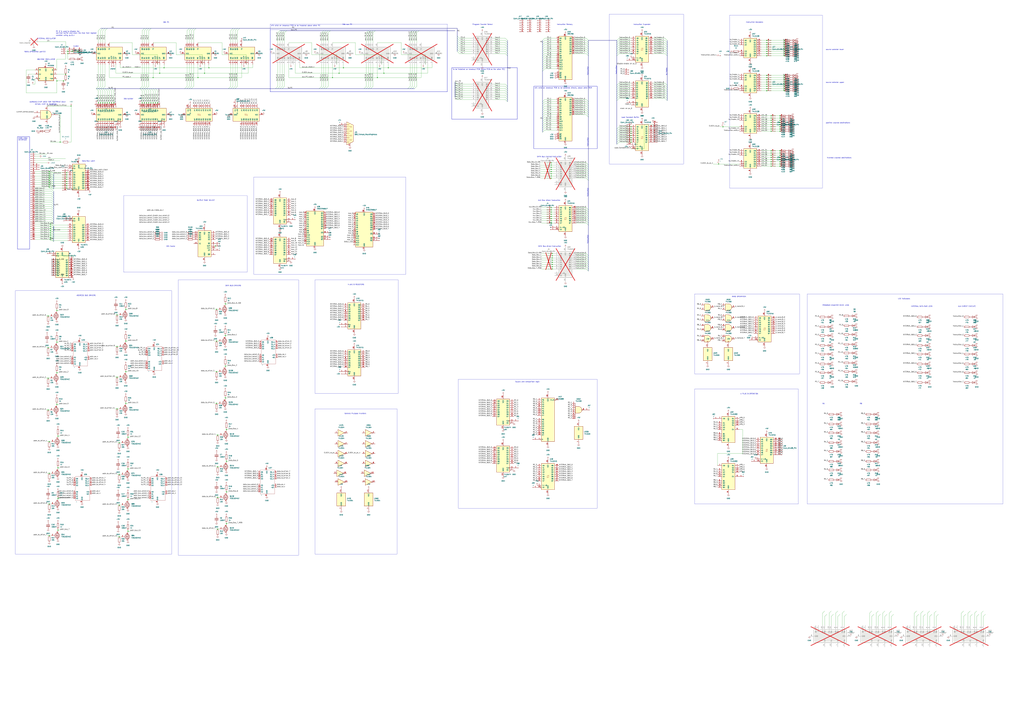
<source format=kicad_sch>
(kicad_sch (version 20230121) (generator eeschema)
  (paper "A0")
  (junction (at 905.51 134.62))
  (junction (at 732.79 147.32))
  (junction (at 66.04 397.51))
  (junction (at 640.08 259.08))
  (junction (at 910.59 54.61))
  (junction (at 135.89 438.15))
  (junction (at 127 119.38))
  (junction (at 890.27 54.61))
  (junction (at 640.08 246.38))
  (junction (at 895.35 193.04))
  (junction (at 261.62 425.45))
  (junction (at 732.79 162.56))
  (junction (at 890.27 95.25))
  (junction (at 57.15 199.39))
  (junction (at 393.7 85.09))
  (junction (at 895.35 177.8))
  (junction (at 641.35 304.8))
  (junction (at 57.15 622.3))
  (junction (at 190.5 78.74))
  (junction (at 252.73 614.68))
  (junction (at 640.08 191.77))
  (junction (at 57.15 513.08))
  (junction (at 732.79 165.1))
  (junction (at 57.15 585.47))
  (junction (at 67.31 579.12))
  (junction (at 251.46 431.8))
  (junction (at 910.59 92.71))
  (junction (at 182.88 119.38))
  (junction (at 445.77 85.09))
  (junction (at 910.59 62.23))
  (junction (at 640.08 196.85))
  (junction (at 82.55 123.19))
  (junction (at 905.51 149.86))
  (junction (at 138.43 551.18))
  (junction (at 251.46 396.24))
  (junction (at 450.85 78.74))
  (junction (at 910.59 105.41))
  (junction (at 57.15 207.01))
  (junction (at 895.35 190.5))
  (junction (at 905.51 144.78))
  (junction (at 640.08 201.93))
  (junction (at 732.79 149.86))
  (junction (at 135.89 402.59))
  (junction (at 250.19 285.75))
  (junction (at 640.08 248.92))
  (junction (at 641.35 297.18))
  (junction (at 114.3 119.38))
  (junction (at 66.04 433.07))
  (junction (at 146.05 431.8))
  (junction (at 890.27 97.79))
  (junction (at 641.35 309.88))
  (junction (at 78.74 59.69))
  (junction (at 66.04 469.9))
  (junction (at 641.35 302.26))
  (junction (at 732.79 152.4))
  (junction (at 177.8 90.17))
  (junction (at 69.85 165.1))
  (junction (at 119.38 119.38))
  (junction (at 640.08 189.23))
  (junction (at 910.59 46.99))
  (junction (at 67.31 506.73))
  (junction (at 641.35 299.72))
  (junction (at 138.43 623.57))
  (junction (at 148.59 580.39))
  (junction (at 905.51 193.04))
  (junction (at 890.27 64.77))
  (junction (at 905.51 182.88))
  (junction (at 640.08 241.3))
  (junction (at 57.15 217.17))
  (junction (at 890.27 59.69))
  (junction (at 438.15 90.17))
  (junction (at 77.47 205.74))
  (junction (at 57.15 201.93))
  (junction (at 146.05 468.63))
  (junction (at 78.74 62.23))
  (junction (at 732.79 154.94))
  (junction (at 55.88 403.86))
  (junction (at 732.79 160.02))
  (junction (at 116.84 119.38))
  (junction (at 57.15 214.63))
  (junction (at 77.47 213.36))
  (junction (at 640.08 256.54))
  (junction (at 910.59 64.77))
  (junction (at 890.27 90.17))
  (junction (at 895.35 187.96))
  (junction (at 252.73 577.85))
  (junction (at 132.08 119.38))
  (junction (at 261.62 353.06))
  (junction (at 121.92 119.38))
  (junction (at 910.59 57.15))
  (junction (at 73.66 93.98))
  (junction (at 890.27 49.53))
  (junction (at 77.47 208.28))
  (junction (at 890.27 100.33))
  (junction (at 895.35 144.78))
  (junction (at 172.72 119.38))
  (junction (at 83.82 59.69))
  (junction (at 386.08 90.17))
  (junction (at 66.04 360.68))
  (junction (at 905.51 139.7))
  (junction (at 76.2 86.36))
  (junction (at 135.89 474.98))
  (junction (at 895.35 134.62))
  (junction (at 177.8 119.38))
  (junction (at 641.35 312.42))
  (junction (at 148.59 508))
  (junction (at 146.05 359.41))
  (junction (at 146.05 396.24))
  (junction (at 910.59 95.25))
  (junction (at 237.49 85.09))
  (junction (at 148.59 617.22))
  (junction (at 261.62 462.28))
  (junction (at 398.78 78.74))
  (junction (at 185.42 85.09))
  (junction (at 58.42 262.89))
  (junction (at 262.89 499.11))
  (junction (at 895.35 180.34))
  (junction (at 895.35 182.88))
  (junction (at 57.15 204.47))
  (junction (at 895.35 185.42))
  (junction (at 170.18 119.38))
  (junction (at 640.08 199.39))
  (junction (at 58.42 265.43))
  (junction (at 895.35 137.16))
  (junction (at 55.88 476.25))
  (junction (at 905.51 177.8))
  (junction (at 138.43 586.74))
  (junction (at 165.1 119.38))
  (junction (at 732.79 157.48))
  (junction (at 66.04 93.98))
  (junction (at 77.47 218.44))
  (junction (at 67.31 615.95))
  (junction (at 895.35 152.4))
  (junction (at 905.51 175.26))
  (junction (at 77.47 210.82))
  (junction (at 910.59 102.87))
  (junction (at 58.42 260.35))
  (junction (at 640.08 207.01))
  (junction (at 124.46 119.38))
  (junction (at 641.35 294.64))
  (junction (at 262.89 535.94))
  (junction (at 129.54 119.38))
  (junction (at 77.47 200.66))
  (junction (at 57.15 549.91))
  (junction (at 640.08 243.84))
  (junction (at 895.35 142.24))
  (junction (at 640.08 204.47))
  (junction (at 905.51 142.24))
  (junction (at 58.42 278.13))
  (junction (at 910.59 52.07))
  (junction (at 910.59 49.53))
  (junction (at 890.27 52.07))
  (junction (at 242.57 78.74))
  (junction (at 910.59 87.63))
  (junction (at 57.15 212.09))
  (junction (at 58.42 275.59))
  (junction (at 910.59 100.33))
  (junction (at 148.59 544.83))
  (junction (at 834.39 190.5))
  (junction (at 910.59 97.79))
  (junction (at 905.51 187.96))
  (junction (at 55.88 439.42))
  (junction (at 175.26 119.38))
  (junction (at 905.51 147.32))
  (junction (at 890.27 102.87))
  (junction (at 58.42 267.97))
  (junction (at 180.34 119.38))
  (junction (at 895.35 147.32))
  (junction (at 58.42 270.51))
  (junction (at 905.51 137.16))
  (junction (at 890.27 57.15))
  (junction (at 890.27 92.71))
  (junction (at 55.88 367.03))
  (junction (at 890.27 105.41))
  (junction (at 252.73 505.46))
  (junction (at 251.46 359.41))
  (junction (at 77.47 203.2))
  (junction (at 640.08 254))
  (junction (at 58.42 273.05))
  (junction (at 910.59 90.17))
  (junction (at 251.46 468.63))
  (junction (at 640.08 194.31))
  (junction (at 90.17 59.69))
  (junction (at 262.89 571.5))
  (junction (at 890.27 87.63))
  (junction (at 895.35 149.86))
  (junction (at 895.35 139.7))
  (junction (at 262.89 608.33))
  (junction (at 135.89 365.76))
  (junction (at 905.51 190.5))
  (junction (at 910.59 59.69))
  (junction (at 252.73 542.29))
  (junction (at 890.27 46.99))
  (junction (at 839.47 147.32))
  (junction (at 77.47 215.9))
  (junction (at 905.51 185.42))
  (junction (at 641.35 307.34))
  (junction (at 905.51 180.34))
  (junction (at 905.51 152.4))
  (junction (at 67.31 543.56))
  (junction (at 890.27 62.23))
  (junction (at 229.87 90.17))
  (junction (at 138.43 514.35))
  (junction (at 57.15 209.55))
  (junction (at 895.35 175.26))
  (junction (at 640.08 251.46))
  (junction (at 261.62 389.89))
  (junction (at 167.64 119.38))
  (bus_entry (at 589.28 52.07) (size -2.54 -2.54))
  (bus_entry (at 1141.73 716.28) (size 2.54 -2.54))
  (bus_entry (at 121.92 105.41) (size -2.54 -2.54))
  (bus_entry (at 972.82 716.28) (size 2.54 -2.54))
  (bus_entry (at 167.64 105.41) (size -2.54 -2.54))
  (bus_entry (at 530.86 100.33) (size -2.54 -2.54))
  (bus_entry (at 370.84 102.87) (size 2.54 -2.54))
  (bus_entry (at 589.28 46.99) (size -2.54 -2.54))
  (bus_entry (at 59.69 212.09) (size 2.54 2.54))
  (bus_entry (at 114.3 105.41) (size -2.54 -2.54))
  (bus_entry (at 632.46 62.23) (size -2.54 2.54))
  (bus_entry (at 59.69 237.49) (size 2.54 2.54))
  (bus_entry (at 127 105.41) (size -2.54 -2.54))
  (bus_entry (at 716.28 111.76) (size 2.54 -2.54))
  (bus_entry (at 59.69 199.39) (size 2.54 2.54))
  (bus_entry (at 119.38 105.41) (size -2.54 -2.54))
  (bus_entry (at 59.69 260.35) (size 2.54 2.54))
  (bus_entry (at 589.28 62.23) (size -2.54 -2.54))
  (bus_entry (at 59.69 240.03) (size 2.54 2.54))
  (bus_entry (at 716.28 152.4) (size 2.54 -2.54))
  (bus_entry (at 59.69 214.63) (size 2.54 2.54))
  (bus_entry (at 116.84 35.56) (size 2.54 -2.54))
  (bus_entry (at 273.05 35.56) (size 2.54 -2.54))
  (bus_entry (at 167.64 35.56) (size 2.54 -2.54))
  (bus_entry (at 680.72 128.27) (size 2.54 2.54))
  (bus_entry (at 589.28 49.53) (size -2.54 -2.54))
  (bus_entry (at 680.72 44.45) (size 2.54 2.54))
  (bus_entry (at 170.18 102.87) (size 2.54 -2.54))
  (bus_entry (at 1009.65 712.47) (size 2.54 -2.54))
  (bus_entry (at 533.4 62.23) (size -2.54 -2.54))
  (bus_entry (at 478.79 38.1) (size 2.54 -2.54))
  (bus_entry (at 772.16 52.07) (size 2.54 2.54))
  (bus_entry (at 59.69 222.25) (size 2.54 2.54))
  (bus_entry (at 1017.27 712.47) (size 2.54 -2.54))
  (bus_entry (at 716.28 54.61) (size 2.54 -2.54))
  (bus_entry (at 716.28 52.07) (size 2.54 -2.54))
  (bus_entry (at 530.86 107.95) (size -2.54 -2.54))
  (bus_entry (at 589.28 105.41) (size -2.54 -2.54))
  (bus_entry (at 772.16 46.99) (size 2.54 2.54))
  (bus_entry (at 116.84 105.41) (size -2.54 -2.54))
  (bus_entry (at 275.59 35.56) (size 2.54 -2.54))
  (bus_entry (at 632.46 133.35) (size -2.54 2.54))
  (bus_entry (at 165.1 105.41) (size -2.54 -2.54))
  (bus_entry (at 680.72 243.84) (size 2.54 2.54))
  (bus_entry (at 175.26 105.41) (size -2.54 -2.54))
  (bus_entry (at 716.28 46.99) (size 2.54 -2.54))
  (bus_entry (at 632.46 120.65) (size -2.54 2.54))
  (bus_entry (at 1032.51 712.47) (size 2.54 -2.54))
  (bus_entry (at 680.72 299.72) (size 2.54 2.54))
  (bus_entry (at 217.17 35.56) (size 2.54 -2.54))
  (bus_entry (at 632.46 49.53) (size -2.54 2.54))
  (bus_entry (at 1024.89 712.47) (size 2.54 -2.54))
  (bus_entry (at 589.28 59.69) (size -2.54 -2.54))
  (bus_entry (at 632.46 44.45) (size -2.54 2.54))
  (bus_entry (at 1012.19 716.28) (size 2.54 -2.54))
  (bus_entry (at 589.28 115.57) (size -2.54 -2.54))
  (bus_entry (at 327.66 38.1) (size 2.54 -2.54))
  (bus_entry (at 322.58 38.1) (size 2.54 -2.54))
  (bus_entry (at 59.6549 267.97) (size 2.54 2.54))
  (bus_entry (at 59.69 250.19) (size 2.54 2.54))
  (bus_entry (at 680.72 204.47) (size 2.54 2.54))
  (bus_entry (at 680.72 52.07) (size 2.54 2.54))
  (bus_entry (at 265.43 102.87) (size 2.54 -2.54))
  (bus_entry (at 378.46 102.87) (size 2.54 -2.54))
  (bus_entry (at 59.69 234.95) (size 2.54 2.54))
  (bus_entry (at 680.72 256.54) (size 2.54 2.54))
  (bus_entry (at 716.28 167.64) (size 2.54 -2.54))
  (bus_entry (at 478.79 102.87) (size 2.54 -2.54))
  (bus_entry (at 680.72 191.77) (size 2.54 2.54))
  (bus_entry (at 59.69 217.17) (size 2.54 2.54))
  (bus_entry (at 530.86 102.87) (size -2.54 -2.54))
  (bus_entry (at 59.69 270.51) (size 2.54 2.54))
  (bus_entry (at 716.28 154.94) (size 2.54 -2.54))
  (bus_entry (at 680.72 201.93) (size 2.54 2.54))
  (bus_entry (at 224.79 35.56) (size 2.54 -2.54))
  (bus_entry (at 1064.26 716.28) (size 2.54 -2.54))
  (bus_entry (at 433.07 38.1) (size 2.54 -2.54))
  (bus_entry (at 530.86 113.03) (size -2.54 -2.54))
  (bus_entry (at 170.18 35.56) (size 2.54 -2.54))
  (bus_entry (at 533.4 59.69) (size -2.54 -2.54))
  (bus_entry (at 373.38 38.1) (size 2.54 -2.54))
  (bus_entry (at 680.72 196.85) (size 2.54 2.54))
  (bus_entry (at 772.16 49.53) (size 2.54 2.54))
  (bus_entry (at 955.04 712.47) (size 2.54 -2.54))
  (bus_entry (at 132.08 105.41) (size -2.54 -2.54))
  (bus_entry (at 632.46 118.11) (size -2.54 2.54))
  (bus_entry (at 680.72 133.35) (size 2.54 2.54))
  (bus_entry (at 1079.5 716.28) (size 2.54 -2.54))
  (bus_entry (at 680.72 120.65) (size 2.54 2.54))
  (bus_entry (at 772.16 96.52) (size 2.54 2.54))
  (bus_entry (at 330.2 38.1) (size 2.54 -2.54))
  (bus_entry (at 680.72 115.57) (size 2.54 2.54))
  (bus_entry (at 589.28 113.03) (size -2.54 -2.54))
  (bus_entry (at 680.72 312.42) (size 2.54 2.54))
  (bus_entry (at 716.28 64.77) (size 2.54 -2.54))
  (bus_entry (at 589.28 110.49) (size -2.54 -2.54))
  (bus_entry (at 589.28 102.87) (size -2.54 -2.54))
  (bus_entry (at 119.38 102.87) (size 2.54 -2.54))
  (bus_entry (at 772.16 99.06) (size 2.54 2.54))
  (bus_entry (at 217.17 102.87) (size 2.54 -2.54))
  (bus_entry (at 632.46 57.15) (size -2.54 2.54))
  (bus_entry (at 172.72 105.41) (size -2.54 -2.54))
  (bus_entry (at 59.69 229.87) (size 2.54 2.54))
  (bus_entry (at 1139.19 712.47) (size 2.54 -2.54))
  (bus_entry (at 680.72 302.26) (size 2.54 2.54))
  (bus_entry (at 716.28 62.23) (size 2.54 -2.54))
  (bus_entry (at 716.28 106.68) (size 2.54 -2.54))
  (bus_entry (at 980.44 716.28) (size 2.54 -2.54))
  (bus_entry (at 772.16 111.76) (size 2.54 2.54))
  (bus_entry (at 962.66 712.47) (size 2.54 -2.54))
  (bus_entry (at 530.86 97.79) (size -2.54 -2.54))
  (bus_entry (at 177.8 105.41) (size -2.54 -2.54))
  (bus_entry (at 632.46 143.51) (size -2.54 2.54))
  (bus_entry (at 59.6549 275.59) (size 2.54 2.54))
  (bus_entry (at 680.72 294.64) (size 2.54 2.54))
  (bus_entry (at 476.25 102.87) (size 2.54 -2.54))
  (bus_entry (at 267.97 35.56) (size 2.54 -2.54))
  (bus_entry (at 59.69 227.33) (size 2.54 2.54))
  (bus_entry (at 481.33 102.87) (size 2.54 -2.54))
  (bus_entry (at 632.46 59.69) (size -2.54 2.54))
  (bus_entry (at 632.46 67.31) (size -2.54 2.54))
  (bus_entry (at 680.72 130.81) (size 2.54 2.54))
  (bus_entry (at 327.66 102.87) (size 2.54 -2.54))
  (bus_entry (at 533.4 54.61) (size -2.54 -2.54))
  (bus_entry (at 772.16 109.22) (size 2.54 2.54))
  (bus_entry (at 680.72 248.92) (size 2.54 2.54))
  (bus_entry (at 381 38.1) (size 2.54 -2.54))
  (bus_entry (at 680.72 251.46) (size 2.54 2.54))
  (bus_entry (at 716.28 157.48) (size 2.54 -2.54))
  (bus_entry (at 59.69 207.01) (size 2.54 2.54))
  (bus_entry (at 680.72 189.23) (size 2.54 2.54))
  (bus_entry (at 680.72 62.23) (size 2.54 2.54))
  (bus_entry (at 119.38 35.56) (size 2.54 -2.54))
  (bus_entry (at 165.1 102.87) (size 2.54 -2.54))
  (bus_entry (at 632.46 77.47) (size -2.54 2.54))
  (bus_entry (at 680.72 297.18) (size 2.54 2.54))
  (bus_entry (at 680.72 57.15) (size 2.54 2.54))
  (bus_entry (at 222.25 102.87) (size 2.54 -2.54))
  (bus_entry (at 533.4 49.53) (size -2.54 -2.54))
  (bus_entry (at 124.46 105.41) (size -2.54 -2.54))
  (bus_entry (at 167.64 102.87) (size 2.54 -2.54))
  (bus_entry (at 680.72 54.61) (size 2.54 2.54))
  (bus_entry (at 59.6549 278.13) (size 2.54 2.54))
  (bus_entry (at 680.72 307.34) (size 2.54 2.54))
  (bus_entry (at 533.4 44.45) (size -2.54 -2.54))
  (bus_entry (at 589.28 54.61) (size -2.54 -2.54))
  (bus_entry (at 114.3 35.56) (size 2.54 -2.54))
  (bus_entry (at 680.72 309.88) (size 2.54 2.54))
  (bus_entry (at 589.28 64.77) (size -2.54 -2.54))
  (bus_entry (at 427.99 102.87) (size 2.54 -2.54))
  (bus_entry (at 680.72 125.73) (size 2.54 2.54))
  (bus_entry (at 680.72 241.3) (size 2.54 2.54))
  (bus_entry (at 716.28 49.53) (size 2.54 -2.54))
  (bus_entry (at 772.16 57.15) (size 2.54 2.54))
  (bus_entry (at 716.28 114.3) (size 2.54 -2.54))
  (bus_entry (at 530.86 105.41) (size -2.54 -2.54))
  (bus_entry (at 172.72 35.56) (size 2.54 -2.54))
  (bus_entry (at 716.28 59.69) (size 2.54 -2.54))
  (bus_entry (at 632.46 72.39) (size -2.54 2.54))
  (bus_entry (at 680.72 246.38) (size 2.54 2.54))
  (bus_entry (at 772.16 54.61) (size 2.54 2.54))
  (bus_entry (at 273.05 102.87) (size 2.54 -2.54))
  (bus_entry (at 59.69 247.65) (size 2.54 2.54))
  (bus_entry (at 425.45 102.87) (size 2.54 -2.54))
  (bus_entry (at 59.69 224.79) (size 2.54 2.54))
  (bus_entry (at 1116.33 712.47) (size 2.54 -2.54))
  (bus_entry (at 632.46 54.61) (size -2.54 2.54))
  (bus_entry (at 59.69 255.27) (size 2.54 2.54))
  (bus_entry (at 589.28 118.11) (size -2.54 -2.54))
  (bus_entry (at 325.12 102.87) (size 2.54 -2.54))
  (bus_entry (at 680.72 207.01) (size 2.54 2.54))
  (bus_entry (at 632.46 146.05) (size -2.54 2.54))
  (bus_entry (at 111.76 102.87) (size 2.54 -2.54))
  (bus_entry (at 476.25 38.1) (size 2.54 -2.54))
  (bus_entry (at 680.72 254) (size 2.54 2.54))
  (bus_entry (at 59.69 232.41) (size 2.54 2.54))
  (bus_entry (at 59.69 252.73) (size 2.54 2.54))
  (bus_entry (at 957.58 716.28) (size 2.54 -2.54))
  (bus_entry (at 772.16 104.14) (size 2.54 2.54))
  (bus_entry (at 1123.95 712.47) (size 2.54 -2.54))
  (bus_entry (at 772.16 44.45) (size 2.54 2.54))
  (bus_entry (at 977.9 712.47) (size 2.54 -2.54))
  (bus_entry (at 165.1 35.56) (size 2.54 -2.54))
  (bus_entry (at 1131.57 712.47) (size 2.54 -2.54))
  (bus_entry (at 473.71 102.87) (size 2.54 -2.54))
  (bus_entry (at 530.86 110.49) (size -2.54 -2.54))
  (bus_entry (at 1118.87 716.28) (size 2.54 -2.54))
  (bus_entry (at 1027.43 716.28) (size 2.54 -2.54))
  (bus_entry (at 632.46 64.77) (size -2.54 2.54))
  (bus_entry (at 632.46 74.93) (size -2.54 2.54))
  (bus_entry (at 530.86 115.57) (size -2.54 -2.54))
  (bus_entry (at 716.28 99.06) (size 2.54 -2.54))
  (bus_entry (at 1019.81 716.28) (size 2.54 -2.54))
  (bus_entry (at 680.72 194.31) (size 2.54 2.54))
  (bus_entry (at 632.46 125.73) (size -2.54 2.54))
  (bus_entry (at 716.28 104.14) (size 2.54 -2.54))
  (bus_entry (at 378.46 38.1) (size 2.54 -2.54))
  (bus_entry (at 375.92 38.1) (size 2.54 -2.54))
  (bus_entry (at 680.72 118.11) (size 2.54 2.54))
  (bus_entry (at 632.46 130.81) (size -2.54 2.54))
  (bus_entry (at 772.16 59.69) (size 2.54 2.54))
  (bus_entry (at 772.16 101.6) (size 2.54 2.54))
  (bus_entry (at 375.92 102.87) (size 2.54 -2.54))
  (bus_entry (at 716.28 162.56) (size 2.54 -2.54))
  (bus_entry (at 162.56 102.87) (size 2.54 -2.54))
  (bus_entry (at 483.87 38.1) (size 2.54 -2.54))
  (bus_entry (at 59.6549 273.05) (size 2.54 2.54))
  (bus_entry (at 680.72 59.69) (size 2.54 2.54))
  (bus_entry (at 325.12 38.1) (size 2.54 -2.54))
  (bus_entry (at 322.58 102.87) (size 2.54 -2.54))
  (bus_entry (at 430.53 102.87) (size 2.54 -2.54))
  (bus_entry (at 59.69 257.81) (size 2.54 2.54))
  (bus_entry (at 716.28 101.6) (size 2.54 -2.54))
  (bus_entry (at 121.92 35.56) (size 2.54 -2.54))
  (bus_entry (at 970.28 712.47) (size 2.54 -2.54))
  (bus_entry (at 214.63 102.87) (size 2.54 -2.54))
  (bus_entry (at 680.72 304.8) (size 2.54 2.54))
  (bus_entry (at 772.16 106.68) (size 2.54 2.54))
  (bus_entry (at 182.88 105.41) (size -2.54 -2.54))
  (bus_entry (at 632.46 140.97) (size -2.54 2.54))
  (bus_entry (at 680.72 259.08) (size 2.54 2.54))
  (bus_entry (at 533.4 46.99) (size -2.54 -2.54))
  (bus_entry (at 680.72 123.19) (size 2.54 2.54))
  (bus_entry (at 219.71 35.56) (size 2.54 -2.54))
  (bus_entry (at 170.18 105.41) (size -2.54 -2.54))
  (bus_entry (at 589.28 107.95) (size -2.54 -2.54))
  (bus_entry (at 632.46 52.07) (size -2.54 2.54))
  (bus_entry (at 1087.12 716.28) (size 2.54 -2.54))
  (bus_entry (at 1035.05 716.28) (size 2.54 -2.54))
  (bus_entry (at 425.45 38.1) (size 2.54 -2.54))
  (bus_entry (at 59.69 204.47) (size 2.54 2.54))
  (bus_entry (at 481.33 38.1) (size 2.54 -2.54))
  (bus_entry (at 632.46 69.85) (size -2.54 2.54))
  (bus_entry (at 632.46 135.89) (size -2.54 2.54))
  (bus_entry (at 533.4 52.07) (size -2.54 -2.54))
  (bus_entry (at 1061.72 712.47) (size 2.54 -2.54))
  (bus_entry (at 1071.88 716.28) (size 2.54 -2.54))
  (bus_entry (at 59.69 201.93) (size 2.54 2.54))
  (bus_entry (at 716.28 160.02) (size 2.54 -2.54))
  (bus_entry (at 680.72 199.39) (size 2.54 2.54))
  (bus_entry (at 632.46 138.43) (size -2.54 2.54))
  (bus_entry (at 589.28 100.33) (size -2.54 -2.54))
  (bus_entry (at 1069.34 712.47) (size 2.54 -2.54))
  (bus_entry (at 1076.96 712.47) (size 2.54 -2.54))
  (bus_entry (at 632.46 115.57) (size -2.54 2.54))
  (bus_entry (at 533.4 57.15) (size -2.54 -2.54))
  (bus_entry (at 716.28 109.22) (size 2.54 -2.54))
  (bus_entry (at 427.99 38.1) (size 2.54 -2.54))
  (bus_entry (at 59.69 242.57) (size 2.54 2.54))
  (bus_entry (at 680.72 46.99) (size 2.54 2.54))
  (bus_entry (at 632.46 151.13) (size -2.54 2.54))
  (bus_entry (at 59.6549 265.43) (size 2.54 2.54))
  (bus_entry (at 965.2 716.28) (size 2.54 -2.54))
  (bus_entry (at 180.34 105.41) (size -2.54 -2.54))
  (bus_entry (at 632.46 128.27) (size -2.54 2.54))
  (bus_entry (at 1084.58 712.47) (size 2.54 -2.54))
  (bus_entry (at 632.46 123.19) (size -2.54 2.54))
  (bus_entry (at 589.28 57.15) (size -2.54 -2.54))
  (bus_entry (at 632.46 148.59) (size -2.54 2.54))
  (bus_entry (at 716.28 116.84) (size 2.54 -2.54))
  (bus_entry (at 116.84 102.87) (size 2.54 -2.54))
  (bus_entry (at 373.38 102.87) (size 2.54 -2.54))
  (bus_entry (at 716.28 57.15) (size 2.54 -2.54))
  (bus_entry (at 114.3 102.87) (size 2.54 -2.54))
  (bus_entry (at 59.69 245.11) (size 2.54 2.54))
  (bus_entry (at 632.46 80.01) (size -2.54 2.54))
  (bus_entry (at 270.51 35.56) (size 2.54 -2.54))
  (bus_entry (at 59.69 209.55) (size 2.54 2.54))
  (bus_entry (at 716.28 149.86) (size 2.54 -2.54))
  (bus_entry (at 430.53 38.1) (size 2.54 -2.54))
  (bus_entry (at 772.16 62.23) (size 2.54 2.54))
  (bus_entry (at 320.04 102.87) (size 2.54 -2.54))
  (bus_entry (at 219.71 102.87) (size 2.54 -2.54))
  (bus_entry (at 129.54 105.41) (size -2.54 -2.54))
  (bus_entry (at 716.28 165.1) (size 2.54 -2.54))
  (bus_entry (at 59.69 219.71) (size 2.54 2.54))
  (bus_entry (at 772.16 114.3) (size 2.54 2.54))
  (bus_entry (at 222.25 35.56) (size 2.54 -2.54))
  (bus_entry (at 680.72 49.53) (size 2.54 2.54))
  (bus_entry (at 267.97 102.87) (size 2.54 -2.54))
  (bus_entry (at 632.46 46.99) (size -2.54 2.54))
  (bus_entry (at 1126.49 716.28) (size 2.54 -2.54))
  (bus_entry (at 270.51 102.87) (size 2.54 -2.54))
  (bus_entry (at 59.69 262.89) (size 2.54 2.54))
  (bus_entry (at 422.91 102.87) (size 2.54 -2.54))
  (bus_entry (at 1134.11 716.28) (size 2.54 -2.54))
  (wire (pts (xy 58.42 265.43) (xy 59.6549 265.43)))
  (wire (pts (xy 58.42 265.43) (xy 58.42 266.7)))
  (wire (pts (xy 890.27 95.25) (xy 883.92 95.25)))
  (wire (pts (xy 66.04 468.63) (xy 66.04 469.9)))
  (wire (pts (xy 530.86 105.41) (xy 547.37 105.41)))
  (wire (pts (xy 335.28 74.93) (xy 335.28 90.17)))
  (wire (pts (xy 758.19 54.61) (xy 772.16 54.61)))
  (wire (pts (xy 135.89 402.59) (xy 138.43 402.59)))
  (bus (pts (xy 325.12 102.87) (xy 327.66 102.87)))
  (wire (pts (xy 1126.49 716.28) (xy 1126.49 726.44)))
  (wire (pts (xy 627.38 199.39) (xy 640.08 199.39)))
  (wire (pts (xy 641.35 304.8) (xy 643.89 304.8)))
  (wire (pts (xy 67.31 614.68) (xy 67.31 615.95)))
  (bus (pts (xy 224.79 33.02) (xy 227.33 33.02)))
  (wire (pts (xy 58.42 262.89) (xy 58.42 264.16)))
  (wire (pts (xy 53.34 439.42) (xy 55.88 439.42)))
  (wire (pts (xy 628.65 256.54) (xy 640.08 256.54)))
  (wire (pts (xy 433.07 38.1) (xy 433.07 49.53)))
  (wire (pts (xy 257.81 63.5) (xy 285.75 63.5)))
  (wire (pts (xy 251.46 468.63) (xy 254 468.63)))
  (wire (pts (xy 895.35 139.7) (xy 905.51 139.7)))
  (wire (pts (xy 66.04 360.68) (xy 68.58 360.68)))
  (wire (pts (xy 40.64 237.49) (xy 59.69 237.49)))
  (wire (pts (xy 628.65 302.26) (xy 641.35 302.26)))
  (wire (pts (xy 572.77 46.99) (xy 586.74 46.99)))
  (wire (pts (xy 182.88 63.5) (xy 182.88 74.93)))
  (wire (pts (xy 242.57 78.74) (xy 242.57 74.93)))
  (wire (pts (xy 572.77 97.79) (xy 586.74 97.79)))
  (wire (pts (xy 252.73 505.46) (xy 255.27 505.46)))
  (wire (pts (xy 119.38 35.56) (xy 119.38 49.53)))
  (wire (pts (xy 262.89 497.84) (xy 262.89 499.11)))
  (wire (pts (xy 229.87 90.17) (xy 280.67 90.17)))
  (wire (pts (xy 58.42 270.51) (xy 58.42 271.78)))
  (wire (pts (xy 40.64 242.57) (xy 59.69 242.57)))
  (wire (pts (xy 758.19 96.52) (xy 772.16 96.52)))
  (bus (pts (xy 478.79 102.87) (xy 481.33 102.87)))
  (wire (pts (xy 114.3 74.93) (xy 114.3 100.33)))
  (bus (pts (xy 327.66 35.56) (xy 330.2 35.56)))
  (bus (pts (xy 683.26 46.99) (xy 716.28 46.99)))
  (bus (pts (xy 62.1949 267.97) (xy 62.1598 270.51)))
  (wire (pts (xy 572.77 54.61) (xy 586.74 54.61)))
  (wire (pts (xy 718.82 152.4) (xy 732.79 152.4)))
  (wire (pts (xy 57.15 199.39) (xy 59.69 199.39)))
  (wire (pts (xy 572.77 44.45) (xy 586.74 44.45)))
  (wire (pts (xy 30.48 81.28) (xy 40.64 81.28)))
  (wire (pts (xy 190.5 78.74) (xy 190.5 74.93)))
  (wire (pts (xy 488.95 90.17) (xy 488.95 74.93)))
  (wire (pts (xy 242.57 78.74) (xy 293.37 78.74)))
  (wire (pts (xy 114.3 35.56) (xy 114.3 49.53)))
  (bus (pts (xy 170.18 102.87) (xy 172.72 102.87)))
  (bus (pts (xy 530.86 52.07) (xy 530.86 54.61)))
  (wire (pts (xy 718.82 99.06) (xy 732.79 99.06)))
  (wire (pts (xy 640.08 196.85) (xy 643.89 196.85)))
  (wire (pts (xy 910.59 92.71) (xy 890.27 92.71)))
  (wire (pts (xy 40.64 214.63) (xy 57.15 214.63)))
  (wire (pts (xy 438.15 90.17) (xy 488.95 90.17)))
  (wire (pts (xy 57.15 218.44) (xy 57.15 217.17)))
  (bus (pts (xy 177.8 102.87) (xy 180.34 102.87)))
  (wire (pts (xy 1076.96 712.47) (xy 1076.96 726.44)))
  (wire (pts (xy 718.82 111.76) (xy 732.79 111.76)))
  (wire (pts (xy 627.38 204.47) (xy 640.08 204.47)))
  (bus (pts (xy 716.28 114.3) (xy 716.28 111.76)))
  (wire (pts (xy 67.31 543.56) (xy 67.31 544.83)))
  (wire (pts (xy 632.46 143.51) (xy 646.43 143.51)))
  (wire (pts (xy 533.4 46.99) (xy 547.37 46.99)))
  (bus (pts (xy 530.86 54.61) (xy 530.86 57.15)))
  (wire (pts (xy 134.62 74.93) (xy 134.62 85.09)))
  (wire (pts (xy 40.64 217.17) (xy 57.15 217.17)))
  (wire (pts (xy 718.82 160.02) (xy 732.79 160.02)))
  (wire (pts (xy 1087.12 716.28) (xy 1087.12 726.44)))
  (wire (pts (xy 58.42 260.35) (xy 59.69 260.35)))
  (bus (pts (xy 62.23 237.49) (xy 62.2673 240.03)))
  (bus (pts (xy 629.92 67.31) (xy 629.92 69.85)))
  (wire (pts (xy 262.89 570.23) (xy 262.89 571.5)))
  (wire (pts (xy 450.85 78.74) (xy 450.85 74.93)))
  (bus (pts (xy 629.92 82.55) (xy 629.92 118.11)))
  (wire (pts (xy 127 105.41) (xy 127 119.38)))
  (wire (pts (xy 641.35 302.26) (xy 643.89 302.26)))
  (bus (pts (xy 167.64 102.87) (xy 170.18 102.87)))
  (wire (pts (xy 427.99 38.1) (xy 427.99 49.53)))
  (wire (pts (xy 890.27 64.77) (xy 883.92 64.77)))
  (wire (pts (xy 58.42 266.7) (xy 78.74 266.7)))
  (bus (pts (xy 528.32 35.56) (xy 486.41 35.56)))
  (wire (pts (xy 910.59 90.17) (xy 890.27 90.17)))
  (wire (pts (xy 57.15 215.9) (xy 57.15 214.63)))
  (wire (pts (xy 758.19 101.6) (xy 772.16 101.6)))
  (bus (pts (xy 629.92 146.05) (xy 629.92 148.59)))
  (wire (pts (xy 270.51 35.56) (xy 270.51 49.53)))
  (wire (pts (xy 185.42 85.09) (xy 185.42 74.93)))
  (wire (pts (xy 40.64 255.27) (xy 59.69 255.27)))
  (wire (pts (xy 146.05 359.41) (xy 148.59 359.41)))
  (wire (pts (xy 78.74 62.23) (xy 78.74 68.58)))
  (wire (pts (xy 640.08 189.23) (xy 643.89 189.23)))
  (wire (pts (xy 165.1 105.41) (xy 165.1 119.38)))
  (wire (pts (xy 910.59 100.33) (xy 890.27 100.33)))
  (bus (pts (xy 270.51 102.87) (xy 273.05 102.87)))
  (wire (pts (xy 632.46 146.05) (xy 646.43 146.05)))
  (wire (pts (xy 139.7 74.93) (xy 139.7 78.74)))
  (wire (pts (xy 375.92 74.93) (xy 375.92 100.33)))
  (bus (pts (xy 683.26 259.08) (xy 683.26 261.62)))
  (wire (pts (xy 890.27 59.69) (xy 883.92 59.69)))
  (wire (pts (xy 78.74 218.44) (xy 77.47 218.44)))
  (wire (pts (xy 153.67 49.53) (xy 153.67 63.5)))
  (bus (pts (xy 716.28 167.64) (xy 716.28 165.1)))
  (bus (pts (xy 589.28 52.07) (xy 589.28 54.61)))
  (wire (pts (xy 980.44 716.28) (xy 980.44 726.44)))
  (wire (pts (xy 177.8 105.41) (xy 177.8 119.38)))
  (wire (pts (xy 530.86 113.03) (xy 547.37 113.03)))
  (wire (pts (xy 632.46 135.89) (xy 646.43 135.89)))
  (wire (pts (xy 251.46 431.8) (xy 254 431.8)))
  (wire (pts (xy 78.74 57.15) (xy 78.74 59.69)))
  (wire (pts (xy 262.89 535.94) (xy 262.89 537.21)))
  (wire (pts (xy 962.66 712.47) (xy 962.66 726.44)))
  (bus (pts (xy 530.86 41.91) (xy 530.86 44.45)))
  (wire (pts (xy 632.46 62.23) (xy 646.43 62.23)))
  (bus (pts (xy 716.28 162.56) (xy 716.28 160.02)))
  (wire (pts (xy 628.65 299.72) (xy 641.35 299.72)))
  (wire (pts (xy 632.46 128.27) (xy 646.43 128.27)))
  (wire (pts (xy 430.53 74.93) (xy 430.53 100.33)))
  (wire (pts (xy 262.89 499.11) (xy 262.89 500.38)))
  (wire (pts (xy 335.28 90.17) (xy 386.08 90.17)))
  (wire (pts (xy 133.35 402.59) (xy 135.89 402.59)))
  (wire (pts (xy 1009.65 712.47) (xy 1009.65 726.44)))
  (wire (pts (xy 393.7 85.09) (xy 445.77 85.09)))
  (wire (pts (xy 718.82 57.15) (xy 732.79 57.15)))
  (wire (pts (xy 77.47 210.82) (xy 57.15 210.82)))
  (wire (pts (xy 718.82 52.07) (xy 732.79 52.07)))
  (wire (pts (xy 78.74 59.69) (xy 83.82 59.69)))
  (bus (pts (xy 62.23 262.89) (xy 62.23 265.43)))
  (bus (pts (xy 683.26 246.38) (xy 683.26 248.92)))
  (wire (pts (xy 262.89 499.11) (xy 265.43 499.11)))
  (bus (pts (xy 62.23 255.27) (xy 62.23 257.81)))
  (wire (pts (xy 237.49 85.09) (xy 288.29 85.09)))
  (bus (pts (xy 774.7 109.22) (xy 774.7 111.76)))
  (wire (pts (xy 890.27 105.41) (xy 883.92 105.41)))
  (wire (pts (xy 718.82 106.68) (xy 732.79 106.68)))
  (wire (pts (xy 58.42 165.1) (xy 69.85 165.1)))
  (wire (pts (xy 412.75 63.5) (xy 443.23 63.5)))
  (wire (pts (xy 758.19 62.23) (xy 772.16 62.23)))
  (wire (pts (xy 955.04 712.47) (xy 955.04 726.44)))
  (wire (pts (xy 666.75 52.07) (xy 680.72 52.07)))
  (bus (pts (xy 589.28 62.23) (xy 589.28 64.77)))
  (wire (pts (xy 718.82 49.53) (xy 732.79 49.53)))
  (bus (pts (xy 629.92 54.61) (xy 629.92 57.15)))
  (bus (pts (xy 683.26 307.34) (xy 683.26 309.88)))
  (wire (pts (xy 496.57 85.09) (xy 496.57 74.93)))
  (wire (pts (xy 180.34 119.38) (xy 180.34 120.65)))
  (wire (pts (xy 53.34 403.86) (xy 55.88 403.86)))
  (bus (pts (xy 62.23 209.55) (xy 62.23 212.09)))
  (wire (pts (xy 54.61 549.91) (xy 57.15 549.91)))
  (wire (pts (xy 640.08 204.47) (xy 643.89 204.47)))
  (wire (pts (xy 132.08 105.41) (xy 132.08 119.38)))
  (wire (pts (xy 443.23 63.5) (xy 443.23 74.93)))
  (wire (pts (xy 632.46 72.39) (xy 646.43 72.39)))
  (wire (pts (xy 135.89 438.15) (xy 138.43 438.15)))
  (wire (pts (xy 718.82 109.22) (xy 732.79 109.22)))
  (bus (pts (xy 683.26 125.73) (xy 683.26 128.27)))
  (bus (pts (xy 167.64 33.02) (xy 170.18 33.02)))
  (bus (pts (xy 528.32 107.95) (xy 528.32 105.41)))
  (wire (pts (xy 905.51 187.96) (xy 895.35 187.96)))
  (bus (pts (xy 528.32 113.03) (xy 528.32 110.49)))
  (wire (pts (xy 78.74 276.86) (xy 58.42 276.86)))
  (wire (pts (xy 78.74 205.74) (xy 77.47 205.74)))
  (wire (pts (xy 758.19 109.22) (xy 772.16 109.22)))
  (wire (pts (xy 628.65 304.8) (xy 641.35 304.8)))
  (wire (pts (xy 640.08 251.46) (xy 643.89 251.46)))
  (wire (pts (xy 476.25 74.93) (xy 476.25 100.33)))
  (wire (pts (xy 262.89 607.06) (xy 262.89 608.33)))
  (wire (pts (xy 466.09 49.53) (xy 466.09 63.5)))
  (wire (pts (xy 833.12 527.05) (xy 833.12 541.02)))
  (bus (pts (xy 629.92 151.13) (xy 629.92 153.67)))
  (bus (pts (xy 227.33 33.02) (xy 270.51 33.02)))
  (wire (pts (xy 129.54 119.38) (xy 129.54 120.65)))
  (bus (pts (xy 683.26 194.31) (xy 683.26 196.85)))
  (wire (pts (xy 40.64 227.33) (xy 59.69 227.33)))
  (wire (pts (xy 466.09 63.5) (xy 494.03 63.5)))
  (bus (pts (xy 683.26 59.69) (xy 683.26 62.23)))
  (bus (pts (xy 62.23 204.47) (xy 62.23 207.01)))
  (wire (pts (xy 378.46 74.93) (xy 378.46 100.33)))
  (bus (pts (xy 629.92 64.77) (xy 629.92 67.31)))
  (wire (pts (xy 890.27 100.33) (xy 883.92 100.33)))
  (bus (pts (xy 121.92 33.02) (xy 124.46 33.02)))
  (wire (pts (xy 628.65 243.84) (xy 640.08 243.84)))
  (wire (pts (xy 718.82 165.1) (xy 732.79 165.1)))
  (wire (pts (xy 628.65 251.46) (xy 640.08 251.46)))
  (bus (pts (xy 62.23 257.81) (xy 62.23 260.35)))
  (wire (pts (xy 748.03 172.72) (xy 732.79 172.72)))
  (wire (pts (xy 40.64 204.47) (xy 57.15 204.47)))
  (wire (pts (xy 438.15 49.53) (xy 466.09 49.53)))
  (bus (pts (xy 683.26 251.46) (xy 683.26 254)))
  (wire (pts (xy 905.51 193.04) (xy 895.35 193.04)))
  (wire (pts (xy 135.89 586.74) (xy 138.43 586.74)))
  (bus (pts (xy 716.28 116.84) (xy 716.28 114.3)))
  (wire (pts (xy 572.77 59.69) (xy 586.74 59.69)))
  (wire (pts (xy 1079.5 716.28) (xy 1079.5 726.44)))
  (wire (pts (xy 481.33 38.1) (xy 481.33 49.53)))
  (wire (pts (xy 67.31 542.29) (xy 67.31 543.56)))
  (wire (pts (xy 172.72 74.93) (xy 172.72 100.33)))
  (wire (pts (xy 57.15 513.08) (xy 59.69 513.08)))
  (wire (pts (xy 275.59 74.93) (xy 275.59 100.33)))
  (bus (pts (xy 774.7 104.14) (xy 774.7 106.68)))
  (wire (pts (xy 669.29 294.64) (xy 680.72 294.64)))
  (wire (pts (xy 58.42 273.05) (xy 58.42 274.32)))
  (wire (pts (xy 910.59 59.69) (xy 890.27 59.69)))
  (wire (pts (xy 627.38 196.85) (xy 640.08 196.85)))
  (wire (pts (xy 121.92 35.56) (xy 121.92 49.53)))
  (wire (pts (xy 67.31 579.12) (xy 69.85 579.12)))
  (wire (pts (xy 77.47 215.9) (xy 57.15 215.9)))
  (wire (pts (xy 40.64 229.87) (xy 59.69 229.87)))
  (bus (pts (xy 481.33 35.56) (xy 483.87 35.56)))
  (wire (pts (xy 146.05 359.41) (xy 146.05 360.68)))
  (bus (pts (xy 62.1949 274.32) (xy 62.1949 275.59)))
  (wire (pts (xy 78.74 279.4) (xy 58.42 279.4)))
  (bus (pts (xy 774.7 106.68) (xy 774.7 109.22)))
  (wire (pts (xy 1064.26 716.28) (xy 1064.26 726.44)))
  (wire (pts (xy 58.42 278.13) (xy 59.6549 278.13)))
  (wire (pts (xy 641.35 299.72) (xy 643.89 299.72)))
  (bus (pts (xy 683.26 133.35) (xy 683.26 135.89)))
  (bus (pts (xy 589.28 107.95) (xy 589.28 110.49)))
  (wire (pts (xy 666.75 46.99) (xy 680.72 46.99)))
  (bus (pts (xy 124.46 102.87) (xy 127 102.87)))
  (wire (pts (xy 66.04 68.58) (xy 76.2 68.58)))
  (wire (pts (xy 44.45 48.26) (xy 76.2 48.26)))
  (bus (pts (xy 62.23 201.93) (xy 62.23 204.47)))
  (wire (pts (xy 40.64 265.43) (xy 58.42 265.43)))
  (wire (pts (xy 54.61 585.47) (xy 57.15 585.47)))
  (wire (pts (xy 325.12 74.93) (xy 325.12 100.33)))
  (wire (pts (xy 718.82 62.23) (xy 732.79 62.23)))
  (wire (pts (xy 129.54 105.41) (xy 129.54 119.38)))
  (wire (pts (xy 718.82 157.48) (xy 732.79 157.48)))
  (bus (pts (xy 716.28 152.4) (xy 716.28 149.86)))
  (wire (pts (xy 127 90.17) (xy 177.8 90.17)))
  (wire (pts (xy 858.52 499.11) (xy 862.33 499.11)))
  (wire (pts (xy 1141.73 716.28) (xy 1141.73 726.44)))
  (bus (pts (xy 589.28 115.57) (xy 589.28 118.11)))
  (bus (pts (xy 683.26 196.85) (xy 683.26 199.39)))
  (wire (pts (xy 669.29 194.31) (xy 680.72 194.31)))
  (wire (pts (xy 627.38 194.31) (xy 640.08 194.31)))
  (bus (pts (xy 62.23 245.11) (xy 62.23 247.65)))
  (wire (pts (xy 182.88 105.41) (xy 182.88 119.38)))
  (bus (pts (xy 62.23 214.63) (xy 62.23 217.17)))
  (wire (pts (xy 148.59 579.12) (xy 148.59 580.39)))
  (wire (pts (xy 632.46 140.97) (xy 646.43 140.97)))
  (wire (pts (xy 895.35 142.24) (xy 905.51 142.24)))
  (wire (pts (xy 78.74 271.78) (xy 58.42 271.78)))
  (wire (pts (xy 632.46 130.81) (xy 646.43 130.81)))
  (wire (pts (xy 146.05 430.53) (xy 146.05 431.8)))
  (wire (pts (xy 40.64 212.09) (xy 57.15 212.09)))
  (wire (pts (xy 267.97 35.56) (xy 267.97 49.53)))
  (wire (pts (xy 57.15 212.09) (xy 59.69 212.09)))
  (wire (pts (xy 83.82 59.69) (xy 90.17 59.69)))
  (wire (pts (xy 55.88 439.42) (xy 58.42 439.42)))
  (bus (pts (xy 425.45 102.87) (xy 427.99 102.87)))
  (bus (pts (xy 716.28 52.07) (xy 716.28 49.53)))
  (wire (pts (xy 66.04 469.9) (xy 68.58 469.9)))
  (wire (pts (xy 172.72 119.38) (xy 172.72 120.65)))
  (bus (pts (xy 62.2673 234.95) (xy 62.23 237.49)))
  (wire (pts (xy 58.42 264.16) (xy 78.74 264.16)))
  (wire (pts (xy 148.59 580.39) (xy 151.13 580.39)))
  (wire (pts (xy 666.75 128.27) (xy 680.72 128.27)))
  (wire (pts (xy 632.46 52.07) (xy 646.43 52.07)))
  (wire (pts (xy 262.89 571.5) (xy 265.43 571.5)))
  (wire (pts (xy 669.29 299.72) (xy 680.72 299.72)))
  (wire (pts (xy 322.58 74.93) (xy 322.58 100.33)))
  (wire (pts (xy 361.95 63.5) (xy 391.16 63.5)))
  (bus (pts (xy 629.92 62.23) (xy 629.92 64.77)))
  (wire (pts (xy 412.75 49.53) (xy 412.75 63.5)))
  (wire (pts (xy 229.87 49.53) (xy 257.81 49.53)))
  (wire (pts (xy 57.15 209.55) (xy 59.69 209.55)))
  (bus (pts (xy 683.26 64.77) (xy 683.26 118.11)))
  (bus (pts (xy 716.28 106.68) (xy 716.28 104.14)))
  (wire (pts (xy 669.29 297.18) (xy 680.72 297.18)))
  (wire (pts (xy 66.04 93.98) (xy 73.66 93.98)))
  (wire (pts (xy 627.38 191.77) (xy 640.08 191.77)))
  (bus (pts (xy 716.28 59.69) (xy 716.28 57.15)))
  (wire (pts (xy 252.73 542.29) (xy 255.27 542.29)))
  (wire (pts (xy 55.88 476.25) (xy 58.42 476.25)))
  (wire (pts (xy 905.51 177.8) (xy 895.35 177.8)))
  (wire (pts (xy 270.51 74.93) (xy 270.51 100.33)))
  (wire (pts (xy 251.46 396.24) (xy 254 396.24)))
  (wire (pts (xy 261.62 351.79) (xy 261.62 353.06)))
  (wire (pts (xy 52.07 152.4) (xy 50.8 152.4)))
  (wire (pts (xy 718.82 54.61) (xy 732.79 54.61)))
  (wire (pts (xy 641.35 297.18) (xy 643.89 297.18)))
  (wire (pts (xy 758.19 49.53) (xy 772.16 49.53)))
  (wire (pts (xy 165.1 119.38) (xy 165.1 120.65)))
  (bus (pts (xy 629.92 46.99) (xy 629.92 49.53)))
  (wire (pts (xy 78.74 68.58) (xy 80.01 68.58)))
  (bus (pts (xy 589.28 100.33) (xy 589.28 102.87)))
  (bus (pts (xy 589.28 57.15) (xy 589.28 59.69)))
  (wire (pts (xy 77.47 213.36) (xy 57.15 213.36)))
  (wire (pts (xy 890.27 52.07) (xy 910.59 52.07)))
  (bus (pts (xy 121.92 102.87) (xy 124.46 102.87)))
  (bus (pts (xy 373.38 102.87) (xy 375.92 102.87)))
  (wire (pts (xy 890.27 62.23) (xy 883.92 62.23)))
  (wire (pts (xy 40.64 278.13) (xy 58.42 278.13)))
  (wire (pts (xy 57.15 205.74) (xy 57.15 204.47)))
  (bus (pts (xy 629.92 130.81) (xy 629.92 133.35)))
  (wire (pts (xy 66.04 91.44) (xy 66.04 93.98)))
  (wire (pts (xy 666.75 62.23) (xy 680.72 62.23)))
  (wire (pts (xy 146.05 394.97) (xy 146.05 396.24)))
  (bus (pts (xy 62.1949 270.51) (xy 62.1598 270.51)))
  (wire (pts (xy 669.29 256.54) (xy 680.72 256.54)))
  (bus (pts (xy 322.58 102.87) (xy 325.12 102.87)))
  (wire (pts (xy 895.35 147.32) (xy 905.51 147.32)))
  (wire (pts (xy 116.84 119.38) (xy 116.84 120.65)))
  (wire (pts (xy 839.47 147.32) (xy 858.52 147.32)))
  (wire (pts (xy 758.19 59.69) (xy 772.16 59.69)))
  (bus (pts (xy 716.28 160.02) (xy 716.28 157.48)))
  (wire (pts (xy 267.97 74.93) (xy 267.97 100.33)))
  (wire (pts (xy 628.65 294.64) (xy 641.35 294.64)))
  (bus (pts (xy 774.7 49.53) (xy 774.7 52.07)))
  (wire (pts (xy 669.29 207.01) (xy 680.72 207.01)))
  (wire (pts (xy 250.19 285.75) (xy 250.19 288.29)))
  (wire (pts (xy 250.19 577.85) (xy 252.73 577.85)))
  (bus (pts (xy 683.26 120.65) (xy 683.26 123.19)))
  (wire (pts (xy 1139.19 712.47) (xy 1139.19 726.44)))
  (wire (pts (xy 572.77 57.15) (xy 586.74 57.15)))
  (wire (pts (xy 910.59 54.61) (xy 890.27 54.61)))
  (wire (pts (xy 669.29 248.92) (xy 680.72 248.92)))
  (bus (pts (xy 427.99 102.87) (xy 430.53 102.87)))
  (bus (pts (xy 774.7 101.6) (xy 774.7 104.14)))
  (bus (pts (xy 774.7 54.61) (xy 774.7 57.15)))
  (wire (pts (xy 640.08 201.93) (xy 643.89 201.93)))
  (bus (pts (xy 683.26 304.8) (xy 683.26 307.34)))
  (wire (pts (xy 533.4 54.61) (xy 547.37 54.61)))
  (wire (pts (xy 57.15 207.01) (xy 59.69 207.01)))
  (wire (pts (xy 641.35 309.88) (xy 643.89 309.88)))
  (wire (pts (xy 57.15 208.28) (xy 57.15 207.01)))
  (wire (pts (xy 148.59 617.22) (xy 148.59 618.49)))
  (wire (pts (xy 135.89 551.18) (xy 138.43 551.18)))
  (wire (pts (xy 905.51 185.42) (xy 895.35 185.42)))
  (wire (pts (xy 293.37 78.74) (xy 293.37 74.93)))
  (wire (pts (xy 835.66 147.32) (xy 839.47 147.32)))
  (wire (pts (xy 165.1 35.56) (xy 165.1 49.53)))
  (wire (pts (xy 572.77 105.41) (xy 586.74 105.41)))
  (wire (pts (xy 66.04 107.95) (xy 30.48 107.95)))
  (bus (pts (xy 62.23 212.09) (xy 62.23 214.63)))
  (wire (pts (xy 890.27 46.99) (xy 910.59 46.99)))
  (bus (pts (xy 62.23 232.41) (xy 62.23 234.95)))
  (wire (pts (xy 248.92 468.63) (xy 251.46 468.63)))
  (wire (pts (xy 718.82 104.14) (xy 732.79 104.14)))
  (bus (pts (xy 716.28 54.61) (xy 716.28 52.07)))
  (wire (pts (xy 222.25 74.93) (xy 222.25 100.33)))
  (wire (pts (xy 90.17 59.69) (xy 90.17 62.23)))
  (wire (pts (xy 261.62 462.28) (xy 261.62 463.55)))
  (bus (pts (xy 629.92 133.35) (xy 629.92 135.89)))
  (bus (pts (xy 589.28 64.77) (xy 589.28 100.33)))
  (bus (pts (xy 175.26 102.87) (xy 177.8 102.87)))
  (wire (pts (xy 148.59 543.56) (xy 148.59 544.83)))
  (bus (pts (xy 629.92 77.47) (xy 629.92 80.01)))
  (bus (pts (xy 683.26 207.01) (xy 683.26 209.55)))
  (wire (pts (xy 261.62 388.62) (xy 261.62 389.89)))
  (wire (pts (xy 533.4 57.15) (xy 547.37 57.15)))
  (wire (pts (xy 288.29 85.09) (xy 288.29 74.93)))
  (wire (pts (xy 628.65 307.34) (xy 641.35 307.34)))
  (bus (pts (xy 589.28 46.99) (xy 589.28 49.53)))
  (wire (pts (xy 1061.72 712.47) (xy 1061.72 726.44)))
  (wire (pts (xy 83.82 59.69) (xy 83.82 62.23)))
  (wire (pts (xy 910.59 57.15) (xy 890.27 57.15)))
  (wire (pts (xy 250.19 505.46) (xy 252.73 505.46)))
  (wire (pts (xy 40.64 222.25) (xy 59.69 222.25)))
  (wire (pts (xy 628.65 259.08) (xy 640.08 259.08)))
  (wire (pts (xy 391.16 63.5) (xy 391.16 74.93)))
  (wire (pts (xy 66.04 397.51) (xy 68.58 397.51)))
  (bus (pts (xy 683.26 57.15) (xy 683.26 59.69)))
  (wire (pts (xy 66.04 93.98) (xy 66.04 107.95)))
  (wire (pts (xy 148.59 544.83) (xy 151.13 544.83)))
  (wire (pts (xy 285.75 63.5) (xy 285.75 74.93)))
  (wire (pts (xy 905.51 175.26) (xy 895.35 175.26)))
  (bus (pts (xy 62.23 217.17) (xy 62.23 219.71)))
  (wire (pts (xy 533.4 49.53) (xy 547.37 49.53)))
  (bus (pts (xy 629.92 80.01) (xy 629.92 82.55)))
  (wire (pts (xy 828.04 190.5) (xy 834.39 190.5)))
  (wire (pts (xy 69.85 165.1) (xy 72.39 165.1)))
  (wire (pts (xy 55.88 367.03) (xy 58.42 367.03)))
  (wire (pts (xy 119.38 105.41) (xy 119.38 119.38)))
  (bus (pts (xy 683.26 128.27) (xy 683.26 130.81)))
  (wire (pts (xy 67.31 577.85) (xy 67.31 579.12)))
  (wire (pts (xy 347.98 74.93) (xy 347.98 78.74)))
  (bus (pts (xy 683.26 204.47) (xy 683.26 207.01)))
  (bus (pts (xy 774.7 57.15) (xy 774.7 59.69)))
  (bus (pts (xy 62.23 222.25) (xy 62.23 224.79)))
  (wire (pts (xy 252.73 614.68) (xy 255.27 614.68)))
  (bus (pts (xy 476.25 102.87) (xy 478.79 102.87)))
  (wire (pts (xy 77.47 200.66) (xy 57.15 200.66)))
  (wire (pts (xy 58.42 267.97) (xy 58.42 269.24)))
  (wire (pts (xy 40.64 267.97) (xy 58.42 267.97)))
  (wire (pts (xy 57.15 622.3) (xy 59.69 622.3)))
  (wire (pts (xy 748.03 144.78) (xy 748.03 172.72)))
  (wire (pts (xy 1071.88 716.28) (xy 1071.88 726.44)))
  (bus (pts (xy 427.99 35.56) (xy 430.53 35.56)))
  (wire (pts (xy 758.19 57.15) (xy 772.16 57.15)))
  (wire (pts (xy 905.51 182.88) (xy 895.35 182.88)))
  (wire (pts (xy 910.59 102.87) (xy 890.27 102.87)))
  (wire (pts (xy 530.86 110.49) (xy 547.37 110.49)))
  (wire (pts (xy 222.25 35.56) (xy 222.25 49.53)))
  (wire (pts (xy 57.15 210.82) (xy 57.15 209.55)))
  (wire (pts (xy 40.64 219.71) (xy 59.69 219.71)))
  (wire (pts (xy 217.17 74.93) (xy 217.17 100.33)))
  (wire (pts (xy 40.64 186.69) (xy 69.85 186.69)))
  (wire (pts (xy 54.61 513.08) (xy 57.15 513.08)))
  (wire (pts (xy 438.15 90.17) (xy 438.15 74.93)))
  (wire (pts (xy 40.64 207.01) (xy 57.15 207.01)))
  (bus (pts (xy 378.46 102.87) (xy 422.91 102.87)))
  (wire (pts (xy 66.04 359.41) (xy 66.04 360.68)))
  (wire (pts (xy 718.82 114.3) (xy 732.79 114.3)))
  (wire (pts (xy 883.92 46.99) (xy 890.27 46.99)))
  (wire (pts (xy 895.35 177.8) (xy 883.92 177.8)))
  (wire (pts (xy 58.42 275.59) (xy 59.6549 275.59)))
  (wire (pts (xy 342.9 85.09) (xy 393.7 85.09)))
  (bus (pts (xy 629.92 148.59) (xy 629.92 151.13)))
  (bus (pts (xy 683.26 312.42) (xy 683.26 314.96)))
  (wire (pts (xy 40.64 260.35) (xy 58.42 260.35)))
  (wire (pts (xy 58.42 262.89) (xy 59.69 262.89)))
  (wire (pts (xy 895.35 152.4) (xy 905.51 152.4)))
  (bus (pts (xy 629.92 52.07) (xy 629.92 54.61)))
  (wire (pts (xy 121.92 119.38) (xy 121.92 120.65)))
  (wire (pts (xy 177.8 119.38) (xy 177.8 120.65)))
  (wire (pts (xy 55.88 403.86) (xy 58.42 403.86)))
  (bus (pts (xy 683.26 297.18) (xy 683.26 299.72)))
  (bus (pts (xy 683.26 52.07) (xy 683.26 54.61)))
  (bus (pts (xy 774.7 111.76) (xy 774.7 114.3)))
  (wire (pts (xy 533.4 62.23) (xy 547.37 62.23)))
  (wire (pts (xy 146.05 468.63) (xy 146.05 469.9)))
  (bus (pts (xy 589.28 54.61) (xy 589.28 57.15)))
  (wire (pts (xy 669.29 307.34) (xy 680.72 307.34)))
  (wire (pts (xy 977.9 712.47) (xy 977.9 726.44)))
  (wire (pts (xy 146.05 468.63) (xy 148.59 468.63)))
  (wire (pts (xy 895.35 190.5) (xy 883.92 190.5)))
  (wire (pts (xy 57.15 204.47) (xy 59.69 204.47)))
  (wire (pts (xy 632.46 49.53) (xy 646.43 49.53)))
  (wire (pts (xy 119.38 119.38) (xy 119.38 120.65)))
  (wire (pts (xy 445.77 85.09) (xy 496.57 85.09)))
  (wire (pts (xy 66.04 396.24) (xy 66.04 397.51)))
  (bus (pts (xy 683.26 123.19) (xy 683.26 125.73)))
  (wire (pts (xy 170.18 105.41) (xy 170.18 119.38)))
  (wire (pts (xy 58.42 270.51) (xy 59.69 270.51)))
  (wire (pts (xy 1131.57 712.47) (xy 1131.57 726.44)))
  (wire (pts (xy 640.08 246.38) (xy 643.89 246.38)))
  (wire (pts (xy 67.31 615.95) (xy 67.31 617.22)))
  (wire (pts (xy 1118.87 716.28) (xy 1118.87 726.44)))
  (wire (pts (xy 135.89 474.98) (xy 138.43 474.98)))
  (wire (pts (xy 425.45 38.1) (xy 425.45 49.53)))
  (bus (pts (xy 528.32 110.49) (xy 528.32 107.95)))
  (wire (pts (xy 895.35 134.62) (xy 905.51 134.62)))
  (wire (pts (xy 261.62 389.89) (xy 261.62 391.16)))
  (wire (pts (xy 758.19 46.99) (xy 772.16 46.99)))
  (wire (pts (xy 257.81 49.53) (xy 257.81 63.5)))
  (wire (pts (xy 718.82 149.86) (xy 732.79 149.86)))
  (wire (pts (xy 167.64 74.93) (xy 167.64 100.33)))
  (bus (pts (xy 119.38 33.02) (xy 121.92 33.02)))
  (bus (pts (xy 589.28 113.03) (xy 589.28 115.57)))
  (wire (pts (xy 758.19 104.14) (xy 772.16 104.14)))
  (wire (pts (xy 66.04 469.9) (xy 66.04 471.17)))
  (wire (pts (xy 66.04 86.36) (xy 76.2 86.36)))
  (bus (pts (xy 629.92 135.89) (xy 629.92 138.43)))
  (wire (pts (xy 883.92 52.07) (xy 890.27 52.07)))
  (wire (pts (xy 669.29 254) (xy 680.72 254)))
  (wire (pts (xy 666.75 125.73) (xy 680.72 125.73)))
  (wire (pts (xy 1116.33 712.47) (xy 1116.33 726.44)))
  (wire (pts (xy 669.29 246.38) (xy 680.72 246.38)))
  (wire (pts (xy 478.79 38.1) (xy 478.79 49.53)))
  (wire (pts (xy 40.64 209.55) (xy 57.15 209.55)))
  (wire (pts (xy 669.29 309.88) (xy 680.72 309.88)))
  (bus (pts (xy 127 102.87) (xy 129.54 102.87)))
  (bus (pts (xy 530.86 44.45) (xy 530.86 46.99)))
  (bus (pts (xy 589.28 105.41) (xy 589.28 107.95)))
  (wire (pts (xy 718.82 101.6) (xy 732.79 101.6)))
  (bus (pts (xy 114.3 102.87) (xy 116.84 102.87)))
  (wire (pts (xy 132.08 119.38) (xy 132.08 120.65)))
  (wire (pts (xy 77.47 203.2) (xy 57.15 203.2)))
  (wire (pts (xy 58.42 261.62) (xy 78.74 261.62)))
  (wire (pts (xy 170.18 35.56) (xy 170.18 49.53)))
  (wire (pts (xy 66.04 81.28) (xy 66.04 68.58)))
  (bus (pts (xy 683.26 199.39) (xy 683.26 201.93)))
  (wire (pts (xy 1069.34 712.47) (xy 1069.34 726.44)))
  (bus (pts (xy 129.54 102.87) (xy 162.56 102.87)))
  (wire (pts (xy 758.19 99.06) (xy 772.16 99.06)))
  (wire (pts (xy 262.89 571.5) (xy 262.89 572.77)))
  (wire (pts (xy 627.38 207.01) (xy 640.08 207.01)))
  (wire (pts (xy 632.46 59.69) (xy 646.43 59.69)))
  (bus (pts (xy 589.28 59.69) (xy 589.28 62.23)))
  (wire (pts (xy 83.82 57.15) (xy 83.82 59.69)))
  (wire (pts (xy 895.35 175.26) (xy 883.92 175.26)))
  (wire (pts (xy 632.46 44.45) (xy 646.43 44.45)))
  (bus (pts (xy 589.28 102.87) (xy 589.28 105.41)))
  (wire (pts (xy 172.72 105.41) (xy 172.72 119.38)))
  (wire (pts (xy 669.29 312.42) (xy 680.72 312.42)))
  (wire (pts (xy 632.46 123.19) (xy 646.43 123.19)))
  (wire (pts (xy 632.46 77.47) (xy 646.43 77.47)))
  (wire (pts (xy 69.85 165.1) (xy 69.85 133.35)))
  (bus (pts (xy 370.84 102.87) (xy 373.38 102.87)))
  (wire (pts (xy 248.92 396.24) (xy 251.46 396.24)))
  (wire (pts (xy 67.31 579.12) (xy 67.31 580.39)))
  (wire (pts (xy 910.59 105.41) (xy 890.27 105.41)))
  (bus (pts (xy 175.26 33.02) (xy 219.71 33.02)))
  (wire (pts (xy 669.29 302.26) (xy 680.72 302.26)))
  (wire (pts (xy 172.72 35.56) (xy 172.72 49.53)))
  (wire (pts (xy 494.03 63.5) (xy 494.03 74.93)))
  (wire (pts (xy 261.62 461.01) (xy 261.62 462.28)))
  (wire (pts (xy 40.64 250.19) (xy 59.69 250.19)))
  (wire (pts (xy 133.35 474.98) (xy 135.89 474.98)))
  (bus (pts (xy 629.92 140.97) (xy 629.92 143.51)))
  (wire (pts (xy 273.05 74.93) (xy 273.05 100.33)))
  (bus (pts (xy 62.23 273.05) (xy 62.23 274.32)))
  (bus (pts (xy 270.51 33.02) (xy 273.05 33.02)))
  (wire (pts (xy 666.75 115.57) (xy 680.72 115.57)))
  (wire (pts (xy 572.77 110.49) (xy 586.74 110.49)))
  (bus (pts (xy 530.86 57.15) (xy 530.86 59.69)))
  (bus (pts (xy 528.32 105.41) (xy 528.32 102.87)))
  (bus (pts (xy 530.86 49.53) (xy 530.86 52.07)))
  (bus (pts (xy 716.28 165.1) (xy 716.28 162.56)))
  (wire (pts (xy 895.35 187.96) (xy 883.92 187.96)))
  (wire (pts (xy 146.05 396.24) (xy 146.05 397.51)))
  (wire (pts (xy 572.77 107.95) (xy 586.74 107.95)))
  (wire (pts (xy 361.95 49.53) (xy 361.95 63.5)))
  (bus (pts (xy 180.34 102.87) (xy 214.63 102.87)))
  (wire (pts (xy 146.05 431.8) (xy 148.59 431.8)))
  (wire (pts (xy 1084.58 712.47) (xy 1084.58 726.44)))
  (bus (pts (xy 716.28 64.77) (xy 716.28 99.06)))
  (wire (pts (xy 40.64 257.81) (xy 59.69 257.81)))
  (wire (pts (xy 1012.19 716.28) (xy 1012.19 726.44)))
  (wire (pts (xy 58.42 273.05) (xy 59.6549 273.05)))
  (wire (pts (xy 322.58 38.1) (xy 322.58 49.53)))
  (wire (pts (xy 718.82 147.32) (xy 732.79 147.32)))
  (wire (pts (xy 327.66 38.1) (xy 327.66 49.53)))
  (wire (pts (xy 175.26 119.38) (xy 175.26 120.65)))
  (wire (pts (xy 530.86 107.95) (xy 547.37 107.95)))
  (wire (pts (xy 890.27 87.63) (xy 883.92 87.63)))
  (wire (pts (xy 204.47 63.5) (xy 234.95 63.5)))
  (wire (pts (xy 82.55 165.1) (xy 80.01 165.1)))
  (wire (pts (xy 666.75 130.81) (xy 680.72 130.81)))
  (wire (pts (xy 632.46 80.01) (xy 646.43 80.01)))
  (wire (pts (xy 66.04 360.68) (xy 66.04 361.95)))
  (wire (pts (xy 965.2 716.28) (xy 965.2 726.44)))
  (bus (pts (xy 589.28 110.49) (xy 589.28 113.03)))
  (wire (pts (xy 628.65 248.92) (xy 640.08 248.92)))
  (wire (pts (xy 146.05 396.24) (xy 148.59 396.24)))
  (wire (pts (xy 1019.81 716.28) (xy 1019.81 726.44)))
  (wire (pts (xy 67.31 615.95) (xy 69.85 615.95)))
  (wire (pts (xy 67.31 506.73) (xy 69.85 506.73)))
  (wire (pts (xy 640.08 191.77) (xy 643.89 191.77)))
  (bus (pts (xy 473.71 102.87) (xy 476.25 102.87)))
  (wire (pts (xy 1017.27 712.47) (xy 1017.27 726.44)))
  (wire (pts (xy 970.28 712.47) (xy 970.28 726.44)))
  (wire (pts (xy 632.46 151.13) (xy 646.43 151.13)))
  (bus (pts (xy 683.26 248.92) (xy 683.26 251.46)))
  (bus (pts (xy 275.59 33.02) (xy 278.13 33.02)))
  (wire (pts (xy 890.27 54.61) (xy 883.92 54.61)))
  (wire (pts (xy 78.74 59.69) (xy 78.74 62.23)))
  (wire (pts (xy 53.34 476.25) (xy 55.88 476.25)))
  (wire (pts (xy 666.75 123.19) (xy 680.72 123.19)))
  (wire (pts (xy 666.75 120.65) (xy 680.72 120.65)))
  (wire (pts (xy 669.29 196.85) (xy 680.72 196.85)))
  (wire (pts (xy 138.43 514.35) (xy 140.97 514.35)))
  (wire (pts (xy 381 38.1) (xy 381 49.53)))
  (wire (pts (xy 261.62 353.06) (xy 261.62 354.33)))
  (wire (pts (xy 910.59 87.63) (xy 890.27 87.63)))
  (wire (pts (xy 148.59 506.73) (xy 148.59 508)))
  (wire (pts (xy 530.86 102.87) (xy 547.37 102.87)))
  (wire (pts (xy 177.8 49.53) (xy 204.47 49.53)))
  (wire (pts (xy 30.48 107.95) (xy 30.48 81.28)))
  (wire (pts (xy 666.75 44.45) (xy 680.72 44.45)))
  (bus (pts (xy 273.05 33.02) (xy 275.59 33.02)))
  (wire (pts (xy 640.08 194.31) (xy 643.89 194.31)))
  (wire (pts (xy 67.31 505.46) (xy 67.31 506.73)))
  (wire (pts (xy 78.74 203.2) (xy 77.47 203.2)))
  (wire (pts (xy 669.29 189.23) (xy 680.72 189.23)))
  (wire (pts (xy 433.07 74.93) (xy 433.07 100.33)))
  (wire (pts (xy 883.92 149.86) (xy 895.35 149.86)))
  (wire (pts (xy 669.29 251.46) (xy 680.72 251.46)))
  (wire (pts (xy 248.92 431.8) (xy 251.46 431.8)))
  (wire (pts (xy 669.29 199.39) (xy 680.72 199.39)))
  (wire (pts (xy 114.3 119.38) (xy 114.3 120.65)))
  (wire (pts (xy 718.82 46.99) (xy 732.79 46.99)))
  (wire (pts (xy 666.75 118.11) (xy 680.72 118.11)))
  (wire (pts (xy 170.18 119.38) (xy 170.18 120.65)))
  (wire (pts (xy 54.61 622.3) (xy 57.15 622.3)))
  (wire (pts (xy 957.58 716.28) (xy 957.58 726.44)))
  (bus (pts (xy 483.87 35.56) (xy 486.41 35.56)))
  (bus (pts (xy 683.26 299.72) (xy 683.26 302.26)))
  (wire (pts (xy 57.15 585.47) (xy 59.69 585.47)))
  (bus (pts (xy 332.74 35.56) (xy 375.92 35.56)))
  (wire (pts (xy 153.67 63.5) (xy 182.88 63.5)))
  (wire (pts (xy 627.38 201.93) (xy 640.08 201.93)))
  (wire (pts (xy 40.64 189.23) (xy 54.61 189.23)))
  (bus (pts (xy 217.17 102.87) (xy 219.71 102.87)))
  (wire (pts (xy 632.46 148.59) (xy 646.43 148.59)))
  (wire (pts (xy 572.77 113.03) (xy 586.74 113.03)))
  (bus (pts (xy 774.7 46.99) (xy 774.7 49.53)))
  (wire (pts (xy 883.92 142.24) (xy 895.35 142.24)))
  (wire (pts (xy 669.29 259.08) (xy 680.72 259.08)))
  (wire (pts (xy 427.99 74.93) (xy 427.99 100.33)))
  (wire (pts (xy 217.17 35.56) (xy 217.17 49.53)))
  (bus (pts (xy 629.92 49.53) (xy 629.92 52.07)))
  (wire (pts (xy 138.43 623.57) (xy 140.97 623.57)))
  (wire (pts (xy 53.34 367.03) (xy 55.88 367.03)))
  (wire (pts (xy 478.79 74.93) (xy 478.79 100.33)))
  (wire (pts (xy 666.75 49.53) (xy 680.72 49.53)))
  (wire (pts (xy 834.39 190.5) (xy 858.52 190.5)))
  (wire (pts (xy 280.67 90.17) (xy 280.67 74.93)))
  (wire (pts (xy 40.64 252.73) (xy 59.69 252.73)))
  (wire (pts (xy 640.08 207.01) (xy 643.89 207.01)))
  (bus (pts (xy 716.28 64.77) (xy 716.28 62.23)))
  (bus (pts (xy 774.7 64.77) (xy 774.7 99.06)))
  (wire (pts (xy 669.29 201.93) (xy 680.72 201.93)))
  (bus (pts (xy 62.23 207.01) (xy 62.23 209.55)))
  (bus (pts (xy 716.28 109.22) (xy 716.28 106.68)))
  (wire (pts (xy 40.64 232.41) (xy 59.69 232.41)))
  (wire (pts (xy 121.92 105.41) (xy 121.92 119.38)))
  (wire (pts (xy 133.35 438.15) (xy 135.89 438.15)))
  (wire (pts (xy 40.64 273.05) (xy 58.42 273.05)))
  (bus (pts (xy 774.7 99.06) (xy 774.7 101.6)))
  (bus (pts (xy 683.26 261.62) (xy 683.26 297.18)))
  (wire (pts (xy 121.92 74.93) (xy 121.92 100.33)))
  (bus (pts (xy 124.46 33.02) (xy 167.64 33.02)))
  (wire (pts (xy 116.84 74.93) (xy 116.84 100.33)))
  (wire (pts (xy 133.35 365.76) (xy 135.89 365.76)))
  (bus (pts (xy 629.92 57.15) (xy 629.92 59.69)))
  (wire (pts (xy 669.29 304.8) (xy 680.72 304.8)))
  (bus (pts (xy 683.26 191.77) (xy 683.26 194.31)))
  (wire (pts (xy 275.59 35.56) (xy 275.59 49.53)))
  (wire (pts (xy 632.46 57.15) (xy 646.43 57.15)))
  (wire (pts (xy 76.2 57.15) (xy 76.2 48.26)))
  (wire (pts (xy 758.19 144.78) (xy 748.03 144.78)))
  (wire (pts (xy 476.25 38.1) (xy 476.25 49.53)))
  (wire (pts (xy 40.64 181.61) (xy 45.72 181.61)))
  (bus (pts (xy 629.92 72.39) (xy 629.92 74.93)))
  (wire (pts (xy 627.38 189.23) (xy 640.08 189.23)))
  (bus (pts (xy 716.28 154.94) (xy 716.28 152.4)))
  (wire (pts (xy 124.46 119.38) (xy 124.46 120.65)))
  (bus (pts (xy 111.76 102.87) (xy 114.3 102.87)))
  (bus (pts (xy 325.12 35.56) (xy 327.66 35.56)))
  (wire (pts (xy 669.29 243.84) (xy 680.72 243.84)))
  (wire (pts (xy 628.65 312.42) (xy 641.35 312.42)))
  (wire (pts (xy 327.66 74.93) (xy 327.66 100.33)))
  (bus (pts (xy 222.25 102.87) (xy 265.43 102.87)))
  (wire (pts (xy 883.92 144.78) (xy 895.35 144.78)))
  (bus (pts (xy 629.92 143.51) (xy 629.92 146.05)))
  (wire (pts (xy 758.19 111.76) (xy 772.16 111.76)))
  (wire (pts (xy 335.28 49.53) (xy 361.95 49.53)))
  (wire (pts (xy 127 74.93) (xy 127 90.17)))
  (bus (pts (xy 165.1 102.87) (xy 167.64 102.87)))
  (wire (pts (xy 57.15 203.2) (xy 57.15 201.93)))
  (wire (pts (xy 386.08 90.17) (xy 438.15 90.17)))
  (wire (pts (xy 910.59 97.79) (xy 890.27 97.79)))
  (wire (pts (xy 73.66 93.98) (xy 76.2 93.98)))
  (wire (pts (xy 330.2 38.1) (xy 330.2 49.53)))
  (wire (pts (xy 57.15 214.63) (xy 59.69 214.63)))
  (bus (pts (xy 219.71 102.87) (xy 222.25 102.87)))
  (bus (pts (xy 683.26 135.89) (xy 683.26 191.77)))
  (bus (pts (xy 214.63 102.87) (xy 217.17 102.87)))
  (wire (pts (xy 66.04 433.07) (xy 66.04 434.34)))
  (wire (pts (xy 57.15 200.66) (xy 57.15 199.39)))
  (wire (pts (xy 718.82 96.52) (xy 732.79 96.52)))
  (bus (pts (xy 62.1949 278.13) (xy 62.1949 280.67)))
  (wire (pts (xy 572.77 115.57) (xy 586.74 115.57)))
  (wire (pts (xy 40.64 275.59) (xy 58.42 275.59)))
  (wire (pts (xy 640.08 259.08) (xy 643.89 259.08)))
  (bus (pts (xy 629.92 59.69) (xy 629.92 62.23)))
  (wire (pts (xy 261.62 462.28) (xy 264.16 462.28)))
  (wire (pts (xy 135.89 514.35) (xy 138.43 514.35)))
  (bus (pts (xy 774.7 59.69) (xy 774.7 62.23)))
  (wire (pts (xy 66.04 431.8) (xy 66.04 433.07)))
  (wire (pts (xy 632.46 46.99) (xy 646.43 46.99)))
  (wire (pts (xy 229.87 90.17) (xy 229.87 74.93)))
  (wire (pts (xy 273.05 35.56) (xy 273.05 49.53)))
  (bus (pts (xy 716.28 57.15) (xy 716.28 54.61)))
  (bus (pts (xy 774.7 114.3) (xy 774.7 116.84)))
  (wire (pts (xy 40.64 184.15) (xy 76.2 184.15)))
  (wire (pts (xy 167.64 119.38) (xy 167.64 120.65)))
  (wire (pts (xy 148.59 508) (xy 151.13 508)))
  (bus (pts (xy 273.05 102.87) (xy 320.04 102.87)))
  (wire (pts (xy 758.19 44.45) (xy 772.16 44.45)))
  (wire (pts (xy 501.65 78.74) (xy 501.65 74.93)))
  (bus (pts (xy 683.26 62.23) (xy 683.26 64.77)))
  (wire (pts (xy 57.15 217.17) (xy 59.69 217.17)))
  (wire (pts (xy 530.86 100.33) (xy 547.37 100.33)))
  (bus (pts (xy 62.1949 270.51) (xy 62.23 273.05)))
  (bus (pts (xy 62.23 250.19) (xy 62.23 252.73)))
  (bus (pts (xy 62.23 265.43) (xy 62.23 267.97)))
  (wire (pts (xy 69.85 133.35) (xy 67.31 133.35)))
  (wire (pts (xy 85.09 297.18) (xy 85.09 299.72)))
  (wire (pts (xy 219.71 74.93) (xy 219.71 100.33)))
  (wire (pts (xy 375.92 38.1) (xy 375.92 49.53)))
  (wire (pts (xy 895.35 182.88) (xy 883.92 182.88)))
  (bus (pts (xy 629.92 120.65) (xy 629.92 123.19)))
  (wire (pts (xy 530.86 97.79) (xy 547.37 97.79)))
  (bus (pts (xy 265.43 102.87) (xy 267.97 102.87)))
  (wire (pts (xy 669.29 191.77) (xy 680.72 191.77)))
  (wire (pts (xy 40.64 199.39) (xy 57.15 199.39)))
  (wire (pts (xy 640.08 241.3) (xy 643.89 241.3)))
  (wire (pts (xy 78.74 213.36) (xy 77.47 213.36)))
  (wire (pts (xy 718.82 44.45) (xy 732.79 44.45)))
  (wire (pts (xy 262.89 534.67) (xy 262.89 535.94)))
  (bus (pts (xy 267.97 102.87) (xy 270.51 102.87)))
  (wire (pts (xy 1032.51 712.47) (xy 1032.51 726.44)))
  (wire (pts (xy 78.74 215.9) (xy 77.47 215.9)))
  (wire (pts (xy 445.77 85.09) (xy 445.77 74.93)))
  (wire (pts (xy 78.74 210.82) (xy 77.47 210.82)))
  (wire (pts (xy 1024.89 712.47) (xy 1024.89 726.44)))
  (wire (pts (xy 640.08 243.84) (xy 643.89 243.84)))
  (wire (pts (xy 1035.05 716.28) (xy 1035.05 726.44)))
  (bus (pts (xy 320.04 102.87) (xy 322.58 102.87)))
  (bus (pts (xy 629.92 125.73) (xy 629.92 128.27)))
  (bus (pts (xy 119.38 102.87) (xy 121.92 102.87)))
  (wire (pts (xy 666.75 54.61) (xy 680.72 54.61)))
  (wire (pts (xy 640.08 254) (xy 643.89 254)))
  (bus (pts (xy 683.26 46.99) (xy 683.26 49.53)))
  (bus (pts (xy 629.92 123.19) (xy 629.92 125.73)))
  (wire (pts (xy 895.35 149.86) (xy 905.51 149.86)))
  (wire (pts (xy 138.43 551.18) (xy 140.97 551.18)))
  (bus (pts (xy 629.92 74.93) (xy 629.92 77.47)))
  (wire (pts (xy 40.64 247.65) (xy 59.69 247.65)))
  (bus (pts (xy 422.91 102.87) (xy 425.45 102.87)))
  (bus (pts (xy 478.79 35.56) (xy 481.33 35.56)))
  (bus (pts (xy 683.26 309.88) (xy 683.26 312.42)))
  (wire (pts (xy 114.3 105.41) (xy 114.3 119.38)))
  (wire (pts (xy 632.46 67.31) (xy 646.43 67.31)))
  (wire (pts (xy 261.62 424.18) (xy 261.62 425.45)))
  (wire (pts (xy 261.62 425.45) (xy 261.62 426.72)))
  (wire (pts (xy 40.64 179.07) (xy 54.61 179.07)))
  (wire (pts (xy 250.19 542.29) (xy 252.73 542.29)))
  (bus (pts (xy 222.25 33.02) (xy 224.79 33.02)))
  (wire (pts (xy 718.82 162.56) (xy 732.79 162.56)))
  (wire (pts (xy 883.92 147.32) (xy 895.35 147.32)))
  (bus (pts (xy 62.23 240.03) (xy 62.23 242.57)))
  (bus (pts (xy 589.28 49.53) (xy 589.28 52.07)))
  (wire (pts (xy 67.31 543.56) (xy 69.85 543.56)))
  (wire (pts (xy 57.15 201.93) (xy 59.69 201.93)))
  (wire (pts (xy 895.35 185.42) (xy 883.92 185.42)))
  (bus (pts (xy 528.32 97.79) (xy 528.32 95.25)))
  (bus (pts (xy 716.28 116.84) (xy 716.28 149.86)))
  (wire (pts (xy 1123.95 712.47) (xy 1123.95 726.44)))
  (bus (pts (xy 435.61 35.56) (xy 478.79 35.56)))
  (bus (pts (xy 683.26 130.81) (xy 683.26 133.35)))
  (wire (pts (xy 718.82 154.94) (xy 732.79 154.94)))
  (bus (pts (xy 629.92 118.11) (xy 629.92 120.65)))
  (wire (pts (xy 67.31 506.73) (xy 67.31 508)))
  (wire (pts (xy 146.05 467.36) (xy 146.05 468.63)))
  (wire (pts (xy 632.46 118.11) (xy 646.43 118.11)))
  (wire (pts (xy 895.35 193.04) (xy 883.92 193.04)))
  (wire (pts (xy 530.86 115.57) (xy 547.37 115.57)))
  (wire (pts (xy 483.87 74.93) (xy 483.87 100.33)))
  (wire (pts (xy 425.45 74.93) (xy 425.45 100.33)))
  (wire (pts (xy 632.46 64.77) (xy 646.43 64.77)))
  (wire (pts (xy 640.08 248.92) (xy 643.89 248.92)))
  (bus (pts (xy 716.28 111.76) (xy 716.28 109.22)))
  (bus (pts (xy 683.26 302.26) (xy 683.26 304.8)))
  (wire (pts (xy 261.62 425.45) (xy 264.16 425.45)))
  (wire (pts (xy 628.65 297.18) (xy 641.35 297.18)))
  (wire (pts (xy 666.75 59.69) (xy 680.72 59.69)))
  (wire (pts (xy 77.47 205.74) (xy 57.15 205.74)))
  (wire (pts (xy 54.61 123.19) (xy 82.55 123.19)))
  (wire (pts (xy 251.46 359.41) (xy 254 359.41)))
  (bus (pts (xy 430.53 102.87) (xy 473.71 102.87)))
  (wire (pts (xy 632.46 115.57) (xy 646.43 115.57)))
  (bus (pts (xy 378.46 35.56) (xy 381 35.56)))
  (bus (pts (xy 219.71 33.02) (xy 222.25 33.02)))
  (wire (pts (xy 58.42 260.35) (xy 58.42 261.62)))
  (bus (pts (xy 383.54 35.56) (xy 427.99 35.56)))
  (wire (pts (xy 165.1 74.93) (xy 165.1 100.33)))
  (wire (pts (xy 533.4 44.45) (xy 547.37 44.45)))
  (bus (pts (xy 162.56 102.87) (xy 165.1 102.87)))
  (wire (pts (xy 40.64 224.79) (xy 59.69 224.79)))
  (wire (pts (xy 669.29 204.47) (xy 680.72 204.47)))
  (wire (pts (xy 248.92 359.41) (xy 251.46 359.41)))
  (wire (pts (xy 632.46 133.35) (xy 646.43 133.35)))
  (wire (pts (xy 666.75 133.35) (xy 680.72 133.35)))
  (wire (pts (xy 641.35 312.42) (xy 643.89 312.42)))
  (bus (pts (xy 375.92 102.87) (xy 378.46 102.87)))
  (bus (pts (xy 62.2673 234.95) (xy 62.23 234.95)))
  (wire (pts (xy 373.38 74.93) (xy 373.38 100.33)))
  (bus (pts (xy 62.1949 262.89) (xy 62.1949 267.97)))
  (wire (pts (xy 632.46 138.43) (xy 646.43 138.43)))
  (bus (pts (xy 716.28 49.53) (xy 716.28 46.99)))
  (wire (pts (xy 139.7 78.74) (xy 190.5 78.74)))
  (wire (pts (xy 135.89 623.57) (xy 138.43 623.57)))
  (wire (pts (xy 628.65 246.38) (xy 640.08 246.38)))
  (wire (pts (xy 82.55 123.19) (xy 82.55 165.1)))
  (wire (pts (xy 862.33 527.05) (xy 833.12 527.05)))
  (bus (pts (xy 62.23 224.79) (xy 62.23 227.33)))
  (wire (pts (xy 890.27 57.15) (xy 883.92 57.15)))
  (wire (pts (xy 177.8 90.17) (xy 229.87 90.17)))
  (wire (pts (xy 632.46 125.73) (xy 646.43 125.73)))
  (wire (pts (xy 57.15 549.91) (xy 59.69 549.91)))
  (wire (pts (xy 641.35 294.64) (xy 643.89 294.64)))
  (wire (pts (xy 533.4 52.07) (xy 547.37 52.07)))
  (wire (pts (xy 890.27 49.53) (xy 910.59 49.53)))
  (wire (pts (xy 895.35 144.78) (xy 905.51 144.78)))
  (wire (pts (xy 758.19 114.3) (xy 772.16 114.3)))
  (bus (pts (xy 629.92 69.85) (xy 629.92 72.39)))
  (wire (pts (xy 40.64 245.11) (xy 59.69 245.11)))
  (wire (pts (xy 78.74 208.28) (xy 77.47 208.28)))
  (wire (pts (xy 224.79 35.56) (xy 224.79 49.53)))
  (wire (pts (xy 33.02 86.36) (xy 40.64 86.36)))
  (wire (pts (xy 398.78 78.74) (xy 450.85 78.74)))
  (wire (pts (xy 146.05 358.14) (xy 146.05 359.41)))
  (wire (pts (xy 261.62 353.06) (xy 264.16 353.06)))
  (bus (pts (xy 330.2 35.56) (xy 332.74 35.56)))
  (wire (pts (xy 119.38 74.93) (xy 119.38 100.33)))
  (wire (pts (xy 180.34 105.41) (xy 180.34 119.38)))
  (wire (pts (xy 572.77 100.33) (xy 586.74 100.33)))
  (wire (pts (xy 40.64 201.93) (xy 57.15 201.93)))
  (wire (pts (xy 373.38 38.1) (xy 373.38 49.53)))
  (wire (pts (xy 148.59 615.95) (xy 148.59 617.22)))
  (wire (pts (xy 628.65 241.3) (xy 640.08 241.3)))
  (wire (pts (xy 972.82 716.28) (xy 972.82 726.44)))
  (bus (pts (xy 62.23 274.32) (xy 62.1949 274.32)))
  (wire (pts (xy 204.47 49.53) (xy 204.47 63.5)))
  (wire (pts (xy 342.9 74.93) (xy 342.9 85.09)))
  (wire (pts (xy 910.59 64.77) (xy 890.27 64.77)))
  (wire (pts (xy 890.27 92.71) (xy 883.92 92.71)))
  (bus (pts (xy 683.26 254) (xy 683.26 256.54)))
  (wire (pts (xy 252.73 577.85) (xy 255.27 577.85)))
  (wire (pts (xy 533.4 59.69) (xy 547.37 59.69)))
  (wire (pts (xy 78.74 200.66) (xy 77.47 200.66)))
  (wire (pts (xy 261.62 389.89) (xy 264.16 389.89)))
  (bus (pts (xy 116.84 33.02) (xy 119.38 33.02)))
  (wire (pts (xy 386.08 49.53) (xy 412.75 49.53)))
  (wire (pts (xy 883.92 139.7) (xy 895.35 139.7)))
  (wire (pts (xy 59.69 297.18) (xy 85.09 297.18)))
  (wire (pts (xy 127 119.38) (xy 127 120.65)))
  (wire (pts (xy 890.27 90.17) (xy 883.92 90.17)))
  (wire (pts (xy 134.62 85.09) (xy 185.42 85.09)))
  (wire (pts (xy 1027.43 716.28) (xy 1027.43 726.44)))
  (wire (pts (xy 148.59 617.22) (xy 151.13 617.22)))
  (wire (pts (xy 483.87 38.1) (xy 483.87 49.53)))
  (wire (pts (xy 78.74 274.32) (xy 58.42 274.32)))
  (wire (pts (xy 393.7 85.09) (xy 393.7 74.93)))
  (wire (pts (xy 890.27 102.87) (xy 883.92 102.87)))
  (wire (pts (xy 862.33 499.11) (xy 862.33 527.05)))
  (bus (pts (xy 716.28 62.23) (xy 716.28 59.69)))
  (wire (pts (xy 758.19 106.68) (xy 772.16 106.68)))
  (wire (pts (xy 398.78 78.74) (xy 398.78 74.93)))
  (wire (pts (xy 40.64 262.89) (xy 58.42 262.89)))
  (wire (pts (xy 146.05 431.8) (xy 146.05 433.07)))
  (bus (pts (xy 62.23 242.57) (xy 62.23 245.11)))
  (wire (pts (xy 572.77 62.23) (xy 586.74 62.23)))
  (wire (pts (xy 116.84 35.56) (xy 116.84 49.53)))
  (wire (pts (xy 170.18 74.93) (xy 170.18 100.33)))
  (bus (pts (xy 528.32 100.33) (xy 528.32 97.79)))
  (bus (pts (xy 327.66 102.87) (xy 370.84 102.87)))
  (wire (pts (xy 910.59 95.25) (xy 890.27 95.25)))
  (wire (pts (xy 182.88 119.38) (xy 182.88 120.65)))
  (wire (pts (xy 883.92 49.53) (xy 890.27 49.53)))
  (wire (pts (xy 148.59 544.83) (xy 148.59 546.1)))
  (wire (pts (xy 262.89 535.94) (xy 265.43 535.94)))
  (wire (pts (xy 641.35 307.34) (xy 643.89 307.34)))
  (wire (pts (xy 632.46 54.61) (xy 646.43 54.61)))
  (wire (pts (xy 90.17 57.15) (xy 90.17 59.69)))
  (wire (pts (xy 883.92 152.4) (xy 895.35 152.4)))
  (wire (pts (xy 325.12 38.1) (xy 325.12 49.53)))
  (wire (pts (xy 718.82 59.69) (xy 732.79 59.69)))
  (wire (pts (xy 76.2 68.58) (xy 76.2 62.23)))
  (wire (pts (xy 669.29 241.3) (xy 680.72 241.3)))
  (bus (pts (xy 62.23 252.73) (xy 62.23 255.27)))
  (bus (pts (xy 62.23 247.65) (xy 62.23 250.19)))
  (wire (pts (xy 895.35 180.34) (xy 883.92 180.34)))
  (wire (pts (xy 905.51 180.34) (xy 895.35 180.34)))
  (wire (pts (xy 572.77 102.87) (xy 586.74 102.87)))
  (wire (pts (xy 905.51 190.5) (xy 895.35 190.5)))
  (bus (pts (xy 433.07 35.56) (xy 435.61 35.56)))
  (wire (pts (xy 640.08 199.39) (xy 643.89 199.39)))
  (bus (pts (xy 62.23 229.87) (xy 62.23 232.41)))
  (wire (pts (xy 262.89 608.33) (xy 265.43 608.33)))
  (wire (pts (xy 890.27 97.79) (xy 883.92 97.79)))
  (wire (pts (xy 40.64 240.03) (xy 59.69 240.03)))
  (wire (pts (xy 124.46 105.41) (xy 124.46 119.38)))
  (wire (pts (xy 177.8 90.17) (xy 177.8 74.93)))
  (wire (pts (xy 38.1 97.79) (xy 40.64 97.79)))
  (wire (pts (xy 666.75 57.15) (xy 680.72 57.15)))
  (wire (pts (xy 167.64 105.41) (xy 167.64 119.38)))
  (wire (pts (xy 628.65 309.88) (xy 641.35 309.88)))
  (wire (pts (xy 185.42 85.09) (xy 237.49 85.09)))
  (bus (pts (xy 62.23 227.33) (xy 62.23 229.87)))
  (wire (pts (xy 883.92 137.16) (xy 895.35 137.16)))
  (wire (pts (xy 632.46 74.93) (xy 646.43 74.93)))
  (bus (pts (xy 716.28 101.6) (xy 716.28 99.06)))
  (wire (pts (xy 138.43 586.74) (xy 140.97 586.74)))
  (bus (pts (xy 683.26 49.53) (xy 683.26 52.07)))
  (wire (pts (xy 262.89 608.33) (xy 262.89 609.6)))
  (bus (pts (xy 278.13 33.02) (xy 530.86 33.02)))
  (wire (pts (xy 628.65 254) (xy 640.08 254)))
  (wire (pts (xy 250.19 614.68) (xy 252.73 614.68)))
  (wire (pts (xy 450.85 78.74) (xy 501.65 78.74)))
  (wire (pts (xy 175.26 105.41) (xy 175.26 119.38)))
  (bus (pts (xy 774.7 52.07) (xy 774.7 54.61)))
  (bus (pts (xy 530.86 33.02) (xy 530.86 41.91)))
  (wire (pts (xy 76.2 59.69) (xy 78.74 59.69)))
  (wire (pts (xy 758.19 52.07) (xy 772.16 52.07)))
  (wire (pts (xy 116.84 105.41) (xy 116.84 119.38)))
  (wire (pts (xy 127 49.53) (xy 153.67 49.53)))
  (wire (pts (xy 381 74.93) (xy 381 100.33)))
  (wire (pts (xy 58.42 267.97) (xy 59.6549 267.97)))
  (bus (pts (xy 528.32 102.87) (xy 528.32 100.33)))
  (bus (pts (xy 716.28 157.48) (xy 716.28 154.94)))
  (wire (pts (xy 190.5 78.74) (xy 242.57 78.74)))
  (wire (pts (xy 40.64 270.51) (xy 58.42 270.51)))
  (wire (pts (xy 347.98 78.74) (xy 398.78 78.74)))
  (wire (pts (xy 40.64 234.95) (xy 59.69 234.95)))
  (wire (pts (xy 219.71 35.56) (xy 219.71 49.53)))
  (wire (pts (xy 378.46 38.1) (xy 378.46 49.53)))
  (wire (pts (xy 640.08 256.54) (xy 643.89 256.54)))
  (bus (pts (xy 62.1949 275.59) (xy 62.1949 278.13)))
  (bus (pts (xy 629.92 128.27) (xy 629.92 130.81)))
  (wire (pts (xy 58.42 269.24) (xy 78.74 269.24)))
  (wire (pts (xy 148.59 508) (xy 148.59 509.27)))
  (wire (pts (xy 237.49 85.09) (xy 237.49 74.93)))
  (wire (pts (xy 386.08 90.17) (xy 386.08 74.93)))
  (wire (pts (xy 430.53 38.1) (xy 430.53 49.53)))
  (bus (pts (xy 683.26 243.84) (xy 683.26 246.38)))
  (bus (pts (xy 683.26 54.61) (xy 683.26 57.15)))
  (bus (pts (xy 170.18 33.02) (xy 172.72 33.02)))
  (bus (pts (xy 530.86 46.99) (xy 530.86 49.53)))
  (wire (pts (xy 77.47 218.44) (xy 57.15 218.44)))
  (wire (pts (xy 135.89 365.76) (xy 138.43 365.76)))
  (wire (pts (xy 632.46 120.65) (xy 646.43 120.65)))
  (wire (pts (xy 1134.11 716.28) (xy 1134.11 726.44)))
  (wire (pts (xy 910.59 62.23) (xy 890.27 62.23)))
  (bus (pts (xy 62.2673 240.03) (xy 62.23 240.03)))
  (wire (pts (xy 234.95 63.5) (xy 234.95 74.93)))
  (bus (pts (xy 375.92 35.56) (xy 378.46 35.56)))
  (wire (pts (xy 224.79 74.93) (xy 224.79 100.33)))
  (wire (pts (xy 632.46 69.85) (xy 646.43 69.85)))
  (wire (pts (xy 895.35 137.16) (xy 905.51 137.16)))
  (bus (pts (xy 172.72 33.02) (xy 175.26 33.02)))
  (wire (pts (xy 77.47 208.28) (xy 57.15 208.28)))
  (bus (pts (xy 683.26 256.54) (xy 683.26 259.08)))
  (wire (pts (xy 66.04 397.51) (xy 66.04 398.78)))
  (wire (pts (xy 57.15 213.36) (xy 57.15 212.09)))
  (wire (pts (xy 58.42 278.13) (xy 58.42 279.4)))
  (wire (pts (xy 66.04 433.07) (xy 68.58 433.07)))
  (wire (pts (xy 58.42 275.59) (xy 58.42 276.86)))
  (wire (pts (xy 330.2 74.93) (xy 330.2 100.33)))
  (wire (pts (xy 148.59 580.39) (xy 148.59 581.66)))
  (bus (pts (xy 683.26 209.55) (xy 683.26 243.84)))
  (bus (pts (xy 430.53 35.56) (xy 433.07 35.56)))
  (bus (pts (xy 116.84 102.87) (xy 119.38 102.87)))
  (wire (pts (xy 572.77 52.07) (xy 586.74 52.07)))
  (bus (pts (xy 683.26 201.93) (xy 683.26 204.47)))
  (wire (pts (xy 572.77 49.53) (xy 586.74 49.53)))
  (wire (pts (xy 481.33 74.93) (xy 481.33 100.33)))
  (wire (pts (xy 40.64 97.79) (xy 40.64 91.44)))
  (bus (pts (xy 381 35.56) (xy 383.54 35.56)))
  (bus (pts (xy 629.92 138.43) (xy 629.92 140.97)))
  (bus (pts (xy 172.72 102.87) (xy 175.26 102.87)))
  (wire (pts (xy 167.64 35.56) (xy 167.64 49.53)))
  (bus (pts (xy 683.26 118.11) (xy 683.26 120.65)))
  (bus (pts (xy 774.7 62.23) (xy 774.7 64.77)))
  (wire (pts (xy 883.92 134.62) (xy 895.35 134.62)))
  (bus (pts (xy 716.28 104.14) (xy 716.28 101.6)))
  (rectangle (start 806.45 341.63) (end 928.37 434.34))
  (rectangle (start 20.32 158.75) (end 34.29 289.56))
  (rectangle (start 619.76 100.33) (end 693.42 172.72))
  (rectangle (start 365.76 325.12) (end 462.28 457.2))
  (rectangle (start 17.78 337.82) (end 199.39 643.89))
  (rectangle (start 937.26 341.63) (end 1164.59 585.47))
  (rectangle (start 143.51 227.33) (end 287.02 316.23))
  (rectangle (start 524.51 78.74) (end 600.71 138.43))
  (rectangle (start 365.76 474.98) (end 461.01 643.89))
  (rectangle (start 313.69 34.29) (end 519.43 106.68))
  (rectangle (start 707.39 16.51) (end 793.75 190.5))
  (rectangle (start 847.09 17.78) (end 955.04 218.44))
  (rectangle (start 294.64 205.74) (end 471.17 318.77))
  (rectangle (start 806.45 452.12) (end 927.1 585.47))
  (rectangle (start 532.13 440.69) (end 693.42 590.55))
  (rectangle (start 207.01 325.12) (end 346.71 645.16))
  (text_box "Will exist on breakout PCB to be installed above other PC" (at 313.69 27.94 0) (size 205.74 78.74) (effects (font (size 1.27 1.27)) (justify left top)))
  (text_box "To be installed on breakout PCB (same PCB as the other PC)\n" (at 524.51 78.74 0) (size 76.2 59.69) (effects (font (size 1.27 1.27)) (justify left top)))
  (text_box "CARD EDGE INTERFACE" (at 20.32 158.75 0) (size 13.97 130.81) (effects (font (size 1.27 1.27)) (justify left top)))
  (text_box "Will exist on breakout PCB to be soldered directly above other ROM\n" (at 619.76 100.33 0) (size 73.66 72.39) (effects (font (size 1.27 1.27)) (justify left top)))
  (text "Data Bus Latch" (at 95.25 187.96 0) (effects (font (size 1.27 1.27)) (justify left bottom)))
  (text "BOLTONE OSCILLATOR\n" (at 43.18 69.85 0) (effects (font (size 1.27 1.27)) (justify left bottom)))
  (text "Load Constant Buffer" (at 721.36 137.16 0) (effects (font (size 1.27 1.27)) (justify left bottom)))
  (text "positive clocked destinations\n" (at 958.85 143.51 0) (effects (font (size 1.27 1.27)) (justify left bottom)))
  (text "ADDRESS BUS DRIVERS\n" (at 88.9 344.17 0) (effects (font (size 1.27 1.27)) (justify left bottom)))
  (text "ACTUAL CHIP IS INA281B2\n" (at 40.64 121.92 0) (effects (font (size 1.27 1.27)) (justify left bottom)))
  (text "DATA Bus clocked instruction\n" (at 623.57 182.88 0) (effects (font (size 1.27 1.27)) (justify left bottom)))
  (text "AUX Bus direct instruction\n" (at 624.84 233.68 0) (effects (font (size 1.27 1.27)) (justify left bottom)))
  (text "16b PC\n" (at 189.23 26.67 0) (effects (font (size 1.27 1.27)) (justify left bottom)))
  (text "Instruction Expander" (at 735.33 29.21 0) (effects (font (size 1.27 1.27)) (justify left bottom)))
  (text "consider using pc_0_n" (at 64.77 41.91 0) (effects (font (size 1.27 1.27)) (justify left bottom)))
  (text "instruction\n" (at 683.26 283.21 90) (effects (font (size 1.27 1.27)) (justify left bottom)))
  (text "DATA Bus direct instruction\n" (at 624.84 287.02 0) (effects (font (size 1.27 1.27)) (justify left bottom)))
  (text "instruction\n" (at 683.26 87.63 90) (effects (font (size 1.27 1.27)) (justify left bottom)))
  (text "A PLUS B OPERATION" (at 859.79 458.47 0) (effects (font (size 1.27 1.27)) (justify left bottom)))
  (text "INTERNAL DATA BUS LEDS" (at 1057.91 356.87 0) (effects (font (size 1.27 1.27)) (justify left bottom)))
  (text "instruction\n" (at 716.28 86.36 90) (effects (font (size 1.27 1.27)) (justify left bottom)))
  (text "Instruction Decoders\n" (at 866.14 26.67 0) (effects (font (size 1.27 1.27)) (justify left bottom)))
  (text "A and B REGISTERS" (at 403.86 331.47 0) (effects (font (size 1.27 1.27)) (justify left bottom)))
  (text "source selector upper\n" (at 958.85 96.52 0) (effects (font (size 1.27 1.27)) (justify left bottom)))
  (text "inverted clocked destinations\n" (at 960.12 184.15 0) (effects (font (size 1.27 1.27)) (justify left bottom)))
  (text "Instruction Memory" (at 646.43 29.21 0) (effects (font (size 1.27 1.27)) (justify left bottom)))
  (text "16b aux PC\n" (at 397.51 29.21 0) (effects (font (size 1.27 1.27)) (justify left bottom)))
  (text "16b builder" (at 143.51 115.57 0) (effects (font (size 1.27 1.27)) (justify left bottom)))
  (text "source selector lower\n" (at 958.85 58.42 0) (effects (font (size 1.27 1.27)) (justify left bottom)))
  (text "AUX DIRECT EXECUTE" (at 1112.52 356.87 0) (effects (font (size 1.27 1.27)) (justify left bottom)))
  (text "EXTERNAL OSCILLATOR\n" (at 43.18 45.72 0) (effects (font (size 1.27 1.27)) (justify left bottom)))
  (text "32k Cache" (at 193.04 287.02 0) (effects (font (size 1.27 1.27)) (justify left bottom)))
  (text "instruction\n" (at 683.26 170.18 90) (effects (font (size 1.27 1.27)) (justify left bottom)))
  (text "LED indicators" (at 1042.67 347.98 0) (effects (font (size 1.27 1.27)) (justify left bottom)))
  (text "PROGRAM COUNTER STATE LEDS" (at 955.04 355.6 0) (effects (font (size 1.27 1.27)) (justify left bottom)))
  (text "OUTPUT PAGE SELECT" (at 228.6 233.68 0) (effects (font (size 1.27 1.27)) (justify left bottom)))
  (text "Program Counter Select\n" (at 548.64 29.21 0) (effects (font (size 1.27 1.27)) (justify left bottom)))
  (text "Equals and comparison logic" (at 598.17 444.5 0) (effects (font (size 1.27 1.27)) (justify left bottom)))
  (text "WARNING: CHIP USED FOR FOOTPRINT ONLY" (at 34.29 119.38 0) (effects (font (size 1.27 1.27)) (justify left bottom)))
  (text "RA\n" (at 955.04 469.9 0) (effects (font (size 1.27 1.27)) (justify left bottom)))
  (text "General Purpose Inverters" (at 400.05 481.33 0) (effects (font (size 1.27 1.27)) (justify left bottom)))
  (text "NAND OPERATION" (at 849.63 345.44 0) (effects (font (size 1.27 1.27)) (justify left bottom)))
  (text "instruction\n" (at 683.26 228.6 90) (effects (font (size 1.27 1.27)) (justify left bottom)))
  (text "to_insdec" (at 774.7 87.63 90) (effects (font (size 1.27 1.27)) (justify left bottom)))
  (text "CLOCK" (at 85.09 54.61 0) (effects (font (size 1.27 1.27)) (justify left bottom)))
  (text "DATA BUS DRIVERS\n" (at 261.62 332.74 0) (effects (font (size 1.27 1.27)) (justify left bottom)))
  (text "TODO: differential pair???" (at 27.94 60.96 0) (effects (font (size 1.27 1.27)) (justify left bottom)))
  (text "RB" (at 998.22 469.9 0) (effects (font (size 1.27 1.27)) (justify left bottom)))
  (text "PC 0 is used to disable the \nlsb instr buffer and clock the msb instr register" (at 64.77 39.37 0) (effects (font (size 1.27 1.27)) (justify left bottom)))
  (label "addr_to_driver_14" (at 194.31 558.8 0))
  (label "INTERNAL_BUS_7" (at 243.84 146.05 270))
  (label "to_PC_7" (at 132.08 118.11 90))
  (label "to_PC_5" (at 167.64 93.98 90))
  (label "mar_1" (at 353.06 250.19 180))
  (label "to_insdec_15" (at 759.46 114.3 0))
  (label "INTERNAL_BUS_3" (at 312.42 240.03 180))
  (label "instruction_2" (at 680.72 194.31 180))
  (label "Data_Bus_7_MSB" (at 48.26 217.17 0))
  (label "INTERNAL_BUS_3" (at 288.29 146.05 270))
  (label "Load_Constant_OE_n" (at 732.79 172.72 180))
  (label "to_PC_1" (at 325.12 93.98 90))
  (label "instruction_4" (at 1118.87 411.48 180))
  (label "PC_14" (at 979.17 431.8 180))
  (label "mar_6" (at 410.21 264.16 180))
  (label "instruction_4" (at 731.52 157.48 180))
  (label "ctrl_22" (at 883.92 149.86 0))
  (label "Data_Bus_4" (at 48.26 209.55 0))
  (label "RB_4" (at 424.18 419.1 0))
  (label "addr_bus_select_3" (at 85.09 579.12 180))
  (label "PC_12" (at 640.08 72.39 180))
  (label "data_to_driver_4" (at 321.31 556.26 0))
  (label "INTERNAL_BUS_0" (at 398.78 354.33 180))
  (label "ctrl_8" (at 909.32 87.63 0))
  (label "APB_2" (at 902.97 515.62 0))
  (label "aux_PC_3" (at 330.2 46.99 90))
  (label "RC_1" (at 596.9 468.63 0))
  (label "INTERNAL_BUS_2" (at 571.5 525.78 180))
  (label "aux_PC_15" (at 483.87 46.99 90))
  (label "instruction_5" (at 731.52 160.02 180))
  (label "Aux_Bus_1" (at 46.9549 262.89 0))
  (label "INTERNAL_BUS_2" (at 758.19 152.4 0))
  (label "instruction_7" (at 731.52 114.3 180))
  (label "data_to_driver_0" (at 322.58 405.13 0))
  (label "RD_7" (at 596.9 538.48 0))
  (label "instruction_valid_n" (at 858.52 105.41 180))
  (label "Aux_Bus_6" (at 59.69 317.5 0))
  (label "INTERNAL_BUS_7" (at 398.78 426.72 180))
  (label "PC_13" (at 640.08 146.05 180))
  (label "to_insdec_9" (at 858.52 137.16 180))
  (label "INTERNAL_BUS_0" (at 104.14 261.62 0))
  (label "clock on pc_0" (at 720.09 127 0))
  (label "ctrl_1" (at 909.32 49.53 0))
  (label "reset_n" (at 156.21 78.74 0))
  (label "to_insdec_1" (at 759.46 46.99 0))
  (label "RD_3" (at 596.9 528.32 0))
  (label "to_PC_10" (at 168.91 407.67 180))
  (label "RB_5" (at 1004.57 535.94 180))
  (label "addr_to_driver_13" (at 135.89 551.18 180))
  (label "APB_4" (at 858.52 541.02 0))
  (label "A_nand_B_2" (at 900.43 374.65 0))
  (label "current_sense_in_minus" (at 54.61 123.19 0))
  (label "instruction_valid_n" (at 858.52 193.04 180))
  (label "addr_bus_select_0" (at 172.72 571.5 180))
  (label "to_insdec_6" (at 759.46 59.69 0))
  (label "RA_4" (at 961.39 524.51 180))
  (label "addr_to_driver_15" (at 135.89 623.57 180))
  (label "data_bus_select_1" (at 217.17 273.05 180))
  (label "instruction_3" (at 679.45 52.07 180))
  (label "RA_4" (at 424.18 364.49 0))
  (label "RA_5" (at 833.12 548.64 180))
  (label "A_nand_B_1" (at 829.31 369.57 0))
  (label "to_insdec_8" (at 858.52 134.62 180))
  (label "INTERNAL_BUS_4" (at 877.57 520.7 180))
  (label "INTERNAL_BUS_5" (at 127 146.05 270))
  (label "INTERNAL_BUS_3" (at 398.78 361.95 180))
  (label "PC_15" (at 275.59 45.72 90))
  (label "mar_11" (at 337.82 285.75 0))
  (label "data_oe_n" (at 322.58 412.75 0))
  (label "INTERNAL_BUS_0" (at 435.61 248.92 0))
  (label "INTERNAL_BUS_5" (at 238.76 146.05 270))
  (label "PC_14" (at 273.05 45.72 90))
  (label "ctrl_17" (at 883.92 137.16 0))
  (label "CLOCK_to_pc" (at 835.66 147.32 180))
  (label "instruction_5" (at 679.45 128.27 180))
  (label "PC_5" (at 951.23 422.91 180))
  (label "to_PC_5" (at 127 118.11 90))
  (label "A_nand_B_7" (at 853.44 393.7 0))
  (label "data_bus_select_0" (at 179.07 270.51 180))
  (label "Data_Bus_3" (at 48.26 207.01 0))
  (label "to_insdec_10" (at 759.46 101.6 0))
  (label "PC_1" (at 228.6 120.65 90))
  (label "INTERNAL_BUS_4" (at 571.5 530.86 180))
  (label "RB_0" (at 1004.57 481.33 180))
  (label "data_to_driver_4" (at 250.19 505.46 180))
  (label "RD_1" (at 623.57 553.72 180))
  (label "INTERNAL_BUS_7" (at 182.88 146.05 270))
  (label "Data_Bus_1" (at 264.16 389.89 0))
  (label "instruction_6" (at 680.72 204.47 180))
  (label "addr_to_driver_5" (at 54.61 549.91 180))
  (label "to_PC_11" (at 172.72 118.11 90))
  (label "INTERNAL_BUS_0" (at 378.46 247.65 0))
  (label "instruction_0" (at 680.72 294.64 180))
  (label "instruction_6" (at 731.52 111.76 180))
  (label "addr_to_driver_13" (at 194.31 561.34 0))
  (label "to_insdec_14" (at 759.46 111.76 0))
  (label "PC_13" (at 270.51 45.72 90))
  (label "RC_5" (at 664.21 478.79 180))
  (label "Data_Bus_2" (at 264.16 425.45 0))
  (label "INTERNAL_BUS_1" (at 398.78 356.87 180))
  (label "Data_Bus_0_LSB" (at 628.65 294.64 180))
  (label "addr_to_driver_3" (at 104.14 400.05 0))
  (label "INTERNAL_BUS_4" (at 124.46 146.05 270))
  (label "data_to_driver_1" (at 248.92 396.24 180))
  (label "addr_to_driver_5" (at 106.68 561.34 0))
  (label "INTERNAL_BUS_1" (at 378.46 250.19 0))
  (label "aux_PC_9" (at 427.99 46.99 90))
  (label "addr_bus_8" (at 148.59 359.41 0))
  (label "INTERNAL_BUS_7" (at 299.72 548.64 180))
  (label "data_to_driver_3" (at 322.58 397.51 0))
  (label "RC_2" (at 596.9 471.17 0))
  (label "builder_msb_clock" (at 137.16 146.05 270))
  (label "addr_to_driver_4" (at 54.61 513.08 180))
  (label "instruction_3" (at 680.72 248.92 180))
  (label "INTERNAL_BUS_4" (at 758.19 157.48 0))
  (label "addr_we_n" (at 106.68 574.04 0))
  (label "mar_9" (at 410.21 271.78 180))
  (label "to_insdec_11" (at 759.46 104.14 0))
  (label "CLOCK_to_pc" (at 388.62 527.05 180))
  (label "addr_bus_5" (at 40.64 232.41 0))
  (label "instruction_3" (at 1118.87 401.32 180))
  (label "mar_12" (at 353.06 278.13 180))
  (label "INTERNAL_BUS_6" (at 312.42 293.37 180))
  (label "PC_3" (at 640.08 120.65 180))
  (label "INTERNAL_BUS_1" (at 312.42 234.95 180))
  (label "instruction_0" (at 1118.87 368.3 180))
  (label "instruction_6" (at 680.72 309.88 180))
  (label "INTERNAL_BUS_6" (at 295.91 146.05 270))
  (label "addr_bus_select_3" (at 168.91 427.99 180))
  (label "to_insdec_7" (at 858.52 100.33 180))
  (label "PC_2" (at 539.75 49.53 180))
  (label "INTERNAL_BUS_3" (at 571.5 528.32 180))
  (label "RC_3" (at 623.57 505.46 180))
  (label "data_to_driver_5" (at 250.19 542.29 180))
  (label "instruction_7" (at 731.52 165.1 180))
  (label "APB_1" (at 902.97 513.08 0))
  (label "INTERNAL_BUS_6" (at 180.34 146.05 270))
  (label "INTERNAL_BUS_7" (at 758.19 165.1 0))
  (label "to_PC_11" (at 224.79 93.98 90))
  (label "PC_4" (at 539.75 54.61 180))
  (label "INTERNAL_BUS_7" (at 875.03 387.35 180))
  (label "PC" (at 629.92 138.43 180))
  (label "data_to_driver_7" (at 250.19 614.68 180))
  (label "addr_bus_9" (at 40.64 242.57 0))
  (label "PC_0" (at 725.17 86.36 180))
  (label "aux_PC_11" (at 433.07 46.99 90))
  (label "INTERNAL_BUS_4" (at 312.42 242.57 180))
  (label "inst_0" (at 580.39 44.45 180))
  (label "aux_bus" (at 62.1949 267.8366 0))
  (label "INTERNAL_BUS_6" (at 398.78 424.18 180))
  (label "PC_15" (at 640.08 151.13 180))
  (label "addr_bus_7" (at 40.64 237.49 0))
  (label "INTERNAL_BUS_4" (at 1064.26 411.48 180))
  (label "to_insdec_8" (at 858.52 175.26 180))
  (label "Data_Bus_OE_n" (at 77.47 220.98 0))
  (label "INTERNAL_BUS_4" (at 104.14 210.82 0))
  (label "addr_bus_select_3" (at 179.07 259.08 0))
  (label "data_bus_select_3" (at 217.17 278.13 180))
  (label "RA_2" (at 814.07 383.54 180))
  (label "INTERNAL_BUS_2" (at 398.78 414.02 180))
  (label "addr_bus_select_0" (at 85.09 571.5 180))
  (label "addr_oe_n" (at 180.34 245.11 180))
  (label "INTERNAL_BUS_5" (at 312.42 245.11 180))
  (label "instruction_4" (at 679.45 54.61 180))
  (label "APB_6" (at 858.52 546.1 0))
  (label "Aux_Bus_5" (at 46.9549 273.05 0))
  (label "mar_8" (at 410.21 269.24 180))
  (label "RB_7" (at 1004.57 557.53 180))
  (label "PC_7" (at 951.23 444.5 180))
  (label "data_bus_select_3" (at 299.72 571.5 180))
  (label "PC_7" (at 640.08 59.69 180))
  (label "INTERNAL_BUS_1" (at 398.78 411.48 180))
  (label "RB_1" (at 814.07 372.11 180))
  (label "to_insdec_3" (at 759.46 52.07 0))
  (label "INTERNAL_BUS_3" (at 435.61 256.54 0))
  (label "RD_3" (at 623.57 482.6 180))
  (label "RA_0" (at 833.12 491.49 180))
  (label "to_PC_12" (at 267.97 93.98 90))
  (label "INTERNAL_BUS_0" (at 571.5 520.7 180))
  (label "to_PC_14" (at 172.72 558.8 180))
  (label "APB_5" (at 858.52 543.56 0))
  (label "mar_7" (at 353.06 265.43 180))
  (label "PC_3" (at 951.23 401.32 180))
  (label "RD_2" (at 623.57 480.06 180))
  (label "INTERNAL_BUS_6" (at 241.3 146.05 270))
  (label "addr_bus_11" (at 40.64 247.65 0))
  (label "Aux_Bus_2" (at 628.65 246.38 180))
  (label "instruction_6" (at 679.45 59.69 180))
  (label "inst_3" (at 580.39 105.41 180))
  (label "RC_3" (at 623.57 541.02 180))
  (label "instruction_3" (at 731.52 154.94 180))
  (label "RB_2" (at 814.07 378.46 180))
  (label "ctrl_15" (at 909.32 105.41 0))
  (label "addr_bus_0" (at 40.64 219.71 0))
  (label "to_PC_9" (at 167.64 118.11 90))
  (label "APB_3" (at 902.97 518.16 0))
  (label "mar_6" (at 337.82 247.65 0))
  (label "INTERNAL_BUS_6" (at 104.14 215.9 0))
  (label "PC_5" (at 167.64 45.72 90))
  (label "RD_4" (at 596.9 530.86 0))
  (label "addr_bus_13" (at 151.13 544.83 0))
  (label "addr_to_driver_11" (at 133.35 474.98 180))
  (label "aux_PC_4" (at 537.21 107.95 180))
  (label "Data_Bus_5" (at 628.65 307.34 180))
  (label "RA_3" (at 833.12 499.11 180))
  (label "Data_Bus_4" (at 627.38 199.39 180))
  (label "to_PC_2" (at 119.38 93.98 90))
  (label "ctrl_11" (at 909.32 95.25 0))
  (label "RB_6" (at 424.18 424.18 0))
  (label "aux_PC_10" (at 430.53 46.99 90))
  (label "Data_Bus_1" (at 627.38 191.77 180))
  (label "inst_3" (at 580.39 52.07 180))
  (label "mar_7" (at 410.21 266.7 180))
  (label "INTERNAL_BUS_5" (at 1064.26 422.91 180))
  (label "INTERNAL_BUS_2" (at 312.42 237.49 180))
  (label "INTERNAL_BUS_3" (at 85.09 309.88 0))
  (label "PC_4" (at 951.23 411.48 180))
  (label "INTERNAL_BUS_2" (at 1064.26 389.89 180))
  (label "addr_bus_1" (at 68.58 397.51 0))
  (label "RD_0" (at 623.57 474.98 180))
  (label "addr_bus_10" (at 40.64 245.11 0))
  (label "Data_Bus_Latch_Clock" (at 104.14 198.12 0))
  (label "APB_2" (at 858.52 491.49 0))
  (label "RA_0" (at 424.18 354.33 0))
  (label "INTERNAL_BUS_7" (at 104.14 279.4 0))
  (label "ctrl_9" (at 909.32 90.17 0))
  (label "RC_2" (at 664.21 486.41 180))
  (label "INTERNAL_BUS_5" (at 571.5 478.79 180))
  (label "aux_PC_13" (at 478.79 46.99 90))
  (label "instruction_4" (at 679.45 125.73 180))
  (label "to_insdec_4" (at 759.46 54.61 0))
  (label "addr_to_driver_1" (at 104.14 405.13 0))
  (label "INTERNAL_BUS_3" (at 398.78 416.56 180))
  (label "INTERNAL_BUS_2" (at 104.14 205.74 0))
  (label "PC" (at 339.09 33.02 0))
  (label "to_PC_7" (at 381 93.98 90))
  (label "to_insdec_11" (at 858.52 149.86 180))
  (label "PC_8" (at 640.08 62.23 180))
  (label "INTERNAL_BUS_6" (at 129.54 146.05 270))
  (label "Data_Bus_4" (at 265.43 499.11 0))
  (label "addr_bus_select_1" (at 172.72 574.04 180))
  (label "INTERNAL_BUS_1" (at 283.21 146.05 270))
  (label "INTERNAL_BUS_6" (at 299.72 551.18 180))
  (label "to_PC_8" (at 217.17 93.98 90))
  (label "Data_Bus_6" (at 265.43 571.5 0))
  (label "inst_2" (at 580.39 102.87 180))
  (label "Aux_Bus_6" (at 46.9549 275.59 0))
  (label "addr_to_driver_7" (at 106.68 556.26 0))
  (label "Data_Bus_2" (at 628.65 299.72 180))
  (label "RC_6" (at 596.9 481.33 0))
  (label "ctrl_29" (at 883.92 187.96 0))
  (label "INTERNAL_BUS_7" (at 378.46 265.43 0))
  (label "to_PC_2" (at 327.66 93.98 90))
  (label "RA_6" (at 838.2 383.54 180))
  (label "Aux_Bus_4" (at 59.69 312.42 0))
  (label "INTERNAL_BUS_5" (at 875.03 382.27 180))
  (label "instruction_2" (at 731.52 101.6 180))
  (label "RA_3" (at 814.07 391.16 180))
  (label "RC_4" (at 623.57 487.68 180))
  (label "to_PC_5" (at 85.09 561.34 180))
  (label "RB_1" (at 424.18 411.48 0))
  (label "INTERNAL_BUS_2" (at 648.97 546.1 0))
  (label "PC_4" (at 640.08 52.07 180))
  (label "data_to_driver_3" (at 248.92 468.63 180))
  (label "to_PC_3" (at 82.55 400.05 180))
  (label "PC_12" (at 979.17 410.21 180))
  (label "INTERNAL_BUS_5" (at 378.46 260.35 0))
  (label "instruction_3" (at 731.52 104.14 180))
  (label "PC_4" (at 236.22 120.65 90))
  (label "RA_7" (at 424.18 372.11 0))
  (label "APB_0" (at 902.97 510.54 0))
  (label "INTERNAL_BUS_0" (at 165.1 146.05 270))
  (label "PC_11" (at 224.79 45.72 90))
  (label "Data_Bus_2" (at 48.26 204.47 0))
  (label "RA_2" (at 833.12 496.57 180))
  (label "addr_bus_4" (at 69.85 506.73 0))
  (label "Data_Bus_OE_n" (at 78.74 193.04 180))
  (label "PC_load_n" (at 142.24 90.17 0))
  (label "PC_2" (at 231.14 120.65 90))
  (label "INTERNAL_BUS_1" (at 648.97 543.56 0))
  (label "INTERNAL_BUS_4" (at 571.5 476.25 180))
  (label "A_nand_B_4" (at 853.44 356.87 0))
  (label "to_PC_14" (at 180.34 118.11 90))
  (label "to_PC_3" (at 121.92 93.98 90))
  (label "INTERNAL_BUS_1" (at 571.5 523.24 180))
  (label "RC_5" (at 596.9 478.79 0))
  (label "Aux_Bus_4" (at 628.65 251.46 180))
  (label "addr_to_driver_0" (at 104.14 407.67 0))
  (label "INTERNAL_BUS_0" (at 398.78 147.32 180))
  (label "instruction_1" (at 679.45 118.11 180))
  (label "PC_4" (at 640.08 123.19 180))
  (label "to_PC_9" (at 427.99 93.98 90))
  (label "ctrl_30" (at 883.92 190.5 0))
  (label "INTERNAL_BUS_4" (at 378.46 257.81 0))
  (label "A_nand_B_6" (at 900.43 384.81 0))
  (label "INTERNAL_BUS_4" (at 175.26 146.05 270))
  (label "APB_0" (at 858.52 486.41 0))
  (label "Data_Bus_5" (at 265.43 535.94 0))
  (label "CLOCK_to_pc_n" (at 403.86 527.05 0))
  (label "PC_15" (at 640.08 80.01 180))
  (label "addr_to_driver_8" (at 133.35 365.76 180))
  (label "RB_4" (at 833.12 558.8 180))
  (label "instruction_5" (at 731.52 109.22 180))
  (label "5V_raw" (at 58.42 165.1 0))
  (label "INTERNAL_BUS_4" (at 312.42 288.29 180))
  (label "INTERNAL_BUS_3" (at 104.14 208.28 0))
  (label "to_insdec_9" (at 858.52 177.8 180))
  (label "INTERNAL_BUS_1" (at 228.6 146.05 270))
  (label "addr_to_driver_7" (at 54.61 622.3 180))
  (label "PC" (at 530.86 36.83 0))
  (label "CLOCK_to_pc_n" (at 828.04 190.5 180))
  (label "instruction_6" (at 680.72 256.54 180))
  (label "RC_0" (at 623.57 497.84 180))
  (label "CLOCK_to_pc" (at 83.82 59.69 0))
  (label "instruction_5" (at 680.72 254 180))
  (label "INTERNAL_BUS_2" (at 312.42 283.21 180))
  (label "ctrl_24" (at 883.92 175.26 0))
  (label "instruction_1" (at 680.72 243.84 180))
  (label "reset_n" (at 732.79 121.92 180))
  (label "instruction_7" (at 679.45 133.35 180))
  (label "RB_1" (at 833.12 506.73 180))
  (label "data_to_driver_5" (at 321.31 553.72 0))
  (label "INTERNAL_BUS_6" (at 571.5 481.33 180))
  (label "ctrl_21" (at 883.92 147.32 0))
  (label "aux_PC_14" (at 481.33 46.99 90))
  (label "instruction_6" (at 679.45 130.81 180))
  (label "RA_5" (at 838.2 367.03 180))
  (label "INTERNAL_BUS_7" (at 571.5 483.87 180))
  (label "data_to_driver_6" (at 250.19 577.85 180))
  (label "to_PC_6" (at 378.46 93.98 90))
  (label "to_insdec_7" (at 759.46 62.23 0))
  (label "INTERNAL_BUS_2" (at 285.75 146.05 270))
  (label "A_nand_B_4" (at 900.43 379.73 0))
  (label "RB_7" (at 424.18 426.72 0))
  (label "PC_13" (at 979.17 421.64 180))
  (label "ctrl_25" (at 883.92 177.8 0))
  (label "INTERNAL_BUS_5" (at 648.97 553.72 0))
  (label "INTERNAL_BUS_6" (at 398.78 369.57 180))
  (label "PC_6" (at 241.3 120.65 90))
  (label "INTERNAL_BUS_4" (at 299.72 556.26 180))
  (label "mar_3" (at 353.06 255.27 180))
  (label "RA_2" (at 961.39 502.92 180))
  (label "RA_5" (at 961.39 535.94 180))
  (label "addr_to_driver_11" (at 190.5 405.13 0))
  (label "addr_to_driver_9" (at 190.5 410.21 0))
  (label "INTERNAL_BUS_7" (at 132.08 146.05 270))
  (label "instruction_1" (at 680.72 191.77 180))
  (label "PC_3" (at 640.08 49.53 180))
  (label "to_insdec_5" (at 858.52 49.53 180))
  (label "PC_0" (at 226.06 120.65 90))
  (label "ctrl_27" (at 883.92 182.88 0))
  (label "PC_11" (at 979.17 400.05 180))
  (label "RC_0" (at 596.9 466.09 0))
  (label "addr_we_n" (at 104.14 417.83 0))
  (label "instruction_7" (at 680.72 207.01 180))
  (label "INTERNAL_BUS_6" (at 398.78 154.94 180))
  (label "PC_1" (at 116.84 45.72 90))
  (label "addr_to_driver_0" (at 53.34 367.03 180))
  (label "mar_1" (at 410.21 251.46 180))
  (label "RA_6" (at 961.39 546.1 180))
  (label "data_bus_select_2" (at 179.07 256.54 180))
  (label "RA_0" (at 814.07 359.41 180))
  (label "INTERNAL_BUS_1" (at 435.61 251.46 0))
  (label "RD_6" (at 596.9 535.94 0))
  (label "Aux_Bus_5" (at 59.69 314.96 0))
  (label "RA_6" (at 424.18 369.57 0))
  (label "INTERNAL_BUS_5" (at 398.78 367.03 180))
  (label "instruction_3" (at 680.72 302.26 180))
  (label "addr_bus_6" (at 40.64 234.95 0))
  (label "instruction_5" (at 679.45 57.15 180))
  (label "RA_4" (at 833.12 546.1 180))
  (label "inst_4" (at 580.39 54.61 180))
  (label "mar_10" (at 337.82 283.21 0))
  (label "RA_3" (at 424.18 361.95 0))
  (label "INTERNAL_BUS_7" (at 312.42 250.19 180))
  (label "ctrl_20" (at 883.9375 144.78 0))
  (label "A_nand_B_5" (at 900.43 382.27 0))
  (label "PC" (at 129.54 33.02 0))
  (label "addr_oe_n" (at 106.68 571.5 0))
  (label "Data_Bus_Latch_Clock" (at 78.74 195.58 180))
  (label "to_PC_13" (at 270.51 93.98 90))
  (label "mar_10" (at 353.06 273.05 180))
  (label "PC_2" (at 119.38 45.5944 90))
  (label "RC_3" (at 664.21 483.87 180))
  (label "RC_5" (at 623.57 490.22 180))
  (label "INTERNAL_BUS_7" (at 648.97 558.8 0))
  (label "mar_3" (at 410.21 256.54 180))
  (label "APB_4" (at 902.97 520.7 0))
  (label "inst_5" (at 580.39 57.15 180))
  (label "RB_5" (at 424.18 421.64 0))
  (label "addr_bus_6" (at 69.85 579.12 0))
  (label "data_bus" (at 62.23 201.93 0))
  (label "inst_4" (at 580.39 107.95 180))
  (label "INTERNAL_BUS_2" (at 398.78 359.41 180))
  (label "to_PC_3" (at 121.92 118.11 90))
  (label "inst_2" (at 580.39 49.53 180))
  (label "5V_raw" (at 54.61 179.07 0))
  (label "INTERNAL_BUS_2" (at 119.38 146.05 270))
  (label "INTERNAL_BUS_0" (at 398.78 408.94 180))
  (label "instruction_7" (at 679.45 62.23 180))
  (label "INTERNAL_BUS_7" (at 85.09 320.04 0))
  (label "data_bus_select_1" (at 299.72 566.42 180))
  (label "addr_bus_select_2" (at 82.55 420.37 180))
  (label "INTERNAL_BUS_1" (at 875.03 372.11 180))
  (label "SMALL_CS2" (at 410.21 281.94 180))
  (label "instruction_0" (at 731.52 96.52 180))
  (label "Data_Bus_7_MSB" (at 265.43 608.33 0))
  (label "instruction_valid_n" (at 858.52 152.4 180))
  (label "INTERNAL_BUS_7" (at 298.45 146.05 270))
  (label "RB_0" (at 833.12 504.19 180))
  (label "to_PC" (at 334.01 102.87 0))
  (label "RB_1" (at 1004.57 492.76 180))
  (label "RD_0" (at 596.9 520.7 0))
  (label "Aux_Bus_2" (at 46.9549 265.43 0))
  (label "INTERNAL_BUS_7" (at 398.78 149.86 180))
  (label "RD_1" (at 596.9 523.24 0))
  (label "INTERNAL_BUS_6" (at 85.09 317.5 0))
  (label "RD_4" (at 623.57 464.82 180))
  (label "INTERNAL_BUS_1" (at 104.14 264.16 0))
  (label "INTERNAL_BUS_1" (at 398.78 152.4 180))
  (label "RC_3" (at 596.9 473.71 0))
  (label "to_PC_6" (at 129.54 118.11 90))
  (label "INTERNAL_BUS_1" (at 300.99 402.59 180))
  (label "RA_6" (at 833.12 551.18 180))
  (label "addr_bus_15" (at 151.13 617.22 0))
  (label "pc_reset_n" (at 142.24 78.74 0))
  (label "PC_7" (at 243.84 120.65 90))
  (label "Aux_Bus_1" (at 59.69 304.8 0))
  (label "instruction_valid_n" (at 858.52 64.77 180))
  (label "INTERNAL_BUS_3" (at 571.5 473.71 180))
  (label "instruction_2" (at 680.72 299.72 180))
  (label "INTERNAL_BUS_3" (at 250.19 278.13 0))
  (label "builder_msb_clock" (at 134.62 119.38 90))
  (label "PC_0" (at 725.17 81.28 180))
  (label "ctrl_6" (at 909.32 62.23 0))
  (label "addr_bus_select_1" (at 85.09 574.04 180))
  (label "APB_1" (at 858.52 488.95 0))
  (label "INTERNAL_BUS_7" (at 435.61 266.7 0))
  (label "INTERNAL_BUS_3" (at 104.14 269.24 0))
  (label "RC_0" (at 664.21 471.17 180))
  (label "inst_5" (at 580.39 110.49 180))
  (label "data_bus_select_3" (at 179.07 278.13 180))
  (label "RC_1" (at 664.21 468.63 180))
  (label "data_bus_select_2" (at 299.72 568.96 180))
  (label "PC_0" (at 951.23 368.3 180))
  (label "INTERNAL_BUS_6" (at 104.14 276.86 0))
  (label "ctrl_7" (at 909.32 64.77 0))
  (label "addr_we_n" (at 190.5 422.91 0))
  (label "to_insdec_12" (at 759.46 106.68 0))
  (label "mar_2" (at 410.21 254 180))
  (label "instruction_7" (at 731.52 62.23 180))
  (label "INTERNAL_BUS_4" (at 398.78 165.1 180))
  (label "addr_bus_1" (at 40.64 222.25 0))
  (label "APB_6" (at 902.97 525.78 0))
  (label "addr_oe_n" (at 194.31 571.5 0))
  (label "addr_oe_n" (at 104.14 415.29 0))
  (label "5V_raw" (at 45.72 179.07 0))
  (label "to_PC_6" (at 85.09 558.8 180))
  (label "INTERNAL_BUS_7" (at 312.42 295.91 180))
  (label "builder_lsb_clock" (at 187.96 146.05 270))
  (label "ctrl_26" (at 883.92 180.34 0))
  (label "addr_bus_12" (at 151.13 508 0))
  (label "PC_12" (at 267.97 45.72 90))
  (label "to_PC_9" (at 168.91 410.21 180))
  (label "addr_bus_select_3" (at 172.72 579.12 180))
  (label "to_insdec_11" (at 858.52 187.96 180))
  (label "addr_bus_2" (at 40.64 224.79 0))
  (label "to_PC_10" (at 430.53 93.98 90))
  (label "RB_7" (at 833.12 566.42 180))
  (label "mar_6" (at 353.06 262.89 180))
  (label "Data_Bus_6" (at 628.65 309.88 180))
  (label "PC_10" (at 640.08 67.31 180))
  (label "RB_0" (at 424.18 408.94 0))
  (label "ctrl_14" (at 909.32 102.87 0))
  (label "PC_0" (at 539.75 44.45 180))
  (label "INTERNAL_BUS_6" (at 571.5 535.94 180))
  (label "to_PC" (at 125.73 102.87 0))
  (label "addr_to_driver_10" (at 190.5 407.67 0))
  (label "instruction_1" (at 731.52 149.86 180))
  (label "Data_Bus_7_MSB" (at 627.38 207.01 180))
  (label "instruction_1" (at 679.45 46.99 180))
  (label "Aux_Bus_2" (at 59.69 307.34 0))
  (label "INTERNAL_BUS_4" (at 875.03 379.73 180))
  (label "aux_PC_5" (at 537.21 110.49 180))
  (label "INTERNAL_BUS_7" (at 877.57 528.32 180))
  (label "INTERNAL_BUS_4" (at 290.83 146.05 270))
  (label "to_insdec_5" (at 858.52 90.17 180))
  (label "inst_1" (at 580.39 46.99 180))
  (label "addr_bus_select_2" (at 172.72 576.58 180))
  (label "INTERNAL_BUS_2" (at 104.14 266.7 0))
  (label "data_to_driver_2" (at 248.92 431.8 180))
  (label "INTERNAL_BUS_1" (at 758.19 149.86 0))
  (label "PC_1" (at 640.08 115.57 180))
  (label "A_nand_B_6" (at 853.44 381 0))
  (label "addr_bus_0" (at 68.58 360.68 0))
  (label "INTERNAL_BUS_5" (at 312.42 290.83 180))
  (label "CLOCK_to_pc" (at 350.52 85.09 0))
  (label "RD_2" (at 623.57 548.64 180))
  (label "instruction_4" (at 731.52 54.61 180))
  (label "Data_Bus_1" (at 48.26 201.93 0))
  (label "INTERNAL_BUS_0" (at 1064.26 368.3 180))
  (label "data_bus_select_1" (at 179.07 273.05 180))
  (label "to_PC_14" (at 481.33 93.98 90))
  (label "RC_6" (at 664.21 476.25 180))
  (label "RD_7" (at 623.57 472.44 180))
  (label "ctrl_5" (at 909.32 59.69 0))
  (label "to_PC_13" (at 478.79 93.98 90))
  (label "instruction_2" (at 1118.87 389.89 180))
  (label "APB_3" (at 858.52 494.03 0))
  (label "PC_8" (at 979.17 367.03 180))
  (label "mar_4" (at 353.06 257.81 180))
  (label "inst_6" (at 580.39 113.03 180))
  (label "INTERNAL_BUS_1" (at 1064.26 379.73 180))
  (label "data_bus_select_2" (at 217.17 275.59 180))
  (label "INTERNAL_BUS_3" (at 312.42 285.75 180))
  (label "INTERNAL_BUS_6" (at 758.19 162.56 0))
  (label "instruction_1" (at 680.72 297.18 180))
  (label "mar_14" (at 353.06 283.21 180))
  (label "addr_bus_8" (at 40.64 240.03 0))
  (label "to_PC_4" (at 85.09 563.88 180))
  (label "ctrl_0" (at 909.32 46.99 0))
  (label "Data_Bus_3" (at 628.65 302.26 180))
  (label "INTERNAL_BUS_0" (at 312.42 232.41 180))
  (label "aux_PC_0" (at 322.58 46.99 90))
  (label "Aux_Bus_3" (at 46.9549 267.97 0))
  (label "RB_2" (at 833.12 509.27 180))
  (label "addr_to_driver_15" (at 194.31 556.26 0))
  (label "RD_3" (at 623.57 543.56 180))
  (label "ctrl_2" (at 909.32 52.07 0))
  (label "mar_9" (at 353.06 270.51 180))
  (label "mar_3" (at 337.82 240.03 0))
  (label "INTERNAL_BUS_6" (at 435.61 264.16 0))
  (label "aux_PC_4" (at 373.38 46.99 90))
  (label "PC_9" (at 640.08 135.89 180))
  (label "INTERNAL_BUS_3" (at 648.97 548.64 0))
  (label "INTERNAL_BUS_7" (at 571.5 538.48 180))
  (label "addr_to_driver_12" (at 194.31 563.88 0))
  (label "INTERNAL_BUS_2" (at 435.61 254 0))
  (label "to_PC_4" (at 124.46 118.11 90))
  (label "INTERNAL_BUS_5" (at 758.19 160.02 0))
  (label "data_to_driver_6" (at 321.31 551.18 0))
  (label "data_bus_select_3" (at 300.99 420.37 180))
  (label "PC_13" (at 293.37 120.65 90))
  (label "to_PC_2" (at 119.38 118.11 90))
  (label "addr_bus_3" (at 68.58 469.9 0))
  (label "aux_PC_3" (at 537.21 105.41 180))
  (label "instruction_1" (at 731.52 99.06 180))
  (label "clk" (at 55.88 184.15 0))
  (label "PC_8" (at 640.08 133.35 180))
  (label "PC_13" (at 640.08 74.93 180))
  (label "to_PC_4" (at 373.38 93.98 90))
  (label "addr_to_driver_6" (at 106.68 558.8 0))
  (label "to_PC_2" (at 82.55 402.59 180))
  (label "PC_6" (at 539.75 59.69 180))
  (label "ctrl_16" (at 883.92 134.62 0))
  (label "ctrl_4" (at 909.32 57.15 0))
  (label "to_PC_7" (at 172.72 93.98 90))
  (label "mar_2" (at 353.06 252.73 180))
  (label "RA_4" (at 838.2 359.41 180))
  (label "to_PC_0" (at 114.3 118.11 90))
  (label "addr_bus_14" (at 151.13 580.39 0))
  (label "APB_7" (at 858.52 548.64 0))
  (label "PC_2" (at 640.08 118.11 180))
  (label "addr_bus_select_0" (at 179.07 251.46 0))
  (label "mar_12" (at 410.21 279.4 180))
  (label "data_bus_select_2" (at 300.99 417.83 180))
  (label "to_PC_11" (at 433.07 93.98 90))
  (label "instruction_4" (at 680.72 304.8 180))
  (label "INTERNAL_BUS_5" (at 398.78 421.64 180))
  (label "instruction_7" (at 1118.87 444.5 180))
  (label "to_PC_9" (at 219.71 93.98 90))
  (label "RB_2" (at 1004.57 502.92 180))
  (label "mar_8" (at 337.82 278.13 0))
  (label "data_bus_select_0" (at 299.72 563.88 180))
  (label "instruction_3" (at 679.45 123.19 180))
  (label "PC_5" (at 539.75 57.15 180))
  (label "inst_0" (at 580.39 97.79 180))
  (label "to_insdec_13" (at 759.46 109.22 0))
  (label "addr_bus_11" (at 148.59 468.63 0))
  (label "PC_10" (at 640.08 138.43 180))
  (label "PC_9" (at 283.21 120.65 90))
  (label "instruction_5" (at 731.52 57.15 180))
  (label "INTERNAL_BUS_5" (at 571.5 533.4 180))
  (label "A_nand_B_1" (at 900.43 372.11 0))
  (label "data_bus_select_1" (at 179.07 254 180))
  (label "RB_6" (at 838.2 378.46 180))
  (label "to_insdec_9" (at 759.46 99.06 0))
  (label "PC_10" (at 285.75 120.65 90))
  (label "to_PC_12" (at 172.72 563.88 180))
  (label "INTERNAL_BUS_1" (at 85.09 304.8 0))
  (label "INTERNAL_BUS_5" (at 85.09 314.96 0))
  (label "addr_to_driver_2" (at 53.34 439.42 180))
  (label "instruction_6" (at 731.52 59.69 180))
  (label "PC_14" (at 640.08 77.47 180))
  (label "RA_7" (at 833.12 553.72 180))
  (label "A_nand_B_5" (at 853.44 369.57 0))
  (label "builder_lsb_clock" (at 185.42 119.38 90))
  (label "data_we_n" (at 321.31 566.42 0))
  (label "mar_4" (at 337.82 242.57 0))
  (label "RC_7" (at 664.21 473.71 180))
  (label "to_insdec_5" (at 759.46 57.15 0))
  (label "RB_6" (at 833.12 563.88 180))
  (label "to_PC_0" (at 82.55 407.67 180))
  (label "RB_5" (at 833.12 561.34 180))
  (label "to_insdec_4" (at 858.52 87.63 180))
  (label "instruction_valid_n" (at 831.85 64.77 180))
  (label "addr_bus_select_0" (at 82.55 415.29 180))
  (label "RA_0" (at 961.39 481.33 180))
  (label "PC_14" (at 640.08 148.59 180))
  (label "instruction_0" (at 731.52 44.45 180))
  (label "PC_3" (at 233.68 120.65 90))
  (label "PC_5" (at 640.08 54.61 180))
  (label "data_bus_select_1" (at 300.99 415.29 180))
  (label "INTERNAL_BUS_7" (at 104.14 218.44 0))
  (label "RB_4" (at 1004.57 524.51 180))
  (label "mar_15" (at 353.06 285.75 180))
  (label "RB_4" (at 838.2 354.33 180))
  (label "addr_bus_12" (at 40.64 250.19 0))
  (label "mar_11" (at 353.06 275.59 180))
  (label "addr_bus_2" (at 68.58 433.07 0))
  (label "addr_bus_9" (at 148.59 396.24 0))
  (label "addr_to_driver_2" (at 104.14 402.59 0))
  (label "inst_6" (at 580.39 59.69 180))
  (label "PC_2" (at 951.23 389.89 180))
  (label "INTERNAL_BUS_0" (at 250.19 270.51 0))
  (label "aux_PC" (at 337.82 35.56 0))
  (label "aux_PC_5" (at 375.92 46.99 90))
  (label "mar_11" (at 410.21 276.86 180))
  (label "PC_1" (at 539.75 46.99 180))
  (label "Data_Bus_7_MSB" (at 628.65 312.42 180))
  (label "inst_7" (at 580.39 62.23 180))
  (label "addr_bus_5" (at 69.85 543.56 0))
  (label "mar_5" (at 337.82 245.11 0))
  (label "INTERNAL_BUS_0" (at 877.57 510.54 180))
  (label "PC_2" (at 640.08 46.99 180))
  (label "RA_1" (at 424.18 356.87 0))
  (label "instruction_2" (at 679.45 49.53 180))
  (label "INTERNAL_BUS_3" (at 121.92 146.05 270))
  (label "INTERNAL_BUS_3" (at 300.99 397.51 180))
  (label "Data_Bus_3" (at 264.16 462.28 0))
  (label "RB_3" (at 1004.57 514.35 180))
  (label "to_PC_14" (at 273.05 93.98 90))
  (label "RC_4" (at 596.9 476.25 0))
  (label "data_oe_n" (at 180.34 245.11 0))
  (label "data_to_driver_7" (at 321.31 548.64 0))
  (label "INTERNAL_BUS_4" (at 85.09 312.42 0))
  (label "PC_12" (at 290.83 120.65 90))
  (label "to_PC_12" (at 175.26 118.11 90))
  (label "PC_10" (at 222.25 45.72 90))
  (label "INTERNAL_BUS_0" (at 104.14 200.66 0))
  (label "instruction_0" (at 679.45 115.57 180))
  (label "RC_0" (at 623.57 556.26 180))
  (label "RB_7" (at 838.2 396.24 180))
  (label "mar_10" (at 410.21 274.32 180))
  (label "to_insdec_10" (at 858.52 139.7 180))
  (label "mar_5" (at 353.06 260.35 180))
  (label "to_PC_4" (at 165.1 93.98 90))
  (label "INTERNAL_BUS_4" (at 398.78 419.1 180))
  (label "to_PC_8" (at 425.45 93.98 90))
  (label "ctrl_10" (at 909.32 92.71 0))
  (label "RA_7" (at 961.39 557.53 180))
  (label "ctrl_28" (at 883.92 185.42 0))
  (label "INTERNAL_BUS_5" (at 104.14 274.32 0))
  (label "PC_9" (at 640.08 64.77 180))
  (label "PC_3" (at 121.92 45.72 90))
  (label "INTERNAL_BUS_4" (at 398.78 364.49 180))
  (label "addr_bus_3" (at 40.64 227.33 0))
  (label "INTERNAL_BUS_5" (at 104.14 213.36 0))
  (label "to_PC_6" (at 170.18 93.98 90))
  (label "mar_8" (at 353.06 267.97 180))
  (label "ctrl_13" (at 909.32 100.33 0))
  (label "PC_1" (at 640.08 44.45 180))
  (label "A_nand_B_7" (at 900.43 387.35 0))
  (label "instruction_0" (at 731.52 147.32 180))
  (label "RA_3" (at 961.39 514.35 180))
  (label "INTERNAL_BUS_3" (at 233.68 146.05 270))
  (label "INTERNAL_BUS_0" (at 571.5 466.09 180))
  (label "INTERNAL_BUS_1" (at 104.14 203.2 0))
  (label "INTERNAL_BUS_5" (at 177.8 146.05 270))
  (label "Data_Bus_6" (at 627.38 204.47 180))
  (label "mar_1" (at 337.82 234.95 0))
  (label "Aux_Bus_4" (at 46.9549 270.51 0))
  (label "PC" (at 629.92 49.53 180))
  (label "PC_3" (at 539.75 52.07 180))
  (label "aux_pc_reset_n" (at 350.52 78.74 0))
  (label "INTERNAL_BUS_5" (at 435.61 261.62 0))
  (label "aux_PC_2" (at 537.21 102.87 180))
  (label "to_PC_1" (at 116.84 93.98 90))
  (label "INTERNAL_BUS_1" (at 167.64 146.05 270))
  (label "INTERNAL_BUS_0" (at 280.67 146.05 270))
  (label "Aux_Bus_3" (at 59.69 309.88 0))
  (label "INTERNAL_BUS_1" (at 312.42 280.67 180))
  (label "PC_7" (at 640.08 130.81 180))
  (label "Aux_Bus_6" (at 628.65 256.54 180))
  (label "to_insdec_7" (at 858.52 62.23 180))
  (label "addr_to_driver_8" (at 190.5 412.75 0))
  (label "data_bus_select_0" (at 300.99 412.75 180))
  (label "PC_7" (at 539.75 62.23 180))
  (label "A_nand_B_0" (at 829.31 356.87 0))
  (label "RA_5" (at 424.18 367.03 0))
  (label "mar_4" (at 410.21 259.08 180))
  (label "PC_6" (at 640.08 57.15 180))
  (label "aux_PC_7" (at 537.21 115.57 180))
  (label "INTERNAL_BUS_2" (at 398.78 157.48 180))
  (label "Data_Bus_0_LSB" (at 264.16 353.06 0))
  (label "to_PC_3" (at 330.2 93.98 90))
  (label "PC_0" (at 114.3 45.72 90))
  (label "aux_PC_load_n" (at 350.52 90.17 0))
  (label "RC_2" (at 623.57 546.1 180))
  (label "RB_3" (at 424.18 416.56 0))
  (label "RC_7" (at 596.9 483.87 0))
  (label "PC_11" (at 640.08 69.85 180))
  (label "to_PC_0" (at 114.3 93.98 90))
  (label "ctrl_12" (at 909.32 97.79 0))
  (label "inst" (at 589.28 80.01 0))
  (label "RC_6" (at 623.57 492.76 180))
  (label "INTERNAL_BUS_4" (at 104.14 271.78 0))
  (label "Data_Bus_0_LSB" (at 627.38 189.23 180))
  (label "to_PC_15" (at 483.87 93.98 90))
  (label "A_nand_B_2" (at 829.31 381 0))
  (label "instruction_2" (at 731.52 152.4 180))
  (label "to_insdec_0" (at 770.89 44.45 180))
  (label "INTERNAL_BUS_3" (at 398.78 162.56 180))
  (label "mar_15" (at 337.82 295.91 0))
  (label "ctrl_19" (at 883.92 142.24 0))
  (label "INTERNAL_BUS_2" (at 571.5 471.17 180))
  (label "data_bus_select_2" (at 179.07 275.59 180))
  (label "INTERNAL_BUS_4" (at 435.61 259.08 0))
  (label "INTERNAL_BUS_5" (at 877.57 523.24 180))
  (label "to_PC_10" (at 222.25 93.98 90))
  (label "PC_9" (at 979.17 378.46 180))
  (label "instruction_3" (at 731.52 52.07 180))
  (label "A_nand_B_3" (at 829.31 393.7 0))
  (label "PC_12" (at 640.08 143.51 180))
  (label "mar_5" (at 410.21 261.62 180))
  (label "data_we_n" (at 322.58 415.29 0))
  (label "INTERNAL_BUS_5" (at 398.78 160.02 180))
  (label "Data_Bus_5" (at 627.38 201.93 180))
  (label "to_insdec_4" (at 858.52 46.99 180))
  (label "to_PC_0" (at 322.58 93.98 90))
  (label "to_PC_1" (at 116.84 118.11 90))
  (label "mar_13" (at 353.06 280.67 180))
  (label "instruction_6" (at 1118.87 433.07 180))
  (label "to_PC_15" (at 182.88 118.11 90))
  (label "addr_bus_select_2" (at 168.91 425.45 180))
  (label "instruction_2" (at 731.52 49.53 180))
  (label "instruction_6" (at 731.52 162.56 180))
  (label "instruction_5" (at 680.72 307.34 180))
  (label "Data_Bus_3" (at 627.38 196.85 180))
  (label "Data_Bus_5" (at 48.26 212.09 0))
  (label "aux_PC" (at 528.32 95.25 0))
  (label "INTERNAL_BUS_5" (at 299.72 553.72 180))
  (label "instruction_3" (at 680.72 196.85 180))
  (label "Aux_Bus_3" (at 628.65 248.92 180))
  (label "INTERNAL_BUS_1" (at 116.84 146.05 270))
  (label "PC_8" (at 217.17 45.72 90))
  (label "Aux_Bus_0_LSB" (at 46.9549 260.35 0))
  (label "PC_15" (at 979.17 443.23 180))
  (label "aux_PC_1" (at 537.21 100.33 180))
  (label "addr_bus_7" (at 69.85 615.95 0))
  (label "INTERNAL_BUS_2" (at 875.03 374.65 180))
  (label "mar_2" (at 337.82 237.49 0))
  (label "PC_5" (at 238.76 120.65 90))
  (label "addr_bus_select_3" (at 82.55 422.91 180))
  (label "RC_2" (at 623.57 502.92 180))
  (label "PC_0" (at 725.17 83.82 180))
  (label "RB_6" (at 1004.57 546.1 180))
  (label "INTERNAL_BUS_0" (at 226.06 146.05 270))
  (label "PC_10" (at 979.17 388.62 180))
  (label "Aux_Bus_7_MSB" (at 46.9549 278.13 0))
  (label "to_PC_7" (at 85.09 556.26 180))
  (label "instruction_4" (at 680.72 199.39 180))
  (label "instruction_7" (at 680.72 259.08 180))
  (label "addr_to_driver_9" (at 133.35 402.59 180))
  (label "instruction_4" (at 680.72 251.46 180))
  (label "inst_7" (at 580.39 115.57 180))
  (label "INTERNAL_BUS_6" (at 312.42 247.65 180))
  (label "addr_to_driver_12" (at 135.89 514.35 180))
  (label "INTERNAL_BUS_2" (at 250.19 275.59 0))
  (label "Data_Bus_2" (at 627.38 194.31 180))
  (label "PC_4" (at 165.1 45.72 90))
  (label "Data_Bus_0_LSB" (at 48.26 199.39 0))
  (label "INTERNAL_BUS_0" (at 85.09 302.26 0))
  (label "PC_11" (at 288.29 120.65 90))
  (label "INTERNAL_BUS_0" (at 758.19 147.32 0))
  (label "instruction_1" (at 731.52 46.99 180))
  (label "INTERNAL_BUS_0" (at 312.42 278.13 180))
  (label "INTERNAL_BUS_0" (at 875.03 369.57 180))
  (label "RA_7" (at 838.2 391.16 180))
  (label "instruction_2" (at 680.72 246.38 180))
  (label "to_insdec_6" (at 858.52 52.07 180))
  (label "instruction_7" (at 680.72 312.42 180))
  (label "CLOCK_to_pc" (at 142.24 85.09 0))
  (label "to_insdec_2" (at 759.46 49.53 0))
  (label "instruction_0" (at 680.72 189.23 180))
  (label "PC_11" (at 640.08 140.97 180))
  (label "addr_bus_13" (at 40.64 252.73 0))
  (label "INTERNAL_BUS_6" (at 877.57 525.78 180))
  (label "INTERNAL_BUS_6" (at 1064.26 433.07 180))
  (label "PC_8" (at 280.67 120.65 90))
  (label "instruction_4" (at 731.52 106.68 180))
  (label "addr_bus_select_0" (at 168.91 420.37 180))
  (label "addr_bus_select_2" (at 179.07 256.54 0))
  (label "RB_5" (at 838.2 372.11 180))
  (label "data_bus_select_3" (at 179.07 259.08 180))
  (label "INTERNAL_BUS_2" (at 877.57 515.62 180))
  (label "clk" (at 54.61 48.26 0))
  (label "ctrl_23" (at 883.92 152.4 0))
  (label "INTERNAL_BUS_6" (at 648.97 556.26 0))
  (label "INTERNAL_BUS_1" (at 250.19 273.05 0))
  (label "instruction_5" (at 680.72 201.93 180))
  (label "aux_PC_7" (at 381 46.99 90))
  (label "data_to_driver_1" (at 322.58 402.59 0))
  (label "RC_1" (at 623.57 500.38 180))
  (label "INTERNAL_BUS_3" (at 758.19 154.94 0))
  (label "RA_2" (at 424.18 359.41 0))
  (label "RA_1" (at 961.39 492.76 180))
  (label "Data_Bus_4" (at 628.65 304.8 180))
  (label "current_sense_in_plus" (at 69.85 133.35 270))
  (label "Aux_Bus_5" (at 628.65 254 180))
  (label "INTERNAL_BUS_3" (at 877.57 518.16 180))
  (label "RD_1" (at 623.57 477.52 180))
  (label "Data_Bus_6" (at 48.26 214.63 0))
  (label "RD_0" (at 623.57 558.8 180))
  (label "INTERNAL_BUS_3" (at 172.72 146.05 270))
  (label "data_to_driver_0" (at 248.92 359.41 180))
  (label "INTERNAL_BUS_3" (at 875.03 377.19 180))
  (label "aux_PC_1" (at 325.12 46.99 90))
  (label "aux_PC_2" (at 327.66 46.8644 90))
  (label "RC_4" (at 664.21 481.33 180))
  (label "instruction_1" (at 1118.87 379.73 180))
  (label "PC_6" (at 640.08 128.27 180))
  (label "to_PC_12" (at 476.25 93.98 90))
  (label "INTERNAL_BUS_2" (at 170.18 146.05 270))
  (label "RC_1" (at 623.57 551.18 180))
  (label "to_insdec_6" (at 858.52 92.71 180))
  (label "aux_PC_0" (at 537.21 97.79 180))
  (label "disable enable on pc_0" (at 716.28 74.93 0))
  (label "RB_2" (at 424.18 414.02 0))
  (label "Data_Bus_1" (at 628.65 297.18 180))
  (label "aux_PC_12" (at 476.25 46.99 90))
  (label "addr_we_n" (at 194.31 574.04 0))
  (label "INTERNAL_BUS_2" (at 378.46 252.73 0))
  (label "addr_to_driver_4" (at 106.68 563.88 0))
  (label "ctrl_3" (at 909.32 54.61 0))
  (label "current_sense_output" (at 39.37 130.81 180))
  (label "instruction_2" (at 679.45 120.65 180))
  (label "INTERNAL_BUS_0" (at 648.97 541.02 0))
  (label "PC_6" (at 951.23 433.07 180))
  (label "mar_13" (at 337.82 290.83 0))
  (label "to_PC_8" (at 165.1 118.11 90))
  (label "addr_bus_select_2" (at 85.09 576.58 180))
  (label "data_bus_select_0" (at 179.07 251.46 180))
  (label "to_PC_8" (at 168.91 412.75 180))
  (label "INTERNAL_BUS_2" (at 231.14 146.05 270))
  (label "PC_5" (at 640.08 125.73 180))
  (label "PC_9" (at 219.71 45.72 90))
  (label "A_nand_B_0" (at 900.43 369.57 0))
  (label "to_PC_15" (at 275.59 93.98 90))
  (label "addr_bus_10" (at 148.59 431.8 0))
  (label "Aux_Bus_7_MSB" (at 59.69 320.04 0))
  (label "Aux_Bus_7_MSB" (at 628.65 259.08 180))
  (label "INTERNAL_BUS_1" (at 877.57 513.08 180))
  (label "to_PC_5" (at 375.92 93.98 90))
  (label "INTERNAL_BUS_6" (at 378.46 262.89 0))
  (label "addr_to_driver_14" (at 135.89 586.74 180))
  (label "mar_14" (at 337.82 293.37 0))
  (label "to_PC_11" (at 168.91 405.13 180))
  (label "PC_6" (at 170.18 45.72 90))
  (label "to_PC_1" (at 82.55 405.13 180))
  (label "mar_7" (at 337.82 250.19 0))
  (label "INTERNAL_BUS_5" (at 293.37 146.05 270))
  (label "INTERNAL_BUS_4" (at 236.22 146.05 270))
  (label "data_bus_select_0" (at 217.17 270.51 180))
  (label "aux_PC_8" (at 425.45 46.99 90))
  (label "data_to_driver_2" (at 322.58 400.05 0))
  (label "to_PC_15" (at 172.72 556.26 180))
  (label "mar_9" (at 337.82 280.67 0))
  (label "RB_3" (at 814.07 396.24 180))
  (label "RD_5" (at 623.57 467.36 180))
  (label "RD_2" (at 596.9 525.78 0))
  (label "INTERNAL_BUS_2" (at 85.09 307.34 0))
  (label "ctrl_31" (at 883.92 193.04 0))
  (label "RD_6" (at 623.57 469.9 180))
  (label "to_insdec_10" (at 858.52 180.34 180))
  (label "A_nand_B_3" (at 900.43 377.19 0))
  (label "INTERNAL_BUS_2" (at 300.99 400.05 180))
  (label "INTERNAL_BUS_7" (at 1064.26 444.5 180))
  (label "RA_1" (at 833.12 494.03 180))
  (label "addr_bus_14" (at 40.64 255.27 0))
  (label "INTERNAL_BUS_3" (at 1064.26 401.32 180))
  (label "RD_5" (at 596.9 533.4 0))
  (label "to_PC_13" (at 172.72 561.34 180))
  (label "Aux_Bus_1" (at 628.65 243.84 180))
  (label "addr_bus_select_1" (at 82.55 417.83 180))
  (label "mar_0" (at 353.06 247.65 180))
  (label "instruction_0" (at 680.72 241.3 180))
  (label "Aux_Bus_0_LSB" (at 59.69 302.26 0))
  (label "PC_14" (at 295.91 120.65 90))
  (label "inst_1" (at 580.39 100.33 180))
  (label "reset_n" (at 55.88 186.69 0))
  (label "addr_bus_15" (at 40.64 257.81 0))
  (label "INTERNAL_BUS_6" (at 875.03 384.81 180))
  (label "data_oe_n" (at 321.31 563.88 0))
  (label "mar_0" (at 337.82 232.41 0))
  (label "mar_0" (at 410.21 248.92 180))
  (label "addr_to_driver_6" (at 54.61 585.47 180))
  (label "INTERNAL_BUS_7" (at 398.78 372.11 180))
  (label "APB_5" (at 902.97 523.24 0))
  (label "PC_7" (at 172.72 45.72 90))
  (label "to_PC_10" (at 170.18 118.11 90))
  (label "instruction_0" (at 679.45 44.45 180))
  (label "RB_0" (at 814.07 354.33 180))
  (label "RA_1" (at 814.07 367.03 180))
  (label "to_PC_13" (at 177.8 118.11 90))
  (label "RC_7" (at 623.57 495.3 180))
  (label "APB_7" (at 902.97 528.32 0))
  (label "addr_to_driver_1" (at 53.34 403.86 180))
  (label "aux_PC_6" (at 378.46 46.99 90))
  (label "addr_to_driver_10" (at 133.35 438.15 180))
  (label "INTERNAL_BUS_0" (at 114.3 146.05 270))
  (label "instruction_5" (at 1118.87 422.91 180))
  (label "INTERNAL_BUS_3" (at 378.46 255.27 0))
  (label "INTERNAL_BUS_4" (at 648.97 551.18 0))
  (label "mar_12" (at 337.82 288.29 0))
  (label "RB_3" (at 833.12 511.81 180))
  (label "Aux_Bus_0_LSB" (at 628.65 241.3 180))
  (label "addr_oe_n" (at 190.5 420.37 0))
  (label "PC_15" (at 298.45 120.65 90))
  (label "ctrl_18" (at 883.92 139.7 0))
  (label "addr_bus_4" (at 40.64 229.87 0))
  (label "addr_bus_select_1" (at 168.91 422.91 180))
  (label "to_PC" (at 62.2486 238.7598 0))
  (label "addr_to_driver_3" (at 53.34 476.25 180))
  (label "PC_1" (at 951.23 379.73 180))
  (label "to_insdec_8" (at 770.89 96.52 180))
  (label "addr_bus_select_1" (at 179.07 254 0))
  (label "INTERNAL_BUS_1" (at 571.5 468.63 180))
  (label "INTERNAL_BUS_0" (at 300.99 405.13 180))
  (label "aux_PC_6" (at 537.21 113.03 180))
  (symbol (lib_id "power:GND") (at 1079.5 422.91 0) (unit 1)
    (property "Reference" "#PWR0197" (effects hide))
    (property "Value" "GND" (at 1079.5 427.99 0))
  )
  (symbol (lib_id "power:GND") (at 1046.48 739.14 0) (unit 1)
    (property "Reference" "#PWR039" (effects hide))
    (property "Value" "GND" (at 1046.48 744.22 0))
  )
  (symbol (lib_id "Connector:Conn_01x01_Pin") (at 727.71 69.85 0) (unit 1)
    (property "Reference" "J36" (at 728.345 64.77 0))
    (property "Value" "J" (at 728.345 67.31 0))
    (property "Footprint" "Connector_PinHeader_2.54mm:PinHeader_1x01_P2.54mm_Vertical" (effects hide))
  )
  (symbol (lib_id "power:GND") (at 54.61 396.24 0) (unit 1)
    (property "Reference" "#PWR074" (effects hide))
    (property "Value" "GND" (at 54.61 401.32 0))
  )
  (symbol (lib_id "Device:R") (at 76.2 90.17 0) (unit 1)
    (property "Reference" "R2" (at 78.74 88.9 0) (effects (justify left)))
    (property "Value" "R" (at 78.74 91.44 0) (effects (justify left)))
    (property "Footprint" "Resistor_SMD:R_0603_1608Metric_Pad0.98x0.95mm_HandSolder" (effects hide))
  )
  (symbol (lib_id "74xx:74LS30") (at 671.83 476.25 0) (unit 1)
    (property "Reference" "U55" (at 671.8217 463.55 0))
    (property "Value" "74LS30" (at 671.8217 466.09 0))
    (property "Footprint" "Package_DIP:DIP-14_W7.62mm_Socket" (effects hide))
    (property "Datasheet" "http://www.ti.com/lit/gpn/sn74LS30" (effects hide))
  )
  (symbol (lib_id "power:GND") (at 976.63 492.76 0) (unit 1)
    (property "Reference" "#PWR0237" (effects hide))
    (property "Value" "GND" (at 976.63 497.84 0))
  )
  (symbol (lib_id "power:GND") (at 845.82 424.18 0) (unit 1)
    (property "Reference" "#PWR0249" (effects hide))
    (property "Value" "GND" (at 845.82 429.26 0))
  )
  (symbol (lib_id "power:GND") (at 33.02 93.98 0) (unit 1)
    (property "Reference" "#PWR05" (effects hide))
    (property "Value" "GND" (at 33.02 99.06 0))
  )
  (symbol (lib_id "Device:R") (at 909.32 139.7 270) (unit 1)
    (property "Reference" "r109" (at 909.32 146.05 90))
    (property "Value" "470" (at 909.32 143.51 90))
    (property "Footprint" "Resistor_SMD:R_0603_1608Metric_Pad0.98x0.95mm_HandSolder" (effects hide))
  )
  (symbol (lib_id "power:GND") (at 261.62 364.49 0) (unit 1)
    (property "Reference" "#PWR0155" (effects hide))
    (property "Value" "GND" (at 261.62 369.57 0))
  )
  (symbol (lib_id "Device:R") (at 1008.38 557.53 270) (unit 1)
    (property "Reference" "r98" (at 1008.38 563.88 90))
    (property "Value" "470" (at 1008.38 561.34 90))
    (property "Footprint" "Resistor_SMD:R_0603_1608Metric_Pad0.98x0.95mm_HandSolder" (effects hide))
  )
  (symbol (lib_id "power:GND") (at 920.75 139.7 0) (unit 1)
    (property "Reference" "#PWR0286" (effects hide))
    (property "Value" "GND" (at 920.75 144.78 0))
  )
  (symbol (lib_id "74xx:74LS283") (at 845.82 553.72 0) (unit 1)
    (property "Reference" "U39" (at 847.7759 533.4 0) (effects (justify left)))
    (property "Value" "74LS283" (at 847.7759 535.94 0) (effects (justify left)))
    (property "Footprint" "Package_DIP:DIP-16_W7.62mm_Socket" (effects hide))
    (property "Datasheet" "http://www.ti.com/lit/gpn/sn74LS283" (effects hide))
  )
  (symbol (lib_id "power:GND") (at 925.83 92.71 0) (unit 1)
    (property "Reference" "#PWR0305" (effects hide))
    (property "Value" "GND" (at 925.83 97.79 0))
  )
  (symbol (lib_id "power:GND") (at 925.83 100.33 0) (unit 1)
    (property "Reference" "#PWR0302" (effects hide))
    (property "Value" "GND" (at 925.83 105.41 0))
  )
  (symbol (lib_id "power:+5V") (at 656.59 39.37 0) (unit 1)
    (property "Reference" "#PWR051" (effects hide))
    (property "Value" "+5V" (at 656.59 34.29 0))
  )
  (symbol (lib_id "Device:LED") (at 1016 524.51 180) (unit 1)
    (property "Reference" "D45" (at 1017.5875 516.89 0))
    (property "Value" "A4" (at 1017.5875 519.43 0))
    (property "Footprint" "LED_SMD:LED_0603_1608Metric_Pad1.05x0.95mm_HandSolder" (effects hide))
  )
  (symbol (lib_id "Transistor_FET:FDG1024NZ") (at 64.77 549.91 0) (unit 1)
    (property "Reference" "Q3" (at 71.12 548.64 0) (effects (justify left)))
    (property "Value" "FDG1024NZ" (at 71.12 551.18 0) (effects (justify left)))
    (property "Footprint" "Package_TO_SOT_SMD:SOT-23-6_Handsoldering" (effects hide))
    (property "Datasheet" "https://www.onsemi.com/pub/Collateral/FDG1024NZ-D.pdf" (effects hide))
  )
  (symbol (lib_id "power:GND") (at 67.31 627.38 0) (unit 1)
    (property "Reference" "#PWR0107" (effects hide))
    (property "Value" "GND" (at 67.31 632.46 0))
  )
  (symbol (lib_id "power:GND") (at 182.88 584.2 0) (unit 1)
    (property "Reference" "#PWR078" (effects hide))
    (property "Value" "GND" (at 182.88 589.28 0))
  )
  (symbol (lib_id "Memory_RAM:HM62256BLP") (at 365.76 265.43 0) (unit 1)
    (property "Reference" "U28" (at 367.7159 240.03 0) (effects (justify left)))
    (property "Value" "HM62256BLP" (at 367.7159 242.57 0) (effects (justify left)))
    (property "Footprint" "Package_DIP:DIP-28_W15.24mm" (effects hide))
    (property "Datasheet" "https://web.mit.edu/6.115/www/document/62256.pdf" (effects hide))
  )
  (symbol (lib_id "Device:R") (at 914.4 59.69 270) (unit 1)
    (property "Reference" "r133" (at 914.4 66.04 90))
    (property "Value" "470" (at 914.4 63.5 90))
    (property "Footprint" "Resistor_SMD:R_0603_1608Metric_Pad0.98x0.95mm_HandSolder" (effects hide))
  )
  (symbol (lib_id "Device:R") (at 1122.68 444.5 270) (unit 1)
    (property "Reference" "r82" (at 1122.68 450.85 90))
    (property "Value" "470" (at 1122.68 448.31 90))
    (property "Footprint" "Resistor_SMD:R_0603_1608Metric_Pad0.98x0.95mm_HandSolder" (effects hide))
  )
  (symbol (lib_id "74xx:74LS245") (at 560.07 110.49 0) (unit 1) (on_board no) (dnp yes)
    (property "Reference" "U17" (at 562.0259 90.17 0) (effects (justify left)))
    (property "Value" "74LS245" (at 562.0259 92.71 0) (effects (justify left)))
    (property "Footprint" "Package_DIP:DIP-20_W7.62mm_Socket" (effects hide))
    (property "Datasheet" "http://www.ti.com/lit/gpn/sn74LS245" (effects hide))
  )
  (symbol (lib_id "power:+5V") (at 584.2 458.47 0) (unit 1)
    (property "Reference" "#PWR0250" (effects hide))
    (property "Value" "+5V" (at 584.2 453.39 0))
  )
  (symbol (lib_id "Connector:Conn_01x08_Pin") (at 910.59 144.78 180) (unit 1)
    (property "Reference" "J26" (at 911.86 142.24 0) (effects (justify right)))
    (property "Value" "Conn_01x08_Pin" (at 911.86 144.78 0) (effects (justify right)))
    (property "Footprint" "Connector_PinHeader_2.54mm:PinHeader_1x08_P2.54mm_Vertical" (effects hide))
  )
  (symbol (lib_id "Device:R") (at 914.4 49.53 270) (unit 1)
    (property "Reference" "r137" (at 914.4 55.88 90))
    (property "Value" "470" (at 914.4 53.34 90))
    (property "Footprint" "Resistor_SMD:R_0603_1608Metric_Pad0.98x0.95mm_HandSolder" (effects hide))
  )
  (symbol (lib_id "Device:R") (at 965.2 524.51 270) (unit 1)
    (property "Reference" "r87" (at 965.2 530.86 90))
    (property "Value" "470" (at 965.2 528.32 90))
    (property "Footprint" "Resistor_SMD:R_0603_1608Metric_Pad0.98x0.95mm_HandSolder" (effects hide))
  )
  (symbol (lib_id "Device:C") (at 137.16 539.75 0) (unit 1)
    (property "Reference" "C16" (at 140.97 538.48 0) (effects (justify left)))
    (property "Value" "100nF" (at 140.97 541.02 0) (effects (justify left)))
    (property "Footprint" "Capacitor_THT:C_Disc_D3.0mm_W1.6mm_P2.50mm" (effects hide))
  )
  (symbol (lib_id "Device:R") (at 909.32 137.16 270) (unit 1)
    (property "Reference" "r108" (at 909.32 143.51 90))
    (property "Value" "470" (at 909.32 140.97 90))
    (property "Footprint" "Resistor_SMD:R_0603_1608Metric_Pad0.98x0.95mm_HandSolder" (effects hide))
  )
  (symbol (lib_id "power:+5V") (at 180.34 74.93 180) (unit 1)
    (property "Reference" "#PWR013" (effects hide))
    (property "Value" "+5V" (at 180.34 80.01 0))
  )
  (symbol (lib_id "power:GND") (at 309.88 576.58 0) (unit 1)
    (property "Reference" "#PWR0171" (effects hide))
    (property "Value" "GND" (at 309.88 581.66 0))
  )
  (symbol (lib_id "Connector:Conn_01x03_Pin") (at 71.12 59.69 0) (unit 1)
    (property "Reference" "J1" (at 71.755 52.07 0))
    (property "Value" "Conn_01x03_Pin" (at 71.755 54.61 0))
    (property "Footprint" "Connector_PinHeader_2.54mm:PinHeader_1x03_P2.54mm_Vertical" (effects hide))
  )
  (symbol (lib_id "power:GND") (at 250.19 388.62 0) (unit 1)
    (property "Reference" "#PWR091" (effects hide))
    (property "Value" "GND" (at 250.19 393.7 0))
  )
  (symbol (lib_id "74xx:74LS00") (at 821.69 381 0) (unit 3)
    (property "Reference" "U52" (at 821.6817 372.11 0))
    (property "Value" "74LS00" (at 821.6817 374.65 0))
    (property "Footprint" "Package_DIP:DIP-14_W7.62mm_Socket" (effects hide))
    (property "Datasheet" "http://www.ti.com/lit/gpn/sn74ls00" (effects hide))
  )
  (symbol (lib_id "power:GND") (at 920.75 142.24 0) (unit 1)
    (property "Reference" "#PWR0287" (effects hide))
    (property "Value" "GND" (at 920.75 147.32 0))
  )
  (symbol (lib_id "power:GND") (at 920.75 180.34 0) (unit 1)
    (property "Reference" "#PWR0294" (effects hide))
    (property "Value" "GND" (at 920.75 185.42 0))
  )
  (symbol (lib_id "Device:LED") (at 916.94 139.7 180) (unit 1)
    (property "Reference" "D51" (at 918.5275 146.05 0))
    (property "Value" "A0" (at 918.5275 143.51 0))
    (property "Footprint" "LED_SMD:LED_0603_1608Metric_Pad1.05x0.95mm_HandSolder" (effects hide))
  )
  (symbol (lib_id "power:+5V") (at 646.43 85.09 90) (unit 1)
    (property "Reference" "#PWR0346" (effects hide))
    (property "Value" "+5V" (at 642.62 85.09 90) (effects (justify left)))
  )
  (symbol (lib_id "power:+5V") (at 411.48 401.32 0) (unit 1)
    (property "Reference" "#PWR0222" (effects hide))
    (property "Value" "+5V" (at 411.48 396.24 0))
  )
  (symbol (lib_id "power:GND") (at 91.44 246.38 180) (unit 1)
    (property "Reference" "#PWR065" (effects hide))
    (property "Value" "GND" (at 91.44 241.3 0))
  )
  (symbol (lib_id "Connector:Conn_01x01_Pin") (at 393.7 377.19 0) (unit 1)
    (property "Reference" "J54" (at 394.335 372.11 0))
    (property "Value" "J" (at 394.335 374.65 0))
    (property "Footprint" "Connector_PinHeader_2.54mm:PinHeader_1x01_P2.54mm_Vertical" (effects hide))
  )
  (symbol (lib_id "power:GND") (at 39.37 135.89 0) (unit 1)
    (property "Reference" "#PWR0318" (effects hide))
    (property "Value" "GND" (at 39.37 140.97 0))
  )
  (symbol (lib_id "power:+5V") (at 262.89 599.44 0) (unit 1)
    (property "Reference" "#PWR0168" (effects hide))
    (property "Value" "+5V" (at 262.89 594.36 0))
  )
  (symbol (lib_id "power:+5V") (at 560.07 90.17 0) (unit 1)
    (property "Reference" "#PWR047" (effects hide))
    (property "Value" "+5V" (at 560.07 85.09 0))
  )
  (symbol (lib_id "power:+5V") (at 209.55 62.23 0) (unit 1)
    (property "Reference" "#PWR010" (effects hide))
    (property "Value" "+5V" (at 209.55 57.15 0))
  )
  (symbol (lib_id "Device:R") (at 965.2 502.92 270) (unit 1)
    (property "Reference" "r85" (at 965.2 509.27 90))
    (property "Value" "470" (at 965.2 506.73 90))
    (property "Footprint" "Resistor_SMD:R_0603_1608Metric_Pad0.98x0.95mm_HandSolder" (effects hide))
  )
  (symbol (lib_id "Device:LED") (at 972.82 535.94 180) (unit 1)
    (property "Reference" "D38" (at 974.4075 528.32 0))
    (property "Value" "A5" (at 974.4075 530.86 0))
    (property "Footprint" "LED_SMD:LED_0603_1608Metric_Pad1.05x0.95mm_HandSolder" (effects hide))
  )
  (symbol (lib_id "Device:C") (at 73.66 97.79 0) (unit 1)
    (property "Reference" "C2" (at 77.47 96.52 0) (effects (justify left)))
    (property "Value" "C" (at 77.47 99.06 0) (effects (justify left)))
    (property "Footprint" "Capacitor_SMD:C_1206_3216Metric" (effects hide))
  )
  (symbol (lib_id "74xx:74LS138") (at 871.22 142.24 0) (unit 1)
    (property "Reference" "U59" (at 873.1759 127 0) (effects (justify left)))
    (property "Value" "74LS138" (at 873.1759 129.54 0) (effects (justify left)))
    (property "Footprint" "Package_DIP:DIP-16_W7.62mm_Socket" (effects hide))
    (property "Datasheet" "http://www.ti.com/lit/gpn/sn74LS138" (effects hide))
  )
  (symbol (lib_id "power:GND") (at 137.16 615.95 0) (unit 1)
    (property "Reference" "#PWR0135" (effects hide))
    (property "Value" "GND" (at 137.16 621.03 0))
  )
  (symbol (lib_id "power:GND") (at 325.12 265.43 0) (unit 1)
    (property "Reference" "#PWR0232" (effects hide))
    (property "Value" "GND" (at 325.12 270.51 0))
  )
  (symbol (lib_id "Device:R") (at 1008.38 492.76 270) (unit 1)
    (property "Reference" "r92" (at 1008.38 499.11 90))
    (property "Value" "470" (at 1008.38 496.57 90))
    (property "Footprint" "Resistor_SMD:R_0603_1608Metric_Pad0.98x0.95mm_HandSolder" (effects hide))
  )
  (symbol (lib_id "Device:R") (at 1008.38 535.94 270) (unit 1)
    (property "Reference" "r96" (at 1008.38 542.29 90))
    (property "Value" "470" (at 1008.38 539.75 90))
    (property "Footprint" "Resistor_SMD:R_0603_1608Metric_Pad0.98x0.95mm_HandSolder" (effects hide))
  )
  (symbol (lib_id "Device:R") (at 854.71 102.87 90) (unit 1)
    (property "Reference" "R142" (at 854.71 96.52 90))
    (property "Value" "R" (at 854.71 99.06 90))
    (property "Footprint" "Resistor_SMD:R_0603_1608Metric_Pad0.98x0.95mm_HandSolder" (effects hide))
  )
  (symbol (lib_id "74xx:74LS161") (at 237.49 283.21 0) (mirror y) (unit 1)
    (property "Reference" "U51" (at 235.5341 262.89 0) (effects (justify left)))
    (property "Value" "74LS161" (at 235.5341 265.43 0) (effects (justify left)))
    (property "Footprint" "Package_SO:SOIC-16_3.9x9.9mm_P1.27mm" (effects hide))
    (property "Datasheet" "http://www.ti.com/lit/gpn/sn74LS161" (effects hide))
  )
  (symbol (lib_id "Device:R") (at 220.98 275.59 270) (unit 1)
    (property "Reference" "R105" (at 220.98 269.24 90))
    (property "Value" "0" (at 220.98 271.78 90))
    (property "Footprint" "Resistor_SMD:R_0603_1608Metric_Pad0.98x0.95mm_HandSolder" (effects hide))
  )
  (symbol (lib_id "power:+5V") (at 157.48 133.35 0) (unit 1)
    (property "Reference" "#PWR023" (effects hide))
    (property "Value" "+5V" (at 157.48 128.27 0))
  )
  (symbol (lib_id "74xx:74LS161") (at 229.87 62.23 90) (unit 1)
    (property "Reference" "U4" (at 250.19 59.5377 90))
    (property "Value" "74LS161" (at 250.19 62.0777 90))
    (property "Footprint" "Package_DIP:DIP-16_W7.62mm_Socket" (effects hide))
    (property "Datasheet" "http://www.ti.com/lit/gpn/sn74LS161" (effects hide))
  )
  (symbol (lib_id "Device:R") (at 251.46 400.05 180) (unit 1)
    (property "Reference" "R36" (at 254 398.78 0) (effects (justify right)))
    (property "Value" "10k" (at 254 401.32 0) (effects (justify right)))
    (property "Footprint" "Resistor_SMD:R_0603_1608Metric_Pad0.98x0.95mm_HandSolder" (effects hide))
  )
  (symbol (lib_id "74xx:74LS04") (at 396.24 527.05 0) (unit 3)
    (property "Reference" "U42" (at 396.24 518.16 0))
    (property "Value" "74LS04" (at 396.24 520.7 0))
    (property "Footprint" "Package_DIP:DIP-14_W7.62mm_Socket" (effects hide))
    (property "Datasheet" "http://www.ti.com/lit/gpn/sn74LS04" (effects hide))
  )
  (symbol (lib_id "Device:R") (at 251.46 472.44 180) (unit 1)
    (property "Reference" "R38" (at 254 471.17 0) (effects (justify right)))
    (property "Value" "10k" (at 254 473.71 0) (effects (justify right)))
    (property "Footprint" "Resistor_SMD:R_0603_1608Metric_Pad0.98x0.95mm_HandSolder" (effects hide))
  )
  (symbol (lib_id "power:+5V") (at 261.62 453.39 0) (unit 1)
    (property "Reference" "#PWR0160" (effects hide))
    (property "Value" "+5V" (at 261.62 448.31 0))
  )
  (symbol (lib_id "74xx:74LS161") (at 386.08 62.23 90) (unit 1) (on_board no) (dnp yes)
    (property "Reference" "U9" (at 406.4 59.5377 90))
    (property "Value" "74LS161" (at 406.4 62.0777 90))
    (property "Footprint" "Package_DIP:DIP-16_W7.62mm_Socket" (effects hide))
    (property "Datasheet" "http://www.ti.com/lit/gpn/sn74LS161" (effects hide))
  )
  (symbol (lib_id "power:+5V") (at 623.57 563.88 0) (unit 1)
    (property "Reference" "#PWR0328" (effects hide))
    (property "Value" "+5V" (at 623.57 558.8 0))
  )
  (symbol (lib_id "power:+5V") (at 76.2 78.74 0) (unit 1)
    (property "Reference" "#PWR04" (effects hide))
    (property "Value" "+5V" (at 76.2 73.66 0))
  )
  (symbol (lib_id "power:GND") (at 636.27 574.04 0) (unit 1)
    (property "Reference" "#PWR0239" (effects hide))
    (property "Value" "GND" (at 636.27 579.12 0))
  )
  (symbol (lib_id "Device:LED") (at 990.6 421.64 180) (unit 1)
    (property "Reference" "D14" (at 992.1875 414.02 0))
    (property "Value" "A13" (at 992.1875 416.56 0))
    (property "Footprint" "LED_SMD:LED_0603_1608Metric_Pad1.05x0.95mm_HandSolder" (effects hide))
  )
  (symbol (lib_id "power:GND") (at 44.45 152.4 270) (unit 1)
    (property "Reference" "#PWR0319" (effects hide))
    (property "Value" "GND" (at 40.64 152.4 90) (effects (justify right)))
  )
  (symbol (lib_id "Device:LED") (at 962.66 368.3 180) (unit 1)
    (property "Reference" "D1" (at 964.2475 374.65 0))
    (property "Value" "A0" (at 964.2475 372.11 0))
    (property "Footprint" "LED_SMD:LED_0603_1608Metric_Pad1.05x0.95mm_HandSolder" (effects hide))
  )
  (symbol (lib_id "Connector:Conn_01x01_Pin") (at 440.69 271.78 180) (unit 1)
    (property "Reference" "J50" (at 440.055 266.7 0))
    (property "Value" "J" (at 440.055 269.24 0))
    (property "Footprint" "Connector_PinHeader_2.54mm:PinHeader_1x01_P2.54mm_Vertical" (effects hide))
  )
  (symbol (lib_id "power:GND") (at 994.41 400.05 0) (unit 1)
    (property "Reference" "#PWR0188" (effects hide))
    (property "Value" "GND" (at 994.41 405.13 0))
  )
  (symbol (lib_id "power:GND") (at 939.8 739.14 0) (unit 1)
    (property "Reference" "#PWR036" (effects hide))
    (property "Value" "GND" (at 939.8 744.22 0))
  )
  (symbol (lib_id "power:GND") (at 976.63 524.51 0) (unit 1)
    (property "Reference" "#PWR0256" (effects hide))
    (property "Value" "GND" (at 976.63 529.59 0))
  )
  (symbol (lib_id "74xx:74LS04") (at 396.24 580.39 0) (unit 7)
    (property "Reference" "U42" (at 402.59 579.12 0) (effects (justify left)))
    (property "Value" "74LS04" (at 402.59 581.66 0) (effects (justify left)))
    (property "Footprint" "Package_DIP:DIP-14_W7.62mm_Socket" (effects hide))
    (property "Datasheet" "http://www.ti.com/lit/gpn/sn74LS04" (effects hide))
  )
  (symbol (lib_id "Device:R") (at 914.4 52.07 270) (unit 1)
    (property "Reference" "r136" (at 914.4 58.42 90))
    (property "Value" "470" (at 914.4 55.88 90))
    (property "Footprint" "Resistor_SMD:R_0603_1608Metric_Pad0.98x0.95mm_HandSolder" (effects hide))
  )
  (symbol (lib_id "power:GND") (at 262.89 547.37 0) (unit 1)
    (property "Reference" "#PWR0165" (effects hide))
    (property "Value" "GND" (at 262.89 552.45 0))
  )
  (symbol (lib_id "Device:R") (at 914.4 95.25 270) (unit 1)
    (property "Reference" "r127" (at 914.4 101.6 90))
    (property "Value" "470" (at 914.4 99.06 90))
    (property "Footprint" "Resistor_SMD:R_0603_1608Metric_Pad0.98x0.95mm_HandSolder" (effects hide))
  )
  (symbol (lib_id "power:+5V") (at 325.12 270.51 0) (unit 1)
    (property "Reference" "#PWR0231" (effects hide))
    (property "Value" "+5V" (at 325.12 265.43 0))
  )
  (symbol (lib_id "Device:LED") (at 1075.69 389.89 180) (unit 1)
    (property "Reference" "D19" (at 1077.2775 382.27 0))
    (property "Value" "A2" (at 1077.2775 384.81 0))
    (property "Footprint" "LED_SMD:LED_0603_1608Metric_Pad1.05x0.95mm_HandSolder" (effects hide))
  )
  (symbol (lib_id "power:GND") (at 1134.11 411.48 0) (unit 1)
    (property "Reference" "#PWR0212" (effects hide))
    (property "Value" "GND" (at 1134.11 416.56 0))
  )
  (symbol (lib_id "power:GND") (at 57.15 629.92 0) (unit 1)
    (property "Reference" "#PWR099" (effects hide))
    (property "Value" "GND" (at 57.15 635 0))
  )
  (symbol (lib_id "Connector:Conn_01x03_Pin") (at 83.82 59.69 180) (unit 1)
    (property "Reference" "J33" (at 85.09 58.42 0) (effects (justify right)))
    (property "Value" "Conn_01x03_Pin" (at 85.09 60.96 0) (effects (justify right)))
    (property "Footprint" "Connector_PinHeader_2.54mm:PinHeader_1x03_P2.54mm_Vertical" (effects hide))
  )
  (symbol (lib_id "74xx:74LS00") (at 845.82 369.57 0) (unit 2)
    (property "Reference" "U53" (at 845.8117 360.68 0))
    (property "Value" "74LS00" (at 845.8117 363.22 0))
    (property "Footprint" "Package_DIP:DIP-14_W7.62mm_Socket" (effects hide))
    (property "Datasheet" "http://www.ti.com/lit/gpn/sn74ls00" (effects hide))
  )
  (symbol (lib_id "power:GND") (at 179.07 433.07 0) (unit 1)
    (property "Reference" "#PWR081" (effects hide))
    (property "Value" "GND" (at 179.07 438.15 0))
  )
  (symbol (lib_id "Device:R") (at 965.2 557.53 270) (unit 1)
    (property "Reference" "r90" (at 965.2 563.88 90))
    (property "Value" "470" (at 965.2 561.34 90))
    (property "Footprint" "Resistor_SMD:R_0603_1608Metric_Pad0.98x0.95mm_HandSolder" (effects hide))
  )
  (symbol (lib_id "power:+5V") (at 871.22 80.01 0) (unit 1)
    (property "Reference" "#PWR0279" (effects hide))
    (property "Value" "+5V" (at 871.22 74.93 0))
  )
  (symbol (lib_id "power:GND") (at 920.75 190.5 0) (unit 1)
    (property "Reference" "#PWR0298" (effects hide))
    (property "Value" "GND" (at 920.75 195.58 0))
  )
  (symbol (lib_id "74xx:74LS04") (at 396.24 502.92 0) (unit 1)
    (property "Reference" "U42" (at 396.24 494.03 0))
    (property "Value" "74LS04" (at 396.24 496.57 0))
    (property "Footprint" "Package_DIP:DIP-14_W7.62mm_Socket" (effects hide))
    (property "Datasheet" "http://www.ti.com/lit/gpn/sn74LS04" (effects hide))
  )
  (symbol (lib_id "Device:LED") (at 990.6 443.23 180) (unit 1)
    (property "Reference" "D16" (at 992.1875 435.61 0))
    (property "Value" "A15" (at 992.1875 438.15 0))
    (property "Footprint" "LED_SMD:LED_0603_1608Metric_Pad1.05x0.95mm_HandSolder" (effects hide))
  )
  (symbol (lib_id "power:+5V") (at 251.46 599.44 0) (unit 1)
    (property "Reference" "#PWR0148" (effects hide))
    (property "Value" "+5V" (at 251.46 594.36 0))
  )
  (symbol (lib_id "power:GND") (at 920.75 144.78 0) (unit 1)
    (property "Reference" "#PWR0288" (effects hide))
    (property "Value" "GND" (at 920.75 149.86 0))
  )
  (symbol (lib_id "power:GND") (at 994.41 367.03 0) (unit 1)
    (property "Reference" "#PWR0191" (effects hide))
    (property "Value" "GND" (at 994.41 372.11 0))
  )
  (symbol (lib_id "Device:R") (at 135.89 406.4 180) (unit 1)
    (property "Reference" "R20" (at 138.43 405.13 0) (effects (justify right)))
    (property "Value" "10k" (at 138.43 407.67 0) (effects (justify right)))
    (property "Footprint" "Resistor_SMD:R_0603_1608Metric_Pad0.98x0.95mm_HandSolder" (effects hide))
  )
  (symbol (lib_id "power:GND") (at 55.88 483.87 0) (unit 1)
    (property "Reference" "#PWR083" (effects hide))
    (property "Value" "GND" (at 55.88 488.95 0))
  )
  (symbol (lib_id "Device:R") (at 138.43 627.38 180) (unit 1)
    (property "Reference" "R30" (at 140.97 626.11 0) (effects (justify right)))
    (property "Value" "10k" (at 140.97 628.65 0) (effects (justify right)))
    (property "Footprint" "Resistor_SMD:R_0603_1608Metric_Pad0.98x0.95mm_HandSolder" (effects hide))
  )
  (symbol (lib_id "Device:R") (at 252.73 581.66 180) (unit 1)
    (property "Reference" "R41" (at 255.27 580.39 0) (effects (justify right)))
    (property "Value" "10k" (at 255.27 582.93 0) (effects (justify right)))
    (property "Footprint" "Resistor_SMD:R_0603_1608Metric_Pad0.98x0.95mm_HandSolder" (effects hide))
  )
  (symbol (lib_id "power:GND") (at 237.49 303.53 0) (unit 1)
    (property "Reference" "#PWR0271" (effects hide))
    (property "Value" "GND" (at 237.49 308.61 0))
  )
  (symbol (lib_id "Device:C") (at 55.88 610.87 0) (unit 1)
    (property "Reference" "C10" (at 59.69 609.6 0) (effects (justify left)))
    (property "Value" "100nF" (at 59.69 612.14 0) (effects (justify left)))
    (property "Footprint" "Capacitor_THT:C_Disc_D3.0mm_W1.6mm_P2.50mm" (effects hide))
  )
  (symbol (lib_id "Device:R") (at 182.88 270.51 270) (unit 1)
    (property "Reference" "R99" (at 182.88 264.16 90))
    (property "Value" "10k" (at 182.88 266.7 90))
    (property "Footprint" "Resistor_SMD:R_0603_1608Metric_Pad0.98x0.95mm_HandSolder" (effects hide))
  )
  (symbol (lib_id "Connector:Conn_01x01_Pin") (at 618.49 566.42 0) (unit 1)
    (property "Reference" "J59" (at 619.125 561.34 0))
    (property "Value" "J" (at 619.125 563.88 0))
    (property "Footprint" "Connector_PinHeader_2.54mm:PinHeader_1x01_P2.54mm_Vertical" (effects hide))
  )
  (symbol (lib_id "power:GND") (at 925.83 64.77 0) (unit 1)
    (property "Reference" "#PWR0308" (effects hide))
    (property "Value" "GND" (at 925.83 69.85 0))
  )
  (symbol (lib_id "power:GND") (at 925.83 87.63 0) (unit 1)
    (property "Reference" "#PWR0307" (effects hide))
    (property "Value" "GND" (at 925.83 92.71 0))
  )
  (symbol (lib_id "Memory_EEPROM:28C256") (at 656.59 138.43 0) (unit 1)
    (property "Reference" "U19" (at 658.5459 107.95 0) (effects (justify left)))
    (property "Value" "28C256" (at 658.5459 110.49 0) (effects (justify left)))
    (property "Footprint" "Package_DIP:DIP-28_W15.24mm_Socket" (effects hide))
    (property "Datasheet" "http://ww1.microchip.com/downloads/en/DeviceDoc/doc0006.pdf" (effects hide))
  )
  (symbol (lib_id "power:+5V") (at 92.71 394.97 0) (unit 1)
    (property "Reference" "#PWR089" (effects hide))
    (property "Value" "+5V" (at 92.71 389.89 0))
  )
  (symbol (lib_id "power:+5V") (at 656.59 287.02 0) (unit 1)
    (property "Reference" "#PWR056" (effects hide))
    (property "Value" "+5V" (at 656.59 281.94 0))
  )
  (symbol (lib_id "74xx:74LS245") (at 890.27 523.24 0) (unit 1)
    (property "Reference" "U49" (at 892.2259 502.92 0) (effects (justify left)))
    (property "Value" "74LS245" (at 892.2259 505.46 0) (effects (justify left)))
    (property "Footprint" "Package_DIP:DIP-20_W7.62mm_Socket" (effects hide))
    (property "Datasheet" "http://www.ti.com/lit/gpn/sn74LS245" (effects hide))
  )
  (symbol (lib_id "Device:C") (at 54.61 392.43 0) (unit 1)
    (property "Reference" "C4" (at 58.42 391.16 0) (effects (justify left)))
    (property "Value" "100nF" (at 58.42 393.7 0) (effects (justify left)))
    (property "Footprint" "Capacitor_THT:C_Disc_D3.0mm_W1.6mm_P2.50mm" (effects hide))
  )
  (symbol (lib_id "Device:R") (at 1008.38 514.35 270) (unit 1)
    (property "Reference" "r94" (at 1008.38 520.7 90))
    (property "Value" "470" (at 1008.38 518.16 90))
    (property "Footprint" "Resistor_SMD:R_0603_1608Metric_Pad0.98x0.95mm_HandSolder" (effects hide))
  )
  (symbol (lib_id "power:GND") (at 920.75 177.8 0) (unit 1)
    (property "Reference" "#PWR0293" (effects hide))
    (property "Value" "GND" (at 920.75 182.88 0))
  )
  (symbol (lib_id "power:GND") (at 411.48 387.35 0) (unit 1)
    (property "Reference" "#PWR0224" (effects hide))
    (property "Value" "GND" (at 411.48 392.43 0))
  )
  (symbol (lib_id "Device:R") (at 1122.68 379.73 270) (unit 1)
    (property "Reference" "r76" (at 1122.68 386.08 90))
    (property "Value" "470" (at 1122.68 383.54 90))
    (property "Footprint" "Resistor_SMD:R_0603_1608Metric_Pad0.98x0.95mm_HandSolder" (effects hide))
  )
  (symbol (lib_id "power:+5V") (at 132.08 74.93 180) (unit 1)
    (property "Reference" "#PWR0345" (effects hide))
    (property "Value" "+5V" (at 132.08 80.01 0))
  )
  (symbol (lib_id "Device:LED") (at 922.02 87.63 180) (unit 1)
    (property "Reference" "D72" (at 923.6075 93.98 0))
    (property "Value" "A0" (at 923.6075 91.44 0))
    (property "Footprint" "LED_SMD:LED_0603_1608Metric_Pad1.05x0.95mm_HandSolder" (effects hide))
  )
  (symbol (lib_id "power:GND") (at 251.46 533.4 0) (unit 1)
    (property "Reference" "#PWR0175" (effects hide))
    (property "Value" "GND" (at 251.46 538.48 0))
  )
  (symbol (lib_id "power:GND") (at 976.63 557.53 0) (unit 1)
    (property "Reference" "#PWR0259" (effects hide))
    (property "Value" "GND" (at 976.63 562.61 0))
  )
  (symbol (lib_id "Device:R") (at 138.43 518.16 180) (unit 1)
    (property "Reference" "R27" (at 140.97 516.89 0) (effects (justify right)))
    (property "Value" "10k" (at 140.97 519.43 0) (effects (justify right)))
    (property "Footprint" "Resistor_SMD:R_0603_1608Metric_Pad0.98x0.95mm_HandSolder" (effects hide))
  )
  (symbol (lib_id "power:+5V") (at 671.83 490.22 0) (unit 1)
    (property "Reference" "#PWR0268" (effects hide))
    (property "Value" "+5V" (at 671.83 485.14 0))
  )
  (symbol (lib_id "Device:R") (at 1068.07 401.32 270) (unit 1)
    (property "Reference" "r70" (at 1068.07 407.67 90))
    (property "Value" "470" (at 1068.07 405.13 90))
    (property "Footprint" "Resistor_SMD:R_0603_1608Metric_Pad0.98x0.95mm_HandSolder" (effects hide))
  )
  (symbol (lib_id "Connector:Conn_01x06_Pin") (at 623.57 29.21 0) (unit 1)
    (property "Reference" "J15" (at 624.205 19.05 0))
    (property "Value" "Conn_01x06_Pin" (at 624.205 21.59 0))
    (property "Footprint" "Connector_PinHeader_2.54mm:PinHeader_1x06_P2.54mm_Vertical" (effects hide))
  )
  (symbol (lib_id "power:GND") (at 92.71 427.99 0) (unit 1)
    (property "Reference" "#PWR088" (effects hide))
    (property "Value" "GND" (at 92.71 433.07 0))
  )
  (symbol (lib_id "Device:R") (at 251.46 435.61 180) (unit 1)
    (property "Reference" "R37" (at 254 434.34 0) (effects (justify right)))
    (property "Value" "10k" (at 254 436.88 0) (effects (justify right)))
    (property "Footprint" "Resistor_SMD:R_0603_1608Metric_Pad0.98x0.95mm_HandSolder" (effects hide))
  )
  (symbol (lib_id "power:+5V") (at 67.31 497.84 0) (unit 1)
    (property "Reference" "#PWR0100" (effects hide))
    (property "Value" "+5V" (at 67.31 492.76 0))
  )
  (symbol (lib_id "Connector:Conn_01x01_Pin") (at 863.6 553.72 180) (unit 1)
    (property "Reference" "J63" (at 862.965 548.64 0))
    (property "Value" "J" (at 862.965 551.18 0))
    (property "Footprint" "Connector_PinHeader_2.54mm:PinHeader_1x01_P2.54mm_Vertical" (effects hide))
  )
  (symbol (lib_id "74xx:74LS00") (at 821.69 393.7 0) (unit 4)
    (property "Reference" "U52" (at 821.6817 384.81 0))
    (property "Value" "74LS00" (at 821.6817 387.35 0))
    (property "Footprint" "Package_DIP:DIP-14_W7.62mm_Socket" (effects hide))
    (property "Datasheet" "http://www.ti.com/lit/gpn/sn74ls00" (effects hide))
  )
  (symbol (lib_id "Device:LED") (at 972.82 524.51 180) (unit 1)
    (property "Reference" "D37" (at 974.4075 516.89 0))
    (property "Value" "A4" (at 974.4075 519.43 0))
    (property "Footprint" "LED_SMD:LED_0603_1608Metric_Pad1.05x0.95mm_HandSolder" (effects hide))
  )
  (symbol (lib_id "Device:C") (at 251.46 566.42 0) (unit 1)
    (property "Reference" "C5" (at 255.27 565.15 0) (effects (justify left)))
    (property "Value" "100nF" (at 255.27 567.69 0) (effects (justify left)))
    (property "Footprint" "Capacitor_THT:C_Disc_D3.0mm_W1.6mm_P2.50mm" (effects hide))
  )
  (symbol (lib_id "Transistor_FET:FDG1024NZ") (at 260.35 505.46 0) (unit 2)
    (property "Reference" "Q11" (at 266.7 504.19 0) (effects (justify left)))
    (property "Value" "FDG1024NZ" (at 266.7 506.73 0) (effects (justify left)))
    (property "Footprint" "Package_TO_SOT_SMD:SOT-23-6_Handsoldering" (effects hide))
    (property "Datasheet" "https://www.onsemi.com/pub/Collateral/FDG1024NZ-D.pdf" (effects hide))
  )
  (symbol (lib_id "power:GND") (at 845.82 574.04 0) (unit 1)
    (property "Reference" "#PWR0220" (effects hide))
    (property "Value" "GND" (at 845.82 579.12 0))
  )
  (symbol (lib_id "power:+5V") (at 72.39 327.66 180) (unit 1)
    (property "Reference" "#PWR0201" (effects hide))
    (property "Value" "+5V" (at 72.39 332.74 0))
  )
  (symbol (lib_id "74xx:74LS00") (at 845.82 381 0) (unit 3)
    (property "Reference" "U53" (at 845.8117 372.11 0))
    (property "Value" "74LS00" (at 845.8117 374.65 0))
    (property "Footprint" "Package_DIP:DIP-14_W7.62mm_Socket" (effects hide))
    (property "Datasheet" "http://www.ti.com/lit/gpn/sn74ls00" (effects hide))
  )
  (symbol (lib_id "Connector:Conn_01x10_Pin") (at 172.72 124.46 90) (unit 1)
    (property "Reference" "J10" (at 173.99 127 90))
    (property "Value" "Conn_01x10_Pin" (at 173.99 129.54 90))
    (property "Footprint" "Connector_PinHeader_2.54mm:PinHeader_1x10_P2.54mm_Vertical" (effects hide))
  )
  (symbol (lib_id "Connector:Conn_01x06_Pin") (at 633.73 29.21 0) (unit 1)
    (property "Reference" "J16" (at 634.365 19.05 0))
    (property "Value" "Conn_01x06_Pin" (at 634.365 21.59 0))
    (property "Footprint" "Connector_PinHeader_2.54mm:PinHeader_1x06_P2.54mm_Vertical" (effects hide))
  )
  (symbol (lib_id "Device:R") (at 965.2 514.35 270) (unit 1)
    (property "Reference" "r86" (at 965.2 520.7 90))
    (property "Value" "470" (at 965.2 518.16 90))
    (property "Footprint" "Resistor_SMD:R_0603_1608Metric_Pad0.98x0.95mm_HandSolder" (effects hide))
  )
  (symbol (lib_id "Device:LED") (at 962.66 422.91 180) (unit 1)
    (property "Reference" "D6" (at 964.2475 415.29 0))
    (property "Value" "A5" (at 964.2475 417.83 0))
    (property "Footprint" "LED_SMD:LED_0603_1608Metric_Pad1.05x0.95mm_HandSolder" (effects hide))
  )
  (symbol (lib_id "Device:R") (at 1008.38 481.33 270) (unit 1)
    (property "Reference" "r91" (at 1008.38 487.68 90))
    (property "Value" "470" (at 1008.38 485.14 90))
    (property "Footprint" "Resistor_SMD:R_0603_1608Metric_Pad0.98x0.95mm_HandSolder" (effects hide))
  )
  (symbol (lib_id "Connector:Conn_01x01_Pin") (at 383.54 270.51 180) (unit 1)
    (property "Reference" "J47" (at 382.905 265.43 0))
    (property "Value" "J" (at 382.905 267.97 0))
    (property "Footprint" "Connector_PinHeader_2.54mm:PinHeader_1x01_P2.54mm_Vertical" (effects hide))
  )
  (symbol (lib_id "Device:LED") (at 1075.69 433.07 180) (unit 1)
    (property "Reference" "D23" (at 1077.2775 425.45 0))
    (property "Value" "A6" (at 1077.2775 427.99 0))
    (property "Footprint" "LED_SMD:LED_0603_1608Metric_Pad1.05x0.95mm_HandSolder" (effects hide))
  )
  (symbol (lib_id "Device:LED") (at 916.94 187.96 180) (unit 1)
    (property "Reference" "D62" (at 918.5275 194.31 0))
    (property "Value" "A0" (at 918.5275 191.77 0))
    (property "Footprint" "LED_SMD:LED_0603_1608Metric_Pad1.05x0.95mm_HandSolder" (effects hide))
  )
  (symbol (lib_id "Device:LED") (at 916.94 142.24 180) (unit 1)
    (property "Reference" "D52" (at 918.5275 148.59 0))
    (property "Value" "A0" (at 918.5275 146.05 0))
    (property "Footprint" "LED_SMD:LED_0603_1608Metric_Pad1.05x0.95mm_HandSolder" (effects hide))
  )
  (symbol (lib_id "power:GND") (at 1079.5 444.5 0) (unit 1)
    (property "Reference" "#PWR0199" (effects hide))
    (property "Value" "GND" (at 1079.5 449.58 0))
  )
  (symbol (lib_id "Connector:Conn_01x01_Pin") (at 638.81 266.7 0) (unit 1)
    (property "Reference" "J72" (at 639.445 261.62 0))
    (property "Value" "J" (at 639.445 264.16 0))
    (property "Footprint" "Connector_PinHeader_2.54mm:PinHeader_1x01_P2.54mm_Vertical" (effects hide))
  )
  (symbol (lib_id "power:+5V") (at 95.25 551.18 0) (unit 1)
    (property "Reference" "#PWR068" (effects hide))
    (property "Value" "+5V" (at 95.25 546.1 0))
  )
  (symbol (lib_id "power:GND") (at 966.47 433.07 0) (unit 1)
    (property "Reference" "#PWR0182" (effects hide))
    (property "Value" "GND" (at 966.47 438.15 0))
  )
  (symbol (lib_id "Device:LED") (at 916.94 175.26 180) (unit 1)
    (property "Reference" "D57" (at 918.5275 181.61 0))
    (property "Value" "A0" (at 918.5275 179.07 0))
    (property "Footprint" "LED_SMD:LED_0603_1608Metric_Pad1.05x0.95mm_HandSolder" (effects hide))
  )
  (symbol (lib_id "power:+5V") (at 251.46 562.61 0) (unit 1)
    (property "Reference" "#PWR0114" (effects hide))
    (property "Value" "+5V" (at 251.46 557.53 0))
  )
  (symbol (lib_id "Device:R") (at 955.04 422.91 270) (unit 1)
    (property "Reference" "r56" (at 955.04 429.26 90))
    (property "Value" "470" (at 955.04 426.72 90))
    (property "Footprint" "Resistor_SMD:R_0603_1608Metric_Pad0.98x0.95mm_HandSolder" (effects hide))
  )
  (symbol (lib_id "power:+5V") (at 262.89 562.61 0) (unit 1)
    (property "Reference" "#PWR0166" (effects hide))
    (property "Value" "+5V" (at 262.89 557.53 0))
  )
  (symbol (lib_id "Transistor_FET:FDG1024NZ") (at 143.51 402.59 0) (unit 1)
    (property "Reference" "Q5" (at 149.86 401.32 0) (effects (justify left)))
    (property "Value" "FDG1024NZ" (at 149.86 403.86 0) (effects (justify left)))
    (property "Footprint" "Package_TO_SOT_SMD:SOT-23-6_Handsoldering" (effects hide))
    (property "Datasheet" "https://www.onsemi.com/pub/Collateral/FDG1024NZ-D.pdf" (effects hide))
  )
  (symbol (lib_id "Connector:Conn_01x01_Pin") (at 342.9 255.27 180) (unit 1)
    (property "Reference" "J45" (at 342.265 250.19 0))
    (property "Value" "J" (at 342.265 252.73 0))
    (property "Footprint" "Connector_PinHeader_2.54mm:PinHeader_1x01_P2.54mm_Vertical" (effects hide))
  )
  (symbol (lib_id "Device:R") (at 1068.07 444.5 270) (unit 1)
    (property "Reference" "r74" (at 1068.07 450.85 90))
    (property "Value" "470" (at 1068.07 448.31 90))
    (property "Footprint" "Resistor_SMD:R_0603_1608Metric_Pad0.98x0.95mm_HandSolder" (effects hide))
  )
  (symbol (lib_id "Device:R") (at 1068.07 411.48 270) (unit 1)
    (property "Reference" "r71" (at 1068.07 417.83 90))
    (property "Value" "470" (at 1068.07 415.29 90))
    (property "Footprint" "Resistor_SMD:R_0603_1608Metric_Pad0.98x0.95mm_HandSolder" (effects hide))
  )
  (symbol (lib_id "my parts:74ls189") (at 302.26 546.1 0) (unit 1)
    (property "Reference" "U37" (at 311.8359 543.56 0) (effects (justify left)))
    (property "Value" "~" (at 303.53 575.31 0))
    (property "Footprint" "Package_DIP:DIP-16_W7.62mm_Socket" (effects hide))
  )
  (symbol (lib_id "power:GND") (at 138.43 631.19 0) (unit 1)
    (property "Reference" "#PWR0139" (effects hide))
    (property "Value" "GND" (at 138.43 636.27 0))
  )
  (symbol (lib_id "power:GND") (at 427.99 593.09 0) (unit 1)
    (property "Reference" "#PWR0275" (effects hide))
    (property "Value" "GND" (at 427.99 598.17 0))
  )
  (symbol (lib_id "Connector:Conn_01x01_Pin") (at 839.47 142.24 270) (unit 1)
    (property "Reference" "J67" (at 840.74 141.605 90) (effects (justify left)))
    (property "Value" "J" (at 840.74 144.145 90) (effects (justify left)))
    (property "Footprint" "Connector_PinHeader_2.54mm:PinHeader_1x01_P2.54mm_Vertical" (effects hide))
  )
  (symbol (lib_id "Device:LED") (at 1016 514.35 180) (unit 1)
    (property "Reference" "D44" (at 1017.5875 506.73 0))
    (property "Value" "A3" (at 1017.27 510.54 0))
    (property "Footprint" "LED_SMD:LED_0603_1608Metric_Pad1.05x0.95mm_HandSolder" (effects hide))
  )
  (symbol (lib_id "power:GND") (at 365.76 288.29 0) (unit 1)
    (property "Reference" "#PWR0202" (effects hide))
    (property "Value" "GND" (at 365.76 293.37 0))
  )
  (symbol (lib_id "power:GND") (at 887.73 402.59 0) (unit 1)
    (property "Reference" "#PWR0243" (effects hide))
    (property "Value" "GND" (at 887.73 407.67 0))
  )
  (symbol (lib_id "Device:LED") (at 1075.69 401.32 180) (unit 1)
    (property "Reference" "D20" (at 1077.2775 393.7 0))
    (property "Value" "A3" (at 1076.96 397.51 0))
    (property "Footprint" "LED_SMD:LED_0603_1608Metric_Pad1.05x0.95mm_HandSolder" (effects hide))
  )
  (symbol (lib_id "74xx:74LS161") (at 335.28 62.23 90) (unit 1) (on_board no) (dnp yes)
    (property "Reference" "U8" (at 355.6 59.5377 90))
    (property "Value" "74LS161" (at 355.6 62.0777 90))
    (property "Footprint" "Package_DIP:DIP-16_W7.62mm_Socket" (effects hide))
    (property "Datasheet" "http://www.ti.com/lit/gpn/sn74LS161" (effects hide))
  )
  (symbol (lib_id "Memory_EEPROM:28C256") (at 656.59 67.31 0) (unit 1)
    (property "Reference" "U18" (at 658.5459 36.83 0) (effects (justify left)))
    (property "Value" "28C256" (at 658.5459 39.37 0) (effects (justify left)))
    (property "Footprint" "Package_DIP:DIP-28_W15.24mm_Socket" (effects hide))
    (property "Datasheet" "http://ww1.microchip.com/downloads/en/DeviceDoc/doc0006.pdf" (effects hide))
  )
  (symbol (lib_id "Transistor_FET:FDG1024NZ") (at 259.08 396.24 0) (unit 1)
    (property "Reference" "Q9" (at 265.43 394.97 0) (effects (justify left)))
    (property "Value" "FDG1024NZ" (at 265.43 397.51 0) (effects (justify left)))
    (property "Footprint" "Package_TO_SOT_SMD:SOT-23-6_Handsoldering" (effects hide))
    (property "Datasheet" "https://www.onsemi.com/pub/Collateral/FDG1024NZ-D.pdf" (effects hide))
  )
  (symbol (lib_id "Device:R") (at 146.05 391.16 180) (unit 1)
    (property "Reference" "R24" (at 148.59 389.89 0) (effects (justify right)))
    (property "Value" "1k" (at 148.59 392.43 0) (effects (justify right)))
    (property "Footprint" "Resistor_SMD:R_0603_1608Metric_Pad0.98x0.95mm_HandSolder" (effects hide))
  )
  (symbol (lib_id "Device:LED") (at 1075.69 379.73 180) (unit 1)
    (property "Reference" "D18" (at 1077.2775 372.11 0))
    (property "Value" "A1" (at 1077.2775 374.65 0))
    (property "Footprint" "LED_SMD:LED_0603_1608Metric_Pad1.05x0.95mm_HandSolder" (effects hide))
  )
  (symbol (lib_id "power:+5V") (at 560.07 36.83 0) (unit 1)
    (property "Reference" "#PWR046" (effects hide))
    (property "Value" "+5V" (at 560.07 31.75 0))
  )
  (symbol (lib_id "power:+5V") (at 427.99 567.69 0) (unit 1)
    (property "Reference" "#PWR0274" (effects hide))
    (property "Value" "+5V" (at 427.99 562.61 0))
  )
  (symbol (lib_id "Device:LED") (at 1075.69 444.5 180) (unit 1)
    (property "Reference" "D24" (at 1077.2775 436.88 0))
    (property "Value" "A7" (at 1077.2775 439.42 0))
    (property "Footprint" "LED_SMD:LED_0603_1608Metric_Pad1.05x0.95mm_HandSolder" (effects hide))
  )
  (symbol (lib_id "Device:LED") (at 922.02 64.77 180) (unit 1)
    (property "Reference" "D73" (at 923.6075 71.12 0))
    (property "Value" "A0" (at 923.6075 68.58 0))
    (property "Footprint" "LED_SMD:LED_0603_1608Metric_Pad1.05x0.95mm_HandSolder" (effects hide))
  )
  (symbol (lib_id "Device:R") (at 955.04 379.73 270) (unit 1)
    (property "Reference" "r52" (at 955.04 386.08 90))
    (property "Value" "470" (at 955.04 383.54 90))
    (property "Footprint" "Resistor_SMD:R_0603_1608Metric_Pad0.98x0.95mm_HandSolder" (effects hide))
  )
  (symbol (lib_id "Device:R") (at 67.31 538.48 180) (unit 1)
    (property "Reference" "R16" (at 69.85 537.21 0) (effects (justify right)))
    (property "Value" "1k" (at 69.85 539.75 0) (effects (justify right)))
    (property "Footprint" "Resistor_SMD:R_0603_1608Metric_Pad0.98x0.95mm_HandSolder" (effects hide))
  )
  (symbol (lib_id "power:GND") (at 186.69 278.13 90) (unit 1)
    (property "Reference" "#PWR0245" (effects hide))
    (property "Value" "GND" (at 190.5 278.13 90) (effects (justify right)))
  )
  (symbol (lib_id "power:GND") (at 1019.81 502.92 0) (unit 1)
    (property "Reference" "#PWR0262" (effects hide))
    (property "Value" "GND" (at 1019.81 508 0))
  )
  (symbol (lib_id "power:+5V") (at 67.31 534.67 0) (unit 1)
    (property "Reference" "#PWR0102" (effects hide))
    (property "Value" "+5V" (at 67.31 529.59 0))
  )
  (symbol (lib_id "74xx:74LS138") (at 871.22 182.88 0) (unit 1)
    (property "Reference" "U60" (at 873.1759 167.64 0) (effects (justify left)))
    (property "Value" "74LS138" (at 873.1759 170.18 0) (effects (justify left)))
    (property "Footprint" "Package_DIP:DIP-16_W7.62mm_Socket" (effects hide))
    (property "Datasheet" "http://www.ti.com/lit/gpn/sn74LS138" (effects hide))
  )
  (symbol (lib_id "power:GND") (at 994.41 443.23 0) (unit 1)
    (property "Reference" "#PWR0184" (effects hide))
    (property "Value" "GND" (at 994.41 448.31 0))
  )
  (symbol (lib_id "Device:R") (at 909.32 134.62 270) (unit 1)
    (property "Reference" "r107" (at 909.32 140.97 90))
    (property "Value" "470" (at 909.32 138.43 90))
    (property "Footprint" "Resistor_SMD:R_0603_1608Metric_Pad0.98x0.95mm_HandSolder" (effects hide))
  )
  (symbol (lib_id "power:GND") (at 252.73 585.47 0) (unit 1)
    (property "Reference" "#PWR0152" (effects hide))
    (property "Value" "GND" (at 252.73 590.55 0))
  )
  (symbol (lib_id "power:+5V") (at 66.04 461.01 0) (unit 1)
    (property "Reference" "#PWR086" (effects hide))
    (property "Value" "+5V" (at 66.04 455.93 0))
  )
  (symbol (lib_id "74xx:74LS574") (at 325.12 245.11 0) (mirror y) (unit 1)
    (property "Reference" "U45" (at 325.7041 265.43 0) (effects (justify right)))
    (property "Value" "74LS574" (at 325.7041 262.89 0) (effects (justify right)))
    (property "Footprint" "Package_DIP:DIP-20_W7.62mm_Socket" (effects hide))
    (property "Datasheet" "http://www.ti.com/lit/gpn/sn74LS574" (effects hide))
  )
  (symbol (lib_id "power:+5V") (at 179.07 400.05 0) (unit 1)
    (property "Reference" "#PWR080" (effects hide))
    (property "Value" "+5V" (at 179.07 394.97 0))
  )
  (symbol (lib_id "power:+5V") (at 732.79 144.78 0) (unit 1)
    (property "Reference" "#PWR0333" (effects hide))
    (property "Value" "+5V" (at 732.79 139.7 0))
  )
  (symbol (lib_id "power:+5V") (at 821.69 398.78 0) (unit 1)
    (property "Reference" "#PWR0246" (effects hide))
    (property "Value" "+5V" (at 821.69 393.7 0))
  )
  (symbol (lib_id "power:+5V") (at 732.79 67.31 0) (unit 1)
    (property "Reference" "#PWR0352" (effects hide))
    (property "Value" "+5V" (at 732.79 62.23 0))
  )
  (symbol (lib_id "power:+5V") (at 396.24 567.69 0) (unit 1)
    (property "Reference" "#PWR0272" (effects hide))
    (property "Value" "+5V" (at 396.24 562.61 0))
  )
  (symbol (lib_id "Device:LED") (at 1130.3 411.48 180) (unit 1)
    (property "Reference" "D29" (at 1131.8875 403.86 0))
    (property "Value" "A4" (at 1131.8875 406.4 0))
    (property "Footprint" "LED_SMD:LED_0603_1608Metric_Pad1.05x0.95mm_HandSolder" (effects hide))
  )
  (symbol (lib_id "Device:LED") (at 1075.69 368.3 180) (unit 1)
    (property "Reference" "D17" (at 1077.2775 374.65 0))
    (property "Value" "A0" (at 1077.2775 372.11 0))
    (property "Footprint" "LED_SMD:LED_0603_1608Metric_Pad1.05x0.95mm_HandSolder" (effects hide))
  )
  (symbol (lib_id "Connector:Conn_01x08_Pin") (at 900.43 185.42 180) (unit 1)
    (property "Reference" "J29" (at 901.7 182.88 0) (effects (justify right)))
    (property "Value" "Conn_01x08_Pin" (at 901.7 185.42 0) (effects (justify right)))
    (property "Footprint" "Connector_PinHeader_2.54mm:PinHeader_1x08_P2.54mm_Vertical" (effects hide))
  )
  (symbol (lib_id "Device:LED") (at 922.02 49.53 180) (unit 1)
    (property "Reference" "D79" (at 923.6075 55.88 0))
    (property "Value" "A0" (at 923.6075 53.34 0))
    (property "Footprint" "LED_SMD:LED_0603_1608Metric_Pad1.05x0.95mm_HandSolder" (effects hide))
  )
  (symbol (lib_id "power:+5V") (at 53.34 76.2 0) (unit 1)
    (property "Reference" "#PWR01" (effects hide))
    (property "Value" "+5V" (at 53.34 71.12 0))
  )
  (symbol (lib_id "74xx:74LS00") (at 845.82 356.87 0) (unit 1)
    (property "Reference" "U53" (at 845.8117 347.98 0))
    (property "Value" "74LS00" (at 845.8117 350.52 0))
    (property "Footprint" "Package_DIP:DIP-14_W7.62mm_Socket" (effects hide))
    (property "Datasheet" "http://www.ti.com/lit/gpn/sn74ls00" (effects hide))
  )
  (symbol (lib_id "Device:R") (at 67.31 501.65 180) (unit 1)
    (property "Reference" "R15" (at 69.85 500.38 0) (effects (justify right)))
    (property "Value" "1k" (at 69.85 502.92 0) (effects (justify right)))
    (property "Footprint" "Resistor_SMD:R_0603_1608Metric_Pad0.98x0.95mm_HandSolder" (effects hide))
  )
  (symbol (lib_id "Device:C") (at 251.46 603.25 0) (unit 1)
    (property "Reference" "C6" (at 255.27 601.98 0) (effects (justify left)))
    (property "Value" "100nF" (at 255.27 604.52 0) (effects (justify left)))
    (property "Footprint" "Capacitor_THT:C_Disc_D3.0mm_W1.6mm_P2.50mm" (effects hide))
  )
  (symbol (lib_id "74xx:74LS30") (at 671.83 502.92 0) (unit 2)
    (property "Reference" "U55" (at 678.18 501.65 0) (effects (justify left)))
    (property "Value" "74LS30" (at 678.18 504.19 0) (effects (justify left)))
    (property "Footprint" "Package_DIP:DIP-14_W7.62mm_Socket" (effects hide))
    (property "Datasheet" "http://www.ti.com/lit/gpn/sn74LS30" (effects hide))
  )
  (symbol (lib_id "Device:R") (at 955.04 368.3 270) (unit 1)
    (property "Reference" "r51" (at 955.04 374.65 90))
    (property "Value" "470" (at 955.04 372.11 90))
    (property "Footprint" "Resistor_SMD:R_0603_1608Metric_Pad0.98x0.95mm_HandSolder" (effects hide))
  )
  (symbol (lib_id "Device:R") (at 909.32 177.8 270) (unit 1)
    (property "Reference" "r116" (at 909.32 184.15 90))
    (property "Value" "470" (at 909.32 181.61 90))
    (property "Footprint" "Resistor_SMD:R_0603_1608Metric_Pad0.98x0.95mm_HandSolder" (effects hide))
  )
  (symbol (lib_id "Device:LED") (at 990.6 400.05 180) (unit 1)
    (property "Reference" "D12" (at 992.1875 392.43 0))
    (property "Value" "A11" (at 992.1875 394.97 0))
    (property "Footprint" "LED_SMD:LED_0603_1608Metric_Pad1.05x0.95mm_HandSolder" (effects hide))
  )
  (symbol (lib_id "Device:R") (at 220.98 270.51 270) (unit 1)
    (property "Reference" "R103" (at 220.98 264.16 90))
    (property "Value" "0" (at 220.98 266.7 90))
    (property "Footprint" "Resistor_SMD:R_0603_1608Metric_Pad0.98x0.95mm_HandSolder" (effects hide))
  )
  (symbol (lib_id "power:GND") (at 920.75 187.96 0) (unit 1)
    (property "Reference" "#PWR0297" (effects hide))
    (property "Value" "GND" (at 920.75 193.04 0))
  )
  (symbol (lib_id "Connector:Conn_01x01_Pin") (at 255.27 285.75 180) (unit 1)
    (property "Reference" "J44" (at 254.635 280.67 0))
    (property "Value" "J" (at 254.635 283.21 0))
    (property "Footprint" "Connector_PinHeader_2.54mm:PinHeader_1x01_P2.54mm_Vertical" (effects hide))
  )
  (symbol (lib_id "74xx:74LS161") (at 177.8 62.23 90) (unit 1)
    (property "Reference" "U3" (at 198.12 59.5377 90))
    (property "Value" "74LS161" (at 198.12 62.0777 90))
    (property "Footprint" "Package_DIP:DIP-16_W7.62mm_Socket" (effects hide))
    (property "Datasheet" "http://www.ti.com/lit/gpn/sn74LS161" (effects hide))
  )
  (symbol (lib_id "Device:R") (at 76.2 82.55 0) (unit 1)
    (property "Reference" "R1" (at 78.74 81.28 0) (effects (justify left)))
    (property "Value" "R" (at 78.74 83.82 0) (effects (justify left)))
    (property "Footprint" "Resistor_SMD:R_0603_1608Metric_Pad0.98x0.95mm_HandSolder" (effects hide))
  )
  (symbol (lib_id "power:+5V") (at 745.49 88.9 0) (unit 1)
    (property "Reference" "#PWR059" (effects hide))
    (property "Value" "+5V" (at 745.49 83.82 0))
  )
  (symbol (lib_id "power:GND") (at 262.89 582.93 0) (unit 1)
    (property "Reference" "#PWR0167" (effects hide))
    (property "Value" "GND" (at 262.89 588.01 0))
  )
  (symbol (lib_id "power:GND") (at 920.75 182.88 0) (unit 1)
    (property "Reference" "#PWR0295" (effects hide))
    (property "Value" "GND" (at 920.75 187.96 0))
  )
  (symbol (lib_id "74xx:74LS574") (at 91.44 205.74 0) (mirror x) (unit 1)
    (property "Reference" "U27" (at 90.8559 185.42 0) (effects (justify right)))
    (property "Value" "74LS574" (at 90.8559 187.96 0) (effects (justify right)))
    (property "Footprint" "Package_DIP:DIP-20_W7.62mm_Socket" (effects hide))
    (property "Datasheet" "http://www.ti.com/lit/gpn/sn74LS574" (effects hide))
  )
  (symbol (lib_id "power:GND") (at 925.83 57.15 0) (unit 1)
    (property "Reference" "#PWR0311" (effects hide))
    (property "Value" "GND" (at 925.83 62.23 0))
  )
  (symbol (lib_id "Device:R") (at 148.59 612.14 180) (unit 1)
    (property "Reference" "R34" (at 151.13 610.87 0) (effects (justify right)))
    (property "Value" "1k" (at 151.13 613.41 0) (effects (justify right)))
    (property "Footprint" "Resistor_SMD:R_0603_1608Metric_Pad0.98x0.95mm_HandSolder" (effects hide))
  )
  (symbol (lib_id "Device:LED") (at 1130.3 444.5 180) (unit 1)
    (property "Reference" "D32" (at 1131.8875 436.88 0))
    (property "Value" "A7" (at 1131.8875 439.42 0))
    (property "Footprint" "LED_SMD:LED_0603_1608Metric_Pad1.05x0.95mm_HandSolder" (effects hide))
  )
  (symbol (lib_id "Device:LED") (at 922.02 102.87 180) (unit 1)
    (property "Reference" "D66" (at 923.6075 109.22 0))
    (property "Value" "A0" (at 923.6075 106.68 0))
    (property "Footprint" "LED_SMD:LED_0603_1608Metric_Pad1.05x0.95mm_HandSolder" (effects hide))
  )
  (symbol (lib_id "power:GND") (at 871.22 200.66 0) (unit 1)
    (property "Reference" "#PWR0283" (effects hide))
    (property "Value" "GND" (at 871.22 205.74 0))
  )
  (symbol (lib_id "power:GND") (at 67.31 518.16 0) (unit 1)
    (property "Reference" "#PWR0101" (effects hide))
    (property "Value" "GND" (at 67.31 523.24 0))
  )
  (symbol (lib_id "power:GND") (at 584.2 553.72 0) (unit 1)
    (property "Reference" "#PWR0253" (effects hide))
    (property "Value" "GND" (at 584.2 558.8 0))
  )
  (symbol (lib_id "power:+5V") (at 232.41 74.93 180) (unit 1)
    (property "Reference" "#PWR014" (effects hide))
    (property "Value" "+5V" (at 232.41 80.01 0))
  )
  (symbol (lib_id "Transistor_FET:FDG1024NZ") (at 64.77 585.47 0) (unit 2)
    (property "Reference" "Q4" (at 71.12 584.2 0) (effects (justify left)))
    (property "Value" "FDG1024NZ" (at 71.12 586.74 0) (effects (justify left)))
    (property "Footprint" "Package_TO_SOT_SMD:SOT-23-6_Handsoldering" (effects hide))
    (property "Datasheet" "https://www.onsemi.com/pub/Collateral/FDG1024NZ-D.pdf" (effects hide))
  )
  (symbol (lib_id "power:GND") (at 994.41 410.21 0) (unit 1)
    (property "Reference" "#PWR0187" (effects hide))
    (property "Value" "GND" (at 994.41 415.29 0))
  )
  (symbol (lib_id "power:+5V") (at 440.69 74.93 180) (unit 1)
    (property "Reference" "#PWR031" (effects hide))
    (property "Value" "+5V" (at 440.69 80.01 0))
  )
  (symbol (lib_id "Device:LED") (at 916.94 182.88 180) (unit 1)
    (property "Reference" "D60" (at 918.5275 189.23 0))
    (property "Value" "A0" (at 918.5275 186.69 0))
    (property "Footprint" "LED_SMD:LED_0603_1608Metric_Pad1.05x0.95mm_HandSolder" (effects hide))
  )
  (symbol (lib_id "Device:LED") (at 1016 481.33 180) (unit 1)
    (property "Reference" "D41" (at 1017.5875 487.68 0))
    (property "Value" "A0" (at 1017.5875 485.14 0))
    (property "Footprint" "LED_SMD:LED_0603_1608Metric_Pad1.05x0.95mm_HandSolder" (effects hide))
  )
  (symbol (lib_id "power:+5V") (at 636.27 457.2 0) (unit 1)
    (property "Reference" "#PWR0229" (effects hide))
    (property "Value" "+5V" (at 636.27 452.12 0))
  )
  (symbol (lib_id "Connector:Conn_01x03_Pin") (at 95.25 59.69 180) (unit 1)
    (property "Reference" "J34" (at 96.52 58.42 0) (effects (justify right)))
    (property "Value" "Conn_01x03_Pin" (at 96.52 60.96 0) (effects (justify right)))
    (property "Footprint" "Connector_PinHeader_2.54mm:PinHeader_1x03_P2.54mm_Vertical" (effects hide))
  )
  (symbol (lib_id "power:+5V") (at 646.43 156.21 90) (unit 1)
    (property "Reference" "#PWR0347" (effects hide))
    (property "Value" "+5V" (at 642.62 156.21 90) (effects (justify left)))
  )
  (symbol (lib_id "Connector:Conn_01x10_Pin") (at 172.72 151.13 90) (unit 1)
    (property "Reference" "J13" (at 173.99 153.67 90))
    (property "Value" "Conn_01x10_Pin" (at 173.99 156.21 90))
    (property "Footprint" "Connector_PinHeader_2.54mm:PinHeader_1x10_P2.54mm_Vertical" (effects hide))
  )
  (symbol (lib_id "power:+5V") (at 146.05 387.35 0) (unit 1)
    (property "Reference" "#PWR0122" (effects hide))
    (property "Value" "+5V" (at 146.05 382.27 0))
  )
  (symbol (lib_id "74xx:74LS574") (at 325.12 290.83 0) (mirror y) (unit 1)
    (property "Reference" "U44" (at 325.7041 311.15 0) (effects (justify right)))
    (property "Value" "74LS574" (at 325.7041 308.61 0) (effects (justify right)))
    (property "Footprint" "Package_DIP:DIP-20_W7.62mm_Socket" (effects hide))
    (property "Datasheet" "http://www.ti.com/lit/gpn/sn74LS574" (effects hide))
  )
  (symbol (lib_id "Connector:Conn_01x01_Pin") (at 828.04 486.41 0) (unit 1)
    (property "Reference" "J62" (at 828.675 481.33 0))
    (property "Value" "J" (at 828.675 483.87 0))
    (property "Footprint" "Connector_PinHeader_2.54mm:PinHeader_1x01_P2.54mm_Vertical" (effects hide))
  )
  (symbol (lib_id "power:GND") (at 95.25 68.58 0) (unit 1)
    (property "Reference" "#PWR0344" (effects hide))
    (property "Value" "GND" (at 95.25 73.66 0))
  )
  (symbol (lib_id "Connector:Conn_01x01_Pin") (at 255.27 290.83 180) (unit 1)
    (property "Reference" "J41" (at 254.635 285.75 0))
    (property "Value" "J" (at 254.635 288.29 0))
    (property "Footprint" "Connector_PinHeader_2.54mm:PinHeader_1x01_P2.54mm_Vertical" (effects hide))
  )
  (symbol (lib_id "Device:R") (at 965.2 492.76 270) (unit 1)
    (property "Reference" "r84" (at 965.2 499.11 90))
    (property "Value" "470" (at 965.2 496.57 90))
    (property "Footprint" "Resistor_SMD:R_0603_1608Metric_Pad0.98x0.95mm_HandSolder" (effects hide))
  )
  (symbol (lib_id "Transistor_FET:FDG1024NZ") (at 260.35 542.29 0) (unit 1)
    (property "Reference" "Q11" (at 266.7 541.02 0) (effects (justify left)))
    (property "Value" "FDG1024NZ" (at 266.7 543.56 0) (effects (justify left)))
    (property "Footprint" "Package_TO_SOT_SMD:SOT-23-6_Handsoldering" (effects hide))
    (property "Datasheet" "https://www.onsemi.com/pub/Collateral/FDG1024NZ-D.pdf" (effects hide))
  )
  (symbol (lib_id "power:GND") (at 966.47 422.91 0) (unit 1)
    (property "Reference" "#PWR0181" (effects hide))
    (property "Value" "GND" (at 966.47 427.99 0))
  )
  (symbol (lib_id "Connector:Conn_01x10_Pin") (at 99.06 208.28 0) (unit 1)
    (property "Reference" "J7" (at 99.695 193.04 0))
    (property "Value" "Conn_01x10_Pin" (at 99.695 195.58 0))
    (property "Footprint" "Connector_PinHeader_2.54mm:PinHeader_1x10_P2.54mm_Vertical" (effects hide))
  )
  (symbol (lib_id "Device:LED") (at 972.82 481.33 180) (unit 1)
    (property "Reference" "D33" (at 974.4075 487.68 0))
    (property "Value" "A0" (at 974.4075 485.14 0))
    (property "Footprint" "LED_SMD:LED_0603_1608Metric_Pad1.05x0.95mm_HandSolder" (effects hide))
  )
  (symbol (lib_id "power:+5V") (at 988.06 739.14 0) (unit 1)
    (property "Reference" "#PWR040" (effects hide))
    (property "Value" "+5V" (at 988.06 734.06 0))
  )
  (symbol (lib_id "Device:R") (at 261.62 457.2 180) (unit 1)
    (property "Reference" "R46" (at 264.16 455.93 0) (effects (justify right)))
    (property "Value" "1k" (at 264.16 458.47 0) (effects (justify right)))
    (property "Footprint" "Resistor_SMD:R_0603_1608Metric_Pad0.98x0.95mm_HandSolder" (effects hide))
  )
  (symbol (lib_id "Device:R") (at 182.88 273.05 270) (unit 1)
    (property "Reference" "R100" (at 182.88 266.7 90))
    (property "Value" "10k" (at 182.88 269.24 90))
    (property "Footprint" "Resistor_SMD:R_0603_1608Metric_Pad0.98x0.95mm_HandSolder" (effects hide))
  )
  (symbol (lib_id "Connector:Conn_01x01_Pin") (at 601.98 543.56 180) (unit 1)
    (property "Reference" "J58" (at 601.345 538.48 0))
    (property "Value" "J" (at 601.345 541.02 0))
    (property "Footprint" "Connector_PinHeader_2.54mm:PinHeader_1x01_P2.54mm_Vertical" (effects hide))
  )
  (symbol (lib_id "power:+5V") (at 850.9 59.69 90) (unit 1)
    (property "Reference" "#PWR0316" (effects hide))
    (property "Value" "+5V" (at 847.09 59.69 90) (effects (justify left)))
  )
  (symbol (lib_id "power:+5V") (at 146.05 459.74 0) (unit 1)
    (property "Reference" "#PWR0126" (effects hide))
    (property "Value" "+5V" (at 146.05 454.66 0))
  )
  (symbol (lib_id "power:GND") (at 210.82 133.35 0) (unit 1)
    (property "Reference" "#PWR0204" (effects hide))
    (property "Value" "GND" (at 210.82 138.43 0))
  )
  (symbol (lib_id "74xx:74LS161") (at 488.95 62.23 90) (unit 1) (on_board no) (dnp yes)
    (property "Reference" "U11" (at 509.27 59.5377 90))
    (property "Value" "74LS161" (at 509.27 62.0777 90))
    (property "Footprint" "Package_DIP:DIP-16_W7.62mm_Socket" (effects hide))
    (property "Datasheet" "http://www.ti.com/lit/gpn/sn74LS161" (effects hide))
  )
  (symbol (lib_id "Connector:Conn_01x01_Pin") (at 869.95 394.97 0) (unit 1)
    (property "Reference" "J73" (at 870.585 389.89 0))
    (property "Value" "J" (at 870.585 392.43 0))
    (property "Footprint" "Connector_PinHeader_2.54mm:PinHeader_1x01_P2.54mm_Vertical" (effects hide))
  )
  (symbol (lib_id "Connector:Conn_01x08_Pin") (at 910.59 185.42 180) (unit 1)
    (property "Reference" "J25" (at 911.86 182.88 0) (effects (justify right)))
    (property "Value" "Conn_01x08_Pin" (at 911.86 185.42 0) (effects (justify right)))
    (property "Footprint" "Connector_PinHeader_2.54mm:PinHeader_1x08_P2.54mm_Vertical" (effects hide))
  )
  (symbol (lib_id "power:GND") (at 57.15 520.7 0) (unit 1)
    (property "Reference" "#PWR096" (effects hide))
    (property "Value" "GND" (at 57.15 525.78 0))
  )
  (symbol (lib_id "Device:R") (at 914.4 62.23 270) (unit 1)
    (property "Reference" "r132" (at 914.4 68.58 90))
    (property "Value" "470" (at 914.4 66.04 90))
    (property "Footprint" "Resistor_SMD:R_0603_1608Metric_Pad0.98x0.95mm_HandSolder" (effects hide))
  )
  (symbol (lib_id "power:+5V") (at 871.22 167.64 0) (unit 1)
    (property "Reference" "#PWR0282" (effects hide))
    (property "Value" "+5V" (at 871.22 162.56 0))
  )
  (symbol (lib_id "Connector:Conn_01x01_Pin") (at 280.67 44.45 270) (unit 1)
    (property "Reference" "J42" (at 281.94 43.815 90) (effects (justify left)))
    (property "Value" "Conn_01x01_Pin" (at 281.94 46.355 90) (effects (justify left)))
    (property "Footprint" "Connector_PinHeader_2.54mm:PinHeader_1x01_P2.54mm_Vertical" (effects hide))
  )
  (symbol (lib_id "Device:R") (at 1068.07 422.91 270) (unit 1)
    (property "Reference" "r72" (at 1068.07 429.26 90))
    (property "Value" "470" (at 1068.07 426.72 90))
    (property "Footprint" "Resistor_SMD:R_0603_1608Metric_Pad0.98x0.95mm_HandSolder" (effects hide))
  )
  (symbol (lib_id "Transistor_FET:FDG1024NZ") (at 259.08 359.41 0) (unit 2)
    (property "Reference" "Q9" (at 265.43 358.14 0) (effects (justify left)))
    (property "Value" "FDG1024NZ" (at 265.43 360.68 0) (effects (justify left)))
    (property "Footprint" "Package_TO_SOT_SMD:SOT-23-6_Handsoldering" (effects hide))
    (property "Datasheet" "https://www.onsemi.com/pub/Collateral/FDG1024NZ-D.pdf" (effects hide))
  )
  (symbol (lib_id "Connector:Conn_01x01_Pin") (at 440.69 276.86 180) (unit 1)
    (property "Reference" "J51" (at 440.055 271.78 0))
    (property "Value" "J" (at 440.055 274.32 0))
    (property "Footprint" "Connector_PinHeader_2.54mm:PinHeader_1x01_P2.54mm_Vertical" (effects hide))
  )
  (symbol (lib_id "power:+5V") (at 845.82 533.4 0) (unit 1)
    (property "Reference" "#PWR0219" (effects hide))
    (property "Value" "+5V" (at 845.82 528.32 0))
  )
  (symbol (lib_id "power:+5V") (at 67.31 607.06 0) (unit 1)
    (property "Reference" "#PWR0106" (effects hide))
    (property "Value" "+5V" (at 67.31 601.98 0))
  )
  (symbol (lib_id "74xx:74LS257") (at 1126.49 739.14 270) (unit 1) (on_board no) (dnp yes)
    (property "Reference" "U15" (at 1149.35 732.6883 90))
    (property "Value" "74LS257" (at 1149.35 735.2283 90))
    (property "Footprint" "Package_DIP:DIP-16_W7.62mm_Socket" (effects hide))
    (property "Datasheet" "http://www.ti.com/lit/gpn/sn74LS257" (effects hide))
  )
  (symbol (lib_id "Device:R") (at 135.89 441.96 180) (unit 1)
    (property "Reference" "R21" (at 138.43 440.69 0) (effects (justify right)))
    (property "Value" "10k" (at 138.43 443.23 0) (effects (justify right)))
    (property "Footprint" "Resistor_SMD:R_0603_1608Metric_Pad0.98x0.95mm_HandSolder" (effects hide))
  )
  (symbol (lib_id "74xGxx:74LVC1G08") (at 54.61 133.35 0) (unit 1)
    (property "Reference" "U61" (at 66.04 129.1591 0))
    (property "Value" "74LVC1G08" (at 66.04 131.6991 0))
    (property "Footprint" "Package_TO_SOT_SMD:SOT-23-6_Handsoldering" (effects hide))
    (property "Datasheet" "https://www.ti.com/lit/ds/symlink/sn74lvc1g08.pdf" (effects hide))
  )
  (symbol (lib_id "Device:C") (at 33.02 90.17 0) (unit 1)
    (property "Reference" "C1" (at 36.83 88.9 0) (effects (justify left)))
    (property "Value" "C" (at 36.83 91.44 0) (effects (justify left)))
    (property "Footprint" "Capacitor_SMD:C_1206_3216Metric" (effects hide))
  )
  (symbol (lib_id "Device:LED") (at 922.02 95.25 180) (unit 1)
    (property "Reference" "D69" (at 923.6075 101.6 0))
    (property "Value" "A0" (at 923.6075 99.06 0))
    (property "Footprint" "LED_SMD:LED_0603_1608Metric_Pad1.05x0.95mm_HandSolder" (effects hide))
  )
  (symbol (lib_id "power:+5V") (at 157.48 62.23 0) (unit 1)
    (property "Reference" "#PWR09" (effects hide))
    (property "Value" "+5V" (at 157.48 57.15 0))
  )
  (symbol (lib_id "power:GND") (at 560.07 130.81 0) (unit 1)
    (property "Reference" "#PWR045" (effects hide))
    (property "Value" "GND" (at 560.07 135.89 0))
  )
  (symbol (lib_id "power:GND") (at 139.7 146.05 0) (unit 1)
    (property "Reference" "#PWR0322" (effects hide))
    (property "Value" "GND" (at 139.7 151.13 0))
  )
  (symbol (lib_id "Device:LED") (at 916.94 193.04 180) (unit 1)
    (property "Reference" "D64" (at 918.5275 199.39 0))
    (property "Value" "A0" (at 918.5275 196.85 0))
    (property "Footprint" "LED_SMD:LED_0603_1608Metric_Pad1.05x0.95mm_HandSolder" (effects hide))
  )
  (symbol (lib_id "Device:R") (at 982.98 431.8 270) (unit 1)
    (property "Reference" "r65" (at 982.98 438.15 90))
    (property "Value" "470" (at 982.98 435.61 90))
    (property "Footprint" "Resistor_SMD:R_0603_1608Metric_Pad0.98x0.95mm_HandSolder" (effects hide))
  )
  (symbol (lib_id "my parts:74ls189") (at 175.26 553.72 0) (unit 1)
    (property "Reference" "U36" (at 184.8359 551.18 0) (effects (justify left)))
    (property "Value" "~" (at 176.53 582.93 0))
    (property "Footprint" "Package_DIP:DIP-16_W7.62mm_Socket" (effects hide))
  )
  (symbol (lib_id "power:GND") (at 976.63 546.1 0) (unit 1)
    (property "Reference" "#PWR0258" (effects hide))
    (property "Value" "GND" (at 976.63 551.18 0))
  )
  (symbol (lib_id "power:GND") (at 1019.81 557.53 0) (unit 1)
    (property "Reference" "#PWR0267" (effects hide))
    (property "Value" "GND" (at 1019.81 562.61 0))
  )
  (symbol (lib_id "power:+5V") (at 656.59 233.68 0) (unit 1)
    (property "Reference" "#PWR054" (effects hide))
    (property "Value" "+5V" (at 656.59 228.6 0))
  )
  (symbol (lib_id "power:+5V") (at 365.76 242.57 0) (unit 1)
    (property "Reference" "#PWR0203" (effects hide))
    (property "Value" "+5V" (at 365.76 237.49 0))
  )
  (symbol (lib_id "Device:R") (at 67.31 574.04 180) (unit 1)
    (property "Reference" "R17" (at 69.85 572.77 0) (effects (justify right)))
    (property "Value" "1k" (at 69.85 575.31 0) (effects (justify right)))
    (property "Footprint" "Resistor_SMD:R_0603_1608Metric_Pad0.98x0.95mm_HandSolder" (effects hide))
  )
  (symbol (lib_id "power:GND") (at 920.75 152.4 0) (unit 1)
    (property "Reference" "#PWR0291" (effects hide))
    (property "Value" "GND" (at 920.75 157.48 0))
  )
  (symbol (lib_id "power:+5V") (at 58.42 152.4 0) (unit 1)
    (property "Reference" "#PWR0354" (effects hide))
    (property "Value" "+5V" (at 58.42 147.32 0))
  )
  (symbol (lib_id "power:+5V") (at 129.54 74.93 180) (unit 1)
    (property "Reference" "#PWR012" (effects hide))
    (property "Value" "+5V" (at 129.54 80.01 0))
  )
  (symbol (lib_id "Device:R") (at 55.88 480.06 180) (unit 1)
    (property "Reference" "R6" (at 58.42 478.79 0) (effects (justify right)))
    (property "Value" "10k" (at 58.42 481.33 0) (effects (justify right)))
    (property "Footprint" "Resistor_SMD:R_0603_1608Metric_Pad0.98x0.95mm_HandSolder" (effects hide))
  )
  (symbol (lib_id "Device:R") (at 261.62 420.37 180) (unit 1)
    (property "Reference" "R45" (at 264.16 419.1 0) (effects (justify right)))
    (property "Value" "1k" (at 264.16 421.64 0) (effects (justify right)))
    (property "Footprint" "Resistor_SMD:R_0603_1608Metric_Pad0.98x0.95mm_HandSolder" (effects hide))
  )
  (symbol (lib_id "Device:R") (at 252.73 509.27 180) (unit 1)
    (property "Reference" "R39" (at 255.27 508 0) (effects (justify right)))
    (property "Value" "10k" (at 255.27 510.54 0) (effects (justify right)))
    (property "Footprint" "Resistor_SMD:R_0603_1608Metric_Pad0.98x0.95mm_HandSolder" (effects hide))
  )
  (symbol (lib_id "74xx:74LS00") (at 845.82 393.7 0) (unit 4)
    (property "Reference" "U53" (at 845.8117 384.81 0))
    (property "Value" "74LS00" (at 845.8117 387.35 0))
    (property "Footprint" "Package_DIP:DIP-14_W7.62mm_Socket" (effects hide))
    (property "Datasheet" "http://www.ti.com/lit/gpn/sn74ls00" (effects hide))
  )
  (symbol (lib_id "power:GND") (at 560.07 77.47 0) (unit 1)
    (property "Reference" "#PWR044" (effects hide))
    (property "Value" "GND" (at 560.07 82.55 0))
  )
  (symbol (lib_id "Connector:Conn_01x01_Pin") (at 383.54 275.59 180) (unit 1)
    (property "Reference" "J48" (at 382.905 270.51 0))
    (property "Value" "J" (at 382.905 273.05 0))
    (property "Footprint" "Connector_PinHeader_2.54mm:PinHeader_1x01_P2.54mm_Vertical" (effects hide))
  )
  (symbol (lib_id "74xx:74LS283") (at 845.82 499.11 0) (unit 1)
    (property "Reference" "U32" (at 847.7759 478.79 0) (effects (justify left)))
    (property "Value" "74LS283" (at 847.7759 481.33 0) (effects (justify left)))
    (property "Footprint" "Package_DIP:DIP-16_W7.62mm_Socket" (effects hide))
    (property "Datasheet" "http://www.ti.com/lit/gpn/sn74LS283" (effects hide))
  )
  (symbol (lib_id "power:GND") (at 262.89 619.76 0) (unit 1)
    (property "Reference" "#PWR0169" (effects hide))
    (property "Value" "GND" (at 262.89 624.84 0))
  )
  (symbol (lib_id "Device:R") (at 57.15 589.28 180) (unit 1)
    (property "Reference" "R13" (at 59.69 588.01 0) (effects (justify right)))
    (property "Value" "10k" (at 59.69 590.55 0) (effects (justify right)))
    (property "Footprint" "Resistor_SMD:R_0603_1608Metric_Pad0.98x0.95mm_HandSolder" (effects hide))
  )
  (symbol (lib_id "power:GND") (at 411.48 441.96 0) (unit 1)
    (property "Reference" "#PWR0223" (effects hide))
    (property "Value" "GND" (at 411.48 447.04 0))
  )
  (symbol (lib_id "my parts:74ls189") (at 171.45 402.59 0) (unit 1)
    (property "Reference" "U34" (at 181.0259 400.05 0) (effects (justify left)))
    (property "Value" "~" (at 172.72 431.8 0))
    (property "Footprint" "Package_DIP:DIP-16_W7.62mm_Socket" (effects hide))
  )
  (symbol (lib_id "power:GND") (at 636.27 518.16 0) (unit 1)
    (property "Reference" "#PWR0228" (effects hide))
    (property "Value" "GND" (at 636.27 523.24 0))
  )
  (symbol (lib_id "power:GND") (at 920.75 175.26 0) (unit 1)
    (property "Reference" "#PWR0292" (effects hide))
    (property "Value" "GND" (at 920.75 180.34 0))
  )
  (symbol (lib_id "power:+5V") (at 250.19 381 0) (unit 1)
    (property "Reference" "#PWR090" (effects hide))
    (property "Value" "+5V" (at 250.19 375.92 0))
  )
  (symbol (lib_id "power:+5V") (at 148.59 571.5 0) (unit 1)
    (property "Reference" "#PWR0144" (effects hide))
    (property "Value" "+5V" (at 148.59 566.42 0))
  )
  (symbol (lib_id "Device:C") (at 137.16 502.92 0) (unit 1)
    (property "Reference" "C15" (at 140.97 501.65 0) (effects (justify left)))
    (property "Value" "100nF" (at 140.97 504.19 0) (effects (justify left)))
    (property "Footprint" "Capacitor_THT:C_Disc_D3.0mm_W1.6mm_P2.50mm" (effects hide))
  )
  (symbol (lib_id "power:+5V") (at 411.48 346.71 0) (unit 1)
    (property "Reference" "#PWR0225" (effects hide))
    (property "Value" "+5V" (at 411.48 341.63 0))
  )
  (symbol (lib_id "Device:LED") (at 962.66 389.89 180) (unit 1)
    (property "Reference" "D3" (at 964.2475 382.27 0))
    (property "Value" "A2" (at 964.2475 384.81 0))
    (property "Footprint" "LED_SMD:LED_0603_1608Metric_Pad1.05x0.95mm_HandSolder" (effects hide))
  )
  (symbol (lib_id "power:GND") (at 147.32 133.35 0) (unit 1)
    (property "Reference" "#PWR021" (effects hide))
    (property "Value" "GND" (at 147.32 138.43 0))
  )
  (symbol (lib_id "74xx:74LS245") (at 285.75 133.35 270) (unit 1)
    (property "Reference" "U29" (at 265.43 136.0423 90))
    (property "Value" "74LS245" (at 265.43 133.5023 90))
    (property "Footprint" "Package_DIP:DIP-20_W7.62mm_Socket" (effects hide))
    (property "Datasheet" "http://www.ti.com/lit/gpn/sn74LS245" (effects hide))
  )
  (symbol (lib_id "74xx:74LS04") (at 427.99 515.62 0) (unit 2)
    (property "Reference" "U56" (at 427.99 506.73 0))
    (property "Value" "74LS04" (at 427.99 509.27 0))
    (property "Footprint" "Package_DIP:DIP-14_W7.62mm_Socket" (effects hide))
    (property "Datasheet" "http://www.ti.com/lit/gpn/sn74LS04" (effects hide))
  )
  (symbol (lib_id "power:+5V") (at 134.62 350.52 0) (unit 1)
    (property "Reference" "#PWR0108" (effects hide))
    (property "Value" "+5V" (at 134.62 345.44 0))
  )
  (symbol (lib_id "Transistor_FET:FDG1024NZ") (at 146.05 623.57 0) (unit 1)
    (property "Reference" "Q8" (at 152.4 622.3 0) (effects (justify left)))
    (property "Value" "FDG1024NZ" (at 152.4 624.84 0) (effects (justify left)))
    (property "Footprint" "Package_TO_SOT_SMD:SOT-23-6_Handsoldering" (effects hide))
    (property "Datasheet" "https://www.onsemi.com/pub/Collateral/FDG1024NZ-D.pdf" (effects hide))
  )
  (symbol (lib_id "74xx:74LS00") (at 821.69 369.57 0) (unit 2)
    (property "Reference" "U52" (at 821.6817 360.68 0))
    (property "Value" "74LS00" (at 821.6817 363.22 0))
    (property "Footprint" "Package_DIP:DIP-14_W7.62mm_Socket" (effects hide))
    (property "Datasheet" "http://www.ti.com/lit/gpn/sn74ls00" (effects hide))
  )
  (symbol (lib_id "power:GND") (at 406.4 62.23 0) (unit 1)
    (property "Reference" "#PWR029" (effects hide))
    (property "Value" "GND" (at 406.4 67.31 0))
  )
  (symbol (lib_id "Device:R") (at 955.04 389.89 270) (unit 1)
    (property "Reference" "r53" (at 955.04 396.24 90))
    (property "Value" "470" (at 955.04 393.7 90))
    (property "Footprint" "Resistor_SMD:R_0603_1608Metric_Pad0.98x0.95mm_HandSolder" (effects hide))
  )
  (symbol (lib_id "Device:LED") (at 922.02 46.99 180) (unit 1)
    (property "Reference" "D80" (at 923.6075 53.34 0))
    (property "Value" "A0" (at 923.6075 50.8 0))
    (property "Footprint" "LED_SMD:LED_0603_1608Metric_Pad1.05x0.95mm_HandSolder" (effects hide))
  )
  (symbol (lib_id "power:GND") (at 1019.81 546.1 0) (unit 1)
    (property "Reference" "#PWR0266" (effects hide))
    (property "Value" "GND" (at 1019.81 551.18 0))
  )
  (symbol (lib_id "Transistor_FET:FDG1024NZ") (at 63.5 439.42 0) (unit 2)
    (property "Reference" "Q2" (at 69.85 438.15 0) (effects (justify left)))
    (property "Value" "FDG1024NZ" (at 69.85 440.69 0) (effects (justify left)))
    (property "Footprint" "Package_TO_SOT_SMD:SOT-23-6_Handsoldering" (effects hide))
    (property "Datasheet" "https://www.onsemi.com/pub/Collateral/FDG1024NZ-D.pdf" (effects hide))
  )
  (symbol (lib_id "power:GND") (at 67.31 554.99 0) (unit 1)
    (property "Reference" "#PWR0103" (effects hide))
    (property "Value" "GND" (at 67.31 560.07 0))
  )
  (symbol (lib_id "power:GND") (at 994.41 421.64 0) (unit 1)
    (property "Reference" "#PWR0186" (effects hide))
    (property "Value" "GND" (at 994.41 426.72 0))
  )
  (symbol (lib_id "74xx:74LS04") (at 396.24 515.62 0) (unit 2)
    (property "Reference" "U42" (at 396.24 506.73 0))
    (property "Value" "74LS04" (at 396.24 509.27 0))
    (property "Footprint" "Package_DIP:DIP-14_W7.62mm_Socket" (effects hide))
    (property "Datasheet" "http://www.ti.com/lit/gpn/sn74LS04" (effects hide))
  )
  (symbol (lib_id "power:GND") (at 656.59 274.32 0) (unit 1)
    (property "Reference" "#PWR055" (effects hide))
    (property "Value" "GND" (at 656.59 279.4 0))
  )
  (symbol (lib_id "power:GND") (at 91.44 185.42 180) (unit 1)
    (property "Reference" "#PWR064" (effects hide))
    (property "Value" "GND" (at 91.44 180.34 0))
  )
  (symbol (lib_id "power:GND") (at 300.99 62.23 0) (unit 1)
    (property "Reference" "#PWR019" (effects hide))
    (property "Value" "GND" (at 300.99 67.31 0))
  )
  (symbol (lib_id "Device:R") (at 909.32 193.04 270) (unit 1)
    (property "Reference" "r122" (at 909.32 199.39 90))
    (property "Value" "470" (at 909.32 196.85 90))
    (property "Footprint" "Resistor_SMD:R_0603_1608Metric_Pad0.98x0.95mm_HandSolder" (effects hide))
  )
  (symbol (lib_id "power:GND") (at 147.32 62.23 0) (unit 1)
    (property "Reference" "#PWR016" (effects hide))
    (property "Value" "GND" (at 147.32 67.31 0))
  )
  (symbol (lib_id "74xx:74LS04") (at 396.24 538.48 0) (unit 4)
    (property "Reference" "U42" (at 396.24 529.59 0))
    (property "Value" "74LS04" (at 396.24 532.13 0))
    (property "Footprint" "Package_DIP:DIP-14_W7.62mm_Socket" (effects hide))
    (property "Datasheet" "http://www.ti.com/lit/gpn/sn74LS04" (effects hide))
  )
  (symbol (lib_id "power:GND") (at 875.03 392.43 270) (unit 1)
    (property "Reference" "#PWR0353" (effects hide))
    (property "Value" "GND" (at 871.22 392.43 90) (effects (justify right)))
  )
  (symbol (lib_id "power:+5V") (at 398.78 434.34 90) (unit 1)
    (property "Reference" "#PWR0357" (effects hide))
    (property "Value" "+5V" (at 394.97 434.34 90) (effects (justify left)))
  )
  (symbol (lib_id "Connector:Conn_01x08_Pin") (at 895.35 97.79 180) (unit 1)
    (property "Reference" "J22" (at 896.62 95.25 0) (effects (justify right)))
    (property "Value" "Conn_01x08_Pin" (at 896.62 97.79 0) (effects (justify right)))
    (property "Footprint" "Connector_PinHeader_2.54mm:PinHeader_1x08_P2.54mm_Vertical" (effects hide))
  )
  (symbol (lib_id "Device:R") (at 914.4 54.61 270) (unit 1)
    (property "Reference" "r135" (at 914.4 60.96 90))
    (property "Value" "470" (at 914.4 58.42 90))
    (property "Footprint" "Resistor_SMD:R_0603_1608Metric_Pad0.98x0.95mm_HandSolder" (effects hide))
  )
  (symbol (lib_id "Device:R") (at 1122.68 389.89 270) (unit 1)
    (property "Reference" "r77" (at 1122.68 396.24 90))
    (property "Value" "470" (at 1122.68 393.7 90))
    (property "Footprint" "Resistor_SMD:R_0603_1608Metric_Pad0.98x0.95mm_HandSolder" (effects hide))
  )
  (symbol (lib_id "Device:LED") (at 916.94 177.8 180) (unit 1)
    (property "Reference" "D58" (at 918.5275 184.15 0))
    (property "Value" "A0" (at 918.5275 181.61 0))
    (property "Footprint" "LED_SMD:LED_0603_1608Metric_Pad1.05x0.95mm_HandSolder" (effects hide))
  )
  (symbol (lib_id "power:+5V") (at 261.62 381 0) (unit 1)
    (property "Reference" "#PWR0156" (effects hide))
    (property "Value" "+5V" (at 261.62 375.92 0))
  )
  (symbol (lib_id "Device:R") (at 1068.07 368.3 270) (unit 1)
    (property "Reference" "r67" (at 1068.07 374.65 90))
    (property "Value" "470" (at 1068.07 372.11 90))
    (property "Footprint" "Resistor_SMD:R_0603_1608Metric_Pad0.98x0.95mm_HandSolder" (effects hide))
  )
  (symbol (lib_id "power:+5V") (at 468.63 62.23 0) (unit 1)
    (property "Reference" "#PWR033" (effects hide))
    (property "Value" "+5V" (at 468.63 57.15 0))
  )
  (symbol (lib_id "Connector:Conn_01x01_Pin") (at 342.9 300.99 180) (unit 1)
    (property "Reference" "J46" (at 342.265 295.91 0))
    (property "Value" "J" (at 342.265 298.45 0))
    (property "Footprint" "Connector_PinHeader_2.54mm:PinHeader_1x01_P2.54mm_Vertical" (effects hide))
  )
  (symbol (lib_id "Device:R") (at 1008.38 524.51 270) (unit 1)
    (property "Reference" "r95" (at 1008.38 530.86 90))
    (property "Value" "470" (at 1008.38 528.32 90))
    (property "Footprint" "Resistor_SMD:R_0603_1608Metric_Pad0.98x0.95mm_HandSolder" (effects hide))
  )
  (symbol (lib_id "power:+5V") (at 262.89 490.22 0) (unit 1)
    (property "Reference" "#PWR0162" (effects hide))
    (property "Value" "+5V" (at 262.89 485.14 0))
  )
  (symbol (lib_id "power:GND") (at 251.46 439.42 0) (unit 1)
    (property "Reference" "#PWR0112" (effects hide))
    (property "Value" "GND" (at 251.46 444.5 0))
  )
  (symbol (lib_id "Device:R") (at 1008.38 502.92 270) (unit 1)
    (property "Reference" "r93" (at 1008.38 509.27 90))
    (property "Value" "470" (at 1008.38 506.73 90))
    (property "Footprint" "Resistor_SMD:R_0603_1608Metric_Pad0.98x0.95mm_HandSolder" (effects hide))
  )
  (symbol (lib_id "power:GND") (at 250.19 62.23 0) (unit 1)
    (property "Reference" "#PWR018" (effects hide))
    (property "Value" "GND" (at 250.19 67.31 0))
  )
  (symbol (lib_id "power:GND") (at 966.47 401.32 0) (unit 1)
    (property "Reference" "#PWR0179" (effects hide))
    (property "Value" "GND" (at 966.47 406.4 0))
  )
  (symbol (lib_id "Device:R") (at 909.32 149.86 270) (unit 1)
    (property "Reference" "r113" (at 909.32 156.21 90))
    (property "Value" "470" (at 909.32 153.67 90))
    (property "Footprint" "Resistor_SMD:R_0603_1608Metric_Pad0.98x0.95mm_HandSolder" (effects hide))
  )
  (symbol (lib_id "Connector:Conn_01x01_Pin") (at 383.54 278.13 180) (unit 1)
    (property "Reference" "J49" (at 382.905 273.05 0))
    (property "Value" "J" (at 382.905 275.59 0))
    (property "Footprint" "Connector_PinHeader_2.54mm:PinHeader_1x01_P2.54mm_Vertical" (effects hide))
  )
  (symbol (lib_id "Connector:Conn_01x10_Pin") (at 727.71 154.94 0) (unit 1)
    (property "Reference" "J18" (at 728.345 139.7 0))
    (property "Value" "Conn_01x10_Pin" (at 728.345 142.24 0))
    (property "Footprint" "Connector_PinHeader_2.54mm:PinHeader_1x10_P2.54mm_Vertical" (effects hide))
  )
  (symbol (lib_id "power:GND") (at 138.43 521.97 0) (unit 1)
    (property "Reference" "#PWR0136" (effects hide))
    (property "Value" "GND" (at 138.43 527.05 0))
  )
  (symbol (lib_id "Device:R") (at 146.05 463.55 180) (unit 1)
    (property "Reference" "R26" (at 148.59 462.28 0) (effects (justify right)))
    (property "Value" "1k" (at 148.59 464.82 0) (effects (justify right)))
    (property "Footprint" "Resistor_SMD:R_0603_1608Metric_Pad0.98x0.95mm_HandSolder" (effects hide))
  )
  (symbol (lib_id "power:GND") (at 1079.5 389.89 0) (unit 1)
    (property "Reference" "#PWR0194" (effects hide))
    (property "Value" "GND" (at 1079.5 394.97 0))
  )
  (symbol (lib_id "Device:C") (at 250.19 384.81 0) (unit 1)
    (property "Reference" "C3" (at 254 383.54 0) (effects (justify left)))
    (property "Value" "100nF" (at 254 386.08 0) (effects (justify left)))
    (property "Footprint" "Capacitor_THT:C_Disc_D3.0mm_W1.6mm_P2.50mm" (effects hide))
  )
  (symbol (lib_id "74xx:74LS04") (at 426.72 549.91 0) (unit 5)
    (property "Reference" "U56" (at 426.72 541.02 0))
    (property "Value" "74LS04" (at 426.72 543.56 0))
    (property "Footprint" "Package_DIP:DIP-14_W7.62mm_Socket" (effects hide))
    (property "Datasheet" "http://www.ti.com/lit/gpn/sn74LS04" (effects hide))
  )
  (symbol (lib_id "power:GND") (at 186.69 275.59 90) (unit 1)
    (property "Reference" "#PWR0244" (effects hide))
    (property "Value" "GND" (at 190.5 275.59 90) (effects (justify right)))
  )
  (symbol (lib_id "74xx:74LS574") (at 72.39 307.34 0) (mirror x) (unit 1)
    (property "Reference" "U25" (at 74.3459 327.66 0) (effects (justify left)))
    (property "Value" "74LS574" (at 74.3459 325.12 0) (effects (justify left)))
    (property "Footprint" "Package_DIP:DIP-20_W7.62mm_Socket" (effects hide))
    (property "Datasheet" "http://www.ti.com/lit/gpn/sn74LS574" (effects hide))
  )
  (symbol (lib_id "power:GND") (at 55.88 374.65 0) (unit 1)
    (property "Reference" "#PWR069" (effects hide))
    (property "Value" "GND" (at 55.88 379.73 0))
  )
  (symbol (lib_id "power:+5V") (at 66.04 424.18 0) (unit 1)
    (property "Reference" "#PWR084" (effects hide))
    (property "Value" "+5V" (at 66.04 419.1 0))
  )
  (symbol (lib_id "power:GND") (at 925.83 46.99 0) (unit 1)
    (property "Reference" "#PWR0315" (effects hide))
    (property "Value" "GND" (at 925.83 52.07 0))
  )
  (symbol (lib_id "Device:R") (at 909.32 190.5 270) (unit 1)
    (property "Reference" "r121" (at 909.32 196.85 90))
    (property "Value" "470" (at 909.32 194.31 90))
    (property "Footprint" "Resistor_SMD:R_0603_1608Metric_Pad0.98x0.95mm_HandSolder" (effects hide))
  )
  (symbol (lib_id "Device:R") (at 955.04 444.5 270) (unit 1)
    (property "Reference" "r58" (at 955.04 450.85 90))
    (property "Value" "470" (at 955.04 448.31 90))
    (property "Footprint" "Resistor_SMD:R_0603_1608Metric_Pad0.98x0.95mm_HandSolder" (effects hide))
  )
  (symbol (lib_id "Connector:Conn_01x40_Pin") (at 35.56 227.33 0) (unit 1)
    (property "Reference" "J3" (at 36.83 173.99 0))
    (property "Value" "Conn_01x40_Pin" (at 36.195 176.53 0))
    (property "Footprint" "Connector_PinHeader_2.54mm:PinHeader_1x40_P2.54mm_Horizontal" (effects hide))
  )
  (symbol (lib_id "power:GND") (at 925.83 95.25 0) (unit 1)
    (property "Reference" "#PWR0304" (effects hide))
    (property "Value" "GND" (at 925.83 100.33 0))
  )
  (symbol (lib_id "74xx:74LS04") (at 394.97 549.91 0) (unit 5)
    (property "Reference" "U42" (at 394.97 541.02 0))
    (property "Value" "74LS04" (at 394.97 543.56 0))
    (property "Footprint" "Package_DIP:DIP-14_W7.62mm_Socket" (effects hide))
    (property "Datasheet" "http://www.ti.com/lit/gpn/sn74LS04" (effects hide))
  )
  (symbol (lib_id "Device:LED") (at 1016 557.53 180) (unit 1)
    (property "Reference" "D48" (at 1017.5875 549.91 0))
    (property "Value" "A7" (at 1017.5875 552.45 0))
    (property "Footprint" "LED_SMD:LED_0603_1608Metric_Pad1.05x0.95mm_HandSolder" (effects hide))
  )
  (symbol (lib_id "Device:R") (at 965.2 535.94 270) (unit 1)
    (property "Reference" "r88" (at 965.2 542.29 90))
    (property "Value" "470" (at 965.2 539.75 90))
    (property "Footprint" "Resistor_SMD:R_0603_1608Metric_Pad0.98x0.95mm_HandSolder" (effects hide))
  )
  (symbol (lib_id "Device:LED") (at 962.66 379.73 180) (unit 1)
    (property "Reference" "D2" (at 964.2475 372.11 0))
    (property "Value" "A1" (at 964.2475 374.65 0))
    (property "Footprint" "LED_SMD:LED_0603_1608Metric_Pad1.05x0.95mm_HandSolder" (effects hide))
  )
  (symbol (lib_id "Device:R") (at 982.98 421.64 270) (unit 1)
    (property "Reference" "r64" (at 982.98 427.99 90))
    (property "Value" "470" (at 982.98 425.45 90))
    (property "Footprint" "Resistor_SMD:R_0603_1608Metric_Pad0.98x0.95mm_HandSolder" (effects hide))
  )
  (symbol (lib_id "power:GND") (at 920.75 134.62 0) (unit 1)
    (property "Reference" "#PWR0284" (effects hide))
    (property "Value" "GND" (at 920.75 139.7 0))
  )
  (symbol (lib_id "Device:C") (at 55.88 574.04 0) (unit 1)
    (property "Reference" "C9" (at 59.69 572.77 0) (effects (justify left)))
    (property "Value" "100nF" (at 59.69 575.31 0) (effects (justify left)))
    (property "Footprint" "Capacitor_THT:C_Disc_D3.0mm_W1.6mm_P2.50mm" (effects hide))
  )
  (symbol (lib_id "power:GND") (at 135.89 410.21 0) (unit 1)
    (property "Reference" "#PWR0117" (effects hide))
    (property "Value" "GND" (at 135.89 415.29 0))
  )
  (symbol (lib_id "power:+5V") (at 146.05 422.91 0) (unit 1)
    (property "Reference" "#PWR0124" (effects hide))
    (property "Value" "+5V" (at 146.05 417.83 0))
  )
  (symbol (lib_id "power:GND") (at 148.59 519.43 0) (unit 1)
    (property "Reference" "#PWR0141" (effects hide))
    (property "Value" "GND" (at 148.59 524.51 0))
  )
  (symbol (lib_id "Device:LED") (at 916.94 147.32 180) (unit 1)
    (property "Reference" "D54" (at 918.5275 153.67 0))
    (property "Value" "A0" (at 918.5275 151.13 0))
    (property "Footprint" "LED_SMD:LED_0603_1608Metric_Pad1.05x0.95mm_HandSolder" (effects hide))
  )
  (symbol (lib_id "Device:R") (at 138.43 554.99 180) (unit 1)
    (property "Reference" "R28" (at 140.97 553.72 0) (effects (justify right)))
    (property "Value" "10k" (at 140.97 556.26 0) (effects (justify right)))
    (property "Footprint" "Resistor_SMD:R_0603_1608Metric_Pad0.98x0.95mm_HandSolder" (effects hide))
  )
  (symbol (lib_id "power:GND") (at 966.47 368.3 0) (unit 1)
    (property "Reference" "#PWR0176" (effects hide))
    (property "Value" "GND" (at 966.47 373.38 0))
  )
  (symbol (lib_id "power:+5V") (at 106.68 62.23 0) (unit 1)
    (property "Reference" "#PWR08" (effects hide))
    (property "Value" "+5V" (at 106.68 57.15 0))
  )
  (symbol (lib_id "power:+5V") (at 137.16 571.5 0) (unit 1)
    (property "Reference" "#PWR0132" (effects hide))
    (property "Value" "+5V" (at 137.16 566.42 0))
  )
  (symbol (lib_id "Connector:Conn_01x01_Pin") (at 638.81 264.16 0) (unit 1)
    (property "Reference" "J71" (at 639.445 259.08 0))
    (property "Value" "J" (at 639.445 261.62 0))
    (property "Footprint" "Connector_PinHeader_2.54mm:PinHeader_1x01_P2.54mm_Vertical" (effects hide))
  )
  (symbol (lib_id "power:GND") (at 77.47 198.12 90) (unit 1)
    (property "Reference" "#PWR0337" (effects hide))
    (property "Value" "GND" (at 81.28 198.12 90) (effects (justify right)))
  )
  (symbol (lib_id "power:GND") (at 55.88 411.48 0) (unit 1)
    (property "Reference" "#PWR075" (effects hide))
    (property "Value" "GND" (at 55.88 416.56 0))
  )
  (symbol (lib_id "power:GND") (at 1079.5 379.73 0) (unit 1)
    (property "Reference" "#PWR0193" (effects hide))
    (property "Value" "GND" (at 1079.5 384.81 0))
  )
  (symbol (lib_id "power:GND") (at 135.89 445.77 0) (unit 1)
    (property "Reference" "#PWR0118" (effects hide))
    (property "Value" "GND" (at 135.89 450.85 0))
  )
  (symbol (lib_id "power:+5V") (at 732.79 170.18 90) (unit 1)
    (property "Reference" "#PWR0332" (effects hide))
    (property "Value" "+5V" (at 728.98 170.18 90) (effects (justify left)))
  )
  (symbol (lib_id "Device:R") (at 135.89 478.79 180) (unit 1)
    (property "Reference" "R22" (at 138.43 477.52 0) (effects (justify right)))
    (property "Value" "10k" (at 138.43 480.06 0) (effects (justify right)))
    (property "Footprint" "Resistor_SMD:R_0603_1608Metric_Pad0.98x0.95mm_HandSolder" (effects hide))
  )
  (symbol (lib_id "power:+3V3") (at 54.61 189.23 270) (unit 1)
    (property "Reference" "#PWR063" (effects hide))
    (property "Value" "+3V3" (at 58.42 189.23 90) (effects (justify left)))
  )
  (symbol (lib_id "power:+5V") (at 85.09 322.58 180) (unit 1)
    (property "Reference" "#PWR0355" (effects hide))
    (property "Value" "+5V" (at 85.09 327.66 0))
  )
  (symbol (lib_id "Connector:Conn_01x01_Pin") (at 618.49 510.54 0) (unit 1)
    (property "Reference" "J60" (at 619.125 505.46 0))
    (property "Value" "J" (at 619.125 508 0))
    (property "Footprint" "Connector_PinHeader_2.54mm:PinHeader_1x01_P2.54mm_Vertical" (effects hide))
  )
  (symbol (lib_id "power:GND") (at 994.41 431.8 0) (unit 1)
    (property "Reference" "#PWR0185" (effects hide))
    (property "Value" "GND" (at 994.41 436.88 0))
  )
  (symbol (lib_id "Connector:Conn_01x10_Pin") (at 763.27 154.94 180) (unit 1)
    (property "Reference" "J19" (at 764.54 152.4 0) (effects (justify right)))
    (property "Value" "Conn_01x10_Pin" (at 764.54 154.94 0) (effects (justify right)))
    (property "Footprint" "Connector_PinHeader_2.54mm:PinHeader_1x10_P2.54mm_Vertical" (effects hide))
  )
  (symbol (lib_id "power:+5V") (at 337.82 74.93 180) (unit 1)
    (property "Reference" "#PWR025" (effects hide))
    (property "Value" "+5V" (at 337.82 80.01 0))
  )
  (symbol (lib_id "my parts:74ls189") (at 85.09 397.51 0) (unit 1)
    (property "Reference" "U33" (at 94.6659 394.97 0) (effects (justify left)))
    (property "Value" "~" (at 86.36 426.72 0))
    (property "Footprint" "Package_DIP:DIP-16_W7.62mm_Socket" (effects hide))
  )
  (symbol (lib_id "power:+5V") (at 54.61 388.62 0) (unit 1)
    (property "Reference" "#PWR073" (effects hide))
    (property "Value" "+5V" (at 54.61 383.54 0))
  )
  (symbol (lib_id "74xx:74HC688") (at 636.27 487.68 0) (unit 1)
    (property "Reference" "U43" (at 650.24 460.9339 0))
    (property "Value" "74HC688" (at 650.24 463.4739 0))
    (property "Footprint" "Package_DIP:DIP-20_W7.62mm_Socket" (effects hide))
    (property "Datasheet" "https://www.ti.com/lit/ds/symlink/cd54hc688.pdf" (effects hide))
  )
  (symbol (lib_id "power:GND") (at 67.31 590.55 0) (unit 1)
    (property "Reference" "#PWR0105" (effects hide))
    (property "Value" "GND" (at 67.31 595.63 0))
  )
  (symbol (lib_id "power:+5V") (at 311.15 392.43 0) (unit 1)
    (property "Reference" "#PWR0172" (effects hide))
    (property "Value" "+5V" (at 311.15 387.35 0))
  )
  (symbol (lib_id "power:+5V") (at 890.27 502.92 0) (unit 1)
    (property "Reference" "#PWR0240" (effects hide))
    (property "Value" "+5V" (at 890.27 497.84 0))
  )
  (symbol (lib_id "Device:C") (at 137.16 612.14 0) (unit 1)
    (property "Reference" "C18" (at 140.97 610.87 0) (effects (justify left)))
    (property "Value" "100nF" (at 140.97 613.41 0) (effects (justify left)))
    (property "Footprint" "Capacitor_THT:C_Disc_D3.0mm_W1.6mm_P2.50mm" (effects hide))
  )
  (symbol (lib_id "Transistor_FET:FDG1024NZ") (at 146.05 514.35 0) (unit 2)
    (property "Reference" "Q7" (at 152.4 513.08 0) (effects (justify left)))
    (property "Value" "FDG1024NZ" (at 152.4 515.62 0) (effects (justify left)))
    (property "Footprint" "Package_TO_SOT_SMD:SOT-23-6_Handsoldering" (effects hide))
    (property "Datasheet" "https://www.onsemi.com/pub/Collateral/FDG1024NZ-D.pdf" (effects hide))
  )
  (symbol (lib_id "Device:R") (at 914.4 57.15 270) (unit 1)
    (property "Reference" "r134" (at 914.4 63.5 90))
    (property "Value" "470" (at 914.4 60.96 90))
    (property "Footprint" "Resistor_SMD:R_0603_1608Metric_Pad0.98x0.95mm_HandSolder" (effects hide))
  )
  (symbol (lib_id "Device:R") (at 1122.68 433.07 270) (unit 1)
    (property "Reference" "r81" (at 1122.68 439.42 90))
    (property "Value" "470" (at 1122.68 436.88 90))
    (property "Footprint" "Resistor_SMD:R_0603_1608Metric_Pad0.98x0.95mm_HandSolder" (effects hide))
  )
  (symbol (lib_id "power:+5V") (at 261.62 344.17 0) (unit 1)
    (property "Reference" "#PWR0154" (effects hide))
    (property "Value" "+5V" (at 261.62 339.09 0))
  )
  (symbol (lib_id "74xx:74LS00") (at 845.82 411.48 0) (unit 5)
    (property "Reference" "U53" (at 852.17 410.21 0) (effects (justify left)))
    (property "Value" "74LS00" (at 852.17 412.75 0) (effects (justify left)))
    (property "Footprint" "Package_DIP:DIP-14_W7.62mm_Socket" (effects hide))
    (property "Datasheet" "http://www.ti.com/lit/gpn/sn74ls00" (effects hide))
  )
  (symbol (lib_id "power:GND") (at 66.04 481.33 0) (unit 1)
    (property "Reference" "#PWR087" (effects hide))
    (property "Value" "GND" (at 66.04 486.41 0))
  )
  (symbol (lib_id "power:+5V") (at 146.05 350.52 0) (unit 1)
    (property "Reference" "#PWR0120" (effects hide))
    (property "Value" "+5V" (at 146.05 345.44 0))
  )
  (symbol (lib_id "Device:R") (at 54.61 152.4 90) (unit 1)
    (property "Reference" "r139" (at 54.61 146.05 90))
    (property "Value" "470" (at 54.61 148.59 90))
    (property "Footprint" "Resistor_SMD:R_0603_1608Metric_Pad0.98x0.95mm_HandSolder" (effects hide))
  )
  (symbol (lib_id "Device:LED") (at 1130.3 368.3 180) (unit 1)
    (property "Reference" "D25" (at 1131.8875 374.65 0))
    (property "Value" "A0" (at 1131.8875 372.11 0))
    (property "Footprint" "LED_SMD:LED_0603_1608Metric_Pad1.05x0.95mm_HandSolder" (effects hide))
  )
  (symbol (lib_id "power:+5V") (at 325.12 224.79 0) (unit 1)
    (property "Reference" "#PWR0230" (effects hide))
    (property "Value" "+5V" (at 325.12 219.71 0))
  )
  (symbol (lib_id "Device:C") (at 137.16 575.31 0) (unit 1)
    (property "Reference" "C17" (at 140.97 574.04 0) (effects (justify left)))
    (property "Value" "100nF" (at 140.97 576.58 0) (effects (justify left)))
    (property "Footprint" "Capacitor_THT:C_Disc_D3.0mm_W1.6mm_P2.50mm" (effects hide))
  )
  (symbol (lib_id "Device:LED") (at 1130.3 433.07 180) (unit 1)
    (property "Reference" "D31" (at 1131.8875 425.45 0))
    (property "Value" "A6" (at 1131.8875 427.99 0))
    (property "Footprint" "LED_SMD:LED_0603_1608Metric_Pad1.05x0.95mm_HandSolder" (effects hide))
  )
  (symbol (lib_id "power:GND") (at 134.62 358.14 0) (unit 1)
    (property "Reference" "#PWR0109" (effects hide))
    (property "Value" "GND" (at 134.62 363.22 0))
  )
  (symbol (lib_id "power:GND") (at 877.57 533.4 180) (unit 1)
    (property "Reference" "#PWR0331" (effects hide))
    (property "Value" "GND" (at 877.57 528.32 0))
  )
  (symbol (lib_id "Device:LED") (at 922.02 52.07 180) (unit 1)
    (property "Reference" "D78" (at 923.6075 58.42 0))
    (property "Value" "A0" (at 923.6075 55.88 0))
    (property "Footprint" "LED_SMD:LED_0603_1608Metric_Pad1.05x0.95mm_HandSolder" (effects hide))
  )
  (symbol (lib_id "power:GND") (at 656.59 95.25 0) (unit 1)
    (property "Reference" "#PWR048" (effects hide))
    (property "Value" "GND" (at 656.59 100.33 0))
  )
  (symbol (lib_id "Device:C") (at 251.46 529.59 0) (unit 1)
    (property "Reference" "C7" (at 255.27 528.32 0) (effects (justify left)))
    (property "Value" "100nF" (at 255.27 530.86 0) (effects (justify left)))
    (property "Footprint" "Capacitor_THT:C_Disc_D3.0mm_W1.6mm_P2.50mm" (effects hide))
  )
  (symbol (lib_id "power:+5V") (at 261.62 416.56 0) (unit 1)
    (property "Reference" "#PWR0158" (effects hide))
    (property "Value" "+5V" (at 261.62 411.48 0))
  )
  (symbol (lib_id "Device:R") (at 66.04 392.43 180) (unit 1)
    (property "Reference" "R8" (at 68.58 391.16 0) (effects (justify right)))
    (property "Value" "1k" (at 68.58 393.7 0) (effects (justify right)))
    (property "Footprint" "Resistor_SMD:R_0603_1608Metric_Pad0.98x0.95mm_HandSolder" (effects hide))
  )
  (symbol (lib_id "power:GND") (at 845.82 519.43 0) (unit 1)
    (property "Reference" "#PWR0221" (effects hide))
    (property "Value" "GND" (at 845.82 524.51 0))
  )
  (symbol (lib_id "power:+5V") (at 656.59 181.61 0) (unit 1)
    (property "Reference" "#PWR053" (effects hide))
    (property "Value" "+5V" (at 656.59 176.53 0))
  )
  (symbol (lib_id "Device:R") (at 909.32 182.88 270) (unit 1)
    (property "Reference" "r118" (at 909.32 189.23 90))
    (property "Value" "470" (at 909.32 186.69 90))
    (property "Footprint" "Resistor_SMD:R_0603_1608Metric_Pad0.98x0.95mm_HandSolder" (effects hide))
  )
  (symbol (lib_id "Transistor_FET:FDG1024NZ") (at 143.51 438.15 0) (unit 2)
    (property "Reference" "Q6" (at 149.86 436.88 0) (effects (justify left)))
    (property "Value" "FDG1024NZ" (at 149.86 439.42 0) (effects (justify left)))
    (property "Footprint" "Package_TO_SOT_SMD:SOT-23-6_Handsoldering" (effects hide))
    (property "Datasheet" "https://www.onsemi.com/pub/Collateral/FDG1024NZ-D.pdf" (effects hide))
  )
  (symbol (lib_id "74xx:74LS273") (at 411.48 367.03 0) (unit 1)
    (property "Reference" "U40" (at 413.4359 346.71 0) (effects (justify left)))
    (property "Value" "74LS273" (at 413.4359 349.25 0) (effects (justify left)))
    (property "Footprint" "Package_DIP:DIP-20_W7.62mm_Socket" (effects hide))
    (property "Datasheet" "http://www.ti.com/lit/gpn/sn74LS273" (effects hide))
  )
  (symbol (lib_id "Device:LED") (at 916.94 180.34 180) (unit 1)
    (property "Reference" "D59" (at 918.5275 186.69 0))
    (property "Value" "A0" (at 918.5275 184.15 0))
    (property "Footprint" "LED_SMD:LED_0603_1608Metric_Pad1.05x0.95mm_HandSolder" (effects hide))
  )
  (symbol (lib_id "Transistor_FET:FDG1024NZ") (at 260.35 614.68 0) (unit 1)
    (property "Reference" "Q12" (at 266.7 613.41 0) (effects (justify left)))
    (property "Value" "FDG1024NZ" (at 266.7 615.95 0) (effects (justify left)))
    (property "Footprint" "Package_TO_SOT_SMD:SOT-23-6_Handsoldering" (effects hide))
    (property "Datasheet" "https://www.onsemi.com/pub/Collateral/FDG1024NZ-D.pdf" (effects hide))
  )
  (symbol (lib_id "74xx:74LS245") (at 656.59 307.34 0) (unit 1) (on_board no) (dnp yes)
    (property "Reference" "U22" (at 658.5459 287.02 0) (effects (justify left)))
    (property "Value" "74LS245" (at 658.5459 289.56 0) (effects (justify left)))
    (property "Footprint" "Package_DIP:DIP-20_W7.62mm_Socket" (effects hide))
    (property "Datasheet" "http://www.ti.com/lit/gpn/sn74LS245" (effects hide))
  )
  (symbol (lib_id "power:GND") (at 925.83 52.07 0) (unit 1)
    (property "Reference" "#PWR0313" (effects hide))
    (property "Value" "GND" (at 925.83 57.15 0))
  )
  (symbol (lib_id "Device:R") (at 57.15 516.89 180) (unit 1)
    (property "Reference" "R11" (at 59.69 515.62 0) (effects (justify right)))
    (property "Value" "10k" (at 59.69 518.16 0) (effects (justify right)))
    (property "Footprint" "Resistor_SMD:R_0603_1608Metric_Pad0.98x0.95mm_HandSolder" (effects hide))
  )
  (symbol (lib_id "power:+5V") (at 262.89 527.05 0) (unit 1)
    (property "Reference" "#PWR0164" (effects hide))
    (property "Value" "+5V" (at 262.89 521.97 0))
  )
  (symbol (lib_id "Transistor_FET:FDG1024NZ") (at 259.08 431.8 0) (unit 2)
    (property "Reference" "Q10" (at 265.43 430.53 0) (effects (justify left)))
    (property "Value" "FDG1024NZ" (at 265.43 433.07 0) (effects (justify left)))
    (property "Footprint" "Package_TO_SOT_SMD:SOT-23-6_Handsoldering" (effects hide))
    (property "Datasheet" "https://www.onsemi.com/pub/Collateral/FDG1024NZ-D.pdf" (effects hide))
  )
  (symbol (lib_id "power:+5V") (at 91.44 226.06 180) (unit 1)
    (property "Reference" "#PWR067" (effects hide))
    (property "Value" "+5V" (at 91.44 231.14 0))
  )
  (symbol (lib_id "power:+5V") (at 417.83 62.23 0) (unit 1)
    (property "Reference" "#PWR030" (effects hide))
    (property "Value" "+5V" (at 417.83 57.15 0))
  )
  (symbol (lib_id "Device:R") (at 1008.38 546.1 270) (unit 1)
    (property "Reference" "r97" (at 1008.38 552.45 90))
    (property "Value" "470" (at 1008.38 549.91 90))
    (property "Footprint" "Resistor_SMD:R_0603_1608Metric_Pad0.98x0.95mm_HandSolder" (effects hide))
  )
  (symbol (lib_id "Device:LED") (at 916.94 185.42 180) (unit 1)
    (property "Reference" "D61" (at 918.5275 191.77 0))
    (property "Value" "A0" (at 918.5275 189.23 0))
    (property "Footprint" "LED_SMD:LED_0603_1608Metric_Pad1.05x0.95mm_HandSolder" (effects hide))
  )
  (symbol (lib_id "power:+5V") (at 251.46 133.35 0) (unit 1)
    (property "Reference" "#PWR0206" (effects hide))
    (property "Value" "+5V" (at 251.46 128.27 0))
  )
  (symbol (lib_id "Device:R") (at 982.98 378.46 270) (unit 1)
    (property "Reference" "r60" (at 982.98 384.81 90))
    (property "Value" "470" (at 982.98 382.27 90))
    (property "Footprint" "Resistor_SMD:R_0603_1608Metric_Pad0.98x0.95mm_HandSolder" (effects hide))
  )
  (symbol (lib_id "power:GND") (at 732.79 167.64 90) (unit 1)
    (property "Reference" "#PWR0335" (effects hide))
    (property "Value" "GND" (at 736.6 167.64 90) (effects (justify right)))
  )
  (symbol (lib_id "Device:LED") (at 916.94 134.62 180) (unit 1)
    (property "Reference" "D49" (at 918.5275 140.97 0))
    (property "Value" "A0" (at 918.5275 138.43 0))
    (property "Footprint" "LED_SMD:LED_0603_1608Metric_Pad1.05x0.95mm_HandSolder" (effects hide))
  )
  (symbol (lib_id "Connector:Conn_01x08_Pin") (at 635 248.92 0) (unit 1)
    (property "Reference" "J4" (at 635.635 236.22 0))
    (property "Value" "Conn_01x08_Pin" (at 635.635 238.76 0))
    (property "Footprint" "Connector_PinHeader_2.54mm:PinHeader_1x08_P2.54mm_Vertical" (effects hide))
  )
  (symbol (lib_id "Connector:Conn_01x01_Pin") (at 393.7 144.78 0) (unit 1)
    (property "Reference" "J74" (at 394.335 139.7 0))
    (property "Value" "J" (at 394.335 142.24 0))
    (property "Footprint" "Connector_PinHeader_2.54mm:PinHeader_1x01_P2.54mm_Vertical" (effects hide))
  )
  (symbol (lib_id "Device:R") (at 914.4 87.63 270) (unit 1)
    (property "Reference" "r130" (at 914.4 93.98 90))
    (property "Value" "470" (at 914.4 91.44 90))
    (property "Footprint" "Resistor_SMD:R_0603_1608Metric_Pad0.98x0.95mm_HandSolder" (effects hide))
  )
  (symbol (lib_id "Device:R") (at 66.04 427.99 180) (unit 1)
    (property "Reference" "R9" (at 68.58 426.72 0) (effects (justify right)))
    (property "Value" "1k" (at 68.58 429.26 0) (effects (justify right)))
    (property "Footprint" "Resistor_SMD:R_0603_1608Metric_Pad0.98x0.95mm_HandSolder" (effects hide))
  )
  (symbol (lib_id "Device:R") (at 76.2 165.1 90) (unit 1)
    (property "Reference" "5V_rsns1" (at 76.2 158.75 90))
    (property "Value" "1" (at 76.2 161.29 90))
    (property "Footprint" "Resistor_SMD:R_1206_3216Metric" (effects hide))
  )
  (symbol (lib_id "Device:R") (at 182.88 275.59 270) (unit 1)
    (property "Reference" "R101" (at 182.88 269.24 90))
    (property "Value" "10k" (at 182.88 271.78 90))
    (property "Footprint" "Resistor_SMD:R_0603_1608Metric_Pad0.98x0.95mm_HandSolder" (effects hide))
  )
  (symbol (lib_id "Device:LED") (at 990.6 410.21 180) (unit 1)
    (property "Reference" "D13" (at 992.1875 402.59 0))
    (property "Value" "A12" (at 992.1875 405.13 0))
    (property "Footprint" "LED_SMD:LED_0603_1608Metric_Pad1.05x0.95mm_HandSolder" (effects hide))
  )
  (symbol (lib_id "Device:R") (at 1122.68 422.91 270) (unit 1)
    (property "Reference" "r80" (at 1122.68 429.26 90))
    (property "Value" "470" (at 1122.68 426.72 90))
    (property "Footprint" "Resistor_SMD:R_0603_1608Metric_Pad0.98x0.95mm_HandSolder" (effects hide))
  )
  (symbol (lib_id "power:GND") (at 265.43 133.35 0) (unit 1)
    (property "Reference" "#PWR0205" (effects hide))
    (property "Value" "GND" (at 265.43 138.43 0))
  )
  (symbol (lib_id "power:GND") (at 146.05 443.23 0) (unit 1)
    (property "Reference" "#PWR0125" (effects hide))
    (property "Value" "GND" (at 146.05 448.31 0))
  )
  (symbol (lib_id "Device:R") (at 909.32 142.24 270) (unit 1)
    (property "Reference" "r110" (at 909.32 148.59 90))
    (property "Value" "470" (at 909.32 146.05 90))
    (property "Footprint" "Resistor_SMD:R_0603_1608Metric_Pad0.98x0.95mm_HandSolder" (effects hide))
  )
  (symbol (lib_id "Device:R") (at 982.98 410.21 270) (unit 1)
    (property "Reference" "r63" (at 982.98 416.56 90))
    (property "Value" "470" (at 982.98 414.02 90))
    (property "Footprint" "Resistor_SMD:R_0603_1608Metric_Pad0.98x0.95mm_HandSolder" (effects hide))
  )
  (symbol (lib_id "power:GND") (at 251.46 476.25 0) (unit 1)
    (property "Reference" "#PWR0113" (effects hide))
    (property "Value" "GND" (at 251.46 481.33 0))
  )
  (symbol (lib_id "Connector:Conn_01x03_Pin") (at 45.72 194.31 180) (unit 1)
    (property "Reference" "J31" (at 46.99 193.04 0) (effects (justify right)))
    (property "Value" "Conn_01x03_Pin" (at 46.99 195.58 0) (effects (justify right)))
    (property "Footprint" "Connector_PinHeader_2.54mm:PinHeader_1x03_P2.54mm_Vertical" (effects hide))
  )
  (symbol (lib_id "power:GND") (at 1019.81 535.94 0) (unit 1)
    (property "Reference" "#PWR0265" (effects hide))
    (property "Value" "GND" (at 1019.81 541.02 0))
  )
  (symbol (lib_id "Device:R") (at 955.04 411.48 270) (unit 1)
    (property "Reference" "r55" (at 955.04 417.83 90))
    (property "Value" "470" (at 955.04 415.29 90))
    (property "Footprint" "Resistor_SMD:R_0603_1608Metric_Pad0.98x0.95mm_HandSolder" (effects hide))
  )
  (symbol (lib_id "power:GND") (at 148.59 628.65 0) (unit 1)
    (property "Reference" "#PWR0147" (effects hide))
    (property "Value" "GND" (at 148.59 633.73 0))
  )
  (symbol (lib_id "74xx:74LS00") (at 821.69 411.48 0) (unit 5)
    (property "Reference" "U52" (at 828.04 410.21 0) (effects (justify left)))
    (property "Value" "74LS00" (at 828.04 412.75 0) (effects (justify left)))
    (property "Footprint" "Package_DIP:DIP-14_W7.62mm_Socket" (effects hide))
    (property "Datasheet" "http://www.ti.com/lit/gpn/sn74ls00" (effects hide))
  )
  (symbol (lib_id "power:GND") (at 1134.11 433.07 0) (unit 1)
    (property "Reference" "#PWR0214" (effects hide))
    (property "Value" "GND" (at 1134.11 438.15 0))
  )
  (symbol (lib_id "power:GND") (at 920.75 193.04 0) (unit 1)
    (property "Reference" "#PWR0299" (effects hide))
    (property "Value" "GND" (at 920.75 198.12 0))
  )
  (symbol (lib_id "Device:R") (at 220.98 278.13 270) (unit 1)
    (property "Reference" "R106" (at 220.98 271.78 90))
    (property "Value" "0" (at 220.98 274.32 90))
    (property "Footprint" "Resistor_SMD:R_0603_1608Metric_Pad0.98x0.95mm_HandSolder" (effects hide))
  )
  (symbol (lib_id "power:GND") (at 252.73 549.91 0) (unit 1)
    (property "Reference" "#PWR0151" (effects hide))
    (property "Value" "GND" (at 252.73 554.99 0))
  )
  (symbol (lib_id "Device:LED") (at 972.82 502.92 180) (unit 1)
    (property "Reference" "D35" (at 974.4075 495.3 0))
    (property "Value" "A2" (at 974.4075 497.84 0))
    (property "Footprint" "LED_SMD:LED_0603_1608Metric_Pad1.05x0.95mm_HandSolder" (effects hide))
  )
  (symbol (lib_id "Transistor_FET:FDG1024NZ") (at 260.35 577.85 0) (unit 2)
    (property "Reference" "Q12" (at 266.7 576.58 0) (effects (justify left)))
    (property "Value" "FDG1024NZ" (at 266.7 579.12 0) (effects (justify left)))
    (property "Footprint" "Package_TO_SOT_SMD:SOT-23-6_Handsoldering" (effects hide))
    (property "Datasheet" "https://www.onsemi.com/pub/Collateral/FDG1024NZ-D.pdf" (effects hide))
  )
  (symbol (lib_id "power:+5V") (at 106.68 133.35 0) (unit 1)
    (property "Reference" "#PWR022" (effects hide))
    (property "Value" "+5V" (at 106.68 128.27 0))
  )
  (symbol (lib_id "power:GND") (at 976.63 535.94 0) (unit 1)
    (property "Reference" "#PWR0257" (effects hide))
    (property "Value" "GND" (at 976.63 541.02 0))
  )
  (symbol (lib_id "Device:R") (at 982.98 443.23 270) (unit 1)
    (property "Reference" "r66" (at 982.98 449.58 90))
    (property "Value" "470" (at 982.98 447.04 90))
    (property "Footprint" "Resistor_SMD:R_0603_1608Metric_Pad0.98x0.95mm_HandSolder" (effects hide))
  )
  (symbol (lib_id "power:GND") (at 656.59 166.37 0) (unit 1)
    (property "Reference" "#PWR049" (effects hide))
    (property "Value" "GND" (at 656.59 171.45 0))
  )
  (symbol (lib_id "power:GND") (at 596.9 546.1 0) (unit 1)
    (property "Reference" "#PWR0329" (effects hide))
    (property "Value" "GND" (at 596.9 551.18 0))
  )
  (symbol (lib_id "power:+5V") (at 398.78 379.73 90) (unit 1)
    (property "Reference" "#PWR0356" (effects hide))
    (property "Value" "+5V" (at 394.97 379.73 90) (effects (justify left)))
  )
  (symbol (lib_id "power:GND") (at 137.16 543.56 0) (unit 1)
    (property "Reference" "#PWR0131" (effects hide))
    (property "Value" "GND" (at 137.16 548.64 0))
  )
  (symbol (lib_id "Transistor_FET:FDG1024NZ") (at 63.5 367.03 0) (unit 2)
    (property "Reference" "Q1" (at 69.85 365.76 0) (effects (justify left)))
    (property "Value" "FDG1024NZ" (at 69.85 368.3 0) (effects (justify left)))
    (property "Footprint" "Package_TO_SOT_SMD:SOT-23-6_Handsoldering" (effects hide))
    (property "Datasheet" "https://www.onsemi.com/pub/Collateral/FDG1024NZ-D.pdf" (effects hide))
  )
  (symbol (lib_id "74xx:74LS161") (at 280.67 62.23 90) (unit 1)
    (property "Reference" "U5" (at 300.99 59.5377 90))
    (property "Value" "74LS161" (at 300.99 62.0777 90))
    (property "Footprint" "Package_DIP:DIP-16_W7.62mm_Socket" (effects hide))
    (property "Datasheet" "http://www.ti.com/lit/gpn/sn74LS161" (effects hide))
  )
  (symbol (lib_id "Connector:Conn_01x01_Pin") (at 393.7 431.8 0) (unit 1)
    (property "Reference" "J56" (at 394.335 426.72 0))
    (property "Value" "J" (at 394.335 429.26 0))
    (property "Footprint" "Connector_PinHeader_2.54mm:PinHeader_1x01_P2.54mm_Vertical" (effects hide))
  )
  (symbol (lib_id "Device:LED") (at 922.02 105.41 180) (unit 1)
    (property "Reference" "D65" (at 923.6075 111.76 0))
    (property "Value" "A0" (at 923.6075 109.22 0))
    (property "Footprint" "LED_SMD:LED_0603_1608Metric_Pad1.05x0.95mm_HandSolder" (effects hide))
  )
  (symbol (lib_id "power:GND") (at 55.88 447.04 0) (unit 1)
    (property "Reference" "#PWR082" (effects hide))
    (property "Value" "GND" (at 55.88 452.12 0))
  )
  (symbol (lib_id "Device:R") (at 914.4 46.99 270) (unit 1)
    (property "Reference" "r138" (at 914.4 53.34 90))
    (property "Value" "470" (at 914.4 50.8 90))
    (property "Footprint" "Resistor_SMD:R_0603_1608Metric_Pad0.98x0.95mm_HandSolder" (effects hide))
  )
  (symbol (lib_id "power:+5V") (at 220.98 120.65 0) (unit 1)
    (property "Reference" "#PWR0324" (effects hide))
    (property "Value" "+5V" (at 220.98 115.57 0))
  )
  (symbol (lib_id "power:GND") (at 976.63 481.33 0) (unit 1)
    (property "Reference" "#PWR0236" (effects hide))
    (property "Value" "GND" (at 976.63 486.41 0))
  )
  (symbol (lib_id "power:GND") (at 146.05 370.84 0) (unit 1)
    (property "Reference" "#PWR0121" (effects hide))
    (property "Value" "GND" (at 146.05 375.92 0))
  )
  (symbol (lib_id "Device:R") (at 955.04 433.07 270) (unit 1)
    (property "Reference" "r57" (at 955.04 439.42 90))
    (property "Value" "470" (at 955.04 436.88 90))
    (property "Footprint" "Resistor_SMD:R_0603_1608Metric_Pad0.98x0.95mm_HandSolder" (effects hide))
  )
  (symbol (lib_id "power:GND") (at 1134.11 379.73 0) (unit 1)
    (property "Reference" "#PWR0209" (effects hide))
    (property "Value" "GND" (at 1134.11 384.81 0))
  )
  (symbol (lib_id "Device:LED") (at 962.66 433.07 180) (unit 1)
    (property "Reference" "D7" (at 964.2475 425.45 0))
    (property "Value" "A6" (at 964.2475 427.99 0))
    (property "Footprint" "LED_SMD:LED_0603_1608Metric_Pad1.05x0.95mm_HandSolder" (effects hide))
  )
  (symbol (lib_id "Device:R") (at 83.82 68.58 270) (unit 1)
    (property "Reference" "r140" (at 83.82 74.93 90))
    (property "Value" "470" (at 83.82 72.39 90))
    (property "Footprint" "Resistor_SMD:R_0603_1608Metric_Pad0.98x0.95mm_HandSolder" (effects hide))
  )
  (symbol (lib_id "power:GND") (at 821.69 424.18 0) (unit 1)
    (property "Reference" "#PWR0248" (effects hide))
    (property "Value" "GND" (at 821.69 429.26 0))
  )
  (symbol (lib_id "power:GND") (at 966.47 389.89 0) (unit 1)
    (property "Reference" "#PWR0178" (effects hide))
    (property "Value" "GND" (at 966.47 394.97 0))
  )
  (symbol (lib_id "Device:R") (at 965.2 481.33 270) (unit 1)
    (property "Reference" "r83" (at 965.2 487.68 90))
    (property "Value" "470" (at 965.2 485.14 90))
    (property "Footprint" "Resistor_SMD:R_0603_1608Metric_Pad0.98x0.95mm_HandSolder" (effects hide))
  )
  (symbol (lib_id "power:GND") (at 251.46 607.06 0) (unit 1)
    (property "Reference" "#PWR0149" (effects hide))
    (property "Value" "GND" (at 251.46 612.14 0))
  )
  (symbol (lib_id "Device:C") (at 134.62 354.33 0) (unit 1)
    (property "Reference" "C11" (at 138.43 353.06 0) (effects (justify left)))
    (property "Value" "100nF" (at 138.43 355.6 0) (effects (justify left)))
    (property "Footprint" "Capacitor_THT:C_Disc_D3.0mm_W1.6mm_P2.50mm" (effects hide))
  )
  (symbol (lib_id "Transistor_FET:FDG1024NZ") (at 146.05 551.18 0) (unit 1)
    (property "Reference" "Q7" (at 152.4 549.91 0) (effects (justify left)))
    (property "Value" "FDG1024NZ" (at 152.4 552.45 0) (effects (justify left)))
    (property "Footprint" "Package_TO_SOT_SMD:SOT-23-6_Handsoldering" (effects hide))
    (property "Datasheet" "https://www.onsemi.com/pub/Collateral/FDG1024NZ-D.pdf" (effects hide))
  )
  (symbol (lib_id "power:GND") (at 1134.11 401.32 0) (unit 1)
    (property "Reference" "#PWR0211" (effects hide))
    (property "Value" "GND" (at 1134.11 406.4 0))
  )
  (symbol (lib_id "Device:LED") (at 922.02 92.71 180) (unit 1)
    (property "Reference" "D70" (at 923.6075 99.06 0))
    (property "Value" "A0" (at 923.6075 96.52 0))
    (property "Footprint" "LED_SMD:LED_0603_1608Metric_Pad1.05x0.95mm_HandSolder" (effects hide))
  )
  (symbol (lib_id "Device:LED") (at 972.82 557.53 180) (unit 1)
    (property "Reference" "D40" (at 974.4075 549.91 0))
    (property "Value" "A7" (at 974.4075 552.45 0))
    (property "Footprint" "LED_SMD:LED_0603_1608Metric_Pad1.05x0.95mm_HandSolder" (effects hide))
  )
  (symbol (lib_id "Device:LED") (at 916.94 190.5 180) (unit 1)
    (property "Reference" "D63" (at 918.5275 196.85 0))
    (property "Value" "A0" (at 918.5275 194.31 0))
    (property "Footprint" "LED_SMD:LED_0603_1608Metric_Pad1.05x0.95mm_HandSolder" (effects hide))
  )
  (symbol (lib_id "Device:R") (at 220.98 273.05 270) (unit 1)
    (property "Reference" "R104" (at 220.98 266.7 90))
    (property "Value" "0" (at 220.98 269.24 90))
    (property "Footprint" "Resistor_SMD:R_0603_1608Metric_Pad0.98x0.95mm_HandSolder" (effects hide))
  )
  (symbol (lib_id "power:+5V") (at 251.46 525.78 0) (unit 1)
    (property "Reference" "#PWR0174" (effects hide))
    (property "Value" "+5V" (at 251.46 520.7 0))
  )
  (symbol (lib_id "Device:R") (at 909.32 175.26 270) (unit 1)
    (property "Reference" "r115" (at 909.32 181.61 90))
    (property "Value" "470" (at 909.32 179.07 90))
    (property "Footprint" "Resistor_SMD:R_0603_1608Metric_Pad0.98x0.95mm_HandSolder" (effects hide))
  )
  (symbol (lib_id "power:GND") (at 925.83 105.41 0) (unit 1)
    (property "Reference" "#PWR0300" (effects hide))
    (property "Value" "GND" (at 925.83 110.49 0))
  )
  (symbol (lib_id "Connector:Conn_01x01_Pin") (at 872.49 535.94 0) (unit 1)
    (property "Reference" "J64" (at 873.125 530.86 0))
    (property "Value" "J" (at 873.125 533.4 0))
    (property "Footprint" "Connector_PinHeader_2.54mm:PinHeader_1x01_P2.54mm_Vertical" (effects hide))
  )
  (symbol (lib_id "Device:R") (at 982.98 367.03 270) (unit 1)
    (property "Reference" "r59" (at 982.98 373.38 90))
    (property "Value" "470" (at 982.98 370.84 90))
    (property "Footprint" "Resistor_SMD:R_0603_1608Metric_Pad0.98x0.95mm_HandSolder" (effects hide))
  )
  (symbol (lib_id "Device:R") (at 909.32 187.96 270) (unit 1)
    (property "Reference" "r120" (at 909.32 194.31 90))
    (property "Value" "470" (at 909.32 191.77 90))
    (property "Footprint" "Resistor_SMD:R_0603_1608Metric_Pad0.98x0.95mm_HandSolder" (effects hide))
  )
  (symbol (lib_id "Transistor_FET:FDG1024NZ") (at 64.77 622.3 0) (unit 1)
    (property "Reference" "Q4" (at 71.12 621.03 0) (effects (justify left)))
    (property "Value" "FDG1024NZ" (at 71.12 623.57 0) (effects (justify left)))
    (property "Footprint" "Package_TO_SOT_SMD:SOT-23-6_Handsoldering" (effects hide))
    (property "Datasheet" "https://www.onsemi.com/pub/Collateral/FDG1024NZ-D.pdf" (effects hide))
  )
  (symbol (lib_id "power:GND") (at 871.22 72.39 0) (unit 1)
    (property "Reference" "#PWR0277" (effects hide))
    (property "Value" "GND" (at 871.22 77.47 0))
  )
  (symbol (lib_id "power:+5V") (at 82.55 123.19 0) (unit 1)
    (property "Reference" "#PWR0320" (effects hide))
    (property "Value" "+5V" (at 82.55 118.11 0))
  )
  (symbol (lib_id "power:+5V") (at 67.31 570.23 0) (unit 1)
    (property "Reference" "#PWR0104" (effects hide))
    (property "Value" "+5V" (at 67.31 565.15 0))
  )
  (symbol (lib_id "Device:R") (at 909.32 185.42 270) (unit 1)
    (property "Reference" "r119" (at 909.32 191.77 90))
    (property "Value" "470" (at 909.32 189.23 90))
    (property "Footprint" "Resistor_SMD:R_0603_1608Metric_Pad0.98x0.95mm_HandSolder" (effects hide))
  )
  (symbol (lib_id "power:GND") (at 325.12 311.15 0) (unit 1)
    (property "Reference" "#PWR0233" (effects hide))
    (property "Value" "GND" (at 325.12 316.23 0))
  )
  (symbol (lib_id "Device:LED") (at 1130.3 379.73 180) (unit 1)
    (property "Reference" "D26" (at 1131.8875 372.11 0))
    (property "Value" "A1" (at 1131.8875 374.65 0))
    (property "Footprint" "LED_SMD:LED_0603_1608Metric_Pad1.05x0.95mm_HandSolder" (effects hide))
  )
  (symbol (lib_id "Device:LED") (at 916.94 137.16 180) (unit 1)
    (property "Reference" "D50" (at 918.5275 143.51 0))
    (property "Value" "A0" (at 918.5275 140.97 0))
    (property "Footprint" "LED_SMD:LED_0603_1608Metric_Pad1.05x0.95mm_HandSolder" (effects hide))
  )
  (symbol (lib_id "power:+5V") (at 137.16 608.33 0) (unit 1)
    (property "Reference" "#PWR0134" (effects hide))
    (property "Value" "+5V" (at 137.16 603.25 0))
  )
  (symbol (lib_id "power:+5V") (at 111.76 119.38 0) (unit 1)
    (property "Reference" "#PWR0343" (effects hide))
    (property "Value" "+5V" (at 111.76 114.3 0))
  )
  (symbol (lib_id "power:GND") (at 656.59 327.66 0) (unit 1)
    (property "Reference" "#PWR057" (effects hide))
    (property "Value" "GND" (at 656.59 332.74 0))
  )
  (symbol (lib_id "power:+5V") (at 422.91 243.84 0) (unit 1)
    (property "Reference" "#PWR0235" (effects hide))
    (property "Value" "+5V" (at 422.91 238.76 0))
  )
  (symbol (lib_id "Connector:Conn_01x10_Pin") (at 121.92 151.13 90) (unit 1)
    (property "Reference" "J12" (at 123.19 153.67 90))
    (property "Value" "Conn_01x10_Pin" (at 123.19 156.21 90))
    (property "Footprint" "Connector_PinHeader_2.54mm:PinHeader_1x10_P2.54mm_Vertical" (effects hide))
  )
  (symbol (lib_id "power:GND") (at 311.15 425.45 0) (unit 1)
    (property "Reference" "#PWR0173" (effects hide))
    (property "Value" "GND" (at 311.15 430.53 0))
  )
  (symbol (lib_id "Connector:Conn_Coaxial") (at 39.37 48.26 0) (mirror y) (unit 1) (on_board no) (dnp yes)
    (property "Reference" "J2" (at 35.56 47.2832 0) (effects (justify left)))
    (property "Value" "Conn_Coaxial" (at 35.56 49.8232 0) (effects (justify left)))
    (property "Footprint" "Connector_Coaxial:BNC_TEConnectivity_1478204_Vertical" (effects hide))
    (property "Datasheet" " ~" (effects hide))
  )
  (symbol (lib_id "power:GND") (at 134.62 146.05 180) (unit 1)
    (property "Reference" "#PWR0341" (effects hide))
    (property "Value" "GND" (at 134.62 140.97 0))
  )
  (symbol (lib_id "74xx:74LS161") (at 127 62.23 90) (unit 1)
    (property "Reference" "U2" (at 147.32 59.5377 90))
    (property "Value" "74LS161" (at 147.32 62.0777 90))
    (property "Footprint" "Package_DIP:DIP-16_W7.62mm_Socket" (effects hide))
    (property "Datasheet" "http://www.ti.com/lit/gpn/sn74LS161" (effects hide))
  )
  (symbol (lib_id "power:+5V") (at 55.88 607.06 0) (unit 1)
    (property "Reference" "#PWR094" (effects hide))
    (property "Value" "+5V" (at 55.88 601.98 0))
  )
  (symbol (lib_id "power:GND") (at 53.34 96.52 0) (unit 1)
    (property "Reference" "#PWR03" (effects hide))
    (property "Value" "GND" (at 53.34 101.6 0))
  )
  (symbol (lib_id "power:GND") (at 925.83 90.17 0) (unit 1)
    (property "Reference" "#PWR0306" (effects hide))
    (property "Value" "GND" (at 925.83 95.25 0))
  )
  (symbol (lib_id "Device:R") (at 182.88 278.13 270) (unit 1)
    (property "Reference" "R102" (at 182.88 271.78 90))
    (property "Value" "10k" (at 182.88 274.32 90))
    (property "Footprint" "Resistor_SMD:R_0603_1608Metric_Pad0.98x0.95mm_HandSolder" (effects hide))
  )
  (symbol (lib_id "Device:R") (at 982.98 400.05 270) (unit 1)
    (property "Reference" "r62" (at 982.98 406.4 90))
    (property "Value" "470" (at 982.98 403.86 90))
    (property "Footprint" "Resistor_SMD:R_0603_1608Metric_Pad0.98x0.95mm_HandSolder" (effects hide))
  )
  (symbol (lib_id "power:GND") (at 646.43 158.75 270) (unit 1)
    (property "Reference" "#PWR0348" (effects hide))
    (property "Value" "GND" (at 642.62 158.75 90) (effects (justify right)))
  )
  (symbol (lib_id "Device:LED") (at 1130.3 422.91 180) (unit 1)
    (property "Reference" "D30" (at 1131.8875 415.29 0))
    (property "Value" "A5" (at 1131.8875 417.83 0))
    (property "Footprint" "LED_SMD:LED_0603_1608Metric_Pad1.05x0.95mm_HandSolder" (effects hide))
  )
  (symbol (lib_id "74xx:74LS245") (at 560.07 57.15 0) (unit 1) (on_board no) (dnp yes)
    (property "Reference" "U16" (at 562.0259 36.83 0) (effects (justify left)))
    (property "Value" "74LS245" (at 562.0259 39.37 0) (effects (justify left)))
    (property "Footprint" "Package_DIP:DIP-20_W7.62mm_Socket" (effects hide))
    (property "Datasheet" "http://www.ti.com/lit/gpn/sn74LS245" (effects hide))
  )
  (symbol (lib_id "74xx:74LS273") (at 745.49 109.22 0) (unit 1)
    (property "Reference" "U24" (at 747.4459 88.9 0) (effects (justify left)))
    (property "Value" "74LS273" (at 747.4459 91.44 0) (effects (justify left)))
    (property "Footprint" "Package_DIP:DIP-20_W7.62mm_Socket" (effects hide))
    (property "Datasheet" "http://www.ti.com/lit/gpn/sn74LS273" (effects hide))
  )
  (symbol (lib_id "Device:R") (at 262.89 494.03 180) (unit 1)
    (property "Reference" "R47" (at 265.43 492.76 0) (effects (justify right)))
    (property "Value" "1k" (at 265.43 495.3 0) (effects (justify right)))
    (property "Footprint" "Resistor_SMD:R_0603_1608Metric_Pad0.98x0.95mm_HandSolder" (effects hide))
  )
  (symbol (lib_id "power:+5V") (at 845.82 398.78 0) (unit 1)
    (property "Reference" "#PWR0247" (effects hide))
    (property "Value" "+5V" (at 845.82 393.7 0))
  )
  (symbol (lib_id "power:GND") (at 1079.5 401.32 0) (unit 1)
    (property "Reference" "#PWR0195" (effects hide))
    (property "Value" "GND" (at 1079.5 406.4 0))
  )
  (symbol (lib_id "Connector:Conn_01x08_Pin") (at 635 196.85 0) (unit 1) (on_board no) (dnp yes)
    (property "Reference" "J6" (at 635.635 184.15 0))
    (property "Value" "Conn_01x08_Pin" (at 635.635 186.69 0))
    (property "Footprint" "Connector_PinHeader_2.54mm:PinHeader_1x08_P2.54mm_Vertical" (effects hide))
  )
  (symbol (lib_id "Device:LED") (at 1075.69 411.48 180) (unit 1)
    (property "Reference" "D21" (at 1077.2775 403.86 0))
    (property "Value" "A4" (at 1077.2775 406.4 0))
    (property "Footprint" "LED_SMD:LED_0603_1608Metric_Pad1.05x0.95mm_HandSolder" (effects hide))
  )
  (symbol (lib_id "power:+5V") (at 148.59 608.33 0) (unit 1)
    (property "Reference" "#PWR0146" (effects hide))
    (property "Value" "+5V" (at 148.59 603.25 0))
  )
  (symbol (lib_id "power:+5V") (at 275.59 120.65 0) (unit 1)
    (property "Reference" "#PWR0325" (effects hide))
    (property "Value" "+5V" (at 275.59 115.57 0))
  )
  (symbol (lib_id "Device:R") (at 909.32 180.34 270) (unit 1)
    (property "Reference" "r117" (at 909.32 186.69 90))
    (property "Value" "470" (at 909.32 184.15 90))
    (property "Footprint" "Resistor_SMD:R_0603_1608Metric_Pad0.98x0.95mm_HandSolder" (effects hide))
  )
  (symbol (lib_id "74xx:74LS574") (at 656.59 201.93 0) (unit 1) (on_board no) (dnp yes)
    (property "Reference" "U20" (at 658.5459 181.61 0) (effects (justify left)))
    (property "Value" "74LS574" (at 658.5459 184.15 0) (effects (justify left)))
    (property "Footprint" "Package_DIP:DIP-20_W7.62mm_Socket" (effects hide))
    (property "Datasheet" "http://www.ti.com/lit/gpn/sn74LS574" (effects hide))
  )
  (symbol (lib_id "Device:LED") (at 990.6 431.8 180) (unit 1)
    (property "Reference" "D15" (at 992.1875 424.18 0))
    (property "Value" "A14" (at 992.1875 426.72 0))
    (property "Footprint" "LED_SMD:LED_0603_1608Metric_Pad1.05x0.95mm_HandSolder" (effects hide))
  )
  (symbol (lib_id "Device:R") (at 146.05 426.72 180) (unit 1)
    (property "Reference" "R25" (at 148.59 425.45 0) (effects (justify right)))
    (property "Value" "1k" (at 148.59 427.99 0) (effects (justify right)))
    (property "Footprint" "Resistor_SMD:R_0603_1608Metric_Pad0.98x0.95mm_HandSolder" (effects hide))
  )
  (symbol (lib_id "Device:R") (at 66.04 464.82 180) (unit 1)
    (property "Reference" "R10" (at 68.58 463.55 0) (effects (justify right)))
    (property "Value" "1k" (at 68.58 466.09 0) (effects (justify right)))
    (property "Footprint" "Resistor_SMD:R_0603_1608Metric_Pad0.98x0.95mm_HandSolder" (effects hide))
  )
  (symbol (lib_id "Device:R") (at 1122.68 411.48 270) (unit 1)
    (property "Reference" "r79" (at 1122.68 417.83 90))
    (property "Value" "470" (at 1122.68 415.29 90))
    (property "Footprint" "Resistor_SMD:R_0603_1608Metric_Pad0.98x0.95mm_HandSolder" (effects hide))
  )
  (symbol (lib_id "Connector:Conn_01x06_Pin") (at 603.25 29.21 0) (unit 1)
    (property "Reference" "J17" (at 603.885 19.05 0))
    (property "Value" "Conn_01x06_Pin" (at 603.885 21.59 0))
    (property "Footprint" "Connector_PinHeader_2.54mm:PinHeader_1x06_P2.54mm_Vertical" (effects hide))
  )
  (symbol (lib_id "74xx:74LS257") (at 965.2 739.14 270) (unit 1) (on_board no) (dnp yes)
    (property "Reference" "U12" (at 988.06 732.6883 90))
    (property "Value" "74LS257" (at 988.06 735.2283 90))
    (property "Footprint" "Package_DIP:DIP-16_W7.62mm_Socket" (effects hide))
    (property "Datasheet" "http://www.ti.com/lit/gpn/sn74LS257" (effects hide))
  )
  (symbol (lib_id "Device:LED") (at 1016 535.94 180) (unit 1)
    (property "Reference" "D46" (at 1017.5875 528.32 0))
    (property "Value" "A5" (at 1017.5875 530.86 0))
    (property "Footprint" "LED_SMD:LED_0603_1608Metric_Pad1.05x0.95mm_HandSolder" (effects hide))
  )
  (symbol (lib_id "power:GND") (at 1134.11 368.3 0) (unit 1)
    (property "Reference" "#PWR0208" (effects hide))
    (property "Value" "GND" (at 1134.11 373.38 0))
  )
  (symbol (lib_id "74xx:74LS574") (at 91.44 266.7 0) (mirror x) (unit 1)
    (property "Reference" "U26" (at 93.3959 287.02 0) (effects (justify left)))
    (property "Value" "74LS574" (at 93.3959 284.48 0) (effects (justify left)))
    (property "Footprint" "Package_DIP:DIP-20_W7.62mm_Socket" (effects hide))
    (property "Datasheet" "http://www.ti.com/lit/gpn/sn74LS574" (effects hide))
  )
  (symbol (lib_id "Device:LED") (at 1016 502.92 180) (unit 1)
    (property "Reference" "D43" (at 1017.5875 495.3 0))
    (property "Value" "A2" (at 1017.5875 497.84 0))
    (property "Footprint" "LED_SMD:LED_0603_1608Metric_Pad1.05x0.95mm_HandSolder" (effects hide))
  )
  (symbol (lib_id "Timer:NE555D") (at 53.34 86.36 0) (unit 1)
    (property "Reference" "U1" (at 55.2959 73.66 0) (effects (justify left)))
    (property "Value" "NE555D" (at 55.2959 76.2 0) (effects (justify left)))
    (property "Footprint" "Package_SO:SOIC-8_3.9x4.9mm_P1.27mm" (effects hide))
    (property "Datasheet" "http://www.ti.com/lit/ds/symlink/ne555.pdf" (effects hide))
  )
  (symbol (lib_id "Connector:Conn_01x08_Pin") (at 915.67 97.79 180) (unit 1)
    (property "Reference" "J24" (at 916.94 95.25 0) (effects (justify right)))
    (property "Value" "Conn_01x08_Pin" (at 916.94 97.79 0) (effects (justify right)))
    (property "Footprint" "Connector_PinHeader_2.54mm:PinHeader_1x08_P2.54mm_Vertical" (effects hide))
  )
  (symbol (lib_id "power:+5V") (at 148.59 535.94 0) (unit 1)
    (property "Reference" "#PWR0142" (effects hide))
    (property "Value" "+5V" (at 148.59 530.86 0))
  )
  (symbol (lib_id "Device:R") (at 261.62 384.81 180) (unit 1)
    (property "Reference" "R44" (at 264.16 383.54 0) (effects (justify right)))
    (property "Value" "1k" (at 264.16 386.08 0) (effects (justify right)))
    (property "Footprint" "Resistor_SMD:R_0603_1608Metric_Pad0.98x0.95mm_HandSolder" (effects hide))
  )
  (symbol (lib_id "Device:R") (at 914.4 105.41 270) (unit 1)
    (property "Reference" "r123" (at 914.4 111.76 90))
    (property "Value" "470" (at 914.4 109.22 90))
    (property "Footprint" "Resistor_SMD:R_0603_1608Metric_Pad0.98x0.95mm_HandSolder" (effects hide))
  )
  (symbol (lib_id "power:GND") (at 1079.5 433.07 0) (unit 1)
    (property "Reference" "#PWR0198" (effects hide))
    (property "Value" "GND" (at 1079.5 438.15 0))
  )
  (symbol (lib_id "power:+5V") (at 66.04 351.79 0) (unit 1)
    (property "Reference" "#PWR070" (effects hide))
    (property "Value" "+5V" (at 66.04 346.71 0))
  )
  (symbol (lib_id "Device:R") (at 262.89 603.25 180) (unit 1)
    (property "Reference" "R50" (at 265.43 601.98 0) (effects (justify right)))
    (property "Value" "1k" (at 265.43 604.52 0) (effects (justify right)))
    (property "Footprint" "Resistor_SMD:R_0603_1608Metric_Pad0.98x0.95mm_HandSolder" (effects hide))
  )
  (symbol (lib_id "power:+5V") (at 656.59 110.49 0) (unit 1)
    (property "Reference" "#PWR050" (effects hide))
    (property "Value" "+5V" (at 656.59 105.41 0))
  )
  (symbol (lib_id "power:GND") (at 186.69 270.51 90) (unit 1)
    (property "Reference" "#PWR0226" (effects hide))
    (property "Value" "GND" (at 190.5 270.51 90) (effects (justify right)))
  )
  (symbol (lib_id "power:GND") (at 646.43 87.63 270) (unit 1)
    (property "Reference" "#PWR0351" (effects hide))
    (property "Value" "GND" (at 642.62 87.63 90) (effects (justify right)))
  )
  (symbol (lib_id "Connector:Conn_01x10_Pin") (at 72.39 208.28 0) (unit 1)
    (property "Reference" "J11" (at 73.025 193.04 0))
    (property "Value" "Conn_01x10_Pin" (effects hide))
    (property "Footprint" "Connector_PinHeader_2.54mm:PinHeader_1x10_P2.54mm_Vertical" (effects hide))
  )
  (symbol (lib_id "power:GND") (at 925.83 59.69 0) (unit 1)
    (property "Reference" "#PWR0310" (effects hide))
    (property "Value" "GND" (at 925.83 64.77 0))
  )
  (symbol (lib_id "power:GND") (at 251.46 570.23 0) (unit 1)
    (property "Reference" "#PWR0115" (effects hide))
    (property "Value" "GND" (at 251.46 575.31 0))
  )
  (symbol (lib_id "power:+5V") (at 365.76 62.23 0) (unit 1)
    (property "Reference" "#PWR027" (effects hide))
    (property "Value" "+5V" (at 365.76 57.15 0))
  )
  (symbol (lib_id "Device:R") (at 67.31 610.87 180) (unit 1)
    (property "Reference" "R18" (at 69.85 609.6 0) (effects (justify right)))
    (property "Value" "1k" (at 69.85 612.14 0) (effects (justify right)))
    (property "Footprint" "Resistor_SMD:R_0603_1608Metric_Pad0.98x0.95mm_HandSolder" (effects hide))
  )
  (symbol (lib_id "74xx:74LS257") (at 1019.81 739.14 270) (unit 1) (on_board no) (dnp yes)
    (property "Reference" "U13" (at 1042.67 732.6883 90))
    (property "Value" "74LS257" (at 1042.67 735.2283 90))
    (property "Footprint" "Package_DIP:DIP-16_W7.62mm_Socket" (effects hide))
    (property "Datasheet" "http://www.ti.com/lit/gpn/sn74LS257" (effects hide))
  )
  (symbol (lib_id "Connector:Conn_01x10_Pin") (at 121.92 124.46 90) (unit 1)
    (property "Reference" "J9" (at 123.19 127 90))
    (property "Value" "Conn_01x10_Pin" (at 123.19 129.54 90))
    (property "Footprint" "Connector_PinHeader_2.54mm:PinHeader_1x10_P2.54mm_Vertical" (effects hide))
  )
  (symbol (lib_id "74xx:74LS273") (at 411.48 421.64 0) (unit 1)
    (property "Reference" "U41" (at 413.4359 401.32 0) (effects (justify left)))
    (property "Value" "74LS273" (at 413.4359 403.86 0) (effects (justify left)))
    (property "Footprint" "Package_DIP:DIP-20_W7.62mm_Socket" (effects hide))
    (property "Datasheet" "http://www.ti.com/lit/gpn/sn74LS273" (effects hide))
  )
  (symbol (lib_id "74xx:74LS04") (at 427.99 560.07 0) (unit 6)
    (property "Reference" "U56" (at 427.99 551.18 0))
    (property "Value" "74LS04" (at 427.99 553.72 0))
    (property "Footprint" "Package_DIP:DIP-14_W7.62mm_Socket" (effects hide))
    (property "Datasheet" "http://www.ti.com/lit/gpn/sn74LS04" (effects hide))
  )
  (symbol (lib_id "power:+5V") (at 55.88 570.23 0) (unit 1)
    (property "Reference" "#PWR092" (effects hide))
    (property "Value" "+5V" (at 55.88 565.15 0))
  )
  (symbol (lib_id "74xx:74LS04") (at 396.24 560.07 0) (unit 6)
    (property "Reference" "U42" (at 396.24 551.18 0))
    (property "Value" "74LS04" (at 396.24 553.72 0))
    (property "Footprint" "Package_DIP:DIP-14_W7.62mm_Socket" (effects hide))
    (property "Datasheet" "http://www.ti.com/lit/gpn/sn74LS04" (effects hide))
  )
  (symbol (lib_id "power:+5V") (at 182.88 551.18 0) (unit 1)
    (property "Reference" "#PWR079" (effects hide))
    (property "Value" "+5V" (at 182.88 546.1 0))
  )
  (symbol (lib_id "power:GND") (at 186.69 273.05 90) (unit 1)
    (property "Reference" "#PWR0227" (effects hide))
    (property "Value" "GND" (at 190.5 273.05 90) (effects (justify right)))
  )
  (symbol (lib_id "power:GND") (at 1019.81 524.51 0) (unit 1)
    (property "Reference" "#PWR0264" (effects hide))
    (property "Value" "GND" (at 1019.81 529.59 0))
  )
  (symbol (lib_id "74xx:74LS574") (at 584.2 478.79 0) (mirror y) (unit 1)
    (property "Reference" "U54" (at 584.7841 499.11 0) (effects (justify right)))
    (property "Value" "74LS574" (at 584.7841 496.57 0) (effects (justify right)))
    (property "Footprint" "Package_DIP:DIP-20_W7.62mm_Socket" (effects hide))
    (property "Datasheet" "http://www.ti.com/lit/gpn/sn74LS574" (effects hide))
  )
  (symbol (lib_id "74xx:74LS04") (at 427.99 580.39 0) (unit 7)
    (property "Reference" "U56" (at 434.34 579.12 0) (effects (justify left)))
    (property "Value" "74LS04" (at 434.34 581.66 0) (effects (justify left)))
    (property "Footprint" "Package_DIP:DIP-14_W7.62mm_Socket" (effects hide))
    (property "Datasheet" "http://www.ti.com/lit/gpn/sn74LS04" (effects hide))
  )
  (symbol (lib_id "Connector:Conn_01x08_Pin") (at 908.05 520.7 180) (unit 1)
    (property "Reference" "J20" (at 909.32 518.16 0) (effects (justify right)))
    (property "Value" "Conn_01x08_Pin" (at 909.32 520.7 0) (effects (justify right)))
    (property "Footprint" "Connector_PinHeader_2.54mm:PinHeader_1x08_P2.54mm_Vertical" (effects hide))
  )
  (symbol (lib_id "power:+5V") (at 309.88 543.56 0) (unit 1)
    (property "Reference" "#PWR0170" (effects hide))
    (property "Value" "+5V" (at 309.88 538.48 0))
  )
  (symbol (lib_id "power:GND") (at 252.73 622.3 0) (unit 1)
    (property "Reference" "#PWR0153" (effects hide))
    (property "Value" "GND" (at 252.73 627.38 0))
  )
  (symbol (lib_id "Device:LED") (at 972.82 514.35 180) (unit 1)
    (property "Reference" "D36" (at 974.4075 506.73 0))
    (property "Value" "A3" (at 974.09 510.54 0))
    (property "Footprint" "LED_SMD:LED_0603_1608Metric_Pad1.05x0.95mm_HandSolder" (effects hide))
  )
  (symbol (lib_id "Device:R") (at 914.4 102.87 270) (unit 1)
    (property "Reference" "r124" (at 914.4 109.22 90))
    (property "Value" "470" (at 914.4 106.68 90))
    (property "Footprint" "Resistor_SMD:R_0603_1608Metric_Pad0.98x0.95mm_HandSolder" (effects hide))
  )
  (symbol (lib_id "power:+5V") (at 1042.67 739.14 0) (unit 1)
    (property "Reference" "#PWR041" (effects hide))
    (property "Value" "+5V" (at 1042.67 734.06 0))
  )
  (symbol (lib_id "power:+5V") (at 283.21 74.93 180) (unit 1)
    (property "Reference" "#PWR015" (effects hide))
    (property "Value" "+5V" (at 283.21 80.01 0))
  )
  (symbol (lib_id "power:GND") (at 920.75 185.42 0) (unit 1)
    (property "Reference" "#PWR0296" (effects hide))
    (property "Value" "GND" (at 920.75 190.5 0))
  )
  (symbol (lib_id "Device:R") (at 854.71 59.69 90) (unit 1)
    (property "Reference" "R141" (at 854.71 53.34 90))
    (property "Value" "R" (at 854.71 55.88 90))
    (property "Footprint" "Resistor_SMD:R_0603_1608Metric_Pad0.98x0.95mm_HandSolder" (effects hide))
  )
  (symbol (lib_id "Device:R") (at 135.89 369.57 180) (unit 1)
    (property "Reference" "R19" (at 138.43 368.3 0) (effects (justify right)))
    (property "Value" "10k" (at 138.43 370.84 0) (effects (justify right)))
    (property "Footprint" "Resistor_SMD:R_0603_1608Metric_Pad0.98x0.95mm_HandSolder" (effects hide))
  )
  (symbol (lib_id "74xx:74LS04") (at 427.99 527.05 0) (unit 3)
    (property "Reference" "U56" (at 427.99 518.16 0))
    (property "Value" "74LS04" (at 427.99 520.7 0))
    (property "Footprint" "Package_DIP:DIP-14_W7.62mm_Socket" (effects hide))
    (property "Datasheet" "http://www.ti.com/lit/gpn/sn74LS04" (effects hide))
  )
  (symbol (lib_id "74xx:74LS04") (at 427.99 502.92 0) (unit 1)
    (property "Reference" "U56" (at 427.99 494.03 0))
    (property "Value" "74LS04" (at 427.99 496.57 0))
    (property "Footprint" "Package_DIP:DIP-14_W7.62mm_Socket" (effects hide))
    (property "Datasheet" "http://www.ti.com/lit/gpn/sn74LS04" (effects hide))
  )
  (symbol (lib_id "power:GND") (at 190.5 146.05 0) (unit 1)
    (property "Reference" "#PWR0323" (effects hide))
    (property "Value" "GND" (at 190.5 151.13 0))
  )
  (symbol (lib_id "power:GND") (at 966.47 379.73 0) (unit 1)
    (property "Reference" "#PWR0177" (effects hide))
    (property "Value" "GND" (at 966.47 384.81 0))
  )
  (symbol (lib_id "power:GND") (at 976.63 514.35 0) (unit 1)
    (property "Reference" "#PWR0255" (effects hide))
    (property "Value" "GND" (at 976.63 519.43 0))
  )
  (symbol (lib_id "power:GND") (at 45.72 181.61 90) (unit 1)
    (property "Reference" "#PWR062" (effects hide))
    (property "Value" "GND" (at 49.53 181.61 90) (effects (justify right)))
  )
  (symbol (lib_id "power:+5V") (at 148.59 499.11 0) (unit 1)
    (property "Reference" "#PWR0140" (effects hide))
    (property "Value" "+5V" (at 148.59 494.03 0))
  )
  (symbol (lib_id "power:+5V") (at 388.62 74.93 180) (unit 1)
    (property "Reference" "#PWR028" (effects hide))
    (property "Value" "+5V" (at 388.62 80.01 0))
  )
  (symbol (lib_id "power:+5V") (at 636.27 533.4 0) (unit 1)
    (property "Reference" "#PWR0238" (effects hide))
    (property "Value" "+5V" (at 636.27 528.32 0))
  )
  (symbol (lib_id "Transistor_FET:FDG1024NZ") (at 63.5 476.25 0) (unit 1)
    (property "Reference" "Q2" (at 69.85 474.98 0) (effects (justify left)))
    (property "Value" "FDG1024NZ" (at 69.85 477.52 0) (effects (justify left)))
    (property "Footprint" "Package_TO_SOT_SMD:SOT-23-6_Handsoldering" (effects hide))
    (property "Datasheet" "https://www.onsemi.com/pub/Collateral/FDG1024NZ-D.pdf" (effects hide))
  )
  (symbol (lib_id "Connector:Conn_01x03_Pin") (at 88.9 59.69 180) (unit 1)
    (property "Reference" "J32" (at 90.17 58.42 0) (effects (justify right)))
    (property "Value" "Conn_01x03_Pin" (at 90.17 60.96 0) (effects (justify right)))
    (property "Footprint" "Connector_PinHeader_2.54mm:PinHeader_1x03_P2.54mm_Vertical" (effects hide))
  )
  (symbol (lib_id "74xx:74LS245") (at 887.73 382.27 0) (unit 1)
    (property "Reference" "U50" (at 889.6859 361.95 0) (effects (justify left)))
    (property "Value" "74LS245" (at 889.6859 364.49 0) (effects (justify left)))
    (property "Footprint" "Package_DIP:DIP-20_W7.62mm_Socket" (effects hide))
    (property "Datasheet" "http://www.ti.com/lit/gpn/sn74LS245" (effects hide))
  )
  (symbol (lib_id "power:GND") (at 994.41 388.62 0) (unit 1)
    (property "Reference" "#PWR0189" (effects hide))
    (property "Value" "GND" (at 994.41 393.7 0))
  )
  (symbol (lib_id "power:GND") (at 671.83 515.62 0) (unit 1)
    (property "Reference" "#PWR0269" (effects hide))
    (property "Value" "GND" (at 671.83 520.7 0))
  )
  (symbol (lib_id "74xx:74LS04") (at 427.99 538.48 0) (unit 4)
    (property "Reference" "U56" (at 427.99 529.59 0))
    (property "Value" "74LS04" (at 427.99 532.13 0))
    (property "Footprint" "Package_DIP:DIP-14_W7.62mm_Socket" (effects hide))
    (property "Datasheet" "http://www.ti.com/lit/gpn/sn74LS04" (effects hide))
  )
  (symbol (lib_id "power:+5V") (at 104.14 220.98 180) (unit 1)
    (property "Reference" "#PWR0336" (effects hide))
    (property "Value" "+5V" (at 104.14 226.06 0))
  )
  (symbol (lib_id "power:GND") (at 72.39 287.02 180) (unit 1)
    (property "Reference" "#PWR0200" (effects hide))
    (property "Value" "GND" (at 72.39 281.94 0))
  )
  (symbol (lib_id "power:GND") (at 355.6 62.23 0) (unit 1)
    (property "Reference" "#PWR026" (effects hide))
    (property "Value" "GND" (at 355.6 67.31 0))
  )
  (symbol (lib_id "Connector:Conn_01x01_Pin") (at 834.39 185.42 270) (unit 1)
    (property "Reference" "J70" (at 835.66 184.785 90) (effects (justify left)))
    (property "Value" "J" (at 835.66 187.325 90) (effects (justify left)))
    (property "Footprint" "Connector_PinHeader_2.54mm:PinHeader_1x01_P2.54mm_Vertical" (effects hide))
  )
  (symbol (lib_id "Device:R") (at 914.4 92.71 270) (unit 1)
    (property "Reference" "r128" (at 914.4 99.06 90))
    (property "Value" "470" (at 914.4 96.52 90))
    (property "Footprint" "Resistor_SMD:R_0603_1608Metric_Pad0.98x0.95mm_HandSolder" (effects hide))
  )
  (symbol (lib_id "Device:R") (at 1068.07 389.89 270) (unit 1)
    (property "Reference" "r69" (at 1068.07 396.24 90))
    (property "Value" "470" (at 1068.07 393.7 90))
    (property "Footprint" "Resistor_SMD:R_0603_1608Metric_Pad0.98x0.95mm_HandSolder" (effects hide))
  )
  (symbol (lib_id "Device:LED") (at 990.6 367.03 180) (unit 1)
    (property "Reference" "D9" (at 992.1875 359.41 0))
    (property "Value" "A8" (at 992.1875 361.95 0))
    (property "Footprint" "LED_SMD:LED_0603_1608Metric_Pad1.05x0.95mm_HandSolder" (effects hide))
  )
  (symbol (lib_id "my parts:74ls189") (at 303.53 394.97 0) (unit 1)
    (property "Reference" "U38" (at 313.1059 392.43 0) (effects (justify left)))
    (property "Value" "~" (at 304.8 424.18 0))
    (property "Footprint" "Package_DIP:DIP-16_W7.62mm_Socket" (effects hide))
  )
  (symbol (lib_id "Device:R") (at 914.4 97.79 270) (unit 1)
    (property "Reference" "r126" (at 914.4 104.14 90))
    (property "Value" "470" (at 914.4 101.6 90))
    (property "Footprint" "Resistor_SMD:R_0603_1608Metric_Pad0.98x0.95mm_HandSolder" (effects hide))
  )
  (symbol (lib_id "Transistor_FET:FDG1024NZ") (at 143.51 365.76 0) (unit 2)
    (property "Reference" "Q5" (at 149.86 364.49 0) (effects (justify left)))
    (property "Value" "FDG1024NZ" (at 149.86 367.03 0) (effects (justify left)))
    (property "Footprint" "Package_TO_SOT_SMD:SOT-23-6_Handsoldering" (effects hide))
    (property "Datasheet" "https://www.onsemi.com/pub/Collateral/FDG1024NZ-D.pdf" (effects hide))
  )
  (symbol (lib_id "power:GND") (at 262.89 510.54 0) (unit 1)
    (property "Reference" "#PWR0163" (effects hide))
    (property "Value" "GND" (at 262.89 515.62 0))
  )
  (symbol (lib_id "power:GND") (at 138.43 558.8 0) (unit 1)
    (property "Reference" "#PWR0137" (effects hide))
    (property "Value" "GND" (at 138.43 563.88 0))
  )
  (symbol (lib_id "power:+5V") (at 66.04 388.62 0) (unit 1)
    (property "Reference" "#PWR076" (effects hide))
    (property "Value" "+5V" (at 66.04 383.54 0))
  )
  (symbol (lib_id "Device:R") (at 1068.07 379.73 270) (unit 1)
    (property "Reference" "r68" (at 1068.07 386.08 90))
    (property "Value" "470" (at 1068.07 383.54 90))
    (property "Footprint" "Resistor_SMD:R_0603_1608Metric_Pad0.98x0.95mm_HandSolder" (effects hide))
  )
  (symbol (lib_id "power:GND") (at 135.89 373.38 0) (unit 1)
    (property "Reference" "#PWR0116" (effects hide))
    (property "Value" "GND" (at 135.89 378.46 0))
  )
  (symbol (lib_id "Connector:Conn_01x01_Pin") (at 440.69 279.4 180) (unit 1)
    (property "Reference" "J52" (at 440.055 274.32 0))
    (property "Value" "J" (at 440.055 276.86 0))
    (property "Footprint" "Connector_PinHeader_2.54mm:PinHeader_1x01_P2.54mm_Vertical" (effects hide))
  )
  (symbol (lib_id "Device:LED") (at 922.02 62.23 180) (unit 1)
    (property "Reference" "D74" (at 923.6075 68.58 0))
    (property "Value" "A0" (at 923.6075 66.04 0))
    (property "Footprint" "LED_SMD:LED_0603_1608Metric_Pad1.05x0.95mm_HandSolder" (effects hide))
  )
  (symbol (lib_id "power:GND") (at 994.41 378.46 0) (unit 1)
    (property "Reference" "#PWR0190" (effects hide))
    (property "Value" "GND" (at 994.41 383.54 0))
  )
  (symbol (lib_id "power:GND") (at 251.46 367.03 0) (unit 1)
    (property "Reference" "#PWR0110" (effects hide))
    (property "Value" "GND" (at 251.46 372.11 0))
  )
  (symbol (lib_id "Connector:Conn_01x08_Pin") (at 915.67 57.15 180) (unit 1)
    (property "Reference" "J23" (at 916.94 54.61 0) (effects (justify right)))
    (property "Value" "Conn_01x08_Pin" (at 916.94 57.15 0) (effects (justify right)))
    (property "Footprint" "Connector_PinHeader_2.54mm:PinHeader_1x08_P2.54mm_Vertical" (effects hide))
  )
  (symbol (lib_id "Device:R") (at 252.73 546.1 180) (unit 1)
    (property "Reference" "R40" (at 255.27 544.83 0) (effects (justify right)))
    (property "Value" "10k" (at 255.27 547.37 0) (effects (justify right)))
    (property "Footprint" "Resistor_SMD:R_0603_1608Metric_Pad0.98x0.95mm_HandSolder" (effects hide))
  )
  (symbol (lib_id "power:GND") (at 185.42 146.05 180) (unit 1)
    (property "Reference" "#PWR0340" (effects hide))
    (property "Value" "GND" (at 185.42 140.97 0))
  )
  (symbol (lib_id "Device:LED") (at 972.82 546.1 180) (unit 1)
    (property "Reference" "D39" (at 974.4075 538.48 0))
    (property "Value" "A6" (at 974.4075 541.02 0))
    (property "Footprint" "LED_SMD:LED_0603_1608Metric_Pad1.05x0.95mm_HandSolder" (effects hide))
  )
  (symbol (lib_id "Device:LED") (at 990.6 388.62 180) (unit 1)
    (property "Reference" "D11" (at 992.1875 381 0))
    (property "Value" "A10" (at 992.1875 383.54 0))
    (property "Footprint" "LED_SMD:LED_0603_1608Metric_Pad1.05x0.95mm_HandSolder" (effects hide))
  )
  (symbol (lib_id "Connector:Conn_01x01_Pin") (at 73.66 256.54 0) (unit 1)
    (property "Reference" "J39" (at 74.295 251.46 0))
    (property "Value" "Clock_Aux_Latch_0" (at 74.295 254 0))
    (property "Footprint" "Connector_PinHeader_2.54mm:PinHeader_1x01_P2.54mm_Vertical" (effects hide))
  )
  (symbol (lib_id "power:GND") (at 148.59 591.82 0) (unit 1)
    (property "Reference" "#PWR0145" (effects hide))
    (property "Value" "GND" (at 148.59 596.9 0))
  )
  (symbol (lib_id "Imported_Connectors:DB9_Female_MountingHoles") (at 406.4 154.94 0) (unit 1)
    (property "Reference" "J21" (at 411.48 153.67 0) (effects (justify left)))
    (property "Value" "DB9_Female_MountingHoles" (at 411.48 156.21 0) (effects (justify left)))
    (property "Footprint" "Connector_Dsub:DSUB-9_Female_Horizontal_P2.77x2.84mm_EdgePinOffset4.94mm_Housed_MountingHolesOffset7.48mm" (effects hide))
  )
  (symbol (lib_id "power:+5V") (at 1094.74 739.14 0) (unit 1)
    (property "Reference" "#PWR042" (effects hide))
    (property "Value" "+5V" (at 1094.74 734.06 0))
  )
  (symbol (lib_id "Device:LED") (at 990.6 378.46 180) (unit 1)
    (property "Reference" "D10" (at 992.1875 370.84 0))
    (property "Value" "A9" (at 992.1875 373.38 0))
    (property "Footprint" "LED_SMD:LED_0603_1608Metric_Pad1.05x0.95mm_HandSolder" (effects hide))
  )
  (symbol (lib_id "Connector:Conn_01x01_Pin") (at 727.71 119.38 0) (unit 1)
    (property "Reference" "J65" (at 728.345 114.3 0))
    (property "Value" "J" (at 728.345 116.84 0))
    (property "Footprint" "Connector_PinHeader_2.54mm:PinHeader_1x01_P2.54mm_Vertical" (effects hide))
  )
  (symbol (lib_id "power:GND") (at 198.12 62.23 0) (unit 1)
    (property "Reference" "#PWR017" (effects hide))
    (property "Value" "GND" (at 198.12 67.31 0))
  )
  (symbol (lib_id "power:GND") (at 39.37 53.34 0) (unit 1)
    (property "Reference" "#PWR07" (effects hide))
    (property "Value" "GND" (at 39.37 58.42 0))
  )
  (symbol (lib_id "power:GND") (at 646.43 90.17 270) (unit 1)
    (property "Reference" "#PWR0350" (effects hide))
    (property "Value" "GND" (at 642.62 90.17 90) (effects (justify right)))
  )
  (symbol (lib_id "Device:R") (at 909.32 144.78 270) (unit 1)
    (property "Reference" "r111" (at 909.32 151.13 90))
    (property "Value" "470" (at 909.32 148.59 90))
    (property "Footprint" "Resistor_SMD:R_0603_1608Metric_Pad0.98x0.95mm_HandSolder" (effects hide))
  )
  (symbol (lib_id "Transistor_FET:FDG1024NZ") (at 143.51 474.98 0) (unit 1)
    (property "Reference" "Q6" (at 149.86 473.71 0) (effects (justify left)))
    (property "Value" "FDG1024NZ" (at 149.86 476.25 0) (effects (justify left)))
    (property "Footprint" "Package_TO_SOT_SMD:SOT-23-6_Handsoldering" (effects hide))
    (property "Datasheet" "https://www.onsemi.com/pub/Collateral/FDG1024NZ-D.pdf" (effects hide))
  )
  (symbol (lib_id "power:GND") (at 871.22 160.02 0) (unit 1)
    (property "Reference" "#PWR0281" (effects hide))
    (property "Value" "GND" (at 871.22 165.1 0))
  )
  (symbol (lib_id "74xx:74LS574") (at 177.8 133.35 90) (unit 1)
    (property "Reference" "U7" (at 198.12 130.6577 90))
    (property "Value" "74LS574" (at 198.12 133.1977 90))
    (property "Footprint" "Package_DIP:DIP-20_W7.62mm_Socket" (effects hide))
    (property "Datasheet" "http://www.ti.com/lit/gpn/sn74LS574" (effects hide))
  )
  (symbol (lib_id "power:GND") (at 890.27 543.56 0) (unit 1)
    (property "Reference" "#PWR0241" (effects hide))
    (property "Value" "GND" (at 890.27 548.64 0))
  )
  (symbol (lib_id "Device:R") (at 55.88 370.84 180) (unit 1)
    (property "Reference" "R4" (at 58.42 369.57 0) (effects (justify right)))
    (property "Value" "10k" (at 58.42 372.11 0) (effects (justify right)))
    (property "Footprint" "Resistor_SMD:R_0603_1608Metric_Pad0.98x0.95mm_HandSolder" (effects hide))
  )
  (symbol (lib_id "power:GND") (at 656.59 222.25 0) (unit 1)
    (property "Reference" "#PWR052" (effects hide))
    (property "Value" "GND" (at 656.59 227.33 0))
  )
  (symbol (lib_id "Device:LED") (at 48.26 152.4 0) (unit 1)
    (property "Reference" "D81" (at 46.6725 146.05 0))
    (property "Value" "5V_RAW" (at 46.6725 148.59 0))
    (property "Footprint" "LED_SMD:LED_0603_1608Metric_Pad1.05x0.95mm_HandSolder" (effects hide))
  )
  (symbol (lib_id "power:GND") (at 137.16 579.12 0) (unit 1)
    (property "Reference" "#PWR0133" (effects hide))
    (property "Value" "GND" (at 137.16 584.2 0))
  )
  (symbol (lib_id "Device:LED") (at 922.02 54.61 180) (unit 1)
    (property "Reference" "D77" (at 923.6075 60.96 0))
    (property "Value" "A0" (at 923.6075 58.42 0))
    (property "Footprint" "LED_SMD:LED_0603_1608Metric_Pad1.05x0.95mm_HandSolder" (effects hide))
  )
  (symbol (lib_id "Device:LED") (at 916.94 149.86 180) (unit 1)
    (property "Reference" "D55" (at 918.5275 156.21 0))
    (property "Value" "A0" (at 918.5275 153.67 0))
    (property "Footprint" "LED_SMD:LED_0603_1608Metric_Pad1.05x0.95mm_HandSolder" (effects hide))
  )
  (symbol (lib_id "Device:LED") (at 922.02 59.69 180) (unit 1)
    (property "Reference" "D75" (at 923.6075 66.04 0))
    (property "Value" "A0" (at 923.6075 63.5 0))
    (property "Footprint" "LED_SMD:LED_0603_1608Metric_Pad1.05x0.95mm_HandSolder" (effects hide))
  )
  (symbol (lib_id "power:GND") (at 1019.81 514.35 0) (unit 1)
    (property "Reference" "#PWR0263" (effects hide))
    (property "Value" "GND" (at 1019.81 519.43 0))
  )
  (symbol (lib_id "power:GND") (at 73.66 101.6 0) (unit 1)
    (property "Reference" "#PWR06" (effects hide))
    (property "Value" "GND" (at 73.66 106.68 0))
  )
  (symbol (lib_id "74xx:74LS257") (at 1071.88 739.14 270) (unit 1) (on_board no) (dnp yes)
    (property "Reference" "U14" (at 1094.74 732.6883 90))
    (property "Value" "74LS257" (at 1094.74 735.2283 90))
    (property "Footprint" "Package_DIP:DIP-16_W7.62mm_Socket" (effects hide))
    (property "Datasheet" "http://www.ti.com/lit/gpn/sn74LS257" (effects hide))
  )
  (symbol (lib_id "power:GND") (at 745.49 129.54 0) (unit 1)
    (property "Reference" "#PWR060" (effects hide))
    (property "Value" "GND" (at 745.49 134.62 0))
  )
  (symbol (lib_id "power:GND") (at 920.75 137.16 0) (unit 1)
    (property "Reference" "#PWR0285" (effects hide))
    (property "Value" "GND" (at 920.75 142.24 0))
  )
  (symbol (lib_id "Transistor_FET:FDG1024NZ") (at 63.5 403.86 0) (unit 1)
    (property "Reference" "Q1" (at 69.85 402.59 0) (effects (justify left)))
    (property "Value" "FDG1024NZ" (at 69.85 405.13 0) (effects (justify left)))
    (property "Footprint" "Package_TO_SOT_SMD:SOT-23-6_Handsoldering" (effects hide))
    (property "Datasheet" "https://www.onsemi.com/pub/Collateral/FDG1024NZ-D.pdf" (effects hide))
  )
  (symbol (lib_id "Device:R") (at 55.88 443.23 180) (unit 1)
    (property "Reference" "R3" (at 58.42 441.96 0) (effects (justify right)))
    (property "Value" "10k" (at 58.42 444.5 0) (effects (justify right)))
    (property "Footprint" "Resistor_SMD:R_0603_1608Metric_Pad0.98x0.95mm_HandSolder" (effects hide))
  )
  (symbol (lib_id "Device:LED") (at 1130.3 389.89 180) (unit 1)
    (property "Reference" "D27" (at 1131.8875 382.27 0))
    (property "Value" "A2" (at 1131.8875 384.81 0))
    (property "Footprint" "LED_SMD:LED_0603_1608Metric_Pad1.05x0.95mm_HandSolder" (effects hide))
  )
  (symbol (lib_id "Device:R") (at 148.59 502.92 180) (unit 1)
    (property "Reference" "R31" (at 151.13 501.65 0) (effects (justify right)))
    (property "Value" "1k" (at 151.13 504.19 0) (effects (justify right)))
    (property "Footprint" "Resistor_SMD:R_0603_1608Metric_Pad0.98x0.95mm_HandSolder" (effects hide))
  )
  (symbol (lib_id "74xx:74LS574") (at 127 133.35 90) (unit 1)
    (property "Reference" "U6" (at 147.32 130.6577 90))
    (property "Value" "74LS574" (at 147.32 133.1977 90))
    (property "Footprint" "Package_DIP:DIP-20_W7.62mm_Socket" (effects hide))
    (property "Datasheet" "http://www.ti.com/lit/gpn/sn74LS574" (effects hide))
  )
  (symbol (lib_id "Device:LED") (at 922.02 97.79 180) (unit 1)
    (property "Reference" "D68" (at 923.6075 104.14 0))
    (property "Value" "A0" (at 923.6075 101.6 0))
    (property "Footprint" "LED_SMD:LED_0603_1608Metric_Pad1.05x0.95mm_HandSolder" (effects hide))
  )
  (symbol (lib_id "74xx:74LS574") (at 584.2 533.4 0) (mirror y) (unit 1)
    (property "Reference" "U47" (at 584.7841 553.72 0) (effects (justify right)))
    (property "Value" "74LS574" (at 584.7841 551.18 0) (effects (justify right)))
    (property "Footprint" "Package_DIP:DIP-20_W7.62mm_Socket" (effects hide))
    (property "Datasheet" "http://www.ti.com/lit/gpn/sn74LS574" (effects hide))
  )
  (symbol (lib_id "power:+5V") (at 162.56 119.38 0) (unit 1)
    (property "Reference" "#PWR0338" (effects hide))
    (property "Value" "+5V" (at 162.56 114.3 0))
  )
  (symbol (lib_id "power:+5V") (at 314.96 62.23 0) (unit 1)
    (property "Reference" "#PWR024" (effects hide))
    (property "Value" "+5V" (at 314.96 57.15 0))
  )
  (symbol (lib_id "power:GND") (at 1079.5 411.48 0) (unit 1)
    (property "Reference" "#PWR0196" (effects hide))
    (property "Value" "GND" (at 1079.5 416.56 0))
  )
  (symbol (lib_id "Device:R") (at 909.32 147.32 270) (unit 1)
    (property "Reference" "r112" (at 909.32 153.67 90))
    (property "Value" "470" (at 909.32 151.13 90))
    (property "Footprint" "Resistor_SMD:R_0603_1608Metric_Pad0.98x0.95mm_HandSolder" (effects hide))
  )
  (symbol (lib_id "power:GND") (at 148.59 556.26 0) (unit 1)
    (property "Reference" "#PWR0143" (effects hide))
    (property "Value" "GND" (at 148.59 561.34 0))
  )
  (symbol (lib_id "74xx:74LS00") (at 821.69 356.87 0) (unit 1)
    (property "Reference" "U52" (at 821.6817 347.98 0))
    (property "Value" "74LS00" (at 821.6817 350.52 0))
    (property "Footprint" "Package_DIP:DIP-14_W7.62mm_Socket" (effects hide))
    (property "Datasheet" "http://www.ti.com/lit/gpn/sn74ls00" (effects hide))
  )
  (symbol (lib_id "power:GND") (at 261.62 473.71 0) (unit 1)
    (property "Reference" "#PWR0161" (effects hide))
    (property "Value" "GND" (at 261.62 478.79 0))
  )
  (symbol (lib_id "power:+5V") (at 584.2 513.08 0) (unit 1)
    (property "Reference" "#PWR0252" (effects hide))
    (property "Value" "+5V" (at 584.2 508 0))
  )
  (symbol (lib_id "power:GND") (at 138.43 594.36 0) (unit 1)
    (property "Reference" "#PWR0138" (effects hide))
    (property "Value" "GND" (at 138.43 599.44 0))
  )
  (symbol (lib_id "Connector:Conn_01x10_Pin") (at 80.01 309.88 0) (unit 1)
    (property "Reference" "J8" (at 80.645 294.64 0))
    (property "Value" "Conn_01x10_Pin" (at 80.645 297.18 0))
    (property "Footprint" "Connector_PinHeader_2.54mm:PinHeader_1x10_P2.54mm_Vertical" (effects hide))
  )
  (symbol (lib_id "power:GND") (at 337.82 303.53 0) (unit 1)
    (property "Reference" "#PWR0326" (effects hide))
    (property "Value" "GND" (at 337.82 308.61 0))
  )
  (symbol (lib_id "power:GND") (at 920.75 147.32 0) (unit 1)
    (property "Reference" "#PWR0289" (effects hide))
    (property "Value" "GND" (at 920.75 152.4 0))
  )
  (symbol (lib_id "power:GND") (at 966.47 411.48 0) (unit 1)
    (property "Reference" "#PWR0180" (effects hide))
    (property "Value" "GND" (at 966.47 416.56 0))
  )
  (symbol (lib_id "power:GND") (at 871.22 113.03 0) (unit 1)
    (property "Reference" "#PWR0278" (effects hide))
    (property "Value" "GND" (at 871.22 118.11 0))
  )
  (symbol (lib_id "Device:R") (at 1122.68 368.3 270) (unit 1)
    (property "Reference" "r75" (at 1122.68 374.65 90))
    (property "Value" "470" (at 1122.68 372.11 90))
    (property "Footprint" "Resistor_SMD:R_0603_1608Metric_Pad0.98x0.95mm_HandSolder" (effects hide))
  )
  (symbol (lib_id "Device:LED") (at 91.44 68.58 180) (unit 1)
    (property "Reference" "D82" (at 93.0275 60.96 0))
    (property "Value" "A4" (at 93.0275 63.5 0))
    (property "Footprint" "LED_SMD:LED_0603_1608Metric_Pad1.05x0.95mm_HandSolder" (effects hide))
  )
  (symbol (lib_id "power:GND") (at 966.47 444.5 0) (unit 1)
    (property "Reference" "#PWR0183" (effects hide))
    (property "Value" "GND" (at 966.47 449.58 0))
  )
  (symbol (lib_id "Device:LED") (at 1130.3 401.32 180) (unit 1)
    (property "Reference" "D28" (at 1131.8875 393.7 0))
    (property "Value" "A3" (at 1131.57 397.51 0))
    (property "Footprint" "LED_SMD:LED_0603_1608Metric_Pad1.05x0.95mm_HandSolder" (effects hide))
  )
  (symbol (lib_id "power:GND") (at 925.83 97.79 0) (unit 1)
    (property "Reference" "#PWR0303" (effects hide))
    (property "Value" "GND" (at 925.83 102.87 0))
  )
  (symbol (lib_id "74xx:74LS245") (at 745.49 57.15 0) (unit 1)
    (property "Reference" "U23" (at 747.4459 36.83 0) (effects (justify left)))
    (property "Value" "74LS245" (at 747.4459 39.37 0) (effects (justify left)))
    (property "Footprint" "Package_DIP:DIP-20_W7.62mm_Socket" (effects hide))
    (property "Datasheet" "http://www.ti.com/lit/gpn/sn74LS245" (effects hide))
  )
  (symbol (lib_id "power:+5V") (at 38.1 97.79 0) (unit 1)
    (property "Reference" "#PWR02" (effects hide))
    (property "Value" "+5V" (at 38.1 92.71 0))
  )
  (symbol (lib_id "power:GND") (at 146.05 480.06 0) (unit 1)
    (property "Reference" "#PWR0127" (effects hide))
    (property "Value" "GND" (at 146.05 485.14 0))
  )
  (symbol (lib_id "power:+5V") (at 887.73 361.95 0) (unit 1)
    (property "Reference" "#PWR0242" (effects hide))
    (property "Value" "+5V" (at 887.73 356.87 0))
  )
  (symbol (lib_id "power:GND") (at 55.88 577.85 0) (unit 1)
    (property "Reference" "#PWR093" (effects hide))
    (property "Value" "GND" (at 55.88 582.93 0))
  )
  (symbol (lib_id "power:+5V") (at 137.16 535.94 0) (unit 1)
    (property "Reference" "#PWR0130" (effects hide))
    (property "Value" "+5V" (at 137.16 530.86 0))
  )
  (symbol (lib_id "power:+5V") (at 745.49 139.7 0) (unit 1)
    (property "Reference" "#PWR0217" (effects hide))
    (property "Value" "+5V" (at 745.49 134.62 0))
  )
  (symbol (lib_id "power:GND") (at 1079.5 368.3 0) (unit 1)
    (property "Reference" "#PWR0192" (effects hide))
    (property "Value" "GND" (at 1079.5 373.38 0))
  )
  (symbol (lib_id "Connector:Conn_01x03_Pin") (at 730.25 83.82 180) (unit 1)
    (property "Reference" "J69" (at 731.52 82.55 0) (effects (justify right)))
    (property "Value" "Conn_01x03_Pin" (at 731.52 85.09 0) (effects (justify right)))
    (property "Footprint" "Connector_PinHeader_2.54mm:PinHeader_1x03_P2.54mm_Vertical" (effects hide))
  )
  (symbol (lib_id "power:GND") (at 850.9 102.87 270) (unit 1)
    (property "Reference" "#PWR0317" (effects hide))
    (property "Value" "GND" (at 847.09 102.87 90) (effects (justify right)))
  )
  (symbol (lib_id "Device:LED") (at 962.66 401.32 180) (unit 1)
    (property "Reference" "D4" (at 964.2475 393.7 0))
    (property "Value" "A3" (at 963.93 397.51 0))
    (property "Footprint" "LED_SMD:LED_0603_1608Metric_Pad1.05x0.95mm_HandSolder" (effects hide))
  )
  (symbol (lib_id "power:GND") (at 66.04 408.94 0) (unit 1)
    (property "Reference" "#PWR077" (effects hide))
    (property "Value" "GND" (at 66.04 414.02 0))
  )
  (symbol (lib_id "power:+5V") (at 491.49 74.93 180) (unit 1)
    (property "Reference" "#PWR034" (effects hide))
    (property "Value" "+5V" (at 491.49 80.01 0))
  )
  (symbol (lib_id "Device:R") (at 955.04 401.32 270) (unit 1)
    (property "Reference" "r54" (at 955.04 407.67 90))
    (property "Value" "470" (at 955.04 405.13 90))
    (property "Footprint" "Resistor_SMD:R_0603_1608Metric_Pad0.98x0.95mm_HandSolder" (effects hide))
  )
  (symbol (lib_id "power:GND") (at 925.83 102.87 0) (unit 1)
    (property "Reference" "#PWR0301" (effects hide))
    (property "Value" "GND" (at 925.83 107.95 0))
  )
  (symbol (lib_id "power:GND") (at 1019.81 492.76 0) (unit 1)
    (property "Reference" "#PWR0261" (effects hide))
    (property "Value" "GND" (at 1019.81 497.84 0))
  )
  (symbol (lib_id "power:GND") (at 261.62 401.32 0) (unit 1)
    (property "Reference" "#PWR0157" (effects hide))
    (property "Value" "GND" (at 261.62 406.4 0))
  )
  (symbol (lib_id "Device:R") (at 914.4 90.17 270) (unit 1)
    (property "Reference" "r129" (at 914.4 96.52 90))
    (property "Value" "470" (at 914.4 93.98 90))
    (property "Footprint" "Resistor_SMD:R_0603_1608Metric_Pad0.98x0.95mm_HandSolder" (effects hide))
  )
  (symbol (lib_id "power:+5V") (at 871.22 39.37 0) (unit 1)
    (property "Reference" "#PWR0276" (effects hide))
    (property "Value" "+5V" (at 871.22 34.29 0))
  )
  (symbol (lib_id "power:GND") (at 337.82 257.81 0) (unit 1)
    (property "Reference" "#PWR0327" (effects hide))
    (property "Value" "GND" (at 337.82 262.89 0))
  )
  (symbol (lib_id "Device:R") (at 914.4 100.33 270) (unit 1)
    (property "Reference" "r125" (at 914.4 106.68 90))
    (property "Value" "470" (at 914.4 104.14 90))
    (property "Footprint" "Resistor_SMD:R_0603_1608Metric_Pad0.98x0.95mm_HandSolder" (effects hide))
  )
  (symbol (lib_id "power:GND") (at 976.63 502.92 0) (unit 1)
    (property "Reference" "#PWR0254" (effects hide))
    (property "Value" "GND" (at 976.63 508 0))
  )
  (symbol (lib_id "Connector:Conn_01x01_Pin") (at 601.98 488.95 180) (unit 1)
    (property "Reference" "J61" (at 601.345 483.87 0))
    (property "Value" "J" (at 601.345 486.41 0))
    (property "Footprint" "Connector_PinHeader_2.54mm:PinHeader_1x01_P2.54mm_Vertical" (effects hide))
  )
  (symbol (lib_id "power:GND") (at 57.15 557.53 0) (unit 1)
    (property "Reference" "#PWR097" (effects hide))
    (property "Value" "GND" (at 57.15 562.61 0))
  )
  (symbol (lib_id "power:GND") (at 458.47 62.23 0) (unit 1)
    (property "Reference" "#PWR032" (effects hide))
    (property "Value" "GND" (at 458.47 67.31 0))
  )
  (symbol (lib_id "power:GND") (at 396.24 593.09 0) (unit 1)
    (property "Reference" "#PWR0273" (effects hide))
    (property "Value" "GND" (at 396.24 598.17 0))
  )
  (symbol (lib_id "Device:R") (at 262.89 530.86 180) (unit 1)
    (property "Reference" "R48" (at 265.43 529.59 0) (effects (justify right)))
    (property "Value" "1k" (at 265.43 532.13 0) (effects (justify right)))
    (property "Footprint" "Resistor_SMD:R_0603_1608Metric_Pad0.98x0.95mm_HandSolder" (effects hide))
  )
  (symbol (lib_id "74xx:74LS245") (at 656.59 254 0) (unit 1)
    (property "Reference" "U21" (at 658.5459 233.68 0) (effects (justify left)))
    (property "Value" "74LS245" (at 658.5459 236.22 0) (effects (justify left)))
    (property "Footprint" "Package_DIP:DIP-20_W7.62mm_Socket" (effects hide))
    (property "Datasheet" "http://www.ti.com/lit/gpn/sn74LS245" (effects hide))
  )
  (symbol (lib_id "Connector:Conn_01x08_Pin") (at 895.35 57.15 180) (unit 1)
    (property "Reference" "J27" (at 896.62 54.61 0) (effects (justify right)))
    (property "Value" "Conn_01x08_Pin" (at 896.62 57.15 0) (effects (justify right)))
    (property "Footprint" "Connector_PinHeader_2.54mm:PinHeader_1x08_P2.54mm_Vertical" (effects hide))
  )
  (symbol (lib_id "Device:R") (at 261.62 347.98 180) (unit 1)
    (property "Reference" "R43" (at 264.16 346.71 0) (effects (justify right)))
    (property "Value" "1k" (at 264.16 349.25 0) (effects (justify right)))
    (property "Footprint" "Resistor_SMD:R_0603_1608Metric_Pad0.98x0.95mm_HandSolder" (effects hide))
  )
  (symbol (lib_id "Device:R") (at 262.89 566.42 180) (unit 1)
    (property "Reference" "R49" (at 265.43 565.15 0) (effects (justify right)))
    (property "Value" "1k" (at 265.43 567.69 0) (effects (justify right)))
    (property "Footprint" "Resistor_SMD:R_0603_1608Metric_Pad0.98x0.95mm_HandSolder" (effects hide))
  )
  (symbol (lib_id "Connector:Conn_01x01_Pin") (at 54.61 294.64 0) (unit 1)
    (property "Reference" "J35" (at 55.245 289.56 0))
    (property "Value" "Conn_01x01_Pin" (at 55.245 292.1 0))
    (property "Footprint" "Connector_PinHeader_2.54mm:PinHeader_1x01_P2.54mm_Vertical" (effects hide))
  )
  (symbol (lib_id "Device:R") (at 148.59 539.75 180) (unit 1)
    (property "Reference" "R32" (at 151.13 538.48 0) (effects (justify right)))
    (property "Value" "1k" (at 151.13 541.02 0) (effects (justify right)))
    (property "Footprint" "Resistor_SMD:R_0603_1608Metric_Pad0.98x0.95mm_HandSolder" (effects hide))
  )
  (symbol (lib_id "Device:R") (at 965.2 546.1 270) (unit 1)
    (property "Reference" "r89" (at 965.2 552.45 90))
    (property "Value" "470" (at 965.2 549.91 90))
    (property "Footprint" "Resistor_SMD:R_0603_1608Metric_Pad0.98x0.95mm_HandSolder" (effects hide))
  )
  (symbol (lib_id "power:GND") (at 146.05 407.67 0) (unit 1)
    (property "Reference" "#PWR0123" (effects hide))
    (property "Value" "GND" (at 146.05 412.75 0))
  )
  (symbol (lib_id "Device:LED") (at 1016 492.76 180) (unit 1)
    (property "Reference" "D42" (at 1017.5875 485.14 0))
    (property "Value" "A1" (at 1017.5875 487.68 0))
    (property "Footprint" "LED_SMD:LED_0603_1608Metric_Pad1.05x0.95mm_HandSolder" (effects hide))
  )
  (symbol (lib_id "power:GND") (at 66.04 444.5 0) (unit 1)
    (property "Reference" "#PWR085" (effects hide))
    (property "Value" "GND" (at 66.04 449.58 0))
  )
  (symbol (lib_id "power:GND") (at 95.25 584.2 0) (unit 1)
    (property "Reference" "#PWR072" (effects hide))
    (property "Value" "GND" (at 95.25 589.28 0))
  )
  (symbol (lib_id "power:GND") (at 925.83 54.61 0) (unit 1)
    (property "Reference" "#PWR0312" (effects hide))
    (property "Value" "GND" (at 925.83 59.69 0))
  )
  (symbol (lib_id "power:GND") (at 745.49 180.34 0) (unit 1)
    (property "Reference" "#PWR0216" (effects hide))
    (property "Value" "GND" (at 745.49 185.42 0))
  )
  (symbol (lib_id "Connector:Conn_01x01_Pin") (at 273.05 115.57 270) (unit 1)
    (property "Reference" "J40" (at 274.32 114.935 90) (effects (justify left)))
    (property "Value" "Conn_01x01_Pin" (at 274.32 117.475 90) (effects (justify left)))
    (property "Footprint" "Connector_PinHeader_2.54mm:PinHeader_1x01_P2.54mm_Vertical" (effects hide))
  )
  (symbol (lib_id "power:+5V") (at 871.22 127 0) (unit 1)
    (property "Reference" "#PWR0280" (effects hide))
    (property "Value" "+5V" (at 871.22 121.92 0))
  )
  (symbol (lib_id "power:GND") (at 920.75 149.86 0) (unit 1)
    (property "Reference" "#PWR0290" (effects hide))
    (property "Value" "GND" (at 920.75 154.94 0))
  )
  (symbol (lib_id "power:GND") (at 646.43 161.29 270) (unit 1)
    (property "Reference" "#PWR0349" (effects hide))
    (property "Value" "GND" (at 642.62 161.29 90) (effects (justify right)))
  )
  (symbol (lib_id "Transistor_FET:FDG1024NZ") (at 259.08 468.63 0) (unit 1)
    (property "Reference" "Q10" (at 265.43 467.36 0) (effects (justify left)))
    (property "Value" "FDG1024NZ" (at 265.43 469.9 0) (effects (justify left)))
    (property "Footprint" "Package_TO_SOT_SMD:SOT-23-6_Handsoldering" (effects hide))
    (property "Datasheet" "https://www.onsemi.com/pub/Collateral/FDG1024NZ-D.pdf" (effects hide))
  )
  (symbol (lib_id "Device:LED") (at 916.94 152.4 180) (unit 1)
    (property "Reference" "D56" (at 918.5275 158.75 0))
    (property "Value" "A0" (at 918.5275 156.21 0))
    (property "Footprint" "LED_SMD:LED_0603_1608Metric_Pad1.05x0.95mm_HandSolder" (effects hide))
  )
  (symbol (lib_id "power:GND") (at 1134.11 444.5 0) (unit 1)
    (property "Reference" "#PWR0215" (effects hide))
    (property "Value" "GND" (at 1134.11 449.58 0))
  )
  (symbol (lib_id "Connector:Conn_01x01_Pin") (at 684.53 476.25 180) (unit 1)
    (property "Reference" "J57" (at 683.895 471.17 0))
    (property "Value" "J" (at 683.895 473.71 0))
    (property "Footprint" "Connector_PinHeader_2.54mm:PinHeader_1x01_P2.54mm_Vertical" (effects hide))
  )
  (symbol (lib_id "power:+5V") (at 845.82 478.79 0) (unit 1)
    (property "Reference" "#PWR0218" (effects hide))
    (property "Value" "+5V" (at 845.82 473.71 0))
  )
  (symbol (lib_id "Transistor_FET:FDG1024NZ") (at 64.77 513.08 0) (unit 2)
    (property "Reference" "Q3" (at 71.12 511.81 0) (effects (justify left)))
    (property "Value" "FDG1024NZ" (at 71.12 514.35 0) (effects (justify left)))
    (property "Footprint" "Package_TO_SOT_SMD:SOT-23-6_Handsoldering" (effects hide))
    (property "Datasheet" "https://www.onsemi.com/pub/Collateral/FDG1024NZ-D.pdf" (effects hide))
  )
  (symbol (lib_id "Device:R") (at 914.4 64.77 270) (unit 1)
    (property "Reference" "r131" (at 914.4 71.12 90))
    (property "Value" "470" (at 914.4 68.58 90))
    (property "Footprint" "Resistor_SMD:R_0603_1608Metric_Pad0.98x0.95mm_HandSolder" (effects hide))
  )
  (symbol (lib_id "74xx:74LS245") (at 231.14 133.35 270) (unit 1)
    (property "Reference" "U30" (at 210.82 136.0423 90))
    (property "Value" "74LS245" (at 210.82 133.5023 90))
    (property "Footprint" "Package_DIP:DIP-20_W7.62mm_Socket" (effects hide))
    (property "Datasheet" "http://www.ti.com/lit/gpn/sn74LS245" (effects hide))
  )
  (symbol (lib_id "power:GND") (at 198.12 133.35 0) (unit 1)
    (property "Reference" "#PWR020" (effects hide))
    (property "Value" "GND" (at 198.12 138.43 0))
  )
  (symbol (lib_id "Device:LED") (at 972.82 492.76 180) (unit 1)
    (property "Reference" "D34" (at 974.4075 485.14 0))
    (property "Value" "A1" (at 974.4075 487.68 0))
    (property "Footprint" "LED_SMD:LED_0603_1608Metric_Pad1.05x0.95mm_HandSolder" (effects hide))
  )
  (symbol (lib_id "Device:LED") (at 922.02 90.17 180) (unit 1)
    (property "Reference" "D71" (at 923.6075 96.52 0))
    (property "Value" "A0" (at 923.6075 93.98 0))
    (property "Footprint" "LED_SMD:LED_0603_1608Metric_Pad1.05x0.95mm_HandSolder" (effects hide))
  )
  (symbol (lib_id "power:GND") (at 596.9 491.49 0) (unit 1)
    (property "Reference" "#PWR0330" (effects hide))
    (property "Value" "GND" (at 596.9 496.57 0))
  )
  (symbol (lib_id "power:GND") (at 55.88 614.68 0) (unit 1)
    (property "Reference" "#PWR095" (effects hide))
    (property "Value" "GND" (at 55.88 619.76 0))
  )
  (symbol (lib_id "Connector:Conn_01x01_Pin") (at 73.66 254 0) (unit 1)
    (property "Reference" "J30" (at 74.295 248.92 0))
    (property "Value" "Conn_01x01_Pin" (at 74.295 251.46 0))
    (property "Footprint" "Connector_PinHeader_2.54mm:PinHeader_1x01_P2.54mm_Vertical" (effects hide))
  )
  (symbol (lib_id "power:GND") (at 584.2 499.11 0) (unit 1)
    (property "Reference" "#PWR0251" (effects hide))
    (property "Value" "GND" (at 584.2 504.19 0))
  )
  (symbol (lib_id "power:+5V") (at 260.35 62.23 0) (unit 1)
    (property "Reference" "#PWR011" (effects hide))
    (property "Value" "+5V" (at 260.35 57.15 0))
  )
  (symbol (lib_id "power:+5V") (at 1149.35 739.14 0) (unit 1)
    (property "Reference" "#PWR043" (effects hide))
    (property "Value" "+5V" (at 1149.35 734.06 0))
  )
  (symbol (lib_id "power:GND") (at 1134.11 389.89 0) (unit 1)
    (property "Reference" "#PWR0210" (effects hide))
    (property "Value" "GND" (at 1134.11 394.97 0))
  )
  (symbol (lib_id "power:GND") (at 994.41 739.14 0) (unit 1)
    (property "Reference" "#PWR037" (effects hide))
    (property "Value" "GND" (at 994.41 744.22 0))
  )
  (symbol (lib_id "74xx:74LS245") (at 745.49 160.02 0) (unit 1)
    (property "Reference" "U31" (at 747.4459 139.7 0) (effects (justify left)))
    (property "Value" "74LS245" (at 747.4459 142.24 0) (effects (justify left)))
    (property "Footprint" "Package_DIP:DIP-20_W7.62mm_Socket" (effects hide))
    (property "Datasheet" "http://www.ti.com/lit/gpn/sn74LS245" (effects hide))
  )
  (symbol (lib_id "Device:R") (at 55.88 407.67 180) (unit 1)
    (property "Reference" "R7" (at 58.42 406.4 0) (effects (justify right)))
    (property "Value" "10k" (at 58.42 408.94 0) (effects (justify right)))
    (property "Footprint" "Resistor_SMD:R_0603_1608Metric_Pad0.98x0.95mm_HandSolder" (effects hide))
  )
  (symbol (lib_id "power:GND") (at 57.15 593.09 0) (unit 1)
    (property "Reference" "#PWR098" (effects hide))
    (property "Value" "GND" (at 57.15 598.17 0))
  )
  (symbol (lib_id "Device:R") (at 251.46 363.22 180) (unit 1)
    (property "Reference" "R35" (at 254 361.95 0) (effects (justify right)))
    (property "Value" "10k" (at 254 364.49 0) (effects (justify right)))
    (property "Footprint" "Resistor_SMD:R_0603_1608Metric_Pad0.98x0.95mm_HandSolder" (effects hide))
  )
  (symbol (lib_id "power:GND") (at 745.49 77.47 0) (unit 1)
    (property "Reference" "#PWR061" (effects hide))
    (property "Value" "GND" (at 745.49 82.55 0))
  )
  (symbol (lib_id "power:GND") (at 251.46 403.86 0) (unit 1)
    (property "Reference" "#PWR0111" (effects hide))
    (property "Value" "GND" (at 251.46 408.94 0))
  )
  (symbol (lib_id "power:GND") (at 509.27 62.23 0) (unit 1)
    (property "Reference" "#PWR035" (effects hide))
    (property "Value" "GND" (at 509.27 67.31 0))
  )
  (symbol (lib_id "power:GND") (at 925.83 49.53 0) (unit 1)
    (property "Reference" "#PWR0314" (effects hide))
    (property "Value" "GND" (at 925.83 54.61 0))
  )
  (symbol (lib_id "Connector:Conn_01x08_Pin") (at 636.27 302.26 0) (unit 1) (on_board no) (dnp yes)
    (property "Reference" "J5" (at 636.905 289.56 0))
    (property "Value" "Conn_01x08_Pin" (at 636.905 292.1 0))
    (property "Footprint" "Connector_PinHeader_2.54mm:PinHeader_1x08_P2.54mm_Vertical" (effects hide))
  )
  (symbol (lib_id "Connector:Conn_01x06_Pin") (at 612.14 29.21 0) (unit 1)
    (property "Reference" "J14" (at 612.775 19.05 0))
    (property "Value" "Conn_01x06_Pin" (at 612.775 21.59 0))
    (property "Footprint" "Connector_PinHeader_2.54mm:PinHeader_1x06_P2.54mm_Vertical" (effects hide))
  )
  (symbol (lib_id "power:GND") (at 162.56 146.05 180) (unit 1)
    (property "Reference" "#PWR0339" (effects hide))
    (property "Value" "GND" (at 162.56 140.97 0))
  )
  (symbol (lib_id "power:GND") (at 66.04 372.11 0) (unit 1)
    (property "Reference" "#PWR071" (effects hide))
    (property "Value" "GND" (at 66.04 377.19 0))
  )
  (symbol (lib_id "power:GND") (at 422.91 289.56 0) (unit 1)
    (property "Reference" "#PWR0234" (effects hide))
    (property "Value" "GND" (at 422.91 294.64 0))
  )
  (symbol (lib_id "power:+5V") (at 745.49 36.83 0) (unit 1)
    (property "Reference" "#PWR058" (effects hide))
    (property "Value" "+5V" (at 745.49 31.75 0))
  )
  (symbol (lib_id "74xx:74LS138") (at 871.22 54.61 0) (unit 1)
    (property "Reference" "U57" (at 873.1759 39.37 0) (effects (justify left)))
    (property "Value" "74LS138" (at 873.1759 41.91 0) (effects (justify left)))
    (property "Footprint" "Package_DIP:DIP-16_W7.62mm_Socket" (effects hide))
    (property "Datasheet" "http://www.ti.com/lit/gpn/sn74LS138" (effects hide))
  )
  (symbol (lib_id "Device:R") (at 138.43 590.55 180) (unit 1)
    (property "Reference" "R29" (at 140.97 589.28 0) (effects (justify right)))
    (property "Value" "10k" (at 140.97 591.82 0) (effects (justify right)))
    (property "Footprint" "Resistor_SMD:R_0603_1608Metric_Pad0.98x0.95mm_HandSolder" (effects hide))
  )
  (symbol (lib_id "Device:LED") (at 1075.69 422.91 180) (unit 1)
    (property "Reference" "D22" (at 1077.2775 415.29 0))
    (property "Value" "A5" (at 1077.2775 417.83 0))
    (property "Footprint" "LED_SMD:LED_0603_1608Metric_Pad1.05x0.95mm_HandSolder" (effects hide))
  )
  (symbol (lib_id "Device:R") (at 66.04 355.6 180) (unit 1)
    (property "Reference" "R5" (at 68.58 354.33 0) (effects (justify right)))
    (property "Value" "1k" (at 68.58 356.87 0) (effects (justify right)))
    (property "Footprint" "Resistor_SMD:R_0603_1608Metric_Pad0.98x0.95mm_HandSolder" (effects hide))
  )
  (symbol (lib_id "Connector:Conn_01x01_Pin") (at 836.93 64.77 180) (unit 1)
    (property "Reference" "J68" (at 836.295 59.69 0))
    (property "Value" "J" (at 836.295 62.23 0))
    (property "Footprint" "Connector_PinHeader_2.54mm:PinHeader_1x01_P2.54mm_Vertical" (effects hide))
  )
  (symbol (lib_id "my parts:74ls189") (at 87.63 553.72 0) (unit 1)
    (property "Reference" "U35" (at 97.2059 551.18 0) (effects (justify left)))
    (property "Value" "~" (at 88.9 582.93 0))
    (property "Footprint" "Package_DIP:DIP-16_W7.62mm_Socket" (effects hide))
  )
  (symbol (lib_id "power:GND") (at 252.73 513.08 0) (unit 1)
    (property "Reference" "#PWR0150" (effects hide))
    (property "Value" "GND" (at 252.73 518.16 0))
  )
  (symbol (lib_id "74xx:74LS161") (at 438.15 62.23 90) (unit 1) (on_board no) (dnp yes)
    (property "Reference" "U10" (at 458.47 59.5377 90))
    (property "Value" "74LS161" (at 458.47 62.0777 90))
    (property "Footprint" "Package_DIP:DIP-16_W7.62mm_Socket" (effects hide))
    (property "Datasheet" "http://www.ti.com/lit/gpn/sn74LS161" (effects hide))
  )
  (symbol (lib_id "Memory_RAM:HM62256BLP") (at 422.91 266.7 0) (unit 1)
    (property "Reference" "U46" (at 424.8659 241.3 0) (effects (justify left)))
    (property "Value" "HM62256BLP" (at 424.8659 243.84 0) (effects (justify left)))
    (property "Footprint" "Package_SO:SOIC-28W_7.5x18.7mm_P1.27mm" (effects hide))
    (property "Datasheet" "https://web.mit.edu/6.115/www/document/62256.pdf" (effects hide))
  )
  (symbol (lib_id "Device:LED") (at 922.02 57.15 180) (unit 1)
    (property "Reference" "D76" (at 923.6075 63.5 0))
    (property "Value" "A0" (at 923.6075 60.96 0))
    (property "Footprint" "LED_SMD:LED_0603_1608Metric_Pad1.05x0.95mm_HandSolder" (effects hide))
  )
  (symbol (lib_id "Device:R") (at 146.05 354.33 180) (unit 1)
    (property "Reference" "R23" (at 148.59 353.06 0) (effects (justify right)))
    (property "Value" "1k" (at 148.59 355.6 0) (effects (justify right)))
    (property "Footprint" "Resistor_SMD:R_0603_1608Metric_Pad0.98x0.95mm_HandSolder" (effects hide))
  )
  (symbol (lib_id "power:GND") (at 137.16 506.73 0) (unit 1)
    (property "Reference" "#PWR0129" (effects hide))
    (property "Value" "GND" (at 137.16 511.81 0))
  )
  (symbol (lib_id "Connector:Conn_01x01_Pin") (at 255.27 283.21 180) (unit 1)
    (property "Reference" "J43" (at 254.635 278.13 0))
    (property "Value" "J" (at 254.635 280.67 0))
    (property "Footprint" "Connector_PinHeader_2.54mm:PinHeader_1x01_P2.54mm_Vertical" (effects hide))
  )
  (symbol (lib_id "Device:LED") (at 962.66 444.5 180) (unit 1)
    (property "Reference" "D8" (at 964.2475 436.88 0))
    (property "Value" "A7" (at 964.2475 439.42 0))
    (property "Footprint" "LED_SMD:LED_0603_1608Metric_Pad1.05x0.95mm_HandSolder" (effects hide))
  )
  (symbol (lib_id "Device:R") (at 1122.68 401.32 270) (unit 1)
    (property "Reference" "r78" (at 1122.68 407.67 90))
    (property "Value" "470" (at 1122.68 405.13 90))
    (property "Footprint" "Resistor_SMD:R_0603_1608Metric_Pad0.98x0.95mm_HandSolder" (effects hide))
  )
  (symbol (lib_id "Device:LED") (at 916.94 144.78 180) (unit 1)
    (property "Reference" "D53" (at 918.5275 151.13 0))
    (property "Value" "A0" (at 918.5275 148.59 0))
    (property "Footprint" "LED_SMD:LED_0603_1608Metric_Pad1.05x0.95mm_HandSolder" (effects hide))
  )
  (symbol (lib_id "power:+5V") (at 237.49 262.89 0) (unit 1)
    (property "Reference" "#PWR0270" (effects hide))
    (property "Value" "+5V" (at 237.49 257.81 0))
  )
  (symbol (lib_id "74xx:74LS138") (at 871.22 95.25 0) (unit 1)
    (property "Reference" "U58" (at 873.1759 80.01 0) (effects (justify left)))
    (property "Value" "74LS138" (at 873.1759 82.55 0) (effects (justify left)))
    (property "Footprint" "Package_DIP:DIP-16_W7.62mm_Socket" (effects hide))
    (property "Datasheet" "http://www.ti.com/lit/gpn/sn74LS138" (effects hide))
  )
  (symbol (lib_id "power:GND") (at 1019.81 481.33 0) (unit 1)
    (property "Reference" "#PWR0260" (effects hide))
    (property "Value" "GND" (at 1019.81 486.41 0))
  )
  (symbol (lib_id "power:+5V") (at 137.16 499.11 0) (unit 1)
    (property "Reference" "#PWR0128" (effects hide))
    (property "Value" "+5V" (at 137.16 494.03 0))
  )
  (symbol (lib_id "power:+5V") (at 306.07 133.35 0) (unit 1)
    (property "Reference" "#PWR0207" (effects hide))
    (property "Value" "+5V" (at 306.07 128.27 0))
  )
  (symbol (lib_id "Device:R") (at 909.32 152.4 270) (unit 1)
    (property "Reference" "r114" (at 909.32 158.75 90))
    (property "Value" "470" (at 909.32 156.21 90))
    (property "Footprint" "Resistor_SMD:R_0603_1608Metric_Pad0.98x0.95mm_HandSolder" (effects hide))
  )
  (symbol (lib_id "Transistor_FET:FDG1024NZ") (at 146.05 586.74 0) (unit 2)
    (property "Reference" "Q8" (at 152.4 585.47 0) (effects (justify left)))
    (property "Value" "FDG1024NZ" (at 152.4 588.01 0) (effects (justify left)))
    (property "Footprint" "Package_TO_SOT_SMD:SOT-23-6_Handsoldering" (effects hide))
    (property "Datasheet" "https://www.onsemi.com/pub/Collateral/FDG1024NZ-D.pdf" (effects hide))
  )
  (symbol (lib_id "Device:R") (at 57.15 553.72 180) (unit 1)
    (property "Reference" "R12" (at 59.69 552.45 0) (effects (justify right)))
    (property "Value" "10k" (at 59.69 554.99 0) (effects (justify right)))
    (property "Footprint" "Resistor_SMD:R_0603_1608Metric_Pad0.98x0.95mm_HandSolder" (effects hide))
  )
  (symbol (lib_id "power:GND") (at 135.89 482.6 0) (unit 1)
    (property "Reference" "#PWR0119" (effects hide))
    (property "Value" "GND" (at 135.89 487.68 0))
  )
  (symbol (lib_id "Device:R") (at 1068.07 433.07 270) (unit 1)
    (property "Reference" "r73" (at 1068.07 439.42 90))
    (property "Value" "470" (at 1068.07 436.88 90))
    (property "Footprint" "Resistor_SMD:R_0603_1608Metric_Pad0.98x0.95mm_HandSolder" (effects hide))
  )
  (symbol (lib_id "power:+5V") (at 91.44 287.02 180) (unit 1)
    (property "Reference" "#PWR066" (effects hide))
    (property "Value" "+5V" (at 91.44 292.1 0))
  )
  (symbol (lib_id "power:GND") (at 261.62 436.88 0) (unit 1)
    (property "Reference" "#PWR0159" (effects hide))
    (property "Value" "GND" (at 261.62 441.96 0))
  )
  (symbol (lib_id "74xx:74LS245") (at 636.27 553.72 0) (unit 1)
    (property "Reference" "U48" (at 638.2259 533.4 0) (effects (justify left)))
    (property "Value" "74LS245" (at 638.2259 535.94 0) (effects (justify left)))
    (property "Footprint" "Package_DIP:DIP-20_W7.62mm_Socket" (effects hide))
    (property "Datasheet" "http://www.ti.com/lit/gpn/sn74LS245" (effects hide))
  )
  (symbol (lib_id "Device:LED") (at 1016 546.1 180) (unit 1)
    (property "Reference" "D47" (at 1017.5875 538.48 0))
    (property "Value" "A6" (at 1017.5875 541.02 0))
    (property "Footprint" "LED_SMD:LED_0603_1608Metric_Pad1.05x0.95mm_HandSolder" (effects hide))
  )
  (symbol (lib_id "power:GND") (at 1101.09 739.14 0) (unit 1)
    (property "Reference" "#PWR038" (effects hide))
    (property "Value" "GND" (at 1101.09 744.22 0))
  )
  (symbol (lib_id "Device:R") (at 148.59 575.31 180) (unit 1)
    (property "Reference" "R33" (at 151.13 574.04 0) (effects (justify right)))
    (property "Value" "1k" (at 151.13 576.58 0) (effects (justify right)))
    (property "Footprint" "Resistor_SMD:R_0603_1608Metric_Pad0.98x0.95mm_HandSolder" (effects hide))
  )
  (symbol (lib_id "Connector:Conn_01x08_Pin") (at 900.43 144.78 180) (unit 1)
    (property "Reference" "J28" (at 901.7 142.24 0) (effects (justify right)))
    (property "Value" "Conn_01x08_Pin" (at 901.7 144.78 0) (effects (justify right)))
    (property "Footprint" "Connector_PinHeader_2.54mm:PinHeader_1x08_P2.54mm_Vertical" (effects hide))
  )
  (symbol (lib_id "power:GND") (at 1134.11 422.91 0) (unit 1)
    (property "Reference" "#PWR0213" (effects hide))
    (property "Value" "GND" (at 1134.11 427.99 0))
  )
  (symbol (lib_id "Device:LED") (at 922.02 100.33 180) (unit 1)
    (property "Reference" "D67" (at 923.6075 106.68 0))
    (property "Value" "A0" (at 923.6075 104.14 0))
    (property "Footprint" "LED_SMD:LED_0603_1608Metric_Pad1.05x0.95mm_HandSolder" (effects hide))
  )
  (symbol (lib_id "power:GND") (at 111.76 146.05 180) (unit 1)
    (property "Reference" "#PWR0342" (effects hide))
    (property "Value" "GND" (at 111.76 140.97 0))
  )
  (symbol (lib_id "power:GND") (at 925.83 62.23 0) (unit 1)
    (property "Reference" "#PWR0309" (effects hide))
    (property "Value" "GND" (at 925.83 67.31 0))
  )
  (symbol (lib_id "Device:R") (at 57.15 626.11 180) (unit 1)
    (property "Reference" "R14" (at 59.69 624.84 0) (effects (justify right)))
    (property "Value" "10k" (at 59.69 627.38 0) (effects (justify right)))
    (property "Footprint" "Resistor_SMD:R_0603_1608Metric_Pad0.98x0.95mm_HandSolder" (effects hide))
  )
  (symbol (lib_id "Device:LED") (at 962.66 411.48 180) (unit 1)
    (property "Reference" "D5" (at 964.2475 403.86 0))
    (property "Value" "A4" (at 964.2475 406.4 0))
    (property "Footprint" "LED_SMD:LED_0603_1608Metric_Pad1.05x0.95mm_HandSolder" (effects hide))
  )
  (symbol (lib_id "power:GND") (at 406.4 170.18 0) (unit 1)
    (property "Reference" "#PWR0321" (effects hide))
    (property "Value" "GND" (at 406.4 175.26 0))
  )
  (symbol (lib_id "Device:R") (at 982.98 388.62 270) (unit 1)
    (property "Reference" "r61" (at 982.98 394.97 90))
    (property "Value" "470" (at 982.98 392.43 90))
    (property "Footprint" "Resistor_SMD:R_0603_1608Metric_Pad0.98x0.95mm_HandSolder" (effects hide))
  )
  (symbol (lib_id "power:+5V") (at 758.19 142.24 0) (unit 1)
    (property "Reference" "#PWR0334" (effects hide))
    (property "Value" "+5V" (at 758.19 137.16 0))
  )
  (symbol (lib_id "Device:R") (at 252.73 618.49 180) (unit 1)
    (property "Reference" "R42" (at 255.27 617.22 0) (effects (justify right)))
    (property "Value" "10k" (at 255.27 619.76 0) (effects (justify right)))
    (property "Footprint" "Resistor_SMD:R_0603_1608Metric_Pad0.98x0.95mm_HandSolder" (effects hide))
  )
)
</source>
